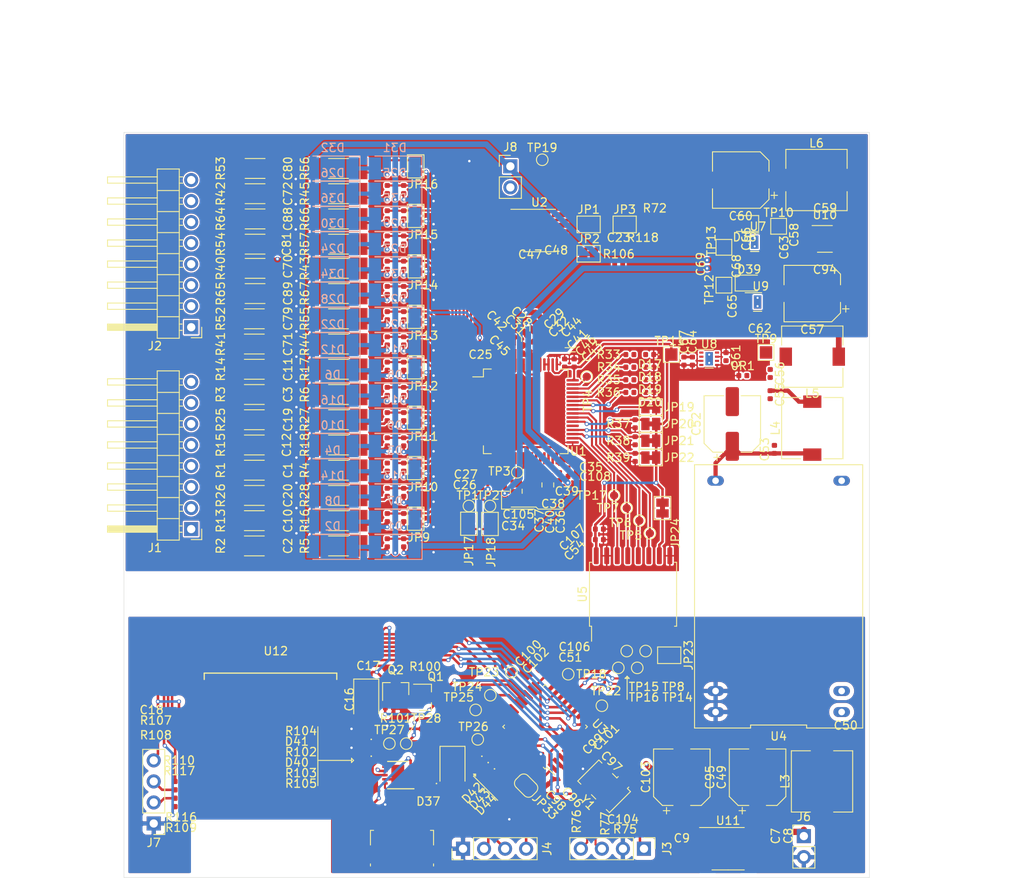
<source format=kicad_pcb>
(kicad_pcb (version 20171130) (host pcbnew "(5.1.6)-1")
  (layers (0 F.Cu signal) (31 B.Cu signal hide) (34 B.Paste user hide) (35 F.Paste user hide) (36 B.SilkS user) (37 F.SilkS user) (38 B.Mask user) (39 F.Mask user) (44 Edge.Cuts user))
  (net 0 "")
  (net 1 "Net-(C5-Pad1)")
  (net 2 "Net-(C10-Pad1)")
  (net 3 "Net-(C11-Pad1)")
  (net 4 "Net-(C12-Pad1)")
  (net 5 "Net-(C13-Pad1)")
  (net 6 "Net-(C14-Pad1)")
  (net 7 "Net-(C15-Pad1)")
  (net 8 "Net-(C19-Pad1)")
  (net 9 "Net-(C20-Pad1)")
  (net 10 "Net-(C25-Pad1)")
  (net 11 "Net-(D17-Pad2)")
  (net 12 "Net-(D18-Pad2)")
  (net 13 "Net-(D19-Pad2)")
  (net 14 "Net-(D20-Pad2)")
  (net 15 "Net-(R33-Pad2)")
  (net 16 "Net-(R34-Pad2)")
  (net 17 "Net-(R35-Pad2)")
  (net 18 "Net-(R36-Pad2)")
  (net 19 ECC_POWER_SUPPLY)
  (net 20 "Net-(C70-Pad1)")
  (net 21 "Net-(C71-Pad1)")
  (net 22 ECC_1P)
  (net 23 ECC_2P)
  (net 24 ECC_4P)
  (net 25 ECC_3P)
  (net 26 ECC_6P)
  (net 27 ECC_5P)
  (net 28 ECC_8P)
  (net 29 ECC_7P)
  (net 30 ECC_1N)
  (net 31 ECC_2N)
  (net 32 ECC_3N)
  (net 33 "Net-(C75-Pad1)")
  (net 34 "Net-(C79-Pad1)")
  (net 35 ECC_6N)
  (net 36 ECC_4N)
  (net 37 ECC_5N)
  (net 38 "Net-(C84-Pad1)")
  (net 39 "Net-(C88-Pad1)")
  (net 40 ECC_8N)
  (net 41 ECC_7N)
  (net 42 /EEGFrontendElectrode1To4/ELECTRODE_8)
  (net 43 /EEGFrontendElectrode1To4/ELECTRODE_7)
  (net 44 /EEGFrontendElectrode1To4/ELECTRODE_6)
  (net 45 /EEGFrontendElectrode1To4/ELECTRODE_5)
  (net 46 /EEGFrontendElectrode1To4/ELECTRODE_4)
  (net 47 /EEGFrontendElectrode1To4/ELECTRODE_3)
  (net 48 /EEGFrontendElectrode1To4/ELECTRODE_2)
  (net 49 /EEGFrontendElectrode1To4/ELECTRODE_1)
  (net 50 /EEGFrontendElectrode5To8/ELECTRODE_8)
  (net 51 /EEGFrontendElectrode5To8/ELECTRODE_7)
  (net 52 /EEGFrontendElectrode5To8/ELECTRODE_6)
  (net 53 /EEGFrontendElectrode5To8/ELECTRODE_5)
  (net 54 /EEGFrontendElectrode5To8/ELECTRODE_4)
  (net 55 /EEGFrontendElectrode5To8/ELECTRODE_3)
  (net 56 /EEGFrontendElectrode5To8/ELECTRODE_2)
  (net 57 /EEGFrontendElectrode5To8/ELECTRODE_1)
  (net 58 EEG_MISO)
  (net 59 EEG_SCK)
  (net 60 EEG_CS)
  (net 61 EEG_MOSI)
  (net 62 "Net-(C1-Pad1)")
  (net 63 "Net-(C2-Pad1)")
  (net 64 "Net-(C3-Pad1)")
  (net 65 "Net-(C4-Pad1)")
  (net 66 "Net-(C6-Pad1)")
  (net 67 "Net-(C21-Pad1)")
  (net 68 "Net-(C22-Pad1)")
  (net 69 "Net-(C28-Pad1)")
  (net 70 "Net-(C36-Pad1)")
  (net 71 "Net-(C37-Pad1)")
  (net 72 "Net-(C38-Pad1)")
  (net 73 "Net-(C39-Pad1)")
  (net 74 "Net-(C50-Pad1)")
  (net 75 "Net-(C52-Pad1)")
  (net 76 "Net-(C57-Pad1)")
  (net 77 "Net-(C58-Pad2)")
  (net 78 "Net-(C59-Pad1)")
  (net 79 "Net-(C60-Pad1)")
  (net 80 "Net-(C72-Pad1)")
  (net 81 "Net-(C73-Pad1)")
  (net 82 "Net-(C74-Pad1)")
  (net 83 "Net-(C80-Pad1)")
  (net 84 "Net-(C81-Pad1)")
  (net 85 "Net-(C82-Pad1)")
  (net 86 "Net-(C83-Pad1)")
  (net 87 "Net-(C89-Pad1)")
  (net 88 "Net-(C90-Pad1)")
  (net 89 "Net-(C91-Pad1)")
  (net 90 "Net-(JP17-Pad2)")
  (net 91 "Net-(JP18-Pad2)")
  (net 92 "Net-(JP19-Pad2)")
  (net 93 "Net-(JP20-Pad2)")
  (net 94 "Net-(JP21-Pad2)")
  (net 95 "Net-(JP22-Pad2)")
  (net 96 "Net-(JP23-Pad1)")
  (net 97 "Net-(JP24-Pad1)")
  (net 98 "Net-(C58-Pad1)")
  (net 99 A_GND)
  (net 100 A_VSS)
  (net 101 A_VDD)
  (net 102 D_VDD)
  (net 103 DP_GND)
  (net 104 DP_VDD)
  (net 105 D_GND)
  (net 106 "Net-(C96-Pad2)")
  (net 107 "Net-(C97-Pad2)")
  (net 108 "Net-(J3-Pad4)")
  (net 109 "Net-(J3-Pad3)")
  (net 110 "Net-(JP33-Pad2)")
  (net 111 SDA)
  (net 112 SCL)
  (net 113 "Net-(C109-Pad2)")
  (net 114 "Net-(D37-Pad1)")
  (net 115 "Net-(J5-Pad1)")
  (net 116 "Net-(R78-Pad2)")
  (net 117 MISO)
  (net 118 CS)
  (net 119 MOSI)
  (net 120 SCK)
  (net 121 +9V)
  (net 122 "Net-(R103-Pad2)")
  (net 123 "Net-(C16-Pad1)")
  (net 124 "Net-(R105-Pad2)")
  (net 125 ESP_RX)
  (net 126 ESP_TX)
  (net 127 ESP_ENABLE)
  (net 128 ESP_FLASH_MODE)
  (net 129 "Net-(D40-Pad2)")
  (net 130 "Net-(D40-Pad1)")
  (net 131 "Net-(D41-Pad2)")
  (net 132 "Net-(D41-Pad1)")
  (net 133 /USBInterface/D+)
  (net 134 /USBInterface/D-)
  (net 135 /DataProcessing/NRST)
  (net 136 /DataProcessing/USART_RX)
  (net 137 /DataProcessing/USART_TX)
  (net 138 "Net-(Q1-Pad3)")
  (net 139 /DataProcessing/SWDIO)
  (net 140 /DataProcessing/SWCLK)
  (net 141 /USBInterface/DU+)
  (net 142 /USBInterface/DU-)
  (net 143 "Net-(R107-Pad2)")
  (net 144 "Net-(TP4-Pad1)")
  (net 145 "Net-(J7-Pad3)")
  (net 146 "Net-(J7-Pad2)")
  (net 147 "Net-(J4-Pad3)")
  (net 148 "Net-(J4-Pad2)")
  (net 149 CS_ESP)
  (net 150 "Net-(D42-Pad2)")
  (net 151 "Net-(D42-Pad1)")
  (net 152 "Net-(D43-Pad2)")
  (net 153 "Net-(D43-Pad1)")
  (net 154 "Net-(D44-Pad2)")
  (net 155 "Net-(D44-Pad1)")
  (net 156 "Net-(TP22-Pad1)")
  (net 157 "Net-(TP23-Pad1)")
  (net 158 "Net-(TP24-Pad1)")
  (net 159 "Net-(TP25-Pad1)")
  (net 160 "Net-(TP26-Pad1)")
  (net 161 "Net-(R109-Pad2)")
  (net 162 "Net-(R110-Pad2)")
  (net 163 "Net-(C23-Pad2)")
  (net 164 "Net-(C23-Pad1)")
  (net 165 "Net-(JP1-Pad1)")
  (net 166 "Net-(JP3-Pad1)")
  (net 167 "Net-(R72-Pad2)")
  (net 168 "Net-(R118-Pad2)")
  (net 169 "Net-(J8-Pad1)")
  (net 170 "Net-(TP19-Pad1)")
  (module TestPoint:TestPoint_Pad_D1.0mm (layer F.Cu) (at 100.497 13.297)
    (fp_text reference TP19 (at 0 -1.448) (layer F.SilkS))
    (fp_text value TestPoint)
    (pad 1 smd circle (at 0 0) (size 1 1) (layers F.Cu F.Mask) (net 170 "Net-(TP19-Pad1)"))
  )
  (module Connector_PinHeader_2.54mm:PinHeader_1x02_P2.54mm_Vertical (layer F.Cu) (at 96.647 14.097)
    (fp_text reference J8 (at 0 -2.33) (layer F.SilkS))
    (fp_text value Conn_01x02_Male)
    (pad 2 thru_hole oval (at 0 2.54) (size 1.7 1.7) (drill 1) (layers *.Cu *.Mask) (net 164 "Net-(C23-Pad1)"))
    (pad 1 thru_hole rect (at 0 0) (size 1.7 1.7) (drill 1) (layers *.Cu *.Mask) (net 169 "Net-(J8-Pad1)"))
  )
  (module Resistor_SMD:R_0402_1005Metric (layer F.Cu) (at 112.638 23.876)
    (fp_text reference R118 (at 0 -1.17) (layer F.SilkS))
    (fp_text value 0R)
    (pad 2 smd roundrect (at 0.485 0) (size 0.59 0.64) (layers F.Cu F.Paste F.Mask) (net 168 "Net-(R118-Pad2)"))
    (pad 1 smd roundrect (at -0.485 0) (size 0.59 0.64) (layers F.Cu F.Paste F.Mask) (net 164 "Net-(C23-Pad1)"))
  )
  (module Resistor_SMD:R_0402_1005Metric (layer F.Cu) (at 109.728 25.866)
    (fp_text reference R106 (at 0 -1.17) (layer F.SilkS))
    (fp_text value 510k)
    (pad 2 smd roundrect (at 0.485 0) (size 0.59 0.64) (layers F.Cu F.Paste F.Mask) (net 164 "Net-(C23-Pad1)"))
    (pad 1 smd roundrect (at -0.485 0) (size 0.59 0.64) (layers F.Cu F.Paste F.Mask) (net 163 "Net-(C23-Pad2)"))
  )
  (module Resistor_SMD:R_0402_1005Metric (layer F.Cu) (at 114.078 20.326)
    (fp_text reference R72 (at 0 -1.17) (layer F.SilkS))
    (fp_text value 0R)
    (pad 2 smd roundrect (at 0.485 0) (size 0.59 0.64) (layers F.Cu F.Paste F.Mask) (net 167 "Net-(R72-Pad2)"))
    (pad 1 smd roundrect (at -0.485 0) (size 0.59 0.64) (layers F.Cu F.Paste F.Mask) (net 165 "Net-(JP1-Pad1)"))
  )
  (module Jumper:SolderJumper-2_P1.3mm_Bridged_Pad1.0x1.5mm (layer F.Cu) (at 110.448 21.106)
    (fp_text reference JP3 (at 0 -1.8) (layer F.SilkS))
    (fp_text value NC)
    (fp_poly (pts (xy -0.25 -0.3) (xy 0.25 -0.3) (xy 0.25 0.3) (xy -0.25 0.3)) (layer F.Cu) (width 0))
    (pad 2 smd rect (at 0.65 0) (size 1 1.5) (layers F.Cu F.Mask) (net 164 "Net-(C23-Pad1)"))
    (pad 1 smd rect (at -0.65 0) (size 1 1.5) (layers F.Cu F.Mask) (net 166 "Net-(JP3-Pad1)"))
  )
  (module Jumper:SolderJumper-2_P1.3mm_Bridged_Pad1.0x1.5mm (layer F.Cu) (at 106.098 24.656)
    (fp_text reference JP2 (at 0 -1.8) (layer F.SilkS))
    (fp_text value NC)
    (fp_poly (pts (xy -0.25 -0.3) (xy 0.25 -0.3) (xy 0.25 0.3) (xy -0.25 0.3)) (layer F.Cu) (width 0))
    (pad 2 smd rect (at 0.65 0) (size 1 1.5) (layers F.Cu F.Mask) (net 165 "Net-(JP1-Pad1)"))
    (pad 1 smd rect (at -0.65 0) (size 1 1.5) (layers F.Cu F.Mask) (net 164 "Net-(C23-Pad1)"))
  )
  (module Jumper:SolderJumper-2_P1.3mm_Bridged_Pad1.0x1.5mm (layer F.Cu) (at 106.098 21.106)
    (fp_text reference JP1 (at 0 -1.8) (layer F.SilkS))
    (fp_text value NC)
    (fp_poly (pts (xy -0.25 -0.3) (xy 0.25 -0.3) (xy 0.25 0.3) (xy -0.25 0.3)) (layer F.Cu) (width 0))
    (pad 2 smd rect (at 0.65 0) (size 1 1.5) (layers F.Cu F.Mask) (net 163 "Net-(C23-Pad2)"))
    (pad 1 smd rect (at -0.65 0) (size 1 1.5) (layers F.Cu F.Mask) (net 165 "Net-(JP1-Pad1)"))
  )
  (module Capacitor_SMD:C_0402_1005Metric (layer F.Cu) (at 109.728 23.876)
    (fp_text reference C23 (at 0 -1.17) (layer F.SilkS))
    (fp_text value 10n)
    (pad 2 smd roundrect (at 0.485 0) (size 0.59 0.64) (layers F.Cu F.Paste F.Mask) (net 163 "Net-(C23-Pad2)"))
    (pad 1 smd roundrect (at -0.485 0) (size 0.59 0.64) (layers F.Cu F.Paste F.Mask) (net 164 "Net-(C23-Pad1)"))
  )
  (module Capacitor_SMD:C_0402_1005Metric (layer F.Cu) (at 57.127 79.756)
    (fp_text reference C18 (at -3.787 0) (layer F.SilkS))
    (fp_text value 100n)
    (pad 2 smd roundrect (at 0.485 0) (size 0.59 0.64) (layers F.Cu F.Paste F.Mask) (net 103 DP_GND))
    (pad 1 smd roundrect (at -0.485 0) (size 0.59 0.64) (layers F.Cu F.Paste F.Mask) (net 123 "Net-(C16-Pad1)"))
  )
  (module LED_SMD:LED_0402_1005Metric (layer F.Cu) (at 113.49 41.402 180)
    (fp_text reference D20 (at 0 -1.17) (layer F.SilkS))
    (fp_text value LED)
    (pad 2 smd roundrect (at 0.485 0 180) (size 0.59 0.64) (layers F.Cu F.Paste F.Mask) (net 14 "Net-(D20-Pad2)"))
    (pad 1 smd roundrect (at -0.485 0 180) (size 0.59 0.64) (layers F.Cu F.Paste F.Mask) (net 105 D_GND))
  )
  (module LED_SMD:LED_0402_1005Metric (layer F.Cu) (at 113.49 39.878 180)
    (fp_text reference D19 (at 0 -1.17) (layer F.SilkS))
    (fp_text value LED)
    (pad 2 smd roundrect (at 0.485 0 180) (size 0.59 0.64) (layers F.Cu F.Paste F.Mask) (net 13 "Net-(D19-Pad2)"))
    (pad 1 smd roundrect (at -0.485 0 180) (size 0.59 0.64) (layers F.Cu F.Paste F.Mask) (net 105 D_GND))
  )
  (module LED_SMD:LED_0402_1005Metric (layer F.Cu) (at 113.49 38.354 180)
    (fp_text reference D18 (at 0 -1.17) (layer F.SilkS))
    (fp_text value LED)
    (pad 2 smd roundrect (at 0.485 0 180) (size 0.59 0.64) (layers F.Cu F.Paste F.Mask) (net 12 "Net-(D18-Pad2)"))
    (pad 1 smd roundrect (at -0.485 0 180) (size 0.59 0.64) (layers F.Cu F.Paste F.Mask) (net 105 D_GND))
  )
  (module LED_SMD:LED_0402_1005Metric (layer F.Cu) (at 113.4645 36.83 180)
    (fp_text reference D17 (at 0 -1.17) (layer F.SilkS))
    (fp_text value LED)
    (pad 2 smd roundrect (at 0.485 0 180) (size 0.59 0.64) (layers F.Cu F.Paste F.Mask) (net 11 "Net-(D17-Pad2)"))
    (pad 1 smd roundrect (at -0.485 0 180) (size 0.59 0.64) (layers F.Cu F.Paste F.Mask) (net 105 D_GND))
  )
  (module Resistor_SMD:R_0402_1005Metric (layer F.Cu) (at 56.665 89.408)
    (fp_text reference R117 (at 0 -2.286) (layer F.SilkS))
    (fp_text value 0R)
    (pad 2 smd roundrect (at 0.485 0) (size 0.59 0.64) (layers F.Cu F.Paste F.Mask) (net 162 "Net-(R110-Pad2)"))
    (pad 1 smd roundrect (at -0.485 0) (size 0.59 0.64) (layers F.Cu F.Paste F.Mask) (net 145 "Net-(J7-Pad3)"))
  )
  (module Resistor_SMD:R_0402_1005Metric (layer F.Cu) (at 56.665 90.424)
    (fp_text reference R116 (at 0.231 2.286) (layer F.SilkS))
    (fp_text value 0R)
    (pad 2 smd roundrect (at 0.485 0) (size 0.59 0.64) (layers F.Cu F.Paste F.Mask) (net 161 "Net-(R109-Pad2)"))
    (pad 1 smd roundrect (at -0.485 0) (size 0.59 0.64) (layers F.Cu F.Paste F.Mask) (net 146 "Net-(J7-Pad2)"))
  )
  (module TestPoint:TestPoint_Pad_D1.0mm (layer F.Cu) (at 84.074 83.82)
    (fp_text reference TP28 (at 2.413 -3.048) (layer F.SilkS))
    (fp_text value TestPoint)
    (pad 1 smd circle (at 0 0) (size 1 1) (layers F.Cu F.Mask) (net 112 SCL))
  )
  (module TestPoint:TestPoint_Pad_D1.0mm (layer F.Cu) (at 82.042 83.82)
    (fp_text reference TP27 (at 0 -1.651) (layer F.SilkS))
    (fp_text value TestPoint)
    (pad 1 smd circle (at 0 0) (size 1 1) (layers F.Cu F.Mask) (net 111 SDA))
  )
  (module TestPoint:TestPoint_Pad_D1.0mm (layer F.Cu) (at 92.71 83.312)
    (fp_text reference TP26 (at -0.508 -1.524) (layer F.SilkS))
    (fp_text value TestPoint)
    (pad 1 smd circle (at 0 0) (size 1 1) (layers F.Cu F.Mask) (net 160 "Net-(TP26-Pad1)"))
  )
  (module TestPoint:TestPoint_Pad_D1.0mm (layer F.Cu) (at 92.456 79.756)
    (fp_text reference TP25 (at -2.032 -1.524) (layer F.SilkS))
    (fp_text value TestPoint)
    (pad 1 smd circle (at 0 0) (size 1 1) (layers F.Cu F.Mask) (net 159 "Net-(TP25-Pad1)"))
  )
  (module TestPoint:TestPoint_Pad_D1.0mm (layer F.Cu) (at 94.234 77.978)
    (fp_text reference TP24 (at -2.794 -1.016) (layer F.SilkS))
    (fp_text value TestPoint)
    (pad 1 smd circle (at 0 0) (size 1 1) (layers F.Cu F.Mask) (net 158 "Net-(TP24-Pad1)"))
  )
  (module TestPoint:TestPoint_Pad_D1.0mm (layer F.Cu) (at 96.774 75.184)
    (fp_text reference TP23 (at -3.302 0) (layer F.SilkS))
    (fp_text value TestPoint)
    (pad 1 smd circle (at 0 0) (size 1 1) (layers F.Cu F.Mask) (net 157 "Net-(TP23-Pad1)"))
  )
  (module TestPoint:TestPoint_Pad_D1.0mm (layer F.Cu) (at 107.696 79.248)
    (fp_text reference TP22 (at 0.508 -1.778) (layer F.SilkS))
    (fp_text value TestPoint)
    (pad 1 smd circle (at 0 0) (size 1 1) (layers F.Cu F.Mask) (net 156 "Net-(TP22-Pad1)"))
  )
  (module TestPoint:TestPoint_Pad_D1.0mm (layer F.Cu) (at 103.632 75.438)
    (fp_text reference TP18 (at 2.794 0) (layer F.SilkS))
    (fp_text value TestPoint)
    (pad 1 smd circle (at 0 0) (size 1 1) (layers F.Cu F.Mask) (net 149 CS_ESP))
  )
  (module Resistor_SMD:R_0402_1005Metric (layer F.Cu) (at 93.98 87.63 225)
    (fp_text reference R115 hide)
    (fp_text value 120R)
    (pad 2 smd roundrect (at 0.485 0 225) (size 0.59 0.64) (layers F.Cu F.Paste F.Mask) (net 103 DP_GND))
    (pad 1 smd roundrect (at -0.485 0 225) (size 0.59 0.64) (layers F.Cu F.Paste F.Mask) (net 155 "Net-(D44-Pad1)"))
  )
  (module Resistor_SMD:R_0402_1005Metric (layer F.Cu) (at 93.218 86.868 225)
    (fp_text reference R114 hide)
    (fp_text value 120R)
    (pad 2 smd roundrect (at 0.485 0 225) (size 0.59 0.64) (layers F.Cu F.Paste F.Mask) (net 103 DP_GND))
    (pad 1 smd roundrect (at -0.485 0 225) (size 0.59 0.64) (layers F.Cu F.Paste F.Mask) (net 153 "Net-(D43-Pad1)"))
  )
  (module Resistor_SMD:R_0402_1005Metric (layer F.Cu) (at 92.456 86.106 225)
    (fp_text reference R113 hide)
    (fp_text value 120R)
    (pad 2 smd roundrect (at 0.485 0 225) (size 0.59 0.64) (layers F.Cu F.Paste F.Mask) (net 103 DP_GND))
    (pad 1 smd roundrect (at -0.485 0 225) (size 0.59 0.64) (layers F.Cu F.Paste F.Mask) (net 151 "Net-(D42-Pad1)"))
  )
  (module LED_SMD:LED_0402_1005Metric (layer F.Cu) (at 95.504 86.106 45)
    (fp_text reference D44 (at -4.849338 2.334867 45) (layer F.SilkS))
    (fp_text value LED)
    (pad 2 smd roundrect (at 0.485 0 45) (size 0.59 0.64) (layers F.Cu F.Paste F.Mask) (net 154 "Net-(D44-Pad2)"))
    (pad 1 smd roundrect (at -0.485 0 45) (size 0.59 0.64) (layers F.Cu F.Paste F.Mask) (net 155 "Net-(D44-Pad1)"))
  )
  (module LED_SMD:LED_0402_1005Metric (layer F.Cu) (at 94.742 85.344 45)
    (fp_text reference D43 (at -4.939141 2.424669 45) (layer F.SilkS))
    (fp_text value LED)
    (pad 2 smd roundrect (at 0.485 0 45) (size 0.59 0.64) (layers F.Cu F.Paste F.Mask) (net 152 "Net-(D43-Pad2)"))
    (pad 1 smd roundrect (at -0.485 0 45) (size 0.59 0.64) (layers F.Cu F.Paste F.Mask) (net 153 "Net-(D43-Pad1)"))
  )
  (module LED_SMD:LED_0402_1005Metric (layer F.Cu) (at 93.98 84.582 45)
    (fp_text reference D42 (at -5.028943 2.334867 45) (layer F.SilkS))
    (fp_text value LED)
    (pad 2 smd roundrect (at 0.485 0 45) (size 0.59 0.64) (layers F.Cu F.Paste F.Mask) (net 150 "Net-(D42-Pad2)"))
    (pad 1 smd roundrect (at -0.485 0 45) (size 0.59 0.64) (layers F.Cu F.Paste F.Mask) (net 151 "Net-(D42-Pad1)"))
  )
  (module Resistor_SMD:R_0402_1005Metric (layer F.Cu) (at 94.742 88.392 225)
    (fp_text reference R112 hide)
    (fp_text value 10R)
    (pad 2 smd roundrect (at 0.485 0 225) (size 0.59 0.64) (layers F.Cu F.Paste F.Mask) (net 148 "Net-(J4-Pad2)"))
    (pad 1 smd roundrect (at -0.485 0 225) (size 0.59 0.64) (layers F.Cu F.Paste F.Mask) (net 137 /DataProcessing/USART_TX))
  )
  (module Resistor_SMD:R_0402_1005Metric (layer F.Cu) (at 95.504 89.154 225)
    (fp_text reference R111 hide)
    (fp_text value 10R)
    (pad 2 smd roundrect (at 0.485 0 225) (size 0.59 0.64) (layers F.Cu F.Paste F.Mask) (net 147 "Net-(J4-Pad3)"))
    (pad 1 smd roundrect (at -0.485 0 225) (size 0.59 0.64) (layers F.Cu F.Paste F.Mask) (net 136 /DataProcessing/USART_RX))
  )
  (module Resistor_SMD:R_0402_1005Metric (layer F.Cu) (at 56.665 88.392)
    (fp_text reference R110 (at -0.023 -2.54) (layer F.SilkS))
    (fp_text value 0R)
    (pad 2 smd roundrect (at 0.485 0) (size 0.59 0.64) (layers F.Cu F.Paste F.Mask) (net 162 "Net-(R110-Pad2)"))
    (pad 1 smd roundrect (at -0.485 0) (size 0.59 0.64) (layers F.Cu F.Paste F.Mask) (net 125 ESP_RX))
  )
  (module Resistor_SMD:R_0402_1005Metric (layer F.Cu) (at 56.665 91.44)
    (fp_text reference R109 (at 0.231 2.54) (layer F.SilkS))
    (fp_text value 0R)
    (pad 2 smd roundrect (at 0.485 0) (size 0.59 0.64) (layers F.Cu F.Paste F.Mask) (net 161 "Net-(R109-Pad2)"))
    (pad 1 smd roundrect (at -0.485 0) (size 0.59 0.64) (layers F.Cu F.Paste F.Mask) (net 126 ESP_TX))
  )
  (module ESP8266:ESP-12E (layer F.Cu) (at 74.676 90.932 180)
    (fp_text reference U12 (at 6.35 18.288) (layer F.SilkS))
    (fp_text value ESP-12E hide)
    (pad 22 smd rect (at 11.99 15 270) (size 2.5 1.1) (drill (offset -0.7 0)) (layers F.Cu F.Paste F.Mask) (net 120 SCK))
    (pad 21 smd rect (at 9.99 15 270) (size 2.5 1.1) (drill (offset -0.7 0)) (layers F.Cu F.Paste F.Mask) (net 119 MOSI))
    (pad 20 smd rect (at 7.99 15 270) (size 2.5 1.1) (drill (offset -0.7 0)) (layers F.Cu F.Paste F.Mask))
    (pad 19 smd rect (at 5.99 15 270) (size 2.5 1.1) (drill (offset -0.7 0)) (layers F.Cu F.Paste F.Mask))
    (pad 18 smd rect (at 3.99 15 270) (size 2.5 1.1) (drill (offset -0.7 0)) (layers F.Cu F.Paste F.Mask) (net 117 MISO))
    (pad 17 smd rect (at 1.99 15 270) (size 2.5 1.1) (drill (offset -0.7 0)) (layers F.Cu F.Paste F.Mask) (net 149 CS_ESP))
    (pad 16 smd rect (at 14 0 180) (size 2.5 1.1) (drill (offset 0.7 0)) (layers F.Cu F.Paste F.Mask) (net 161 "Net-(R109-Pad2)"))
    (pad 15 smd rect (at 14 2 180) (size 2.5 1.1) (drill (offset 0.7 0)) (layers F.Cu F.Paste F.Mask) (net 162 "Net-(R110-Pad2)"))
    (pad 14 smd rect (at 14 4 180) (size 2.5 1.1) (drill (offset 0.7 0)) (layers F.Cu F.Paste F.Mask))
    (pad 13 smd rect (at 14 6 180) (size 2.5 1.1) (drill (offset 0.7 0)) (layers F.Cu F.Paste F.Mask))
    (pad 12 smd rect (at 14 8 180) (size 2.5 1.1) (drill (offset 0.7 0)) (layers F.Cu F.Paste F.Mask) (net 128 ESP_FLASH_MODE))
    (pad 11 smd rect (at 14 10 180) (size 2.5 1.1) (drill (offset 0.7 0)) (layers F.Cu F.Paste F.Mask) (net 143 "Net-(R107-Pad2)"))
    (pad 10 smd rect (at 14 12 180) (size 2.5 1.1) (drill (offset 0.6 0)) (layers F.Cu F.Paste F.Mask))
    (pad 9 smd rect (at 14 14 180) (size 2.5 1.1) (drill (offset 0.7 0)) (layers F.Cu F.Paste F.Mask) (net 103 DP_GND))
    (pad 8 smd rect (at 0 14 180) (size 2.5 1.1) (drill (offset -0.7 0)) (layers F.Cu F.Paste F.Mask) (net 123 "Net-(C16-Pad1)"))
    (pad 7 smd rect (at 0 12 180) (size 2.5 1.1) (drill (offset -0.7 0)) (layers F.Cu F.Paste F.Mask))
    (pad 6 smd rect (at 0 10 180) (size 2.5 1.1) (drill (offset -0.7 0)) (layers F.Cu F.Paste F.Mask))
    (pad 5 smd rect (at 0 8 180) (size 2.5 1.1) (drill (offset -0.7 0)) (layers F.Cu F.Paste F.Mask) (net 131 "Net-(D41-Pad2)"))
    (pad 4 smd rect (at 0 6 180) (size 2.5 1.1) (drill (offset -0.7 0)) (layers F.Cu F.Paste F.Mask) (net 129 "Net-(D40-Pad2)"))
    (pad 3 smd rect (at 0 4 180) (size 2.5 1.1) (drill (offset -0.7 0)) (layers F.Cu F.Paste F.Mask) (net 122 "Net-(R103-Pad2)"))
    (pad 2 smd rect (at 0 2 180) (size 2.5 1.1) (drill (offset -0.7 0)) (layers F.Cu F.Paste F.Mask))
    (pad 1 smd rect (at 0 0 180) (size 2.5 1.1) (drill (offset -0.7 0)) (layers F.Cu F.Paste F.Mask) (net 124 "Net-(R105-Pad2)"))
  )
  (module Resistor_SMD:R_0402_1005Metric (layer F.Cu) (at 57.173 82.804)
    (fp_text reference R108 (at -3.325 0) (layer F.SilkS))
    (fp_text value 10k)
    (pad 2 smd roundrect (at 0.485 0) (size 0.59 0.64) (layers F.Cu F.Paste F.Mask) (net 128 ESP_FLASH_MODE))
    (pad 1 smd roundrect (at -0.485 0) (size 0.59 0.64) (layers F.Cu F.Paste F.Mask) (net 123 "Net-(C16-Pad1)"))
  )
  (module Resistor_SMD:R_0402_1005Metric (layer F.Cu) (at 57.15 81.026)
    (fp_text reference R107 (at -3.302 0) (layer F.SilkS))
    (fp_text value 10k)
    (pad 2 smd roundrect (at 0.485 0) (size 0.59 0.64) (layers F.Cu F.Paste F.Mask) (net 143 "Net-(R107-Pad2)"))
    (pad 1 smd roundrect (at -0.485 0) (size 0.59 0.64) (layers F.Cu F.Paste F.Mask) (net 123 "Net-(C16-Pad1)"))
  )
  (module Resistor_SMD:R_0402_1005Metric (layer F.Cu) (at 78.763 87.376 180)
    (fp_text reference R105 (at 7.389 -1.27) (layer F.SilkS))
    (fp_text value 10k)
    (pad 2 smd roundrect (at 0.485 0 180) (size 0.59 0.64) (layers F.Cu F.Paste F.Mask) (net 124 "Net-(R105-Pad2)"))
    (pad 1 smd roundrect (at -0.485 0 180) (size 0.59 0.64) (layers F.Cu F.Paste F.Mask) (net 123 "Net-(C16-Pad1)"))
  )
  (module Resistor_SMD:R_0402_1005Metric (layer F.Cu) (at 78.763 82.296 180)
    (fp_text reference R104 (at 7.389 0) (layer F.SilkS))
    (fp_text value 120R)
    (pad 2 smd roundrect (at 0.485 0 180) (size 0.59 0.64) (layers F.Cu F.Paste F.Mask) (net 103 DP_GND))
    (pad 1 smd roundrect (at -0.485 0 180) (size 0.59 0.64) (layers F.Cu F.Paste F.Mask) (net 132 "Net-(D41-Pad1)"))
  )
  (module Resistor_SMD:R_0402_1005Metric (layer F.Cu) (at 78.763 86.36 180)
    (fp_text reference R103 (at 7.389 -1.016) (layer F.SilkS))
    (fp_text value 10k)
    (pad 2 smd roundrect (at 0.485 0 180) (size 0.59 0.64) (layers F.Cu F.Paste F.Mask) (net 122 "Net-(R103-Pad2)"))
    (pad 1 smd roundrect (at -0.485 0 180) (size 0.59 0.64) (layers F.Cu F.Paste F.Mask) (net 123 "Net-(C16-Pad1)"))
  )
  (module Resistor_SMD:R_0402_1005Metric (layer F.Cu) (at 78.763 84.328 180)
    (fp_text reference R102 (at 7.389 -0.508) (layer F.SilkS))
    (fp_text value 120R)
    (pad 2 smd roundrect (at 0.485 0 180) (size 0.59 0.64) (layers F.Cu F.Paste F.Mask) (net 103 DP_GND))
    (pad 1 smd roundrect (at -0.485 0 180) (size 0.59 0.64) (layers F.Cu F.Paste F.Mask) (net 130 "Net-(D40-Pad1)"))
  )
  (module Resistor_SMD:R_0402_1005Metric (layer F.Cu) (at 82.042 79.502)
    (fp_text reference R101 (at 0.762 1.27) (layer F.SilkS))
    (fp_text value 1k)
    (pad 2 smd roundrect (at 0.485 0) (size 0.59 0.64) (layers F.Cu F.Paste F.Mask) (net 103 DP_GND))
    (pad 1 smd roundrect (at -0.485 0) (size 0.59 0.64) (layers F.Cu F.Paste F.Mask) (net 138 "Net-(Q1-Pad3)"))
  )
  (module Resistor_SMD:R_0402_1005Metric (layer F.Cu) (at 85.621 75.692)
    (fp_text reference R100 (at 0.739 -1.17) (layer F.SilkS))
    (fp_text value 1k)
    (pad 2 smd roundrect (at 0.485 0) (size 0.59 0.64) (layers F.Cu F.Paste F.Mask) (net 103 DP_GND))
    (pad 1 smd roundrect (at -0.485 0) (size 0.59 0.64) (layers F.Cu F.Paste F.Mask) (net 127 ESP_ENABLE))
  )
  (module Package_TO_SOT_SMD:SOT-23 (layer F.Cu) (at 82.804 77.216 90)
    (fp_text reference Q2 (at 2.286 0 180) (layer F.SilkS))
    (fp_text value FDV304P)
    (pad 3 smd rect (at 1 0 90) (size 0.9 0.8) (layers F.Cu F.Paste F.Mask) (net 123 "Net-(C16-Pad1)"))
    (pad 2 smd rect (at -1 0.95 90) (size 0.9 0.8) (layers F.Cu F.Paste F.Mask) (net 104 DP_VDD))
    (pad 1 smd rect (at -1 -0.95 90) (size 0.9 0.8) (layers F.Cu F.Paste F.Mask) (net 138 "Net-(Q1-Pad3)"))
  )
  (module Package_TO_SOT_SMD:SOT-23 (layer F.Cu) (at 86.36 78.232)
    (fp_text reference Q1 (at 1.27 -2.5) (layer F.SilkS))
    (fp_text value FDV304P)
    (pad 3 smd rect (at 1 0) (size 0.9 0.8) (layers F.Cu F.Paste F.Mask) (net 138 "Net-(Q1-Pad3)"))
    (pad 2 smd rect (at -1 0.95) (size 0.9 0.8) (layers F.Cu F.Paste F.Mask) (net 104 DP_VDD))
    (pad 1 smd rect (at -1 -0.95) (size 0.9 0.8) (layers F.Cu F.Paste F.Mask) (net 127 ESP_ENABLE))
  )
  (module Connector_PinHeader_2.54mm:PinHeader_1x04_P2.54mm_Vertical (layer F.Cu) (at 53.594 93.472 180)
    (fp_text reference J7 (at 0 -2.33) (layer F.SilkS))
    (fp_text value Conn_01x04_Female)
    (pad 4 thru_hole oval (at 0 7.62 180) (size 1.7 1.7) (drill 1) (layers *.Cu *.Mask) (net 123 "Net-(C16-Pad1)"))
    (pad 3 thru_hole oval (at 0 5.08 180) (size 1.7 1.7) (drill 1) (layers *.Cu *.Mask) (net 145 "Net-(J7-Pad3)"))
    (pad 2 thru_hole oval (at 0 2.54 180) (size 1.7 1.7) (drill 1) (layers *.Cu *.Mask) (net 146 "Net-(J7-Pad2)"))
    (pad 1 thru_hole rect (at 0 0 180) (size 1.7 1.7) (drill 1) (layers *.Cu *.Mask) (net 103 DP_GND))
  )
  (module LED_SMD:LED_0402_1005Metric (layer F.Cu) (at 78.763 83.312 180)
    (fp_text reference D41 (at 7.897 -0.254) (layer F.SilkS))
    (fp_text value LED)
    (pad 2 smd roundrect (at 0.485 0 180) (size 0.59 0.64) (layers F.Cu F.Paste F.Mask) (net 131 "Net-(D41-Pad2)"))
    (pad 1 smd roundrect (at -0.485 0 180) (size 0.59 0.64) (layers F.Cu F.Paste F.Mask) (net 132 "Net-(D41-Pad1)"))
  )
  (module LED_SMD:LED_0402_1005Metric (layer F.Cu) (at 78.763 85.344 180)
    (fp_text reference D40 (at 7.897 -0.762) (layer F.SilkS))
    (fp_text value LED)
    (pad 2 smd roundrect (at 0.485 0 180) (size 0.59 0.64) (layers F.Cu F.Paste F.Mask) (net 129 "Net-(D40-Pad2)"))
    (pad 1 smd roundrect (at -0.485 0 180) (size 0.59 0.64) (layers F.Cu F.Paste F.Mask) (net 130 "Net-(D40-Pad1)"))
  )
  (module Capacitor_SMD:C_0402_1005Metric (layer F.Cu) (at 79.248 75.438 180)
    (fp_text reference C17 (at -0.254 1.016) (layer F.SilkS))
    (fp_text value 100n)
    (pad 2 smd roundrect (at 0.485 0 180) (size 0.59 0.64) (layers F.Cu F.Paste F.Mask) (net 103 DP_GND))
    (pad 1 smd roundrect (at -0.485 0 180) (size 0.59 0.64) (layers F.Cu F.Paste F.Mask) (net 123 "Net-(C16-Pad1)"))
  )
  (module Capacitor_Tantalum_SMD:CP_EIA-3528-21_Kemet-B (layer F.Cu) (at 79.248 78.486 270)
    (fp_text reference C16 (at 0 2.032 90) (layer F.SilkS))
    (fp_text value 47u/6V3)
    (pad 2 smd roundrect (at 1.5375 0 270) (size 1.325 2.35) (layers F.Cu F.Paste F.Mask) (roundrect_rratio 0.188679) (net 103 DP_GND))
    (pad 1 smd roundrect (at -1.5375 0 270) (size 1.325 2.35) (layers F.Cu F.Paste F.Mask) (roundrect_rratio 0.188679) (net 123 "Net-(C16-Pad1)"))
  )
  (module Resistor_SMD:R_0402_1005Metric (layer F.Cu) (at 96.266 89.916 225)
    (fp_text reference R99 hide)
    (fp_text value 10k)
    (pad 2 smd roundrect (at 0.485 0 225) (size 0.59 0.64) (layers F.Cu F.Paste F.Mask) (net 103 DP_GND))
    (pad 1 smd roundrect (at -0.485 0 225) (size 0.59 0.64) (layers F.Cu F.Paste F.Mask) (net 110 "Net-(JP33-Pad2)"))
  )
  (module Resistor_SMD:R_0402_1005Metric (layer F.Cu) (at 86.614 82.55 180)
    (fp_text reference R73 hide)
    (fp_text value 2k2)
    (pad 2 smd roundrect (at 0.485 0 180) (size 0.59 0.64) (layers F.Cu F.Paste F.Mask) (net 111 SDA))
    (pad 1 smd roundrect (at -0.485 0 180) (size 0.59 0.64) (layers F.Cu F.Paste F.Mask) (net 104 DP_VDD))
  )
  (module Connector_PinHeader_2.54mm:PinHeader_1x02_P2.54mm_Vertical (layer F.Cu) (at 132.08 94.996)
    (fp_text reference J6 (at 0 -2.33) (layer F.SilkS))
    (fp_text value Conn_01x02_Female)
    (pad 2 thru_hole oval (at 0 2.54) (size 1.7 1.7) (drill 1) (layers *.Cu *.Mask) (net 103 DP_GND))
    (pad 1 thru_hole rect (at 0 0) (size 1.7 1.7) (drill 1) (layers *.Cu *.Mask) (net 121 +9V))
  )
  (module Resistor_SMD:R_0402_1005Metric (layer F.Cu) (at 124.714 39.37)
    (fp_text reference 0R1 (at 0 -1.17) (layer F.SilkS))
    (fp_text value 10k)
    (pad 2 smd roundrect (at 0.485 0) (size 0.59 0.64) (layers F.Cu F.Paste F.Mask) (net 99 A_GND))
    (pad 1 smd roundrect (at -0.485 0) (size 0.59 0.64) (layers F.Cu F.Paste F.Mask) (net 105 D_GND))
  )
  (module Package_SO:SOIC-8_3.9x4.9mm_P1.27mm (layer F.Cu) (at 122.936 96.52)
    (fp_text reference U11 (at 0 -3.4) (layer F.SilkS))
    (fp_text value L78L33_SO8)
    (pad 8 smd roundrect (at 2.475 -1.905) (size 1.95 0.6) (layers F.Cu F.Paste F.Mask) (net 121 +9V))
    (pad 7 smd roundrect (at 2.475 -0.635) (size 1.95 0.6) (layers F.Cu F.Paste F.Mask) (net 103 DP_GND))
    (pad 6 smd roundrect (at 2.475 0.635) (size 1.95 0.6) (layers F.Cu F.Paste F.Mask) (net 103 DP_GND))
    (pad 5 smd roundrect (at 2.475 1.905) (size 1.95 0.6) (layers F.Cu F.Paste F.Mask))
    (pad 4 smd roundrect (at -2.475 1.905) (size 1.95 0.6) (layers F.Cu F.Paste F.Mask))
    (pad 3 smd roundrect (at -2.475 0.635) (size 1.95 0.6) (layers F.Cu F.Paste F.Mask) (net 103 DP_GND))
    (pad 2 smd roundrect (at -2.475 -0.635) (size 1.95 0.6) (layers F.Cu F.Paste F.Mask) (net 103 DP_GND))
    (pad 1 smd roundrect (at -2.475 -1.905) (size 1.95 0.6) (layers F.Cu F.Paste F.Mask) (net 104 DP_VDD))
  )
  (module Capacitor_SMD:C_0402_1005Metric (layer F.Cu) (at 117.371 93.98)
    (fp_text reference C9 (at -0.023 1.27) (layer F.SilkS))
    (fp_text value 100n)
    (pad 2 smd roundrect (at 0.485 0) (size 0.59 0.64) (layers F.Cu F.Paste F.Mask) (net 103 DP_GND))
    (pad 1 smd roundrect (at -0.485 0) (size 0.59 0.64) (layers F.Cu F.Paste F.Mask) (net 104 DP_VDD))
  )
  (module Capacitor_SMD:C_0402_1005Metric (layer F.Cu) (at 129.032 94.973 270)
    (fp_text reference C8 (at 0 -1.17 90) (layer F.SilkS))
    (fp_text value 100n)
    (pad 2 smd roundrect (at 0.485 0 270) (size 0.59 0.64) (layers F.Cu F.Paste F.Mask) (net 103 DP_GND))
    (pad 1 smd roundrect (at -0.485 0 270) (size 0.59 0.64) (layers F.Cu F.Paste F.Mask) (net 121 +9V))
  )
  (module Capacitor_SMD:C_0402_1005Metric (layer F.Cu) (at 127.508 94.996 270)
    (fp_text reference C7 (at 0 -1.17 90) (layer F.SilkS))
    (fp_text value 330n)
    (pad 2 smd roundrect (at 0.485 0 270) (size 0.59 0.64) (layers F.Cu F.Paste F.Mask) (net 103 DP_GND))
    (pad 1 smd roundrect (at -0.485 0 270) (size 0.59 0.64) (layers F.Cu F.Paste F.Mask) (net 121 +9V))
  )
  (module Resistor_SMD:R_0402_1005Metric (layer F.Cu) (at 81.788 19.939 270)
    (fp_text reference R98 hide)
    (fp_text value 0R)
    (pad 2 smd roundrect (at 0.485 0 270) (size 0.59 0.64) (layers F.Cu F.Paste F.Mask) (net 88 "Net-(C90-Pad1)"))
    (pad 1 smd roundrect (at -0.485 0 270) (size 0.59 0.64) (layers F.Cu F.Paste F.Mask) (net 41 ECC_7N))
  )
  (module Resistor_SMD:R_0402_1005Metric (layer F.Cu) (at 81.788 29.083 270)
    (fp_text reference R97 hide)
    (fp_text value 0R)
    (pad 2 smd roundrect (at 0.485 0 270) (size 0.59 0.64) (layers F.Cu F.Paste F.Mask) (net 89 "Net-(C91-Pad1)"))
    (pad 1 smd roundrect (at -0.485 0 270) (size 0.59 0.64) (layers F.Cu F.Paste F.Mask) (net 26 ECC_6P))
  )
  (module Resistor_SMD:R_0402_1005Metric (layer F.Cu) (at 81.788 13.843 270)
    (fp_text reference R96 hide)
    (fp_text value 0R)
    (pad 2 smd roundrect (at 0.485 0 270) (size 0.59 0.64) (layers F.Cu F.Paste F.Mask) (net 86 "Net-(C83-Pad1)"))
    (pad 1 smd roundrect (at -0.485 0 270) (size 0.59 0.64) (layers F.Cu F.Paste F.Mask) (net 40 ECC_8N))
  )
  (module Resistor_SMD:R_0402_1005Metric (layer F.Cu) (at 81.788 22.987 270)
    (fp_text reference R95 hide)
    (fp_text value 0R)
    (pad 2 smd roundrect (at 0.485 0 270) (size 0.59 0.64) (layers F.Cu F.Paste F.Mask) (net 38 "Net-(C84-Pad1)"))
    (pad 1 smd roundrect (at -0.485 0 270) (size 0.59 0.64) (layers F.Cu F.Paste F.Mask) (net 29 ECC_7P))
  )
  (module Resistor_SMD:R_0402_1005Metric (layer F.Cu) (at 81.788 32.131 270)
    (fp_text reference R94 hide)
    (fp_text value 0R)
    (pad 2 smd roundrect (at 0.485 0 270) (size 0.59 0.64) (layers F.Cu F.Paste F.Mask) (net 85 "Net-(C82-Pad1)"))
    (pad 1 smd roundrect (at -0.485 0 270) (size 0.59 0.64) (layers F.Cu F.Paste F.Mask) (net 37 ECC_5N))
  )
  (module Resistor_SMD:R_0402_1005Metric (layer F.Cu) (at 81.788 26.035 270)
    (fp_text reference R93 hide)
    (fp_text value 0R)
    (pad 2 smd roundrect (at 0.485 0 270) (size 0.59 0.64) (layers F.Cu F.Paste F.Mask) (net 81 "Net-(C73-Pad1)"))
    (pad 1 smd roundrect (at -0.485 0 270) (size 0.59 0.64) (layers F.Cu F.Paste F.Mask) (net 35 ECC_6N))
  )
  (module Resistor_SMD:R_0402_1005Metric (layer F.Cu) (at 81.788 35.179 270)
    (fp_text reference R92 hide)
    (fp_text value 0R)
    (pad 2 smd roundrect (at 0.485 0 270) (size 0.59 0.64) (layers F.Cu F.Paste F.Mask) (net 82 "Net-(C74-Pad1)"))
    (pad 1 smd roundrect (at -0.485 0 270) (size 0.59 0.64) (layers F.Cu F.Paste F.Mask) (net 27 ECC_5P))
  )
  (module Resistor_SMD:R_0402_1005Metric (layer F.Cu) (at 81.788 16.891 270)
    (fp_text reference R91 hide)
    (fp_text value 0R)
    (pad 2 smd roundrect (at 0.485 0 270) (size 0.59 0.64) (layers F.Cu F.Paste F.Mask) (net 33 "Net-(C75-Pad1)"))
    (pad 1 smd roundrect (at -0.485 0 270) (size 0.59 0.64) (layers F.Cu F.Paste F.Mask) (net 28 ECC_8P))
  )
  (module Resistor_SMD:R_0402_1005Metric (layer F.Cu) (at 81.788 44.323 270)
    (fp_text reference R90 hide)
    (fp_text value 0R)
    (pad 2 smd roundrect (at 0.485 0 270) (size 0.59 0.64) (layers F.Cu F.Paste F.Mask) (net 67 "Net-(C21-Pad1)"))
    (pad 1 smd roundrect (at -0.485 0 270) (size 0.59 0.64) (layers F.Cu F.Paste F.Mask) (net 32 ECC_3N))
  )
  (module Resistor_SMD:R_0402_1005Metric (layer F.Cu) (at 81.788 53.467 270)
    (fp_text reference R89 hide)
    (fp_text value 0R)
    (pad 2 smd roundrect (at 0.485 0 270) (size 0.59 0.64) (layers F.Cu F.Paste F.Mask) (net 68 "Net-(C22-Pad1)"))
    (pad 1 smd roundrect (at -0.485 0 270) (size 0.59 0.64) (layers F.Cu F.Paste F.Mask) (net 23 ECC_2P))
  )
  (module Resistor_SMD:R_0402_1005Metric (layer F.Cu) (at 81.788 38.227 270)
    (fp_text reference R88 hide)
    (fp_text value 0R)
    (pad 2 smd roundrect (at 0.485 0 270) (size 0.59 0.64) (layers F.Cu F.Paste F.Mask) (net 6 "Net-(C14-Pad1)"))
    (pad 1 smd roundrect (at -0.485 0 270) (size 0.59 0.64) (layers F.Cu F.Paste F.Mask) (net 36 ECC_4N))
  )
  (module Resistor_SMD:R_0402_1005Metric (layer F.Cu) (at 81.788 47.371 270)
    (fp_text reference R87 hide)
    (fp_text value 0R)
    (pad 2 smd roundrect (at 0.485 0 270) (size 0.59 0.64) (layers F.Cu F.Paste F.Mask) (net 7 "Net-(C15-Pad1)"))
    (pad 1 smd roundrect (at -0.485 0 270) (size 0.59 0.64) (layers F.Cu F.Paste F.Mask) (net 25 ECC_3P))
  )
  (module Resistor_SMD:R_0402_1005Metric (layer F.Cu) (at 81.788 56.515 270)
    (fp_text reference R86 hide)
    (fp_text value 0R)
    (pad 2 smd roundrect (at 0.485 0 270) (size 0.59 0.64) (layers F.Cu F.Paste F.Mask) (net 5 "Net-(C13-Pad1)"))
    (pad 1 smd roundrect (at -0.485 0 270) (size 0.59 0.64) (layers F.Cu F.Paste F.Mask) (net 30 ECC_1N))
  )
  (module Resistor_SMD:R_0402_1005Metric (layer F.Cu) (at 81.788 41.275 270)
    (fp_text reference R85 hide)
    (fp_text value 0R)
    (pad 2 smd roundrect (at 0.485 0 270) (size 0.59 0.64) (layers F.Cu F.Paste F.Mask) (net 66 "Net-(C6-Pad1)"))
    (pad 1 smd roundrect (at -0.485 0 270) (size 0.59 0.64) (layers F.Cu F.Paste F.Mask) (net 24 ECC_4P))
  )
  (module Resistor_SMD:R_0402_1005Metric (layer F.Cu) (at 81.788 50.419 270)
    (fp_text reference R84 hide)
    (fp_text value 0R)
    (pad 2 smd roundrect (at 0.485 0 270) (size 0.59 0.64) (layers F.Cu F.Paste F.Mask) (net 65 "Net-(C4-Pad1)"))
    (pad 1 smd roundrect (at -0.485 0 270) (size 0.59 0.64) (layers F.Cu F.Paste F.Mask) (net 31 ECC_2N))
  )
  (module Resistor_SMD:R_0402_1005Metric (layer F.Cu) (at 81.788 59.563 270)
    (fp_text reference R83 hide)
    (fp_text value 0R)
    (pad 2 smd roundrect (at 0.485 0 270) (size 0.59 0.64) (layers F.Cu F.Paste F.Mask) (net 1 "Net-(C5-Pad1)"))
    (pad 1 smd roundrect (at -0.485 0 270) (size 0.59 0.64) (layers F.Cu F.Paste F.Mask) (net 22 ECC_1P))
  )
  (module TestPoint:TestPoint_Pad_D1.0mm (layer F.Cu) (at 109.68 74.676)
    (fp_text reference TP16 (at 3.096 3.556) (layer F.SilkS))
    (fp_text value TestPoint)
    (pad 1 smd circle (at 0 0) (size 1 1) (layers F.Cu F.Mask) (net 120 SCK))
  )
  (module TestPoint:TestPoint_Pad_D1.0mm (layer F.Cu) (at 110.696 72.644)
    (fp_text reference TP15 (at 2.08 4.318) (layer F.SilkS))
    (fp_text value TestPoint)
    (pad 1 smd circle (at 0 0) (size 1 1) (layers F.Cu F.Mask) (net 119 MOSI))
  )
  (module TestPoint:TestPoint_Pad_D1.0mm (layer F.Cu) (at 111.966 74.676)
    (fp_text reference TP14 (at 4.874 3.556) (layer F.SilkS))
    (fp_text value TestPoint)
    (pad 1 smd circle (at 0 0) (size 1 1) (layers F.Cu F.Mask) (net 118 CS))
  )
  (module TestPoint:TestPoint_Pad_D1.0mm (layer F.Cu) (at 112.982 72.644)
    (fp_text reference TP8 (at 3.35 4.318) (layer F.SilkS))
    (fp_text value TestPoint)
    (pad 1 smd circle (at 0 0) (size 1 1) (layers F.Cu F.Mask) (net 117 MISO))
  )
  (module Diode_SMD:D_0805_2012Metric (layer F.Cu) (at 125.476 28.194)
    (fp_text reference D39 (at 0 -1.65) (layer F.SilkS))
    (fp_text value D_Schottky)
    (pad 2 smd roundrect (at 0.9375 0) (size 0.975 1.4) (layers F.Cu F.Paste F.Mask) (net 99 A_GND))
    (pad 1 smd roundrect (at -0.9375 0) (size 0.975 1.4) (layers F.Cu F.Paste F.Mask) (net 101 A_VDD))
  )
  (module Diode_SMD:D_0805_2012Metric (layer F.Cu) (at 124.9375 21 180)
    (fp_text reference D38 (at 0 -1.65) (layer F.SilkS))
    (fp_text value D_Schottky)
    (pad 2 smd roundrect (at 0.9375 0 180) (size 0.975 1.4) (layers F.Cu F.Paste F.Mask) (net 100 A_VSS))
    (pad 1 smd roundrect (at -0.9375 0 180) (size 0.975 1.4) (layers F.Cu F.Paste F.Mask) (net 99 A_GND))
  )
  (module Package_DFN_QFN:DFN-10-1EP_3x3mm_P0.5mm_EP1.55x2.48mm (layer F.Cu) (at 83.058 87.63 180)
    (fp_text reference U6 hide)
    (fp_text value FT200XD)
    (pad 11 smd rect (at 0 0 180) (size 1.55 2.48) (layers F.Cu F.Mask) (net 103 DP_GND))
    (pad 10 smd rect (at 1.55 -1 180) (size 0.65 0.3) (layers F.Cu F.Paste F.Mask) (net 142 /USBInterface/DU-))
    (pad 9 smd rect (at 1.55 -0.5 180) (size 0.65 0.3) (layers F.Cu F.Paste F.Mask) (net 103 DP_GND))
    (pad 8 smd rect (at 1.55 0 180) (size 0.65 0.3) (layers F.Cu F.Paste F.Mask) (net 111 SDA))
    (pad 7 smd rect (at 1.55 0.5 180) (size 0.65 0.3) (layers F.Cu F.Paste F.Mask) (net 113 "Net-(C109-Pad2)"))
    (pad 6 smd rect (at 1.55 1 180) (size 0.65 0.3) (layers F.Cu F.Paste F.Mask) (net 112 SCL))
    (pad 5 smd rect (at -1.55 1 180) (size 0.65 0.3) (layers F.Cu F.Paste F.Mask) (net 116 "Net-(R78-Pad2)"))
    (pad 4 smd rect (at -1.55 0.5 180) (size 0.65 0.3) (layers F.Cu F.Paste F.Mask) (net 104 DP_VDD))
    (pad 3 smd rect (at -1.55 0 180) (size 0.65 0.3) (layers F.Cu F.Paste F.Mask) (net 113 "Net-(C109-Pad2)"))
    (pad 2 smd rect (at -1.55 -0.5 180) (size 0.65 0.3) (layers F.Cu F.Paste F.Mask) (net 113 "Net-(C109-Pad2)"))
    (pad 1 smd rect (at -1.55 -1 180) (size 0.65 0.3) (layers F.Cu F.Paste F.Mask) (net 141 /USBInterface/DU+))
  )
  (module Resistor_SMD:R_0402_1005Metric (layer F.Cu) (at 86.637 89.662 180)
    (fp_text reference R82 hide)
    (fp_text value 120R)
    (pad 2 smd roundrect (at 0.485 0 180) (size 0.59 0.64) (layers F.Cu F.Paste F.Mask) (net 103 DP_GND))
    (pad 1 smd roundrect (at -0.485 0 180) (size 0.59 0.64) (layers F.Cu F.Paste F.Mask) (net 114 "Net-(D37-Pad1)"))
  )
  (module Resistor_SMD:R_0402_1005Metric (layer F.Cu) (at 82.55 90.701 270)
    (fp_text reference R81 hide)
    (fp_text value 27R)
    (pad 2 smd roundrect (at 0.485 0 270) (size 0.59 0.64) (layers F.Cu F.Paste F.Mask) (net 134 /USBInterface/D-))
    (pad 1 smd roundrect (at -0.485 0 270) (size 0.59 0.64) (layers F.Cu F.Paste F.Mask) (net 142 /USBInterface/DU-))
  )
  (module Resistor_SMD:R_0402_1005Metric (layer F.Cu) (at 83.566 90.701 270)
    (fp_text reference R80 hide)
    (fp_text value 27R)
    (pad 2 smd roundrect (at 0.485 0 270) (size 0.59 0.64) (layers F.Cu F.Paste F.Mask) (net 133 /USBInterface/D+))
    (pad 1 smd roundrect (at -0.485 0 270) (size 0.59 0.64) (layers F.Cu F.Paste F.Mask) (net 141 /USBInterface/DU+))
  )
  (module Resistor_SMD:R_0402_1005Metric (layer F.Cu) (at 78.994 91.925 270)
    (fp_text reference R79 hide)
    (fp_text value 10k)
    (pad 2 smd roundrect (at 0.485 0 270) (size 0.59 0.64) (layers F.Cu F.Paste F.Mask) (net 103 DP_GND))
    (pad 1 smd roundrect (at -0.485 0 270) (size 0.59 0.64) (layers F.Cu F.Paste F.Mask) (net 116 "Net-(R78-Pad2)"))
  )
  (module Resistor_SMD:R_0402_1005Metric (layer F.Cu) (at 80.01 91.925 90)
    (fp_text reference R78 hide)
    (fp_text value 4k7)
    (pad 2 smd roundrect (at 0.485 0 90) (size 0.59 0.64) (layers F.Cu F.Paste F.Mask) (net 116 "Net-(R78-Pad2)"))
    (pad 1 smd roundrect (at -0.485 0 90) (size 0.59 0.64) (layers F.Cu F.Paste F.Mask) (net 115 "Net-(J5-Pad1)"))
  )
  (module Connector_USB:USB_Micro-B_Molex_47346-0001 (layer F.Cu) (at 83.566 96.012)
    (fp_text reference J5 hide)
    (fp_text value USB_B_Micro)
    (pad 6 smd rect (at 0.84 1.2) (size 1.175 1.9) (layers F.Cu F.Paste F.Mask) (net 103 DP_GND))
    (pad 6 smd rect (at -0.84 1.2) (size 1.175 1.9) (layers F.Cu F.Paste F.Mask) (net 103 DP_GND))
    (pad 6 smd rect (at 2.91 1.2) (size 2.375 1.9) (layers F.Cu F.Paste F.Mask) (net 103 DP_GND))
    (pad 6 smd rect (at -2.91 1.2) (size 2.375 1.9) (layers F.Cu F.Paste F.Mask) (net 103 DP_GND))
    (pad 6 smd rect (at 2.4625 -1.1) (size 1.475 2.1) (layers F.Cu F.Paste F.Mask) (net 103 DP_GND))
    (pad 6 smd rect (at -2.4625 -1.1) (size 1.475 2.1) (layers F.Cu F.Paste F.Mask) (net 103 DP_GND))
    (pad 5 smd rect (at 1.3 -1.46) (size 0.45 1.38) (layers F.Cu F.Paste F.Mask) (net 103 DP_GND))
    (pad 4 smd rect (at 0.65 -1.46) (size 0.45 1.38) (layers F.Cu F.Paste F.Mask) (net 103 DP_GND))
    (pad 3 smd rect (at 0 -1.46) (size 0.45 1.38) (layers F.Cu F.Paste F.Mask) (net 133 /USBInterface/D+))
    (pad 2 smd rect (at -0.65 -1.46) (size 0.45 1.38) (layers F.Cu F.Paste F.Mask) (net 134 /USBInterface/D-))
    (pad 1 smd rect (at -1.3 -1.46) (size 0.45 1.38) (layers F.Cu F.Paste F.Mask) (net 115 "Net-(J5-Pad1)"))
  )
  (module LED_SMD:LED_0402_1005Metric (layer F.Cu) (at 86.637 88.646 180)
    (fp_text reference D37 (at -0.104 -2.159) (layer F.SilkS))
    (fp_text value LED)
    (pad 2 smd roundrect (at 0.485 0 180) (size 0.59 0.64) (layers F.Cu F.Paste F.Mask) (net 113 "Net-(C109-Pad2)"))
    (pad 1 smd roundrect (at -0.485 0 180) (size 0.59 0.64) (layers F.Cu F.Paste F.Mask) (net 114 "Net-(D37-Pad1)"))
  )
  (module Capacitor_Tantalum_SMD:CP_EIA-3528-21_Kemet-B (layer F.Cu) (at 89.662 86.614 270)
    (fp_text reference C112 hide)
    (fp_text value 47u/6V3)
    (pad 2 smd roundrect (at 1.5375 0 270) (size 1.325 2.35) (layers F.Cu F.Paste F.Mask) (roundrect_rratio 0.188679) (net 103 DP_GND))
    (pad 1 smd roundrect (at -1.5375 0 270) (size 1.325 2.35) (layers F.Cu F.Paste F.Mask) (roundrect_rratio 0.188679) (net 104 DP_VDD))
  )
  (module Capacitor_SMD:C_0402_1005Metric (layer F.Cu) (at 86.637 86.614)
    (fp_text reference C111 hide)
    (fp_text value 100n)
    (pad 2 smd roundrect (at 0.485 0) (size 0.59 0.64) (layers F.Cu F.Paste F.Mask) (net 103 DP_GND))
    (pad 1 smd roundrect (at -0.485 0) (size 0.59 0.64) (layers F.Cu F.Paste F.Mask) (net 104 DP_VDD))
  )
  (module Capacitor_SMD:C_0402_1005Metric (layer F.Cu) (at 86.106 85.09 90)
    (fp_text reference C110 hide)
    (fp_text value 100n)
    (pad 2 smd roundrect (at 0.485 0 90) (size 0.59 0.64) (layers F.Cu F.Paste F.Mask) (net 103 DP_GND))
    (pad 1 smd roundrect (at -0.485 0 90) (size 0.59 0.64) (layers F.Cu F.Paste F.Mask) (net 104 DP_VDD))
  )
  (module Capacitor_SMD:C_0402_1005Metric (layer F.Cu) (at 86.637 87.63 180)
    (fp_text reference C109 hide)
    (fp_text value 100n)
    (pad 2 smd roundrect (at 0.485 0 180) (size 0.59 0.64) (layers F.Cu F.Paste F.Mask) (net 113 "Net-(C109-Pad2)"))
    (pad 1 smd roundrect (at -0.485 0 180) (size 0.59 0.64) (layers F.Cu F.Paste F.Mask) (net 103 DP_GND))
  )
  (module Capacitor_SMD:C_0402_1005Metric (layer F.Cu) (at 82.065 92.202)
    (fp_text reference C33 hide)
    (fp_text value 47p)
    (pad 2 smd roundrect (at 0.485 0) (size 0.59 0.64) (layers F.Cu F.Paste F.Mask) (net 134 /USBInterface/D-))
    (pad 1 smd roundrect (at -0.485 0) (size 0.59 0.64) (layers F.Cu F.Paste F.Mask) (net 103 DP_GND))
  )
  (module Capacitor_SMD:C_0402_1005Metric (layer F.Cu) (at 84.051 92.202 180)
    (fp_text reference C30 hide)
    (fp_text value 47p)
    (pad 2 smd roundrect (at 0.485 0 180) (size 0.59 0.64) (layers F.Cu F.Paste F.Mask) (net 133 /USBInterface/D+))
    (pad 1 smd roundrect (at -0.485 0 180) (size 0.59 0.64) (layers F.Cu F.Paste F.Mask) (net 103 DP_GND))
  )
  (module Capacitor_SMD:C_0402_1005Metric (layer F.Cu) (at 100.282 34.163 225)
    (fp_text reference C29 (at -2.334867 0 45) (layer F.SilkS))
    (fp_text value 2u2)
    (pad 2 smd roundrect (at 0.485 0 225) (size 0.59 0.64) (layers F.Cu F.Paste F.Mask) (net 101 A_VDD))
    (pad 1 smd roundrect (at -0.485 0 225) (size 0.59 0.64) (layers F.Cu F.Paste F.Mask) (net 99 A_GND))
  )
  (module TestPoint:TestPoint_Pad_D1.0mm (layer F.Cu) (at 105.87 39.497)
    (fp_text reference TP4 (at 0.127 2.921 90) (layer F.SilkS))
    (fp_text value TestPoint)
    (pad 1 smd circle (at 0 0) (size 1 1) (layers F.Cu F.Mask) (net 144 "Net-(TP4-Pad1)"))
  )
  (module Capacitor_SMD:C_0402_1005Metric (layer F.Cu) (at 104.092 51.562)
    (fp_text reference C108 (at 2.794 0) (layer F.SilkS))
    (fp_text value 2u2)
    (pad 2 smd roundrect (at 0.485 0) (size 0.59 0.64) (layers F.Cu F.Paste F.Mask) (net 99 A_GND))
    (pad 1 smd roundrect (at -0.485 0) (size 0.59 0.64) (layers F.Cu F.Paste F.Mask) (net 100 A_VSS))
  )
  (module Capacitor_SMD:C_0402_1005Metric (layer F.Cu) (at 107.394 57.912)
    (fp_text reference C107 (at -3.254 1.016 45) (layer F.SilkS))
    (fp_text value 100n)
    (pad 2 smd roundrect (at 0.485 0) (size 0.59 0.64) (layers F.Cu F.Paste F.Mask) (net 105 D_GND))
    (pad 1 smd roundrect (at -0.485 0) (size 0.59 0.64) (layers F.Cu F.Paste F.Mask) (net 102 D_VDD))
  )
  (module Capacitor_SMD:C_0402_1005Metric (layer F.Cu) (at 107.442 72.39)
    (fp_text reference C106 (at -3.048 -0.254) (layer F.SilkS))
    (fp_text value 100n)
    (pad 2 smd roundrect (at 0.485 0) (size 0.59 0.64) (layers F.Cu F.Paste F.Mask) (net 103 DP_GND))
    (pad 1 smd roundrect (at -0.485 0) (size 0.59 0.64) (layers F.Cu F.Paste F.Mask) (net 104 DP_VDD))
  )
  (module Capacitor_SMD:C_0402_1005Metric (layer F.Cu) (at 95.456 51.816 180)
    (fp_text reference C105 (at -2.159 -4.318) (layer F.SilkS))
    (fp_text value 2u2)
    (pad 2 smd roundrect (at 0.485 0 180) (size 0.59 0.64) (layers F.Cu F.Paste F.Mask) (net 99 A_GND))
    (pad 1 smd roundrect (at -0.485 0 180) (size 0.59 0.64) (layers F.Cu F.Paste F.Mask) (net 100 A_VSS))
  )
  (module Capacitor_SMD:C_0402_1005Metric (layer F.Cu) (at 104.092 50.546)
    (fp_text reference C35 (at 2.286 -0.127) (layer F.SilkS))
    (fp_text value 100n)
    (pad 2 smd roundrect (at 0.485 0) (size 0.59 0.64) (layers F.Cu F.Paste F.Mask) (net 99 A_GND))
    (pad 1 smd roundrect (at -0.485 0) (size 0.59 0.64) (layers F.Cu F.Paste F.Mask) (net 100 A_VSS))
  )
  (module Capacitor_SMD:C_0402_1005Metric (layer F.Cu) (at 95.456 52.832 180)
    (fp_text reference C34 (at -1.524 -4.699) (layer F.SilkS))
    (fp_text value 100n)
    (pad 2 smd roundrect (at 0.485 0 180) (size 0.59 0.64) (layers F.Cu F.Paste F.Mask) (net 99 A_GND))
    (pad 1 smd roundrect (at -0.485 0 180) (size 0.59 0.64) (layers F.Cu F.Paste F.Mask) (net 100 A_VSS))
  )
  (module TestPoint:TestPoint_Pad_D1.0mm (layer F.Cu) (at 109.172 53.848)
    (fp_text reference TP17 (at -2.672 0) (layer F.SilkS))
    (fp_text value TestPoint)
    (pad 1 smd circle (at 0 0) (size 1 1) (layers F.Cu F.Mask) (net 61 EEG_MOSI))
  )
  (module TestPoint:TestPoint_Pad_D1.0mm (layer F.Cu) (at 110.696 55.372)
    (fp_text reference TP7 (at -2.286 0) (layer F.SilkS))
    (fp_text value TestPoint)
    (pad 1 smd circle (at 0 0) (size 1 1) (layers F.Cu F.Mask) (net 60 EEG_CS))
  )
  (module TestPoint:TestPoint_Pad_D1.0mm (layer F.Cu) (at 112.22 56.896)
    (fp_text reference TP6 (at -2.286 0.254) (layer F.SilkS))
    (fp_text value TestPoint)
    (pad 1 smd circle (at 0 0) (size 1 1) (layers F.Cu F.Mask) (net 59 EEG_SCK))
  )
  (module TestPoint:TestPoint_Pad_D1.0mm (layer F.Cu) (at 113.49 58.42)
    (fp_text reference TP5 (at -2.286 0.254) (layer F.SilkS))
    (fp_text value TestPoint)
    (pad 1 smd circle (at 0 0) (size 1 1) (layers F.Cu F.Mask) (net 58 EEG_MISO))
  )
  (module TestPoint:TestPoint_Pad_D1.0mm (layer F.Cu) (at 94.186 55.118 270)
    (fp_text reference TP2 (at -1.27 0.186) (layer F.SilkS))
    (fp_text value TestPoint)
    (pad 1 smd circle (at 0 0 270) (size 1 1) (layers F.Cu F.Mask) (net 91 "Net-(JP18-Pad2)"))
  )
  (module TestPoint:TestPoint_Pad_D1.0mm (layer F.Cu) (at 91.646 55.118 270)
    (fp_text reference TP1 (at -1.27 0.146) (layer F.SilkS))
    (fp_text value TestPoint)
    (pad 1 smd circle (at 0 0 270) (size 1 1) (layers F.Cu F.Mask) (net 90 "Net-(JP17-Pad2)"))
  )
  (module TestPoint:TestPoint_Pad_D1.0mm (layer F.Cu) (at 97.488 51.054)
    (fp_text reference TP3 (at -2.159 -0.127) (layer F.SilkS))
    (fp_text value TestPoint)
    (pad 1 smd circle (at 0 0) (size 1 1) (layers F.Cu F.Mask) (net 71 "Net-(C37-Pad1)"))
  )
  (module Capacitor_SMD:C_0805_2012Metric (layer F.Cu) (at 101.171 52.578 270)
    (fp_text reference C38 (at 2.286 -0.635 180) (layer F.SilkS))
    (fp_text value 22u)
    (pad 2 smd roundrect (at 0.9375 0 270) (size 0.975 1.4) (layers F.Cu F.Paste F.Mask) (net 99 A_GND))
    (pad 1 smd roundrect (at -0.9375 0 270) (size 0.975 1.4) (layers F.Cu F.Paste F.Mask) (net 72 "Net-(C38-Pad1)"))
  )
  (module Capacitor_SMD:C_0805_2012Metric (layer F.Cu) (at 97.361 53.34 270)
    (fp_text reference C37 (at 3.556 -2.794 90) (layer F.SilkS))
    (fp_text value 10u)
    (pad 2 smd roundrect (at 0.9375 0 270) (size 0.975 1.4) (layers F.Cu F.Paste F.Mask) (net 99 A_GND))
    (pad 1 smd roundrect (at -0.9375 0 270) (size 0.975 1.4) (layers F.Cu F.Paste F.Mask) (net 71 "Net-(C37-Pad1)"))
  )
  (module Oscillator:Oscillator_SMD_EuroQuartz_XO53-4Pin_5.0x3.2mm (layer F.Cu) (at 107.968 88.984 135)
    (fp_text reference Y1 (at 0 -2.8 135) (layer F.SilkS))
    (fp_text value 20MHz)
    (pad 4 smd rect (at -1.27 -1.1 135) (size 1.4 1.2) (layers F.Cu F.Paste F.Mask) (net 103 DP_GND))
    (pad 3 smd rect (at 1.27 -1.1 135) (size 1.4 1.2) (layers F.Cu F.Paste F.Mask) (net 106 "Net-(C96-Pad2)"))
    (pad 2 smd rect (at 1.27 1.1 135) (size 1.4 1.2) (layers F.Cu F.Paste F.Mask) (net 103 DP_GND))
    (pad 1 smd rect (at -1.27 1.1 135) (size 1.4 1.2) (layers F.Cu F.Paste F.Mask) (net 107 "Net-(C97-Pad2)"))
  )
  (module Package_QFP:LQFP-32_7x7mm_P0.8mm (layer F.Cu) (at 100.838 81.788 135)
    (fp_text reference U3 (at -4.669733 4.669733 135) (layer F.SilkS))
    (fp_text value STM32F030K6Tx)
    (pad 32 smd roundrect (at -2.8 -4.175 135) (size 0.5 1.5) (layers F.Cu F.Paste F.Mask) (net 103 DP_GND))
    (pad 31 smd roundrect (at -2 -4.175 135) (size 0.5 1.5) (layers F.Cu F.Paste F.Mask) (net 110 "Net-(JP33-Pad2)"))
    (pad 30 smd roundrect (at -1.2 -4.175 135) (size 0.5 1.5) (layers F.Cu F.Paste F.Mask) (net 136 /DataProcessing/USART_RX))
    (pad 29 smd roundrect (at -0.4 -4.175 135) (size 0.5 1.5) (layers F.Cu F.Paste F.Mask) (net 137 /DataProcessing/USART_TX))
    (pad 28 smd roundrect (at 0.4 -4.175 135) (size 0.5 1.5) (layers F.Cu F.Paste F.Mask) (net 154 "Net-(D44-Pad2)"))
    (pad 27 smd roundrect (at 1.2 -4.175 135) (size 0.5 1.5) (layers F.Cu F.Paste F.Mask) (net 152 "Net-(D43-Pad2)"))
    (pad 26 smd roundrect (at 2 -4.175 135) (size 0.5 1.5) (layers F.Cu F.Paste F.Mask) (net 150 "Net-(D42-Pad2)"))
    (pad 25 smd roundrect (at 2.8 -4.175 135) (size 0.5 1.5) (layers F.Cu F.Paste F.Mask) (net 160 "Net-(TP26-Pad1)"))
    (pad 24 smd roundrect (at 4.175 -2.8 135) (size 1.5 0.5) (layers F.Cu F.Paste F.Mask) (net 140 /DataProcessing/SWCLK))
    (pad 23 smd roundrect (at 4.175 -2 135) (size 1.5 0.5) (layers F.Cu F.Paste F.Mask) (net 139 /DataProcessing/SWDIO))
    (pad 22 smd roundrect (at 4.175 -1.2 135) (size 1.5 0.5) (layers F.Cu F.Paste F.Mask) (net 159 "Net-(TP25-Pad1)"))
    (pad 21 smd roundrect (at 4.175 -0.4 135) (size 1.5 0.5) (layers F.Cu F.Paste F.Mask) (net 158 "Net-(TP24-Pad1)"))
    (pad 20 smd roundrect (at 4.175 0.4 135) (size 1.5 0.5) (layers F.Cu F.Paste F.Mask) (net 111 SDA))
    (pad 19 smd roundrect (at 4.175 1.2 135) (size 1.5 0.5) (layers F.Cu F.Paste F.Mask) (net 112 SCL))
    (pad 18 smd roundrect (at 4.175 2 135) (size 1.5 0.5) (layers F.Cu F.Paste F.Mask) (net 157 "Net-(TP23-Pad1)"))
    (pad 17 smd roundrect (at 4.175 2.8 135) (size 1.5 0.5) (layers F.Cu F.Paste F.Mask) (net 104 DP_VDD))
    (pad 16 smd roundrect (at 2.8 4.175 135) (size 0.5 1.5) (layers F.Cu F.Paste F.Mask) (net 103 DP_GND))
    (pad 15 smd roundrect (at 2 4.175 135) (size 0.5 1.5) (layers F.Cu F.Paste F.Mask) (net 149 CS_ESP))
    (pad 14 smd roundrect (at 1.2 4.175 135) (size 0.5 1.5) (layers F.Cu F.Paste F.Mask) (net 118 CS))
    (pad 13 smd roundrect (at 0.4 4.175 135) (size 0.5 1.5) (layers F.Cu F.Paste F.Mask) (net 119 MOSI))
    (pad 12 smd roundrect (at -0.4 4.175 135) (size 0.5 1.5) (layers F.Cu F.Paste F.Mask) (net 117 MISO))
    (pad 11 smd roundrect (at -1.2 4.175 135) (size 0.5 1.5) (layers F.Cu F.Paste F.Mask) (net 120 SCK))
    (pad 10 smd roundrect (at -2 4.175 135) (size 0.5 1.5) (layers F.Cu F.Paste F.Mask) (net 156 "Net-(TP22-Pad1)"))
    (pad 9 smd roundrect (at -2.8 4.175 135) (size 0.5 1.5) (layers F.Cu F.Paste F.Mask) (net 125 ESP_RX))
    (pad 8 smd roundrect (at -4.175 2.8 135) (size 1.5 0.5) (layers F.Cu F.Paste F.Mask) (net 126 ESP_TX))
    (pad 7 smd roundrect (at -4.175 2 135) (size 1.5 0.5) (layers F.Cu F.Paste F.Mask) (net 127 ESP_ENABLE))
    (pad 6 smd roundrect (at -4.175 1.2 135) (size 1.5 0.5) (layers F.Cu F.Paste F.Mask) (net 128 ESP_FLASH_MODE))
    (pad 5 smd roundrect (at -4.175 0.4 135) (size 1.5 0.5) (layers F.Cu F.Paste F.Mask) (net 104 DP_VDD))
    (pad 4 smd roundrect (at -4.175 -0.4 135) (size 1.5 0.5) (layers F.Cu F.Paste F.Mask) (net 135 /DataProcessing/NRST))
    (pad 3 smd roundrect (at -4.175 -1.2 135) (size 1.5 0.5) (layers F.Cu F.Paste F.Mask) (net 107 "Net-(C97-Pad2)"))
    (pad 2 smd roundrect (at -4.175 -2 135) (size 1.5 0.5) (layers F.Cu F.Paste F.Mask) (net 106 "Net-(C96-Pad2)"))
    (pad 1 smd roundrect (at -4.175 -2.8 135) (size 1.5 0.5) (layers F.Cu F.Paste F.Mask) (net 104 DP_VDD))
  )
  (module Resistor_SMD:R_0402_1005Metric (layer F.Cu) (at 106.934 93.495 270)
    (fp_text reference R77 (at 0 -1.17 90) (layer F.SilkS))
    (fp_text value 220R)
    (pad 2 smd roundrect (at 0.485 0 270) (size 0.59 0.64) (layers F.Cu F.Paste F.Mask) (net 109 "Net-(J3-Pad3)"))
    (pad 1 smd roundrect (at -0.485 0 270) (size 0.59 0.64) (layers F.Cu F.Paste F.Mask) (net 140 /DataProcessing/SWCLK))
  )
  (module Resistor_SMD:R_0402_1005Metric (layer F.Cu) (at 105.918 93.472 270)
    (fp_text reference R76 (at -0.254 1.27 90) (layer F.SilkS))
    (fp_text value 220R)
    (pad 2 smd roundrect (at 0.485 0 270) (size 0.59 0.64) (layers F.Cu F.Paste F.Mask) (net 108 "Net-(J3-Pad4)"))
    (pad 1 smd roundrect (at -0.485 0 270) (size 0.59 0.64) (layers F.Cu F.Paste F.Mask) (net 139 /DataProcessing/SWDIO))
  )
  (module Resistor_SMD:R_0402_1005Metric (layer F.Cu) (at 112.776 93 180)
    (fp_text reference R75 (at 2.286 -1.17) (layer F.SilkS))
    (fp_text value 10k)
    (pad 2 smd roundrect (at 0.485 0 180) (size 0.59 0.64) (layers F.Cu F.Paste F.Mask) (net 135 /DataProcessing/NRST))
    (pad 1 smd roundrect (at -0.485 0 180) (size 0.59 0.64) (layers F.Cu F.Paste F.Mask) (net 104 DP_VDD))
  )
  (module Resistor_SMD:R_0402_1005Metric (layer F.Cu) (at 86.614 83.566 180)
    (fp_text reference R74 hide)
    (fp_text value 2k2)
    (pad 2 smd roundrect (at 0.485 0 180) (size 0.59 0.64) (layers F.Cu F.Paste F.Mask) (net 112 SCL))
    (pad 1 smd roundrect (at -0.485 0 180) (size 0.59 0.64) (layers F.Cu F.Paste F.Mask) (net 104 DP_VDD))
  )
  (module Jumper:SolderJumper-2_P1.3mm_Bridged2Bar_RoundedPad1.0x1.5mm (layer F.Cu) (at 98.552 88.9 135)
    (fp_text reference JP33 (at -3.412497 -0.179605 135) (layer F.SilkS))
    (fp_text value Jumper_NC_Small)
    (fp_poly (pts (xy -0.25 0.2) (xy 0.25 0.2) (xy 0.25 0.6) (xy -0.25 0.6)) (layer F.Cu) (width 0))
    (fp_poly (pts (xy -0.25 -0.6) (xy 0.25 -0.6) (xy 0.25 -0.2) (xy -0.25 -0.2)) (layer F.Cu) (width 0))
    (pad 1 smd custom (at -0.65 0 135) (size 1 0.5) (layers F.Cu F.Mask) (net 104 DP_VDD) (options (clearance outline) (anchor rect)) (primitives (gr_circle (center 0 0.25) (end 0.5 0.25) (width 0)) (gr_circle (center 0 -0.25) (end 0.5 -0.25) (width 0)) (gr_poly (pts (xy 0.5 0.75) (xy 0.5 -0.75) (xy 0 -0.75) (xy 0 0.75)) (width 0))))
    (pad 2 smd custom (at 0.65 0 135) (size 1 0.5) (layers F.Cu F.Mask) (net 110 "Net-(JP33-Pad2)") (options (clearance outline) (anchor rect)) (primitives (gr_circle (center 0 0.25) (end 0.5 0.25) (width 0)) (gr_circle (center 0 -0.25) (end 0.5 -0.25) (width 0)) (gr_poly (pts (xy -0.5 0.75) (xy -0.5 -0.75) (xy 0 -0.75) (xy 0 0.75)) (width 0))))
  )
  (module Connector_PinHeader_2.54mm:PinHeader_1x04_P2.54mm_Vertical (layer F.Cu) (at 90.932 96.52 90)
    (fp_text reference J4 (at 0 10.16 90) (layer F.SilkS))
    (fp_text value Conn_01x04_Female)
    (pad 4 thru_hole oval (at 0 7.62 90) (size 1.7 1.7) (drill 1) (layers *.Cu *.Mask) (net 104 DP_VDD))
    (pad 3 thru_hole oval (at 0 5.08 90) (size 1.7 1.7) (drill 1) (layers *.Cu *.Mask) (net 147 "Net-(J4-Pad3)"))
    (pad 2 thru_hole oval (at 0 2.54 90) (size 1.7 1.7) (drill 1) (layers *.Cu *.Mask) (net 148 "Net-(J4-Pad2)"))
    (pad 1 thru_hole rect (at 0 0 90) (size 1.7 1.7) (drill 1) (layers *.Cu *.Mask) (net 103 DP_GND))
  )
  (module Connector_PinHeader_2.54mm:PinHeader_1x04_P2.54mm_Vertical (layer F.Cu) (at 112.776 96.52 270)
    (fp_text reference J3 (at 0 -2.794 90) (layer F.SilkS))
    (fp_text value Conn_01x04_Female)
    (pad 4 thru_hole oval (at 0 7.62 270) (size 1.7 1.7) (drill 1) (layers *.Cu *.Mask) (net 108 "Net-(J3-Pad4)"))
    (pad 3 thru_hole oval (at 0 5.08 270) (size 1.7 1.7) (drill 1) (layers *.Cu *.Mask) (net 109 "Net-(J3-Pad3)"))
    (pad 2 thru_hole oval (at 0 2.54 270) (size 1.7 1.7) (drill 1) (layers *.Cu *.Mask) (net 103 DP_GND))
    (pad 1 thru_hole rect (at 0 0 270) (size 1.7 1.7) (drill 1) (layers *.Cu *.Mask) (net 135 /DataProcessing/NRST))
  )
  (module Capacitor_SMD:C_0402_1005Metric (layer F.Cu) (at 112.776 93.98)
    (fp_text reference C104 (at -2.54 -1.016) (layer F.SilkS))
    (fp_text value 100n)
    (pad 2 smd roundrect (at 0.485 0) (size 0.59 0.64) (layers F.Cu F.Paste F.Mask) (net 103 DP_GND))
    (pad 1 smd roundrect (at -0.485 0) (size 0.59 0.64) (layers F.Cu F.Paste F.Mask) (net 135 /DataProcessing/NRST))
  )
  (module Capacitor_SMD:CP_Elec_6.3x5.8 (layer F.Cu) (at 117.348 87.884 90)
    (fp_text reference C103 (at 0 -4.35 90) (layer F.SilkS))
    (fp_text value 220u)
    (pad 2 smd roundrect (at 2.7 0 90) (size 3.5 1.6) (layers F.Cu F.Paste F.Mask) (roundrect_rratio 0.15625) (net 103 DP_GND))
    (pad 1 smd roundrect (at -2.7 0 90) (size 3.5 1.6) (layers F.Cu F.Paste F.Mask) (roundrect_rratio 0.15625) (net 104 DP_VDD))
  )
  (module Capacitor_SMD:C_0402_1005Metric (layer F.Cu) (at 101.219 75.311 45)
    (fp_text reference C102 (at 0 -2.155261 45) (layer F.SilkS))
    (fp_text value 100n)
    (pad 2 smd roundrect (at 0.485 0 45) (size 0.59 0.64) (layers F.Cu F.Paste F.Mask) (net 103 DP_GND))
    (pad 1 smd roundrect (at -0.485 0 45) (size 0.59 0.64) (layers F.Cu F.Paste F.Mask) (net 104 DP_VDD))
  )
  (module Capacitor_SMD:C_0402_1005Metric (layer F.Cu) (at 105.829053 84.924947 45)
    (fp_text reference C101 (at 2.999472 0.35921 45) (layer F.SilkS))
    (fp_text value 100n)
    (pad 2 smd roundrect (at 0.485 0 45) (size 0.59 0.64) (layers F.Cu F.Paste F.Mask) (net 103 DP_GND))
    (pad 1 smd roundrect (at -0.485 0 45) (size 0.59 0.64) (layers F.Cu F.Paste F.Mask) (net 104 DP_VDD))
  )
  (module Capacitor_SMD:C_0402_1005Metric (layer F.Cu) (at 100.418947 74.587053 45)
    (fp_text reference C100 (at 0.053815 -2.334867 45) (layer F.SilkS))
    (fp_text value 100n)
    (pad 2 smd roundrect (at 0.485 0 45) (size 0.59 0.64) (layers F.Cu F.Paste F.Mask) (net 103 DP_GND))
    (pad 1 smd roundrect (at -0.485 0 45) (size 0.59 0.64) (layers F.Cu F.Paste F.Mask) (net 104 DP_VDD))
  )
  (module Capacitor_SMD:C_0402_1005Metric (layer F.Cu) (at 107.442 84.709 45)
    (fp_text reference C99 (at 0 -1.17 45) (layer F.SilkS))
    (fp_text value 100n)
    (pad 2 smd roundrect (at 0.485 0 45) (size 0.59 0.64) (layers F.Cu F.Paste F.Mask) (net 103 DP_GND))
    (pad 1 smd roundrect (at -0.485 0 45) (size 0.59 0.64) (layers F.Cu F.Paste F.Mask) (net 104 DP_VDD))
  )
  (module Capacitor_SMD:C_0402_1005Metric (layer F.Cu) (at 100.838 88.392 315)
    (fp_text reference C98 (at 2.514472 0.71842 135) (layer F.SilkS))
    (fp_text value 100n)
    (pad 2 smd roundrect (at 0.485 0 315) (size 0.59 0.64) (layers F.Cu F.Paste F.Mask) (net 103 DP_GND))
    (pad 1 smd roundrect (at -0.485 0 315) (size 0.59 0.64) (layers F.Cu F.Paste F.Mask) (net 104 DP_VDD))
  )
  (module Capacitor_SMD:C_0402_1005Metric (layer F.Cu) (at 110.468 87.999 315)
    (fp_text reference C97 (at -2.580233 -0.276479 135) (layer F.SilkS))
    (fp_text value 8p)
    (pad 2 smd roundrect (at 0.485 0 315) (size 0.59 0.64) (layers F.Cu F.Paste F.Mask) (net 107 "Net-(C97-Pad2)"))
    (pad 1 smd roundrect (at -0.485 0 315) (size 0.59 0.64) (layers F.Cu F.Paste F.Mask) (net 103 DP_GND))
  )
  (module Capacitor_SMD:C_0402_1005Metric (layer F.Cu) (at 104.953 89.484 135)
    (fp_text reference C96 (at 0 -1.17 135) (layer F.SilkS))
    (fp_text value 8p)
    (pad 2 smd roundrect (at 0.485 0 135) (size 0.59 0.64) (layers F.Cu F.Paste F.Mask) (net 106 "Net-(C96-Pad2)"))
    (pad 1 smd roundrect (at -0.485 0 135) (size 0.59 0.64) (layers F.Cu F.Paste F.Mask) (net 103 DP_GND))
  )
  (module Capacitor_SMD:C_0402_1005Metric (layer F.Cu) (at 121.92 87.884 90)
    (fp_text reference C95 (at 0 -1.17 90) (layer F.SilkS))
    (fp_text value 100n)
    (pad 2 smd roundrect (at 0.485 0 90) (size 0.59 0.64) (layers F.Cu F.Paste F.Mask) (net 103 DP_GND))
    (pad 1 smd roundrect (at -0.485 0 90) (size 0.59 0.64) (layers F.Cu F.Paste F.Mask) (net 104 DP_VDD))
  )
  (module Package_TO_SOT_SMD:SOT-23-5 (layer F.Cu) (at 134.62 22.86)
    (fp_text reference U10 (at 0 -2.9) (layer F.SilkS))
    (fp_text value TPS60403)
    (pad 5 smd rect (at 1.1 -0.95) (size 1.06 0.65) (layers F.Cu F.Paste F.Mask) (net 77 "Net-(C58-Pad2)"))
    (pad 4 smd rect (at 1.1 0.95) (size 1.06 0.65) (layers F.Cu F.Paste F.Mask) (net 99 A_GND))
    (pad 3 smd rect (at -1.1 0.95) (size 1.06 0.65) (layers F.Cu F.Paste F.Mask) (net 98 "Net-(C58-Pad1)"))
    (pad 2 smd rect (at -1.1 0) (size 1.06 0.65) (layers F.Cu F.Paste F.Mask) (net 76 "Net-(C57-Pad1)"))
    (pad 1 smd rect (at -1.1 -0.95) (size 1.06 0.65) (layers F.Cu F.Paste F.Mask) (net 78 "Net-(C59-Pad1)"))
  )
  (module Capacitor_SMD:C_0402_1005Metric (layer F.Cu) (at 134.62 25.4 180)
    (fp_text reference C94 (at 0 -1.17) (layer F.SilkS))
    (fp_text value 1u)
    (pad 2 smd roundrect (at 0.485 0 180) (size 0.59 0.64) (layers F.Cu F.Paste F.Mask) (net 99 A_GND))
    (pad 1 smd roundrect (at -0.485 0 180) (size 0.59 0.64) (layers F.Cu F.Paste F.Mask) (net 76 "Net-(C57-Pad1)"))
  )
  (module Capacitor_SMD:CP_Elec_6.3x5.8 (layer F.Cu) (at 124.46 15.748 180)
    (fp_text reference C60 (at 0 -4.35) (layer F.SilkS))
    (fp_text value 100u)
    (pad 2 smd roundrect (at 2.7 0 180) (size 3.5 1.6) (layers F.Cu F.Paste F.Mask) (roundrect_rratio 0.15625) (net 99 A_GND))
    (pad 1 smd roundrect (at -2.7 0 180) (size 3.5 1.6) (layers F.Cu F.Paste F.Mask) (roundrect_rratio 0.15625) (net 79 "Net-(C60-Pad1)"))
  )
  (module Electroencephalograph:THI3-0511 (layer F.Cu) (at 129.032 66.04 90)
    (fp_text reference U4 (at -16.9 0) (layer F.SilkS))
    (fp_text value THI3-0511)
    (pad 12 thru_hole oval (at 13.97 7.61 90) (size 1.2 2) (drill 0.8) (layers *.Cu *.Mask) (net 99 A_GND))
    (pad 13 thru_hole oval (at 13.97 -7.61 90) (size 1.2 2) (drill 0.8) (layers *.Cu *.Mask) (net 75 "Net-(C52-Pad1)"))
    (pad 2 thru_hole oval (at -11.43 7.61 90) (size 1.2 2) (drill 0.8) (layers *.Cu *.Mask) (net 74 "Net-(C50-Pad1)"))
    (pad 23 thru_hole oval (at -11.43 -7.61 90) (size 1.2 2) (drill 0.8) (layers *.Cu *.Mask) (net 103 DP_GND))
    (pad 1 thru_hole oval (at -13.97 7.61 90) (size 1.2 2) (drill 0.8) (layers *.Cu *.Mask) (net 74 "Net-(C50-Pad1)"))
    (pad 24 thru_hole oval (at -13.97 -7.61 90) (size 1.2 2) (drill 0.8) (layers *.Cu *.Mask) (net 103 DP_GND))
  )
  (module Electroencephalograph:L_7.3x7.3_H3.5 (layer F.Cu) (at 133.604 15.748)
    (fp_text reference L6 (at 0 -4.45) (layer F.SilkS))
    (fp_text value 22u)
    (pad 1 smd rect (at -3.2 0) (size 1.5 2.2) (layers F.Cu F.Paste F.Mask) (net 79 "Net-(C60-Pad1)"))
    (pad 2 smd rect (at 3.2 0) (size 1.5 2.2) (layers F.Cu F.Paste F.Mask) (net 78 "Net-(C59-Pad1)"))
  )
  (module Electroencephalograph:L_7.3x7.3_H3.5 (layer F.Cu) (at 133.096 37.084 180)
    (fp_text reference L5 (at 0 -4.45) (layer F.SilkS))
    (fp_text value 22u)
    (pad 1 smd rect (at -3.2 0 180) (size 1.5 2.2) (layers F.Cu F.Paste F.Mask) (net 76 "Net-(C57-Pad1)"))
    (pad 2 smd rect (at 3.2 0 180) (size 1.5 2.2) (layers F.Cu F.Paste F.Mask) (net 19 ECC_POWER_SUPPLY))
  )
  (module Electroencephalograph:L_7.3x7.3_H3.5 (layer F.Cu) (at 133.096 45.72 90)
    (fp_text reference L4 (at 0 -4.45 90) (layer F.SilkS))
    (fp_text value 22u)
    (pad 1 smd rect (at -3.2 0 90) (size 1.5 2.2) (layers F.Cu F.Paste F.Mask) (net 75 "Net-(C52-Pad1)"))
    (pad 2 smd rect (at 3.2 0 90) (size 1.5 2.2) (layers F.Cu F.Paste F.Mask) (net 19 ECC_POWER_SUPPLY))
  )
  (module Electroencephalograph:L_7.3x7.3_H3.5 (layer F.Cu) (at 134.272 88.392 90)
    (fp_text reference L3 (at 0 -4.45 90) (layer F.SilkS))
    (fp_text value 22u)
    (pad 1 smd rect (at -3.2 0 90) (size 1.5 2.2) (layers F.Cu F.Paste F.Mask) (net 104 DP_VDD))
    (pad 2 smd rect (at 3.2 0 90) (size 1.5 2.2) (layers F.Cu F.Paste F.Mask) (net 74 "Net-(C50-Pad1)"))
  )
  (module Package_SON:WSON-8-1EP_2x2mm_P0.5mm_EP0.9x1.6mm_ThermalVias (layer F.Cu) (at 126.492 30.48)
    (fp_text reference U9 (at 0.38 -1.9) (layer F.SilkS))
    (fp_text value LP5912-1.8DRVT)
    (pad 9 smd rect (at 0 0) (size 0.9 1.6) (layers B.Cu))
    (pad 6 smd rect (at 0.95 0.25) (size 0.5 0.25) (layers F.Cu F.Paste F.Mask) (net 19 ECC_POWER_SUPPLY))
    (pad 5 smd rect (at 0.95 0.75) (size 0.5 0.25) (layers F.Cu F.Paste F.Mask) (net 99 A_GND))
    (pad 4 smd rect (at -0.95 0.75) (size 0.5 0.25) (layers F.Cu F.Paste F.Mask) (net 19 ECC_POWER_SUPPLY))
    (pad 2 smd rect (at -0.95 -0.25) (size 0.5 0.25) (layers F.Cu F.Paste F.Mask))
    (pad 1 smd rect (at -0.95 -0.75) (size 0.5 0.25) (layers F.Cu F.Paste F.Mask) (net 101 A_VDD))
    (pad 9 smd rect (at 0 0) (size 0.9 1.6) (layers F.Cu F.Mask))
    (pad 9 thru_hole circle (at 0 0.5) (size 0.6 0.6) (drill 0.25) (layers *.Cu))
    (pad 9 thru_hole circle (at 0 -0.5) (size 0.6 0.6) (drill 0.25) (layers *.Cu))
    (pad 8 smd rect (at 0.95 -0.75) (size 0.5 0.25) (layers F.Cu F.Paste F.Mask))
    (pad 7 smd rect (at 0.95 -0.25) (size 0.5 0.25) (layers F.Cu F.Paste F.Mask) (net 99 A_GND))
    (pad 3 smd rect (at -0.95 0.25) (size 0.5 0.25) (layers F.Cu F.Paste F.Mask) (net 99 A_GND))
  )
  (module Package_SON:WSON-8-1EP_2x2mm_P0.5mm_EP0.9x1.6mm_ThermalVias (layer F.Cu) (at 120.65 37.338)
    (fp_text reference U8 (at 0 -1.778 180) (layer F.SilkS))
    (fp_text value LP5912-1.8DRVT)
    (pad 3 smd rect (at -0.95 0.25) (size 0.5 0.25) (layers F.Cu F.Paste F.Mask) (net 105 D_GND))
    (pad 7 smd rect (at 0.95 -0.25) (size 0.5 0.25) (layers F.Cu F.Paste F.Mask) (net 105 D_GND))
    (pad 8 smd rect (at 0.95 -0.75) (size 0.5 0.25) (layers F.Cu F.Paste F.Mask))
    (pad 9 thru_hole circle (at 0 -0.5) (size 0.6 0.6) (drill 0.25) (layers *.Cu))
    (pad 9 thru_hole circle (at 0 0.5) (size 0.6 0.6) (drill 0.25) (layers *.Cu))
    (pad 9 smd rect (at 0 0) (size 0.9 1.6) (layers F.Cu F.Mask))
    (pad 1 smd rect (at -0.95 -0.75) (size 0.5 0.25) (layers F.Cu F.Paste F.Mask) (net 102 D_VDD))
    (pad 2 smd rect (at -0.95 -0.25) (size 0.5 0.25) (layers F.Cu F.Paste F.Mask))
    (pad 4 smd rect (at -0.95 0.75) (size 0.5 0.25) (layers F.Cu F.Paste F.Mask) (net 19 ECC_POWER_SUPPLY))
    (pad 5 smd rect (at 0.95 0.75) (size 0.5 0.25) (layers F.Cu F.Paste F.Mask) (net 105 D_GND))
    (pad 6 smd rect (at 0.95 0.25) (size 0.5 0.25) (layers F.Cu F.Paste F.Mask) (net 19 ECC_POWER_SUPPLY))
    (pad 9 smd rect (at 0 0) (size 0.9 1.6) (layers B.Cu))
  )
  (module Package_SON:WSON-8-1EP_2x2mm_P0.5mm_EP0.9x1.6mm_ThermalVias (layer F.Cu) (at 126.144 23.26)
    (fp_text reference U7 (at 0.38 -1.9) (layer F.SilkS))
    (fp_text value LP5912-1.8DRVT)
    (pad 9 smd rect (at 0 0) (size 0.9 1.6) (layers B.Cu))
    (pad 6 smd rect (at 0.95 0.25) (size 0.5 0.25) (layers F.Cu F.Paste F.Mask) (net 79 "Net-(C60-Pad1)"))
    (pad 5 smd rect (at 0.95 0.75) (size 0.5 0.25) (layers F.Cu F.Paste F.Mask) (net 99 A_GND))
    (pad 4 smd rect (at -0.95 0.75) (size 0.5 0.25) (layers F.Cu F.Paste F.Mask) (net 79 "Net-(C60-Pad1)"))
    (pad 2 smd rect (at -0.95 -0.25) (size 0.5 0.25) (layers F.Cu F.Paste F.Mask))
    (pad 1 smd rect (at -0.95 -0.75) (size 0.5 0.25) (layers F.Cu F.Paste F.Mask) (net 100 A_VSS))
    (pad 9 smd rect (at 0 0) (size 0.9 1.6) (layers F.Cu F.Mask))
    (pad 9 thru_hole circle (at 0 0.5) (size 0.6 0.6) (drill 0.25) (layers *.Cu))
    (pad 9 thru_hole circle (at 0 -0.5) (size 0.6 0.6) (drill 0.25) (layers *.Cu))
    (pad 8 smd rect (at 0.95 -0.75) (size 0.5 0.25) (layers F.Cu F.Paste F.Mask))
    (pad 7 smd rect (at 0.95 -0.25) (size 0.5 0.25) (layers F.Cu F.Paste F.Mask) (net 99 A_GND))
    (pad 3 smd rect (at -0.95 0.25) (size 0.5 0.25) (layers F.Cu F.Paste F.Mask) (net 99 A_GND))
  )
  (module Package_SO:SOIC-16W_7.5x10.3mm_P1.27mm (layer F.Cu) (at 111.458 65.786 90)
    (fp_text reference U5 (at 0 -6.1 90) (layer F.SilkS))
    (fp_text value ADUM2401BRWZ)
    (pad 16 smd roundrect (at 4.65 -4.445 90) (size 2.05 0.6) (layers F.Cu F.Paste F.Mask) (net 102 D_VDD))
    (pad 15 smd roundrect (at 4.65 -3.175 90) (size 2.05 0.6) (layers F.Cu F.Paste F.Mask) (net 105 D_GND))
    (pad 14 smd roundrect (at 4.65 -1.905 90) (size 2.05 0.6) (layers F.Cu F.Paste F.Mask) (net 61 EEG_MOSI))
    (pad 13 smd roundrect (at 4.65 -0.635 90) (size 2.05 0.6) (layers F.Cu F.Paste F.Mask) (net 60 EEG_CS))
    (pad 12 smd roundrect (at 4.65 0.635 90) (size 2.05 0.6) (layers F.Cu F.Paste F.Mask) (net 59 EEG_SCK))
    (pad 11 smd roundrect (at 4.65 1.905 90) (size 2.05 0.6) (layers F.Cu F.Paste F.Mask) (net 58 EEG_MISO))
    (pad 10 smd roundrect (at 4.65 3.175 90) (size 2.05 0.6) (layers F.Cu F.Paste F.Mask) (net 97 "Net-(JP24-Pad1)"))
    (pad 9 smd roundrect (at 4.65 4.445 90) (size 2.05 0.6) (layers F.Cu F.Paste F.Mask) (net 105 D_GND))
    (pad 8 smd roundrect (at -4.65 4.445 90) (size 2.05 0.6) (layers F.Cu F.Paste F.Mask) (net 103 DP_GND))
    (pad 7 smd roundrect (at -4.65 3.175 90) (size 2.05 0.6) (layers F.Cu F.Paste F.Mask) (net 96 "Net-(JP23-Pad1)"))
    (pad 6 smd roundrect (at -4.65 1.905 90) (size 2.05 0.6) (layers F.Cu F.Paste F.Mask) (net 117 MISO))
    (pad 5 smd roundrect (at -4.65 0.635 90) (size 2.05 0.6) (layers F.Cu F.Paste F.Mask) (net 118 CS))
    (pad 4 smd roundrect (at -4.65 -0.635 90) (size 2.05 0.6) (layers F.Cu F.Paste F.Mask) (net 119 MOSI))
    (pad 3 smd roundrect (at -4.65 -1.905 90) (size 2.05 0.6) (layers F.Cu F.Paste F.Mask) (net 120 SCK))
    (pad 2 smd roundrect (at -4.65 -3.175 90) (size 2.05 0.6) (layers F.Cu F.Paste F.Mask) (net 103 DP_GND))
    (pad 1 smd roundrect (at -4.65 -4.445 90) (size 2.05 0.6) (layers F.Cu F.Paste F.Mask) (net 104 DP_VDD))
  )
  (module Package_SO:SOIC-8_3.9x4.9mm_P1.27mm (layer F.Cu) (at 100.155 21.844)
    (fp_text reference U2 (at 0 -3.4) (layer F.SilkS))
    (fp_text value OPA330xxD)
    (pad 8 smd roundrect (at 2.475 -1.905) (size 1.95 0.6) (layers F.Cu F.Paste F.Mask))
    (pad 7 smd roundrect (at 2.475 -0.635) (size 1.95 0.6) (layers F.Cu F.Paste F.Mask) (net 101 A_VDD))
    (pad 6 smd roundrect (at 2.475 0.635) (size 1.95 0.6) (layers F.Cu F.Paste F.Mask) (net 169 "Net-(J8-Pad1)"))
    (pad 5 smd roundrect (at 2.475 1.905) (size 1.95 0.6) (layers F.Cu F.Paste F.Mask))
    (pad 4 smd roundrect (at -2.475 1.905) (size 1.95 0.6) (layers F.Cu F.Paste F.Mask) (net 100 A_VSS))
    (pad 3 smd roundrect (at -2.475 0.635) (size 1.95 0.6) (layers F.Cu F.Paste F.Mask) (net 167 "Net-(R72-Pad2)"))
    (pad 2 smd roundrect (at -2.475 -0.635) (size 1.95 0.6) (layers F.Cu F.Paste F.Mask) (net 169 "Net-(J8-Pad1)"))
    (pad 1 smd roundrect (at -2.475 -1.905) (size 1.95 0.6) (layers F.Cu F.Paste F.Mask))
  )
  (module Package_QFP:TQFP-64_10x10mm_P0.5mm (layer F.Cu) (at 98.504 43.688)
    (fp_text reference U1 (at 6.35 4.826) (layer F.SilkS))
    (fp_text value ADS1298IPAG)
    (pad 64 smd roundrect (at -3.75 -5.6625) (size 0.3 1.475) (layers F.Cu F.Paste F.Mask) (net 10 "Net-(C25-Pad1)"))
    (pad 63 smd roundrect (at -3.25 -5.6625) (size 0.3 1.475) (layers F.Cu F.Paste F.Mask) (net 168 "Net-(R118-Pad2)"))
    (pad 62 smd roundrect (at -2.75 -5.6625) (size 0.3 1.475) (layers F.Cu F.Paste F.Mask) (net 166 "Net-(JP3-Pad1)"))
    (pad 61 smd roundrect (at -2.25 -5.6625) (size 0.3 1.475) (layers F.Cu F.Paste F.Mask) (net 163 "Net-(C23-Pad2)"))
    (pad 60 smd roundrect (at -1.75 -5.6625) (size 0.3 1.475) (layers F.Cu F.Paste F.Mask) (net 170 "Net-(TP19-Pad1)"))
    (pad 59 smd roundrect (at -1.25 -5.6625) (size 0.3 1.475) (layers F.Cu F.Paste F.Mask) (net 101 A_VDD))
    (pad 58 smd roundrect (at -0.75 -5.6625) (size 0.3 1.475) (layers F.Cu F.Paste F.Mask) (net 100 A_VSS))
    (pad 57 smd roundrect (at -0.25 -5.6625) (size 0.3 1.475) (layers F.Cu F.Paste F.Mask) (net 100 A_VSS))
    (pad 56 smd roundrect (at 0.25 -5.6625) (size 0.3 1.475) (layers F.Cu F.Paste F.Mask) (net 101 A_VDD))
    (pad 55 smd roundrect (at 0.75 -5.6625) (size 0.3 1.475) (layers F.Cu F.Paste F.Mask) (net 69 "Net-(C28-Pad1)"))
    (pad 54 smd roundrect (at 1.25 -5.6625) (size 0.3 1.475) (layers F.Cu F.Paste F.Mask) (net 101 A_VDD))
    (pad 53 smd roundrect (at 1.75 -5.6625) (size 0.3 1.475) (layers F.Cu F.Paste F.Mask) (net 100 A_VSS))
    (pad 52 smd roundrect (at 2.25 -5.6625) (size 0.3 1.475) (layers F.Cu F.Paste F.Mask) (net 105 D_GND))
    (pad 51 smd roundrect (at 2.75 -5.6625) (size 0.3 1.475) (layers F.Cu F.Paste F.Mask) (net 105 D_GND))
    (pad 50 smd roundrect (at 3.25 -5.6625) (size 0.3 1.475) (layers F.Cu F.Paste F.Mask) (net 102 D_VDD))
    (pad 49 smd roundrect (at 3.75 -5.6625) (size 0.3 1.475) (layers F.Cu F.Paste F.Mask) (net 105 D_GND))
    (pad 48 smd roundrect (at 5.6625 -3.75) (size 1.475 0.3) (layers F.Cu F.Paste F.Mask) (net 102 D_VDD))
    (pad 47 smd roundrect (at 5.6625 -3.25) (size 1.475 0.3) (layers F.Cu F.Paste F.Mask) (net 144 "Net-(TP4-Pad1)"))
    (pad 46 smd roundrect (at 5.6625 -2.75) (size 1.475 0.3) (layers F.Cu F.Paste F.Mask) (net 15 "Net-(R33-Pad2)"))
    (pad 45 smd roundrect (at 5.6625 -2.25) (size 1.475 0.3) (layers F.Cu F.Paste F.Mask) (net 16 "Net-(R34-Pad2)"))
    (pad 44 smd roundrect (at 5.6625 -1.75) (size 1.475 0.3) (layers F.Cu F.Paste F.Mask) (net 17 "Net-(R35-Pad2)"))
    (pad 43 smd roundrect (at 5.6625 -1.25) (size 1.475 0.3) (layers F.Cu F.Paste F.Mask) (net 58 EEG_MISO))
    (pad 42 smd roundrect (at 5.6625 -0.75) (size 1.475 0.3) (layers F.Cu F.Paste F.Mask) (net 18 "Net-(R36-Pad2)"))
    (pad 41 smd roundrect (at 5.6625 -0.25) (size 1.475 0.3) (layers F.Cu F.Paste F.Mask) (net 92 "Net-(JP19-Pad2)"))
    (pad 40 smd roundrect (at 5.6625 0.25) (size 1.475 0.3) (layers F.Cu F.Paste F.Mask) (net 59 EEG_SCK))
    (pad 39 smd roundrect (at 5.6625 0.75) (size 1.475 0.3) (layers F.Cu F.Paste F.Mask) (net 60 EEG_CS))
    (pad 38 smd roundrect (at 5.6625 1.25) (size 1.475 0.3) (layers F.Cu F.Paste F.Mask) (net 93 "Net-(JP20-Pad2)"))
    (pad 37 smd roundrect (at 5.6625 1.75) (size 1.475 0.3) (layers F.Cu F.Paste F.Mask))
    (pad 36 smd roundrect (at 5.6625 2.25) (size 1.475 0.3) (layers F.Cu F.Paste F.Mask) (net 94 "Net-(JP21-Pad2)"))
    (pad 35 smd roundrect (at 5.6625 2.75) (size 1.475 0.3) (layers F.Cu F.Paste F.Mask) (net 95 "Net-(JP22-Pad2)"))
    (pad 34 smd roundrect (at 5.6625 3.25) (size 1.475 0.3) (layers F.Cu F.Paste F.Mask) (net 61 EEG_MOSI))
    (pad 33 smd roundrect (at 5.6625 3.75) (size 1.475 0.3) (layers F.Cu F.Paste F.Mask) (net 105 D_GND))
    (pad 32 smd roundrect (at 3.75 5.6625) (size 0.3 1.475) (layers F.Cu F.Paste F.Mask) (net 100 A_VSS))
    (pad 31 smd roundrect (at 3.25 5.6625) (size 0.3 1.475) (layers F.Cu F.Paste F.Mask))
    (pad 30 smd roundrect (at 2.75 5.6625) (size 0.3 1.475) (layers F.Cu F.Paste F.Mask) (net 73 "Net-(C39-Pad1)"))
    (pad 29 smd roundrect (at 2.25 5.6625) (size 0.3 1.475) (layers F.Cu F.Paste F.Mask))
    (pad 28 smd roundrect (at 1.75 5.6625) (size 0.3 1.475) (layers F.Cu F.Paste F.Mask) (net 72 "Net-(C38-Pad1)"))
    (pad 27 smd roundrect (at 1.25 5.6625) (size 0.3 1.475) (layers F.Cu F.Paste F.Mask))
    (pad 26 smd roundrect (at 0.75 5.6625) (size 0.3 1.475) (layers F.Cu F.Paste F.Mask) (net 70 "Net-(C36-Pad1)"))
    (pad 25 smd roundrect (at 0.25 5.6625) (size 0.3 1.475) (layers F.Cu F.Paste F.Mask) (net 100 A_VSS))
    (pad 24 smd roundrect (at -0.25 5.6625) (size 0.3 1.475) (layers F.Cu F.Paste F.Mask) (net 71 "Net-(C37-Pad1)"))
    (pad 23 smd roundrect (at -0.75 5.6625) (size 0.3 1.475) (layers F.Cu F.Paste F.Mask) (net 100 A_VSS))
    (pad 22 smd roundrect (at -1.25 5.6625) (size 0.3 1.475) (layers F.Cu F.Paste F.Mask) (net 101 A_VDD))
    (pad 21 smd roundrect (at -1.75 5.6625) (size 0.3 1.475) (layers F.Cu F.Paste F.Mask) (net 101 A_VDD))
    (pad 20 smd roundrect (at -2.25 5.6625) (size 0.3 1.475) (layers F.Cu F.Paste F.Mask) (net 100 A_VSS))
    (pad 19 smd roundrect (at -2.75 5.6625) (size 0.3 1.475) (layers F.Cu F.Paste F.Mask) (net 101 A_VDD))
    (pad 18 smd roundrect (at -3.25 5.6625) (size 0.3 1.475) (layers F.Cu F.Paste F.Mask) (net 91 "Net-(JP18-Pad2)"))
    (pad 17 smd roundrect (at -3.75 5.6625) (size 0.3 1.475) (layers F.Cu F.Paste F.Mask) (net 90 "Net-(JP17-Pad2)"))
    (pad 16 smd roundrect (at -5.6625 3.75) (size 1.475 0.3) (layers F.Cu F.Paste F.Mask) (net 22 ECC_1P))
    (pad 15 smd roundrect (at -5.6625 3.25) (size 1.475 0.3) (layers F.Cu F.Paste F.Mask) (net 30 ECC_1N))
    (pad 14 smd roundrect (at -5.6625 2.75) (size 1.475 0.3) (layers F.Cu F.Paste F.Mask) (net 23 ECC_2P))
    (pad 13 smd roundrect (at -5.6625 2.25) (size 1.475 0.3) (layers F.Cu F.Paste F.Mask) (net 31 ECC_2N))
    (pad 12 smd roundrect (at -5.6625 1.75) (size 1.475 0.3) (layers F.Cu F.Paste F.Mask) (net 25 ECC_3P))
    (pad 11 smd roundrect (at -5.6625 1.25) (size 1.475 0.3) (layers F.Cu F.Paste F.Mask) (net 32 ECC_3N))
    (pad 10 smd roundrect (at -5.6625 0.75) (size 1.475 0.3) (layers F.Cu F.Paste F.Mask) (net 24 ECC_4P))
    (pad 9 smd roundrect (at -5.6625 0.25) (size 1.475 0.3) (layers F.Cu F.Paste F.Mask) (net 36 ECC_4N))
    (pad 8 smd roundrect (at -5.6625 -0.25) (size 1.475 0.3) (layers F.Cu F.Paste F.Mask) (net 27 ECC_5P))
    (pad 7 smd roundrect (at -5.6625 -0.75) (size 1.475 0.3) (layers F.Cu F.Paste F.Mask) (net 37 ECC_5N))
    (pad 6 smd roundrect (at -5.6625 -1.25) (size 1.475 0.3) (layers F.Cu F.Paste F.Mask) (net 26 ECC_6P))
    (pad 5 smd roundrect (at -5.6625 -1.75) (size 1.475 0.3) (layers F.Cu F.Paste F.Mask) (net 35 ECC_6N))
    (pad 4 smd roundrect (at -5.6625 -2.25) (size 1.475 0.3) (layers F.Cu F.Paste F.Mask) (net 29 ECC_7P))
    (pad 3 smd roundrect (at -5.6625 -2.75) (size 1.475 0.3) (layers F.Cu F.Paste F.Mask) (net 41 ECC_7N))
    (pad 2 smd roundrect (at -5.6625 -3.25) (size 1.475 0.3) (layers F.Cu F.Paste F.Mask) (net 28 ECC_8P))
    (pad 1 smd roundrect (at -5.6625 -3.75) (size 1.475 0.3) (layers F.Cu F.Paste F.Mask) (net 40 ECC_8N))
  )
  (module TestPoint:TestPoint_Pad_1.5x1.5mm (layer F.Cu) (at 122.428 23.876)
    (fp_text reference TP13 (at -1.524 -0.762 90) (layer F.SilkS))
    (fp_text value TestPoint)
    (pad 1 smd rect (at 0 0) (size 1.5 1.5) (layers F.Cu F.Mask) (net 100 A_VSS))
  )
  (module TestPoint:TestPoint_Pad_1.5x1.5mm (layer F.Cu) (at 122.428 28.448)
    (fp_text reference TP12 (at -1.778 0.508 90) (layer F.SilkS))
    (fp_text value TestPoint)
    (pad 1 smd rect (at 0 0) (size 1.5 1.5) (layers F.Cu F.Mask) (net 101 A_VDD))
  )
  (module TestPoint:TestPoint_Pad_1.5x1.5mm (layer F.Cu) (at 116.078 36.83)
    (fp_text reference TP11 (at -0.2 -1.648) (layer F.SilkS))
    (fp_text value TestPoint)
    (pad 1 smd rect (at 0 0) (size 1.5 1.5) (layers F.Cu F.Mask) (net 102 D_VDD))
  )
  (module TestPoint:TestPoint_Pad_1.5x1.5mm (layer F.Cu) (at 129.032 21.336)
    (fp_text reference TP10 (at 0 -1.648) (layer F.SilkS))
    (fp_text value TestPoint)
    (pad 1 smd rect (at 0 0) (size 1.5 1.5) (layers F.Cu F.Mask) (net 79 "Net-(C60-Pad1)"))
  )
  (module TestPoint:TestPoint_Pad_1.5x1.5mm (layer F.Cu) (at 127.508 36.576)
    (fp_text reference TP9 (at 0 -1.648) (layer F.SilkS))
    (fp_text value TestPoint)
    (pad 1 smd rect (at 0 0) (size 1.5 1.5) (layers F.Cu F.Mask) (net 19 ECC_POWER_SUPPLY))
  )
  (module Resistor_SMD:R_0402_1005Metric (layer F.Cu) (at 82.756 19.939 90)
    (fp_text reference R71 hide)
    (fp_text value NC)
    (pad 2 smd roundrect (at 0.485 0 90) (size 0.59 0.64) (layers F.Cu F.Paste F.Mask) (net 41 ECC_7N))
    (pad 1 smd roundrect (at -0.485 0 90) (size 0.59 0.64) (layers F.Cu F.Paste F.Mask) (net 100 A_VSS))
  )
  (module Resistor_SMD:R_0402_1005Metric (layer F.Cu) (at 83.772 19.939 270)
    (fp_text reference R70 hide)
    (fp_text value NC)
    (pad 2 smd roundrect (at 0.485 0 270) (size 0.59 0.64) (layers F.Cu F.Paste F.Mask) (net 101 A_VDD))
    (pad 1 smd roundrect (at -0.485 0 270) (size 0.59 0.64) (layers F.Cu F.Paste F.Mask) (net 41 ECC_7N))
  )
  (module Resistor_SMD:R_0402_1005Metric (layer F.Cu) (at 82.756 29.083 90)
    (fp_text reference R69 hide)
    (fp_text value NC)
    (pad 2 smd roundrect (at 0.485 0 90) (size 0.59 0.64) (layers F.Cu F.Paste F.Mask) (net 26 ECC_6P))
    (pad 1 smd roundrect (at -0.485 0 90) (size 0.59 0.64) (layers F.Cu F.Paste F.Mask) (net 100 A_VSS))
  )
  (module Resistor_SMD:R_0402_1005Metric (layer F.Cu) (at 83.772 29.083 270)
    (fp_text reference R68 hide)
    (fp_text value NC)
    (pad 2 smd roundrect (at 0.485 0 270) (size 0.59 0.64) (layers F.Cu F.Paste F.Mask) (net 101 A_VDD))
    (pad 1 smd roundrect (at -0.485 0 270) (size 0.59 0.64) (layers F.Cu F.Paste F.Mask) (net 26 ECC_6P))
  )
  (module Resistor_SMD:R_MELF_MMB-0207 (layer F.Cu) (at 75.898 29.464 180)
    (fp_text reference R67 (at 4.064 0 90) (layer F.SilkS))
    (fp_text value 10k)
    (pad 2 smd rect (at 2.45 0 180) (size 2.1 2.6) (layers F.Cu F.Paste F.Mask) (net 87 "Net-(C89-Pad1)"))
    (pad 1 smd rect (at -2.45 0 180) (size 2.1 2.6) (layers F.Cu F.Paste F.Mask) (net 89 "Net-(C91-Pad1)"))
  )
  (module Resistor_SMD:R_MELF_MMB-0207 (layer F.Cu) (at 75.898 20.447 180)
    (fp_text reference R66 (at 4.064 0 90) (layer F.SilkS))
    (fp_text value 10k)
    (pad 2 smd rect (at 2.45 0 180) (size 2.1 2.6) (layers F.Cu F.Paste F.Mask) (net 39 "Net-(C88-Pad1)"))
    (pad 1 smd rect (at -2.45 0 180) (size 2.1 2.6) (layers F.Cu F.Paste F.Mask) (net 88 "Net-(C90-Pad1)"))
  )
  (module Resistor_SMD:R_MELF_MMB-0207 (layer F.Cu) (at 65.828 29.464 180)
    (fp_text reference R65 (at 4.154 0 90) (layer F.SilkS))
    (fp_text value 22k)
    (pad 2 smd rect (at 2.45 0 180) (size 2.1 2.6) (layers F.Cu F.Paste F.Mask) (net 55 /EEGFrontendElectrode5To8/ELECTRODE_3))
    (pad 1 smd rect (at -2.45 0 180) (size 2.1 2.6) (layers F.Cu F.Paste F.Mask) (net 87 "Net-(C89-Pad1)"))
  )
  (module Resistor_SMD:R_MELF_MMB-0207 (layer F.Cu) (at 65.828 20.447 180)
    (fp_text reference R64 (at 4.154 0 90) (layer F.SilkS))
    (fp_text value 22k)
    (pad 2 smd rect (at 2.45 0 180) (size 2.1 2.6) (layers F.Cu F.Paste F.Mask) (net 52 /EEGFrontendElectrode5To8/ELECTRODE_6))
    (pad 1 smd rect (at -2.45 0 180) (size 2.1 2.6) (layers F.Cu F.Paste F.Mask) (net 39 "Net-(C88-Pad1)"))
  )
  (module Resistor_SMD:R_0402_1005Metric (layer F.Cu) (at 82.756 13.843 90)
    (fp_text reference R63 hide)
    (fp_text value NC)
    (pad 2 smd roundrect (at 0.485 0 90) (size 0.59 0.64) (layers F.Cu F.Paste F.Mask) (net 40 ECC_8N))
    (pad 1 smd roundrect (at -0.485 0 90) (size 0.59 0.64) (layers F.Cu F.Paste F.Mask) (net 100 A_VSS))
  )
  (module Resistor_SMD:R_0402_1005Metric (layer F.Cu) (at 83.772 13.843 270)
    (fp_text reference R62 hide)
    (fp_text value NC)
    (pad 2 smd roundrect (at 0.485 0 270) (size 0.59 0.64) (layers F.Cu F.Paste F.Mask) (net 101 A_VDD))
    (pad 1 smd roundrect (at -0.485 0 270) (size 0.59 0.64) (layers F.Cu F.Paste F.Mask) (net 40 ECC_8N))
  )
  (module Resistor_SMD:R_0402_1005Metric (layer F.Cu) (at 82.756 22.987 90)
    (fp_text reference R61 hide)
    (fp_text value NC)
    (pad 2 smd roundrect (at 0.485 0 90) (size 0.59 0.64) (layers F.Cu F.Paste F.Mask) (net 29 ECC_7P))
    (pad 1 smd roundrect (at -0.485 0 90) (size 0.59 0.64) (layers F.Cu F.Paste F.Mask) (net 100 A_VSS))
  )
  (module Resistor_SMD:R_0402_1005Metric (layer F.Cu) (at 83.772 22.987 270)
    (fp_text reference R60 hide)
    (fp_text value NC)
    (pad 2 smd roundrect (at 0.485 0 270) (size 0.59 0.64) (layers F.Cu F.Paste F.Mask) (net 101 A_VDD))
    (pad 1 smd roundrect (at -0.485 0 270) (size 0.59 0.64) (layers F.Cu F.Paste F.Mask) (net 29 ECC_7P))
  )
  (module Resistor_SMD:R_0402_1005Metric (layer F.Cu) (at 82.756 32.131 90)
    (fp_text reference R59 hide)
    (fp_text value NC)
    (pad 2 smd roundrect (at 0.485 0 90) (size 0.59 0.64) (layers F.Cu F.Paste F.Mask) (net 37 ECC_5N))
    (pad 1 smd roundrect (at -0.485 0 90) (size 0.59 0.64) (layers F.Cu F.Paste F.Mask) (net 100 A_VSS))
  )
  (module Resistor_SMD:R_0402_1005Metric (layer F.Cu) (at 83.772 32.131 270)
    (fp_text reference R58 hide)
    (fp_text value NC)
    (pad 2 smd roundrect (at 0.485 0 270) (size 0.59 0.64) (layers F.Cu F.Paste F.Mask) (net 101 A_VDD))
    (pad 1 smd roundrect (at -0.485 0 270) (size 0.59 0.64) (layers F.Cu F.Paste F.Mask) (net 37 ECC_5N))
  )
  (module Resistor_SMD:R_MELF_MMB-0207 (layer F.Cu) (at 75.898 23.495 180)
    (fp_text reference R57 (at 4.064 0 90) (layer F.SilkS))
    (fp_text value 10k)
    (pad 2 smd rect (at 2.45 0 180) (size 2.1 2.6) (layers F.Cu F.Paste F.Mask) (net 84 "Net-(C81-Pad1)"))
    (pad 1 smd rect (at -2.45 0 180) (size 2.1 2.6) (layers F.Cu F.Paste F.Mask) (net 38 "Net-(C84-Pad1)"))
  )
  (module Resistor_SMD:R_MELF_MMB-0207 (layer F.Cu) (at 75.898 14.351 180)
    (fp_text reference R56 (at 4.064 0 90) (layer F.SilkS))
    (fp_text value 10k)
    (pad 2 smd rect (at 2.45 0 180) (size 2.1 2.6) (layers F.Cu F.Paste F.Mask) (net 83 "Net-(C80-Pad1)"))
    (pad 1 smd rect (at -2.45 0 180) (size 2.1 2.6) (layers F.Cu F.Paste F.Mask) (net 86 "Net-(C83-Pad1)"))
  )
  (module Resistor_SMD:R_MELF_MMB-0207 (layer F.Cu) (at 75.898 32.512 180)
    (fp_text reference R55 (at 4.064 0 90) (layer F.SilkS))
    (fp_text value 10k)
    (pad 2 smd rect (at 2.45 0 180) (size 2.1 2.6) (layers F.Cu F.Paste F.Mask) (net 34 "Net-(C79-Pad1)"))
    (pad 1 smd rect (at -2.45 0 180) (size 2.1 2.6) (layers F.Cu F.Paste F.Mask) (net 85 "Net-(C82-Pad1)"))
  )
  (module Resistor_SMD:R_MELF_MMB-0207 (layer F.Cu) (at 65.828 23.495 180)
    (fp_text reference R54 (at 4.154 0 90) (layer F.SilkS))
    (fp_text value 22k)
    (pad 2 smd rect (at 2.45 0 180) (size 2.1 2.6) (layers F.Cu F.Paste F.Mask) (net 53 /EEGFrontendElectrode5To8/ELECTRODE_5))
    (pad 1 smd rect (at -2.45 0 180) (size 2.1 2.6) (layers F.Cu F.Paste F.Mask) (net 84 "Net-(C81-Pad1)"))
  )
  (module Resistor_SMD:R_MELF_MMB-0207 (layer F.Cu) (at 65.828 14.351 180)
    (fp_text reference R53 (at 4.154 0 90) (layer F.SilkS))
    (fp_text value 22k)
    (pad 2 smd rect (at 2.45 0 180) (size 2.1 2.6) (layers F.Cu F.Paste F.Mask) (net 50 /EEGFrontendElectrode5To8/ELECTRODE_8))
    (pad 1 smd rect (at -2.45 0 180) (size 2.1 2.6) (layers F.Cu F.Paste F.Mask) (net 83 "Net-(C80-Pad1)"))
  )
  (module Resistor_SMD:R_MELF_MMB-0207 (layer F.Cu) (at 65.738 32.512 180)
    (fp_text reference R52 (at 4.064 0 90) (layer F.SilkS))
    (fp_text value 22k)
    (pad 2 smd rect (at 2.45 0 180) (size 2.1 2.6) (layers F.Cu F.Paste F.Mask) (net 56 /EEGFrontendElectrode5To8/ELECTRODE_2))
    (pad 1 smd rect (at -2.45 0 180) (size 2.1 2.6) (layers F.Cu F.Paste F.Mask) (net 34 "Net-(C79-Pad1)"))
  )
  (module Resistor_SMD:R_0402_1005Metric (layer F.Cu) (at 82.756 16.891 90)
    (fp_text reference R51 hide)
    (fp_text value NC)
    (pad 2 smd roundrect (at 0.485 0 90) (size 0.59 0.64) (layers F.Cu F.Paste F.Mask) (net 28 ECC_8P))
    (pad 1 smd roundrect (at -0.485 0 90) (size 0.59 0.64) (layers F.Cu F.Paste F.Mask) (net 100 A_VSS))
  )
  (module Resistor_SMD:R_0402_1005Metric (layer F.Cu) (at 83.772 16.891 270)
    (fp_text reference R50 hide)
    (fp_text value NC)
    (pad 2 smd roundrect (at 0.485 0 270) (size 0.59 0.64) (layers F.Cu F.Paste F.Mask) (net 101 A_VDD))
    (pad 1 smd roundrect (at -0.485 0 270) (size 0.59 0.64) (layers F.Cu F.Paste F.Mask) (net 28 ECC_8P))
  )
  (module Resistor_SMD:R_0402_1005Metric (layer F.Cu) (at 82.756 26.035 90)
    (fp_text reference R49 hide)
    (fp_text value NC)
    (pad 2 smd roundrect (at 0.485 0 90) (size 0.59 0.64) (layers F.Cu F.Paste F.Mask) (net 35 ECC_6N))
    (pad 1 smd roundrect (at -0.485 0 90) (size 0.59 0.64) (layers F.Cu F.Paste F.Mask) (net 100 A_VSS))
  )
  (module Resistor_SMD:R_0402_1005Metric (layer F.Cu) (at 83.772 26.035 270)
    (fp_text reference R48 hide)
    (fp_text value NC)
    (pad 2 smd roundrect (at 0.485 0 270) (size 0.59 0.64) (layers F.Cu F.Paste F.Mask) (net 101 A_VDD))
    (pad 1 smd roundrect (at -0.485 0 270) (size 0.59 0.64) (layers F.Cu F.Paste F.Mask) (net 35 ECC_6N))
  )
  (module Resistor_SMD:R_0402_1005Metric (layer F.Cu) (at 82.756 35.179 90)
    (fp_text reference R47 hide)
    (fp_text value NC)
    (pad 2 smd roundrect (at 0.485 0 90) (size 0.59 0.64) (layers F.Cu F.Paste F.Mask) (net 27 ECC_5P))
    (pad 1 smd roundrect (at -0.485 0 90) (size 0.59 0.64) (layers F.Cu F.Paste F.Mask) (net 100 A_VSS))
  )
  (module Resistor_SMD:R_0402_1005Metric (layer F.Cu) (at 83.772 35.179 270)
    (fp_text reference R46 hide)
    (fp_text value NC)
    (pad 2 smd roundrect (at 0.485 0 270) (size 0.59 0.64) (layers F.Cu F.Paste F.Mask) (net 101 A_VDD))
    (pad 1 smd roundrect (at -0.485 0 270) (size 0.59 0.64) (layers F.Cu F.Paste F.Mask) (net 27 ECC_5P))
  )
  (module Resistor_SMD:R_MELF_MMB-0207 (layer F.Cu) (at 75.898 17.399 180)
    (fp_text reference R45 (at 4.064 0 90) (layer F.SilkS))
    (fp_text value 10k)
    (pad 2 smd rect (at 2.45 0 180) (size 2.1 2.6) (layers F.Cu F.Paste F.Mask) (net 80 "Net-(C72-Pad1)"))
    (pad 1 smd rect (at -2.45 0 180) (size 2.1 2.6) (layers F.Cu F.Paste F.Mask) (net 33 "Net-(C75-Pad1)"))
  )
  (module Resistor_SMD:R_MELF_MMB-0207 (layer F.Cu) (at 75.898 35.56 180)
    (fp_text reference R44 (at 4.064 0 90) (layer F.SilkS))
    (fp_text value 10k)
    (pad 2 smd rect (at 2.45 0 180) (size 2.1 2.6) (layers F.Cu F.Paste F.Mask) (net 21 "Net-(C71-Pad1)"))
    (pad 1 smd rect (at -2.45 0 180) (size 2.1 2.6) (layers F.Cu F.Paste F.Mask) (net 82 "Net-(C74-Pad1)"))
  )
  (module Resistor_SMD:R_MELF_MMB-0207 (layer F.Cu) (at 75.898 26.416 180)
    (fp_text reference R43 (at 4.064 0 90) (layer F.SilkS))
    (fp_text value 10k)
    (pad 2 smd rect (at 2.45 0 180) (size 2.1 2.6) (layers F.Cu F.Paste F.Mask) (net 20 "Net-(C70-Pad1)"))
    (pad 1 smd rect (at -2.45 0 180) (size 2.1 2.6) (layers F.Cu F.Paste F.Mask) (net 81 "Net-(C73-Pad1)"))
  )
  (module Resistor_SMD:R_MELF_MMB-0207 (layer F.Cu) (at 65.828 17.399 180)
    (fp_text reference R42 (at 4.154 0 90) (layer F.SilkS))
    (fp_text value 22k)
    (pad 2 smd rect (at 2.45 0 180) (size 2.1 2.6) (layers F.Cu F.Paste F.Mask) (net 51 /EEGFrontendElectrode5To8/ELECTRODE_7))
    (pad 1 smd rect (at -2.45 0 180) (size 2.1 2.6) (layers F.Cu F.Paste F.Mask) (net 80 "Net-(C72-Pad1)"))
  )
  (module Resistor_SMD:R_MELF_MMB-0207 (layer F.Cu) (at 65.738 35.56 180)
    (fp_text reference R41 (at 4.064 0 90) (layer F.SilkS))
    (fp_text value 22k)
    (pad 2 smd rect (at 2.45 0 180) (size 2.1 2.6) (layers F.Cu F.Paste F.Mask) (net 57 /EEGFrontendElectrode5To8/ELECTRODE_1))
    (pad 1 smd rect (at -2.45 0 180) (size 2.1 2.6) (layers F.Cu F.Paste F.Mask) (net 21 "Net-(C71-Pad1)"))
  )
  (module Resistor_SMD:R_MELF_MMB-0207 (layer F.Cu) (at 65.828 26.416 180)
    (fp_text reference R40 (at 4.154 0 90) (layer F.SilkS))
    (fp_text value 22k)
    (pad 2 smd rect (at 2.45 0 180) (size 2.1 2.6) (layers F.Cu F.Paste F.Mask) (net 54 /EEGFrontendElectrode5To8/ELECTRODE_4))
    (pad 1 smd rect (at -2.45 0 180) (size 2.1 2.6) (layers F.Cu F.Paste F.Mask) (net 20 "Net-(C70-Pad1)"))
  )
  (module Resistor_SMD:R_0402_1005Metric (layer F.Cu) (at 111.712 49.253 90)
    (fp_text reference R39 (at -0.023 -2.032 180) (layer F.SilkS))
    (fp_text value NC)
    (pad 2 smd roundrect (at 0.485 0 90) (size 0.59 0.64) (layers F.Cu F.Paste F.Mask) (net 95 "Net-(JP22-Pad2)"))
    (pad 1 smd roundrect (at -0.485 0 90) (size 0.59 0.64) (layers F.Cu F.Paste F.Mask) (net 105 D_GND))
  )
  (module Resistor_SMD:R_0402_1005Metric (layer F.Cu) (at 111.712 47.244 90)
    (fp_text reference R38 (at 0 -2.032 180) (layer F.SilkS))
    (fp_text value NC)
    (pad 2 smd roundrect (at 0.485 0 90) (size 0.59 0.64) (layers F.Cu F.Paste F.Mask) (net 94 "Net-(JP21-Pad2)"))
    (pad 1 smd roundrect (at -0.485 0 90) (size 0.59 0.64) (layers F.Cu F.Paste F.Mask) (net 105 D_GND))
  )
  (module Resistor_SMD:R_0402_1005Metric (layer F.Cu) (at 111.712 45.189 90)
    (fp_text reference R37 (at -0.023 -2.032 180) (layer F.SilkS))
    (fp_text value NC)
    (pad 2 smd roundrect (at 0.485 0 90) (size 0.59 0.64) (layers F.Cu F.Paste F.Mask) (net 93 "Net-(JP20-Pad2)"))
    (pad 1 smd roundrect (at -0.485 0 90) (size 0.59 0.64) (layers F.Cu F.Paste F.Mask) (net 105 D_GND))
  )
  (module Resistor_SMD:R_0402_1005Metric (layer F.Cu) (at 111.077 41.402 180)
    (fp_text reference R36 (at 2.563 0) (layer F.SilkS))
    (fp_text value 220R)
    (pad 2 smd roundrect (at 0.485 0 180) (size 0.59 0.64) (layers F.Cu F.Paste F.Mask) (net 18 "Net-(R36-Pad2)"))
    (pad 1 smd roundrect (at -0.485 0 180) (size 0.59 0.64) (layers F.Cu F.Paste F.Mask) (net 14 "Net-(D20-Pad2)"))
  )
  (module Resistor_SMD:R_0402_1005Metric (layer F.Cu) (at 111.077 39.878 180)
    (fp_text reference R35 (at 2.563 0) (layer F.SilkS))
    (fp_text value 220R)
    (pad 2 smd roundrect (at 0.485 0 180) (size 0.59 0.64) (layers F.Cu F.Paste F.Mask) (net 17 "Net-(R35-Pad2)"))
    (pad 1 smd roundrect (at -0.485 0 180) (size 0.59 0.64) (layers F.Cu F.Paste F.Mask) (net 13 "Net-(D19-Pad2)"))
  )
  (module Resistor_SMD:R_0402_1005Metric (layer F.Cu) (at 111.077 38.354 180)
    (fp_text reference R34 (at 2.54 0) (layer F.SilkS))
    (fp_text value 220R)
    (pad 2 smd roundrect (at 0.485 0 180) (size 0.59 0.64) (layers F.Cu F.Paste F.Mask) (net 16 "Net-(R34-Pad2)"))
    (pad 1 smd roundrect (at -0.485 0 180) (size 0.59 0.64) (layers F.Cu F.Paste F.Mask) (net 12 "Net-(D18-Pad2)"))
  )
  (module Resistor_SMD:R_0402_1005Metric (layer F.Cu) (at 111.077 36.83 180)
    (fp_text reference R33 (at 2.563 0) (layer F.SilkS))
    (fp_text value 220R)
    (pad 2 smd roundrect (at 0.485 0 180) (size 0.59 0.64) (layers F.Cu F.Paste F.Mask) (net 15 "Net-(R33-Pad2)"))
    (pad 1 smd roundrect (at -0.485 0 180) (size 0.59 0.64) (layers F.Cu F.Paste F.Mask) (net 11 "Net-(D17-Pad2)"))
  )
  (module Resistor_SMD:R_0402_1005Metric (layer F.Cu) (at 82.756 44.323 90)
    (fp_text reference R32 hide)
    (fp_text value NC)
    (pad 2 smd roundrect (at 0.485 0 90) (size 0.59 0.64) (layers F.Cu F.Paste F.Mask) (net 32 ECC_3N))
    (pad 1 smd roundrect (at -0.485 0 90) (size 0.59 0.64) (layers F.Cu F.Paste F.Mask) (net 100 A_VSS))
  )
  (module Resistor_SMD:R_0402_1005Metric (layer F.Cu) (at 83.772 44.323 270)
    (fp_text reference R31 hide)
    (fp_text value NC)
    (pad 2 smd roundrect (at 0.485 0 270) (size 0.59 0.64) (layers F.Cu F.Paste F.Mask) (net 101 A_VDD))
    (pad 1 smd roundrect (at -0.485 0 270) (size 0.59 0.64) (layers F.Cu F.Paste F.Mask) (net 32 ECC_3N))
  )
  (module Resistor_SMD:R_0402_1005Metric (layer F.Cu) (at 82.756 53.467 90)
    (fp_text reference R30 hide)
    (fp_text value NC)
    (pad 2 smd roundrect (at 0.485 0 90) (size 0.59 0.64) (layers F.Cu F.Paste F.Mask) (net 23 ECC_2P))
    (pad 1 smd roundrect (at -0.485 0 90) (size 0.59 0.64) (layers F.Cu F.Paste F.Mask) (net 100 A_VSS))
  )
  (module Resistor_SMD:R_0402_1005Metric (layer F.Cu) (at 83.772 53.467 270)
    (fp_text reference R29 hide)
    (fp_text value NC)
    (pad 2 smd roundrect (at 0.485 0 270) (size 0.59 0.64) (layers F.Cu F.Paste F.Mask) (net 101 A_VDD))
    (pad 1 smd roundrect (at -0.485 0 270) (size 0.59 0.64) (layers F.Cu F.Paste F.Mask) (net 23 ECC_2P))
  )
  (module Resistor_SMD:R_MELF_MMB-0207 (layer F.Cu) (at 75.898 53.848 180)
    (fp_text reference R28 (at 4.064 0 90) (layer F.SilkS))
    (fp_text value 10k)
    (pad 2 smd rect (at 2.45 0 180) (size 2.1 2.6) (layers F.Cu F.Paste F.Mask) (net 9 "Net-(C20-Pad1)"))
    (pad 1 smd rect (at -2.45 0 180) (size 2.1 2.6) (layers F.Cu F.Paste F.Mask) (net 68 "Net-(C22-Pad1)"))
  )
  (module Resistor_SMD:R_MELF_MMB-0207 (layer F.Cu) (at 75.898 44.704 180)
    (fp_text reference R27 (at 4.064 0 90) (layer F.SilkS))
    (fp_text value 10k)
    (pad 2 smd rect (at 2.45 0 180) (size 2.1 2.6) (layers F.Cu F.Paste F.Mask) (net 8 "Net-(C19-Pad1)"))
    (pad 1 smd rect (at -2.45 0 180) (size 2.1 2.6) (layers F.Cu F.Paste F.Mask) (net 67 "Net-(C21-Pad1)"))
  )
  (module Resistor_SMD:R_MELF_MMB-0207 (layer F.Cu) (at 65.738 53.848 180)
    (fp_text reference R26 (at 4.064 0 90) (layer F.SilkS))
    (fp_text value 22k)
    (pad 2 smd rect (at 2.45 0 180) (size 2.1 2.6) (layers F.Cu F.Paste F.Mask) (net 47 /EEGFrontendElectrode1To4/ELECTRODE_3))
    (pad 1 smd rect (at -2.45 0 180) (size 2.1 2.6) (layers F.Cu F.Paste F.Mask) (net 9 "Net-(C20-Pad1)"))
  )
  (module Resistor_SMD:R_MELF_MMB-0207 (layer F.Cu) (at 65.738 44.704 180)
    (fp_text reference R25 (at 4.064 0 90) (layer F.SilkS))
    (fp_text value 22k)
    (pad 2 smd rect (at 2.45 0 180) (size 2.1 2.6) (layers F.Cu F.Paste F.Mask) (net 44 /EEGFrontendElectrode1To4/ELECTRODE_6))
    (pad 1 smd rect (at -2.45 0 180) (size 2.1 2.6) (layers F.Cu F.Paste F.Mask) (net 8 "Net-(C19-Pad1)"))
  )
  (module Resistor_SMD:R_0402_1005Metric (layer F.Cu) (at 82.756 38.227 90)
    (fp_text reference R24 hide)
    (fp_text value NC)
    (pad 2 smd roundrect (at 0.485 0 90) (size 0.59 0.64) (layers F.Cu F.Paste F.Mask) (net 36 ECC_4N))
    (pad 1 smd roundrect (at -0.485 0 90) (size 0.59 0.64) (layers F.Cu F.Paste F.Mask) (net 100 A_VSS))
  )
  (module Resistor_SMD:R_0402_1005Metric (layer F.Cu) (at 83.772 38.227 270)
    (fp_text reference R23 hide)
    (fp_text value NC)
    (pad 2 smd roundrect (at 0.485 0 270) (size 0.59 0.64) (layers F.Cu F.Paste F.Mask) (net 101 A_VDD))
    (pad 1 smd roundrect (at -0.485 0 270) (size 0.59 0.64) (layers F.Cu F.Paste F.Mask) (net 36 ECC_4N))
  )
  (module Resistor_SMD:R_0402_1005Metric (layer F.Cu) (at 82.756 47.371 90)
    (fp_text reference R22 hide)
    (fp_text value NC)
    (pad 2 smd roundrect (at 0.485 0 90) (size 0.59 0.64) (layers F.Cu F.Paste F.Mask) (net 25 ECC_3P))
    (pad 1 smd roundrect (at -0.485 0 90) (size 0.59 0.64) (layers F.Cu F.Paste F.Mask) (net 100 A_VSS))
  )
  (module Resistor_SMD:R_0402_1005Metric (layer F.Cu) (at 83.772 47.371 270)
    (fp_text reference R21 hide)
    (fp_text value NC)
    (pad 2 smd roundrect (at 0.485 0 270) (size 0.59 0.64) (layers F.Cu F.Paste F.Mask) (net 101 A_VDD))
    (pad 1 smd roundrect (at -0.485 0 270) (size 0.59 0.64) (layers F.Cu F.Paste F.Mask) (net 25 ECC_3P))
  )
  (module Resistor_SMD:R_0402_1005Metric (layer F.Cu) (at 82.756 56.515 90)
    (fp_text reference R20 hide)
    (fp_text value NC)
    (pad 2 smd roundrect (at 0.485 0 90) (size 0.59 0.64) (layers F.Cu F.Paste F.Mask) (net 30 ECC_1N))
    (pad 1 smd roundrect (at -0.485 0 90) (size 0.59 0.64) (layers F.Cu F.Paste F.Mask) (net 100 A_VSS))
  )
  (module Resistor_SMD:R_0402_1005Metric (layer F.Cu) (at 83.772 56.515 270)
    (fp_text reference R19 hide)
    (fp_text value NC)
    (pad 2 smd roundrect (at 0.485 0 270) (size 0.59 0.64) (layers F.Cu F.Paste F.Mask) (net 101 A_VDD))
    (pad 1 smd roundrect (at -0.485 0 270) (size 0.59 0.64) (layers F.Cu F.Paste F.Mask) (net 30 ECC_1N))
  )
  (module Resistor_SMD:R_MELF_MMB-0207 (layer F.Cu) (at 75.898 47.752 180)
    (fp_text reference R18 (at 4.064 0 90) (layer F.SilkS))
    (fp_text value 10k)
    (pad 2 smd rect (at 2.45 0 180) (size 2.1 2.6) (layers F.Cu F.Paste F.Mask) (net 4 "Net-(C12-Pad1)"))
    (pad 1 smd rect (at -2.45 0 180) (size 2.1 2.6) (layers F.Cu F.Paste F.Mask) (net 7 "Net-(C15-Pad1)"))
  )
  (module Resistor_SMD:R_MELF_MMB-0207 (layer F.Cu) (at 75.898 38.608 180)
    (fp_text reference R17 (at 4.064 0 90) (layer F.SilkS))
    (fp_text value 10k)
    (pad 2 smd rect (at 2.45 0 180) (size 2.1 2.6) (layers F.Cu F.Paste F.Mask) (net 3 "Net-(C11-Pad1)"))
    (pad 1 smd rect (at -2.45 0 180) (size 2.1 2.6) (layers F.Cu F.Paste F.Mask) (net 6 "Net-(C14-Pad1)"))
  )
  (module Resistor_SMD:R_MELF_MMB-0207 (layer F.Cu) (at 75.898 56.896 180)
    (fp_text reference R16 (at 4.064 0 90) (layer F.SilkS))
    (fp_text value 10k)
    (pad 2 smd rect (at 2.45 0 180) (size 2.1 2.6) (layers F.Cu F.Paste F.Mask) (net 2 "Net-(C10-Pad1)"))
    (pad 1 smd rect (at -2.45 0 180) (size 2.1 2.6) (layers F.Cu F.Paste F.Mask) (net 5 "Net-(C13-Pad1)"))
  )
  (module Resistor_SMD:R_MELF_MMB-0207 (layer F.Cu) (at 65.738 47.752 180)
    (fp_text reference R15 (at 4.064 0 90) (layer F.SilkS))
    (fp_text value 22k)
    (pad 2 smd rect (at 2.45 0 180) (size 2.1 2.6) (layers F.Cu F.Paste F.Mask) (net 45 /EEGFrontendElectrode1To4/ELECTRODE_5))
    (pad 1 smd rect (at -2.45 0 180) (size 2.1 2.6) (layers F.Cu F.Paste F.Mask) (net 4 "Net-(C12-Pad1)"))
  )
  (module Resistor_SMD:R_MELF_MMB-0207 (layer F.Cu) (at 65.738 38.608 180)
    (fp_text reference R14 (at 4.064 0 90) (layer F.SilkS))
    (fp_text value 22k)
    (pad 2 smd rect (at 2.45 0 180) (size 2.1 2.6) (layers F.Cu F.Paste F.Mask) (net 42 /EEGFrontendElectrode1To4/ELECTRODE_8))
    (pad 1 smd rect (at -2.45 0 180) (size 2.1 2.6) (layers F.Cu F.Paste F.Mask) (net 3 "Net-(C11-Pad1)"))
  )
  (module Resistor_SMD:R_MELF_MMB-0207 (layer F.Cu) (at 65.738 56.896 180)
    (fp_text reference R13 (at 4.064 0 90) (layer F.SilkS))
    (fp_text value 22k)
    (pad 2 smd rect (at 2.45 0 180) (size 2.1 2.6) (layers F.Cu F.Paste F.Mask) (net 48 /EEGFrontendElectrode1To4/ELECTRODE_2))
    (pad 1 smd rect (at -2.45 0 180) (size 2.1 2.6) (layers F.Cu F.Paste F.Mask) (net 2 "Net-(C10-Pad1)"))
  )
  (module Resistor_SMD:R_0402_1005Metric (layer F.Cu) (at 82.756 41.275 90)
    (fp_text reference R12 hide)
    (fp_text value NC)
    (pad 2 smd roundrect (at 0.485 0 90) (size 0.59 0.64) (layers F.Cu F.Paste F.Mask) (net 24 ECC_4P))
    (pad 1 smd roundrect (at -0.485 0 90) (size 0.59 0.64) (layers F.Cu F.Paste F.Mask) (net 100 A_VSS))
  )
  (module Resistor_SMD:R_0402_1005Metric (layer F.Cu) (at 83.772 41.275 270)
    (fp_text reference R11 hide)
    (fp_text value NC)
    (pad 2 smd roundrect (at 0.485 0 270) (size 0.59 0.64) (layers F.Cu F.Paste F.Mask) (net 101 A_VDD))
    (pad 1 smd roundrect (at -0.485 0 270) (size 0.59 0.64) (layers F.Cu F.Paste F.Mask) (net 24 ECC_4P))
  )
  (module Resistor_SMD:R_0402_1005Metric (layer F.Cu) (at 82.756 50.419 90)
    (fp_text reference R10 hide)
    (fp_text value NC)
    (pad 2 smd roundrect (at 0.485 0 90) (size 0.59 0.64) (layers F.Cu F.Paste F.Mask) (net 31 ECC_2N))
    (pad 1 smd roundrect (at -0.485 0 90) (size 0.59 0.64) (layers F.Cu F.Paste F.Mask) (net 100 A_VSS))
  )
  (module Resistor_SMD:R_0402_1005Metric (layer F.Cu) (at 83.772 50.419 270)
    (fp_text reference R9 hide)
    (fp_text value NC)
    (pad 2 smd roundrect (at 0.485 0 270) (size 0.59 0.64) (layers F.Cu F.Paste F.Mask) (net 101 A_VDD))
    (pad 1 smd roundrect (at -0.485 0 270) (size 0.59 0.64) (layers F.Cu F.Paste F.Mask) (net 31 ECC_2N))
  )
  (module Resistor_SMD:R_0402_1005Metric (layer F.Cu) (at 82.756 59.563 90)
    (fp_text reference R8 hide)
    (fp_text value NC)
    (pad 2 smd roundrect (at 0.485 0 90) (size 0.59 0.64) (layers F.Cu F.Paste F.Mask) (net 22 ECC_1P))
    (pad 1 smd roundrect (at -0.485 0 90) (size 0.59 0.64) (layers F.Cu F.Paste F.Mask) (net 100 A_VSS))
  )
  (module Resistor_SMD:R_0402_1005Metric (layer F.Cu) (at 83.772 59.563 270)
    (fp_text reference R7 hide)
    (fp_text value NC)
    (pad 2 smd roundrect (at 0.485 0 270) (size 0.59 0.64) (layers F.Cu F.Paste F.Mask) (net 101 A_VDD))
    (pad 1 smd roundrect (at -0.485 0 270) (size 0.59 0.64) (layers F.Cu F.Paste F.Mask) (net 22 ECC_1P))
  )
  (module Resistor_SMD:R_MELF_MMB-0207 (layer F.Cu) (at 75.898 41.656 180)
    (fp_text reference R6 (at 4.064 0 90) (layer F.SilkS))
    (fp_text value 10k)
    (pad 2 smd rect (at 2.45 0 180) (size 2.1 2.6) (layers F.Cu F.Paste F.Mask) (net 64 "Net-(C3-Pad1)"))
    (pad 1 smd rect (at -2.45 0 180) (size 2.1 2.6) (layers F.Cu F.Paste F.Mask) (net 66 "Net-(C6-Pad1)"))
  )
  (module Resistor_SMD:R_MELF_MMB-0207 (layer F.Cu) (at 75.898 59.944 180)
    (fp_text reference R5 (at 4.064 0 90) (layer F.SilkS))
    (fp_text value 10k)
    (pad 2 smd rect (at 2.45 0 180) (size 2.1 2.6) (layers F.Cu F.Paste F.Mask) (net 63 "Net-(C2-Pad1)"))
    (pad 1 smd rect (at -2.45 0 180) (size 2.1 2.6) (layers F.Cu F.Paste F.Mask) (net 1 "Net-(C5-Pad1)"))
  )
  (module Resistor_SMD:R_MELF_MMB-0207 (layer F.Cu) (at 75.898 50.8 180)
    (fp_text reference R4 (at 4.064 0 90) (layer F.SilkS))
    (fp_text value 10k)
    (pad 2 smd rect (at 2.45 0 180) (size 2.1 2.6) (layers F.Cu F.Paste F.Mask) (net 62 "Net-(C1-Pad1)"))
    (pad 1 smd rect (at -2.45 0 180) (size 2.1 2.6) (layers F.Cu F.Paste F.Mask) (net 65 "Net-(C4-Pad1)"))
  )
  (module Resistor_SMD:R_MELF_MMB-0207 (layer F.Cu) (at 65.738 41.656 180)
    (fp_text reference R3 (at 4.064 0 90) (layer F.SilkS))
    (fp_text value 22k)
    (pad 2 smd rect (at 2.45 0 180) (size 2.1 2.6) (layers F.Cu F.Paste F.Mask) (net 43 /EEGFrontendElectrode1To4/ELECTRODE_7))
    (pad 1 smd rect (at -2.45 0 180) (size 2.1 2.6) (layers F.Cu F.Paste F.Mask) (net 64 "Net-(C3-Pad1)"))
  )
  (module Resistor_SMD:R_MELF_MMB-0207 (layer F.Cu) (at 65.738 59.944 180)
    (fp_text reference R2 (at 4.064 0 90) (layer F.SilkS))
    (fp_text value 22k)
    (pad 2 smd rect (at 2.45 0 180) (size 2.1 2.6) (layers F.Cu F.Paste F.Mask) (net 49 /EEGFrontendElectrode1To4/ELECTRODE_1))
    (pad 1 smd rect (at -2.45 0 180) (size 2.1 2.6) (layers F.Cu F.Paste F.Mask) (net 63 "Net-(C2-Pad1)"))
  )
  (module Resistor_SMD:R_MELF_MMB-0207 (layer F.Cu) (at 65.738 50.8 180)
    (fp_text reference R1 (at 4.064 0 90) (layer F.SilkS))
    (fp_text value 22k)
    (pad 2 smd rect (at 2.45 0 180) (size 2.1 2.6) (layers F.Cu F.Paste F.Mask) (net 46 /EEGFrontendElectrode1To4/ELECTRODE_4))
    (pad 1 smd rect (at -2.45 0 180) (size 2.1 2.6) (layers F.Cu F.Paste F.Mask) (net 62 "Net-(C1-Pad1)"))
  )
  (module Jumper:SolderJumper-2_P1.3mm_Bridged_Pad1.0x1.5mm (layer F.Cu) (at 115.014 55.372 90)
    (fp_text reference JP24 (at -3.048 1.572 90) (layer F.SilkS))
    (fp_text value Jumper_NC_Small)
    (fp_poly (pts (xy -0.25 -0.3) (xy 0.25 -0.3) (xy 0.25 0.3) (xy -0.25 0.3)) (layer F.Cu) (width 0))
    (pad 2 smd rect (at 0.65 0 90) (size 1 1.5) (layers F.Cu F.Mask) (net 102 D_VDD))
    (pad 1 smd rect (at -0.65 0 90) (size 1 1.5) (layers F.Cu F.Mask) (net 97 "Net-(JP24-Pad1)"))
  )
  (module Jumper:SolderJumper-2_P1.3mm_Bridged_Pad1.0x1.5mm (layer F.Cu) (at 115.824 73.152)
    (fp_text reference JP23 (at 2.334 0 90) (layer F.SilkS))
    (fp_text value Jumper_NC_Small)
    (fp_poly (pts (xy -0.25 -0.3) (xy 0.25 -0.3) (xy 0.25 0.3) (xy -0.25 0.3)) (layer F.Cu) (width 0))
    (pad 2 smd rect (at 0.65 0) (size 1 1.5) (layers F.Cu F.Mask) (net 104 DP_VDD))
    (pad 1 smd rect (at -0.65 0) (size 1 1.5) (layers F.Cu F.Mask) (net 96 "Net-(JP23-Pad1)"))
  )
  (module Jumper:SolderJumper-2_P1.3mm_Bridged_Pad1.0x1.5mm (layer F.Cu) (at 113.602 49.276 180)
    (fp_text reference JP22 (at -3.444 0) (layer F.SilkS))
    (fp_text value NC)
    (fp_poly (pts (xy -0.25 -0.3) (xy 0.25 -0.3) (xy 0.25 0.3) (xy -0.25 0.3)) (layer F.Cu) (width 0))
    (pad 2 smd rect (at 0.65 0 180) (size 1 1.5) (layers F.Cu F.Mask) (net 95 "Net-(JP22-Pad2)"))
    (pad 1 smd rect (at -0.65 0 180) (size 1 1.5) (layers F.Cu F.Mask) (net 102 D_VDD))
  )
  (module Jumper:SolderJumper-2_P1.3mm_Bridged_Pad1.0x1.5mm (layer F.Cu) (at 113.602 47.244 180)
    (fp_text reference JP21 (at -3.444 0) (layer F.SilkS))
    (fp_text value NC)
    (fp_poly (pts (xy -0.25 -0.3) (xy 0.25 -0.3) (xy 0.25 0.3) (xy -0.25 0.3)) (layer F.Cu) (width 0))
    (pad 2 smd rect (at 0.65 0 180) (size 1 1.5) (layers F.Cu F.Mask) (net 94 "Net-(JP21-Pad2)"))
    (pad 1 smd rect (at -0.65 0 180) (size 1 1.5) (layers F.Cu F.Mask) (net 102 D_VDD))
  )
  (module Jumper:SolderJumper-2_P1.3mm_Bridged_Pad1.0x1.5mm (layer F.Cu) (at 113.602 45.212 180)
    (fp_text reference JP20 (at -3.444 0) (layer F.SilkS))
    (fp_text value NC)
    (fp_poly (pts (xy -0.25 -0.3) (xy 0.25 -0.3) (xy 0.25 0.3) (xy -0.25 0.3)) (layer F.Cu) (width 0))
    (pad 2 smd rect (at 0.65 0 180) (size 1 1.5) (layers F.Cu F.Mask) (net 93 "Net-(JP20-Pad2)"))
    (pad 1 smd rect (at -0.65 0 180) (size 1 1.5) (layers F.Cu F.Mask) (net 102 D_VDD))
  )
  (module Jumper:SolderJumper-2_P1.3mm_Bridged_Pad1.0x1.5mm (layer F.Cu) (at 113.602 43.18 180)
    (fp_text reference JP19 (at -3.444 0) (layer F.SilkS))
    (fp_text value NC)
    (fp_poly (pts (xy -0.25 -0.3) (xy 0.25 -0.3) (xy 0.25 0.3) (xy -0.25 0.3)) (layer F.Cu) (width 0))
    (pad 2 smd rect (at 0.65 0 180) (size 1 1.5) (layers F.Cu F.Mask) (net 92 "Net-(JP19-Pad2)"))
    (pad 1 smd rect (at -0.65 0 180) (size 1 1.5) (layers F.Cu F.Mask) (net 105 D_GND))
  )
  (module Jumper:SolderJumper-2_P1.3mm_Bridged_Pad1.0x1.5mm (layer F.Cu) (at 94.186 57.292 90)
    (fp_text reference JP18 (at -3.414 0.127 90) (layer F.SilkS))
    (fp_text value NC)
    (fp_poly (pts (xy -0.25 -0.3) (xy 0.25 -0.3) (xy 0.25 0.3) (xy -0.25 0.3)) (layer F.Cu) (width 0))
    (pad 2 smd rect (at 0.65 0 90) (size 1 1.5) (layers F.Cu F.Mask) (net 91 "Net-(JP18-Pad2)"))
    (pad 1 smd rect (at -0.65 0 90) (size 1 1.5) (layers F.Cu F.Mask) (net 101 A_VDD))
  )
  (module Jumper:SolderJumper-2_P1.3mm_Bridged_Pad1.0x1.5mm (layer F.Cu) (at 91.646 57.262 90)
    (fp_text reference JP17 (at -3.317 0 90) (layer F.SilkS))
    (fp_text value NC)
    (fp_poly (pts (xy -0.25 -0.3) (xy 0.25 -0.3) (xy 0.25 0.3) (xy -0.25 0.3)) (layer F.Cu) (width 0))
    (pad 2 smd rect (at 0.65 0 90) (size 1 1.5) (layers F.Cu F.Mask) (net 90 "Net-(JP17-Pad2)"))
    (pad 1 smd rect (at -0.65 0 90) (size 1 1.5) (layers F.Cu F.Mask) (net 101 A_VDD))
  )
  (module Jumper:SolderJumper-2_P1.3mm_Bridged_Pad1.0x1.5mm (layer F.Cu) (at 85.217 14.097 90)
    (fp_text reference JP16 (at -2.159 0.889) (layer F.SilkS))
    (fp_text value NC)
    (fp_poly (pts (xy -0.25 -0.3) (xy 0.25 -0.3) (xy 0.25 0.3) (xy -0.25 0.3)) (layer F.Cu) (width 0))
    (pad 2 smd rect (at 0.65 0 90) (size 1 1.5) (layers F.Cu F.Mask) (net 40 ECC_8N))
    (pad 1 smd rect (at -0.65 0 90) (size 1 1.5) (layers F.Cu F.Mask) (net 10 "Net-(C25-Pad1)"))
  )
  (module Jumper:SolderJumper-2_P1.3mm_Bridged_Pad1.0x1.5mm (layer F.Cu) (at 85.217 20.081 90)
    (fp_text reference JP15 (at -2.271 0.889) (layer F.SilkS))
    (fp_text value NC)
    (fp_poly (pts (xy -0.25 -0.3) (xy 0.25 -0.3) (xy 0.25 0.3) (xy -0.25 0.3)) (layer F.Cu) (width 0))
    (pad 2 smd rect (at 0.65 0 90) (size 1 1.5) (layers F.Cu F.Mask) (net 41 ECC_7N))
    (pad 1 smd rect (at -0.65 0 90) (size 1 1.5) (layers F.Cu F.Mask) (net 10 "Net-(C25-Pad1)"))
  )
  (module Jumper:SolderJumper-2_P1.3mm_Bridged_Pad1.0x1.5mm (layer F.Cu) (at 85.296 26.177 90)
    (fp_text reference JP14 (at -2.271 0.81) (layer F.SilkS))
    (fp_text value NC)
    (fp_poly (pts (xy -0.25 -0.3) (xy 0.25 -0.3) (xy 0.25 0.3) (xy -0.25 0.3)) (layer F.Cu) (width 0))
    (pad 2 smd rect (at 0.65 0 90) (size 1 1.5) (layers F.Cu F.Mask) (net 35 ECC_6N))
    (pad 1 smd rect (at -0.65 0 90) (size 1 1.5) (layers F.Cu F.Mask) (net 10 "Net-(C25-Pad1)"))
  )
  (module Jumper:SolderJumper-2_P1.3mm_Bridged_Pad1.0x1.5mm (layer F.Cu) (at 85.217 32.273 90)
    (fp_text reference JP13 (at -2.271 0.889) (layer F.SilkS))
    (fp_text value NC)
    (fp_poly (pts (xy -0.25 -0.3) (xy 0.25 -0.3) (xy 0.25 0.3) (xy -0.25 0.3)) (layer F.Cu) (width 0))
    (pad 2 smd rect (at 0.65 0 90) (size 1 1.5) (layers F.Cu F.Mask) (net 37 ECC_5N))
    (pad 1 smd rect (at -0.65 0 90) (size 1 1.5) (layers F.Cu F.Mask) (net 10 "Net-(C25-Pad1)"))
  )
  (module Jumper:SolderJumper-2_P1.3mm_Bridged_Pad1.0x1.5mm (layer F.Cu) (at 85.217 38.369 90)
    (fp_text reference JP12 (at -2.271 0.889) (layer F.SilkS))
    (fp_text value NC)
    (fp_poly (pts (xy -0.25 -0.3) (xy 0.25 -0.3) (xy 0.25 0.3) (xy -0.25 0.3)) (layer F.Cu) (width 0))
    (pad 2 smd rect (at 0.65 0 90) (size 1 1.5) (layers F.Cu F.Mask) (net 36 ECC_4N))
    (pad 1 smd rect (at -0.65 0 90) (size 1 1.5) (layers F.Cu F.Mask) (net 10 "Net-(C25-Pad1)"))
  )
  (module Jumper:SolderJumper-2_P1.3mm_Bridged_Pad1.0x1.5mm (layer F.Cu) (at 85.217 44.465 90)
    (fp_text reference JP11 (at -2.271 0.889) (layer F.SilkS))
    (fp_text value NC)
    (fp_poly (pts (xy -0.25 -0.3) (xy 0.25 -0.3) (xy 0.25 0.3) (xy -0.25 0.3)) (layer F.Cu) (width 0))
    (pad 2 smd rect (at 0.65 0 90) (size 1 1.5) (layers F.Cu F.Mask) (net 32 ECC_3N))
    (pad 1 smd rect (at -0.65 0 90) (size 1 1.5) (layers F.Cu F.Mask) (net 10 "Net-(C25-Pad1)"))
  )
  (module Jumper:SolderJumper-2_P1.3mm_Bridged_Pad1.0x1.5mm (layer F.Cu) (at 85.217 50.546 90)
    (fp_text reference JP10 (at -2.286 0.889) (layer F.SilkS))
    (fp_text value NC)
    (fp_poly (pts (xy -0.25 -0.3) (xy 0.25 -0.3) (xy 0.25 0.3) (xy -0.25 0.3)) (layer F.Cu) (width 0))
    (pad 2 smd rect (at 0.65 0 90) (size 1 1.5) (layers F.Cu F.Mask) (net 31 ECC_2N))
    (pad 1 smd rect (at -0.65 0 90) (size 1 1.5) (layers F.Cu F.Mask) (net 10 "Net-(C25-Pad1)"))
  )
  (module Jumper:SolderJumper-2_P1.3mm_Bridged_Pad1.0x1.5mm (layer F.Cu) (at 85.217 56.657 90)
    (fp_text reference JP9 (at -2.271 0.381) (layer F.SilkS))
    (fp_text value NC)
    (fp_poly (pts (xy -0.25 -0.3) (xy 0.25 -0.3) (xy 0.25 0.3) (xy -0.25 0.3)) (layer F.Cu) (width 0))
    (pad 2 smd rect (at 0.65 0 90) (size 1 1.5) (layers F.Cu F.Mask) (net 30 ECC_1N))
    (pad 1 smd rect (at -0.65 0 90) (size 1 1.5) (layers F.Cu F.Mask) (net 10 "Net-(C25-Pad1)"))
  )
  (module Connector_PinHeader_2.54mm:PinHeader_1x08_P2.54mm_Horizontal (layer F.Cu) (at 58.118 33.528 180)
    (fp_text reference J2 (at 4.385 -2.27) (layer F.SilkS))
    (fp_text value Conn_01x08_Male)
    (pad 8 thru_hole oval (at 0 17.78 180) (size 1.7 1.7) (drill 1) (layers *.Cu *.Mask) (net 50 /EEGFrontendElectrode5To8/ELECTRODE_8))
    (pad 7 thru_hole oval (at 0 15.24 180) (size 1.7 1.7) (drill 1) (layers *.Cu *.Mask) (net 51 /EEGFrontendElectrode5To8/ELECTRODE_7))
    (pad 6 thru_hole oval (at 0 12.7 180) (size 1.7 1.7) (drill 1) (layers *.Cu *.Mask) (net 52 /EEGFrontendElectrode5To8/ELECTRODE_6))
    (pad 5 thru_hole oval (at 0 10.16 180) (size 1.7 1.7) (drill 1) (layers *.Cu *.Mask) (net 53 /EEGFrontendElectrode5To8/ELECTRODE_5))
    (pad 4 thru_hole oval (at 0 7.62 180) (size 1.7 1.7) (drill 1) (layers *.Cu *.Mask) (net 54 /EEGFrontendElectrode5To8/ELECTRODE_4))
    (pad 3 thru_hole oval (at 0 5.08 180) (size 1.7 1.7) (drill 1) (layers *.Cu *.Mask) (net 55 /EEGFrontendElectrode5To8/ELECTRODE_3))
    (pad 2 thru_hole oval (at 0 2.54 180) (size 1.7 1.7) (drill 1) (layers *.Cu *.Mask) (net 56 /EEGFrontendElectrode5To8/ELECTRODE_2))
    (pad 1 thru_hole rect (at 0 0 180) (size 1.7 1.7) (drill 1) (layers *.Cu *.Mask) (net 57 /EEGFrontendElectrode5To8/ELECTRODE_1))
  )
  (module Connector_PinHeader_2.54mm:PinHeader_1x08_P2.54mm_Horizontal (layer F.Cu) (at 58.118 57.912 180)
    (fp_text reference J1 (at 4.385 -2.27) (layer F.SilkS))
    (fp_text value Conn_01x08_Male)
    (pad 8 thru_hole oval (at 0 17.78 180) (size 1.7 1.7) (drill 1) (layers *.Cu *.Mask) (net 42 /EEGFrontendElectrode1To4/ELECTRODE_8))
    (pad 7 thru_hole oval (at 0 15.24 180) (size 1.7 1.7) (drill 1) (layers *.Cu *.Mask) (net 43 /EEGFrontendElectrode1To4/ELECTRODE_7))
    (pad 6 thru_hole oval (at 0 12.7 180) (size 1.7 1.7) (drill 1) (layers *.Cu *.Mask) (net 44 /EEGFrontendElectrode1To4/ELECTRODE_6))
    (pad 5 thru_hole oval (at 0 10.16 180) (size 1.7 1.7) (drill 1) (layers *.Cu *.Mask) (net 45 /EEGFrontendElectrode1To4/ELECTRODE_5))
    (pad 4 thru_hole oval (at 0 7.62 180) (size 1.7 1.7) (drill 1) (layers *.Cu *.Mask) (net 46 /EEGFrontendElectrode1To4/ELECTRODE_4))
    (pad 3 thru_hole oval (at 0 5.08 180) (size 1.7 1.7) (drill 1) (layers *.Cu *.Mask) (net 47 /EEGFrontendElectrode1To4/ELECTRODE_3))
    (pad 2 thru_hole oval (at 0 2.54 180) (size 1.7 1.7) (drill 1) (layers *.Cu *.Mask) (net 48 /EEGFrontendElectrode1To4/ELECTRODE_2))
    (pad 1 thru_hole rect (at 0 0 180) (size 1.7 1.7) (drill 1) (layers *.Cu *.Mask) (net 49 /EEGFrontendElectrode1To4/ELECTRODE_1))
  )
  (module Diode_SMD:D_MELF (layer B.Cu) (at 75.197 20.447 180)
    (fp_text reference D36 (at 0 2.5) (layer B.SilkS) (effects (justify mirror)))
    (fp_text value D)
    (pad 2 smd rect (at 2.4 0 180) (size 1.5 2.7) (layers B.Cu B.Paste B.Mask) (net 100 A_VSS))
    (pad 1 smd rect (at -2.4 0 180) (size 1.5 2.7) (layers B.Cu B.Paste B.Mask) (net 88 "Net-(C90-Pad1)"))
  )
  (module Diode_SMD:D_MELF (layer B.Cu) (at 82.69 20.447 180)
    (fp_text reference D35 (at 0 2.5) (layer B.SilkS) (effects (justify mirror)))
    (fp_text value D)
    (pad 2 smd rect (at 2.4 0 180) (size 1.5 2.7) (layers B.Cu B.Paste B.Mask) (net 88 "Net-(C90-Pad1)"))
    (pad 1 smd rect (at -2.4 0 180) (size 1.5 2.7) (layers B.Cu B.Paste B.Mask) (net 101 A_VDD))
  )
  (module Diode_SMD:D_MELF (layer B.Cu) (at 75.197 29.591 180)
    (fp_text reference D34 (at 0 2.5) (layer B.SilkS) (effects (justify mirror)))
    (fp_text value D)
    (pad 2 smd rect (at 2.4 0 180) (size 1.5 2.7) (layers B.Cu B.Paste B.Mask) (net 100 A_VSS))
    (pad 1 smd rect (at -2.4 0 180) (size 1.5 2.7) (layers B.Cu B.Paste B.Mask) (net 89 "Net-(C91-Pad1)"))
  )
  (module Diode_SMD:D_MELF (layer B.Cu) (at 82.69 29.591 180)
    (fp_text reference D33 (at 0 2.5) (layer B.SilkS) (effects (justify mirror)))
    (fp_text value D)
    (pad 2 smd rect (at 2.4 0 180) (size 1.5 2.7) (layers B.Cu B.Paste B.Mask) (net 89 "Net-(C91-Pad1)"))
    (pad 1 smd rect (at -2.4 0 180) (size 1.5 2.7) (layers B.Cu B.Paste B.Mask) (net 101 A_VDD))
  )
  (module Diode_SMD:D_MELF (layer B.Cu) (at 75.197 14.351 180)
    (fp_text reference D32 (at 0 2.5) (layer B.SilkS) (effects (justify mirror)))
    (fp_text value D)
    (pad 2 smd rect (at 2.4 0 180) (size 1.5 2.7) (layers B.Cu B.Paste B.Mask) (net 100 A_VSS))
    (pad 1 smd rect (at -2.4 0 180) (size 1.5 2.7) (layers B.Cu B.Paste B.Mask) (net 86 "Net-(C83-Pad1)"))
  )
  (module Diode_SMD:D_MELF (layer B.Cu) (at 82.69 14.351 180)
    (fp_text reference D31 (at 0 2.5) (layer B.SilkS) (effects (justify mirror)))
    (fp_text value D)
    (pad 2 smd rect (at 2.4 0 180) (size 1.5 2.7) (layers B.Cu B.Paste B.Mask) (net 86 "Net-(C83-Pad1)"))
    (pad 1 smd rect (at -2.4 0 180) (size 1.5 2.7) (layers B.Cu B.Paste B.Mask) (net 101 A_VDD))
  )
  (module Diode_SMD:D_MELF (layer B.Cu) (at 75.197 23.495 180)
    (fp_text reference D30 (at 0 2.5) (layer B.SilkS) (effects (justify mirror)))
    (fp_text value D)
    (pad 2 smd rect (at 2.4 0 180) (size 1.5 2.7) (layers B.Cu B.Paste B.Mask) (net 100 A_VSS))
    (pad 1 smd rect (at -2.4 0 180) (size 1.5 2.7) (layers B.Cu B.Paste B.Mask) (net 38 "Net-(C84-Pad1)"))
  )
  (module Diode_SMD:D_MELF (layer B.Cu) (at 82.69 23.495 180)
    (fp_text reference D29 (at 0 2.5) (layer B.SilkS) (effects (justify mirror)))
    (fp_text value D)
    (pad 2 smd rect (at 2.4 0 180) (size 1.5 2.7) (layers B.Cu B.Paste B.Mask) (net 38 "Net-(C84-Pad1)"))
    (pad 1 smd rect (at -2.4 0 180) (size 1.5 2.7) (layers B.Cu B.Paste B.Mask) (net 101 A_VDD))
  )
  (module Diode_SMD:D_MELF (layer B.Cu) (at 75.197 32.639 180)
    (fp_text reference D28 (at 0 2.5) (layer B.SilkS) (effects (justify mirror)))
    (fp_text value D)
    (pad 2 smd rect (at 2.4 0 180) (size 1.5 2.7) (layers B.Cu B.Paste B.Mask) (net 100 A_VSS))
    (pad 1 smd rect (at -2.4 0 180) (size 1.5 2.7) (layers B.Cu B.Paste B.Mask) (net 85 "Net-(C82-Pad1)"))
  )
  (module Diode_SMD:D_MELF (layer B.Cu) (at 82.69 32.639 180)
    (fp_text reference D27 (at 0 2.5) (layer B.SilkS) (effects (justify mirror)))
    (fp_text value D)
    (pad 2 smd rect (at 2.4 0 180) (size 1.5 2.7) (layers B.Cu B.Paste B.Mask) (net 85 "Net-(C82-Pad1)"))
    (pad 1 smd rect (at -2.4 0 180) (size 1.5 2.7) (layers B.Cu B.Paste B.Mask) (net 101 A_VDD))
  )
  (module Diode_SMD:D_MELF (layer B.Cu) (at 75.197 17.399 180)
    (fp_text reference D26 (at 0 2.5) (layer B.SilkS) (effects (justify mirror)))
    (fp_text value D)
    (pad 2 smd rect (at 2.4 0 180) (size 1.5 2.7) (layers B.Cu B.Paste B.Mask) (net 100 A_VSS))
    (pad 1 smd rect (at -2.4 0 180) (size 1.5 2.7) (layers B.Cu B.Paste B.Mask) (net 33 "Net-(C75-Pad1)"))
  )
  (module Diode_SMD:D_MELF (layer B.Cu) (at 82.664 17.399 180)
    (fp_text reference D25 (at 0 2.5) (layer B.SilkS) (effects (justify mirror)))
    (fp_text value D)
    (pad 2 smd rect (at 2.4 0 180) (size 1.5 2.7) (layers B.Cu B.Paste B.Mask) (net 33 "Net-(C75-Pad1)"))
    (pad 1 smd rect (at -2.4 0 180) (size 1.5 2.7) (layers B.Cu B.Paste B.Mask) (net 101 A_VDD))
  )
  (module Diode_SMD:D_MELF (layer B.Cu) (at 75.197 26.543 180)
    (fp_text reference D24 (at 0 2.5) (layer B.SilkS) (effects (justify mirror)))
    (fp_text value D)
    (pad 2 smd rect (at 2.4 0 180) (size 1.5 2.7) (layers B.Cu B.Paste B.Mask) (net 100 A_VSS))
    (pad 1 smd rect (at -2.4 0 180) (size 1.5 2.7) (layers B.Cu B.Paste B.Mask) (net 81 "Net-(C73-Pad1)"))
  )
  (module Diode_SMD:D_MELF (layer B.Cu) (at 82.69 26.543 180)
    (fp_text reference D23 (at 0 2.5) (layer B.SilkS) (effects (justify mirror)))
    (fp_text value D)
    (pad 2 smd rect (at 2.4 0 180) (size 1.5 2.7) (layers B.Cu B.Paste B.Mask) (net 81 "Net-(C73-Pad1)"))
    (pad 1 smd rect (at -2.4 0 180) (size 1.5 2.7) (layers B.Cu B.Paste B.Mask) (net 101 A_VDD))
  )
  (module Diode_SMD:D_MELF (layer B.Cu) (at 75.197 35.687 180)
    (fp_text reference D22 (at 0 2.5) (layer B.SilkS) (effects (justify mirror)))
    (fp_text value D)
    (pad 2 smd rect (at 2.4 0 180) (size 1.5 2.7) (layers B.Cu B.Paste B.Mask) (net 100 A_VSS))
    (pad 1 smd rect (at -2.4 0 180) (size 1.5 2.7) (layers B.Cu B.Paste B.Mask) (net 82 "Net-(C74-Pad1)"))
  )
  (module Diode_SMD:D_MELF (layer B.Cu) (at 82.69 35.687 180)
    (fp_text reference D21 (at 0 2.5) (layer B.SilkS) (effects (justify mirror)))
    (fp_text value D)
    (pad 2 smd rect (at 2.4 0 180) (size 1.5 2.7) (layers B.Cu B.Paste B.Mask) (net 82 "Net-(C74-Pad1)"))
    (pad 1 smd rect (at -2.4 0 180) (size 1.5 2.7) (layers B.Cu B.Paste B.Mask) (net 101 A_VDD))
  )
  (module Diode_SMD:D_MELF (layer B.Cu) (at 75.197 44.831 180)
    (fp_text reference D16 (at 0 2.5) (layer B.SilkS) (effects (justify mirror)))
    (fp_text value D)
    (pad 2 smd rect (at 2.4 0 180) (size 1.5 2.7) (layers B.Cu B.Paste B.Mask) (net 100 A_VSS))
    (pad 1 smd rect (at -2.4 0 180) (size 1.5 2.7) (layers B.Cu B.Paste B.Mask) (net 67 "Net-(C21-Pad1)"))
  )
  (module Diode_SMD:D_MELF (layer B.Cu) (at 82.69 44.831 180)
    (fp_text reference D15 (at 0 2.5) (layer B.SilkS) (effects (justify mirror)))
    (fp_text value D)
    (pad 2 smd rect (at 2.4 0 180) (size 1.5 2.7) (layers B.Cu B.Paste B.Mask) (net 67 "Net-(C21-Pad1)"))
    (pad 1 smd rect (at -2.4 0 180) (size 1.5 2.7) (layers B.Cu B.Paste B.Mask) (net 101 A_VDD))
  )
  (module Diode_SMD:D_MELF (layer B.Cu) (at 75.197 53.975 180)
    (fp_text reference D14 (at 0 2.5) (layer B.SilkS) (effects (justify mirror)))
    (fp_text value D)
    (pad 2 smd rect (at 2.4 0 180) (size 1.5 2.7) (layers B.Cu B.Paste B.Mask) (net 100 A_VSS))
    (pad 1 smd rect (at -2.4 0 180) (size 1.5 2.7) (layers B.Cu B.Paste B.Mask) (net 68 "Net-(C22-Pad1)"))
  )
  (module Diode_SMD:D_MELF (layer B.Cu) (at 82.69 53.975 180)
    (fp_text reference D13 (at 0 2.5) (layer B.SilkS) (effects (justify mirror)))
    (fp_text value D)
    (pad 2 smd rect (at 2.4 0 180) (size 1.5 2.7) (layers B.Cu B.Paste B.Mask) (net 68 "Net-(C22-Pad1)"))
    (pad 1 smd rect (at -2.4 0 180) (size 1.5 2.7) (layers B.Cu B.Paste B.Mask) (net 101 A_VDD))
  )
  (module Diode_SMD:D_MELF (layer B.Cu) (at 75.197 38.735 180)
    (fp_text reference D12 (at 0 2.5) (layer B.SilkS) (effects (justify mirror)))
    (fp_text value D)
    (pad 2 smd rect (at 2.4 0 180) (size 1.5 2.7) (layers B.Cu B.Paste B.Mask) (net 100 A_VSS))
    (pad 1 smd rect (at -2.4 0 180) (size 1.5 2.7) (layers B.Cu B.Paste B.Mask) (net 6 "Net-(C14-Pad1)"))
  )
  (module Diode_SMD:D_MELF (layer B.Cu) (at 82.69 38.735 180)
    (fp_text reference D11 (at 0 2.5) (layer B.SilkS) (effects (justify mirror)))
    (fp_text value D)
    (pad 2 smd rect (at 2.4 0 180) (size 1.5 2.7) (layers B.Cu B.Paste B.Mask) (net 6 "Net-(C14-Pad1)"))
    (pad 1 smd rect (at -2.4 0 180) (size 1.5 2.7) (layers B.Cu B.Paste B.Mask) (net 101 A_VDD))
  )
  (module Diode_SMD:D_MELF (layer B.Cu) (at 75.197 47.879 180)
    (fp_text reference D10 (at 0 2.5) (layer B.SilkS) (effects (justify mirror)))
    (fp_text value D)
    (pad 2 smd rect (at 2.4 0 180) (size 1.5 2.7) (layers B.Cu B.Paste B.Mask) (net 100 A_VSS))
    (pad 1 smd rect (at -2.4 0 180) (size 1.5 2.7) (layers B.Cu B.Paste B.Mask) (net 7 "Net-(C15-Pad1)"))
  )
  (module Diode_SMD:D_MELF (layer B.Cu) (at 82.69 47.879 180)
    (fp_text reference D9 (at 0 2.5) (layer B.SilkS) (effects (justify mirror)))
    (fp_text value D)
    (pad 2 smd rect (at 2.4 0 180) (size 1.5 2.7) (layers B.Cu B.Paste B.Mask) (net 7 "Net-(C15-Pad1)"))
    (pad 1 smd rect (at -2.4 0 180) (size 1.5 2.7) (layers B.Cu B.Paste B.Mask) (net 101 A_VDD))
  )
  (module Diode_SMD:D_MELF (layer B.Cu) (at 75.197 57.023 180)
    (fp_text reference D8 (at 0 2.5) (layer B.SilkS) (effects (justify mirror)))
    (fp_text value D)
    (pad 2 smd rect (at 2.4 0 180) (size 1.5 2.7) (layers B.Cu B.Paste B.Mask) (net 100 A_VSS))
    (pad 1 smd rect (at -2.4 0 180) (size 1.5 2.7) (layers B.Cu B.Paste B.Mask) (net 5 "Net-(C13-Pad1)"))
  )
  (module Diode_SMD:D_MELF (layer B.Cu) (at 82.69 57.023 180)
    (fp_text reference D7 (at 0 2.5) (layer B.SilkS) (effects (justify mirror)))
    (fp_text value D)
    (pad 2 smd rect (at 2.4 0 180) (size 1.5 2.7) (layers B.Cu B.Paste B.Mask) (net 5 "Net-(C13-Pad1)"))
    (pad 1 smd rect (at -2.4 0 180) (size 1.5 2.7) (layers B.Cu B.Paste B.Mask) (net 101 A_VDD))
  )
  (module Diode_SMD:D_MELF (layer B.Cu) (at 75.197 41.783 180)
    (fp_text reference D6 (at 0 2.5) (layer B.SilkS) (effects (justify mirror)))
    (fp_text value D)
    (pad 2 smd rect (at 2.4 0 180) (size 1.5 2.7) (layers B.Cu B.Paste B.Mask) (net 100 A_VSS))
    (pad 1 smd rect (at -2.4 0 180) (size 1.5 2.7) (layers B.Cu B.Paste B.Mask) (net 66 "Net-(C6-Pad1)"))
  )
  (module Diode_SMD:D_MELF (layer B.Cu) (at 82.69 41.783 180)
    (fp_text reference D5 (at 0 2.5) (layer B.SilkS) (effects (justify mirror)))
    (fp_text value D)
    (pad 2 smd rect (at 2.4 0 180) (size 1.5 2.7) (layers B.Cu B.Paste B.Mask) (net 66 "Net-(C6-Pad1)"))
    (pad 1 smd rect (at -2.4 0 180) (size 1.5 2.7) (layers B.Cu B.Paste B.Mask) (net 101 A_VDD))
  )
  (module Diode_SMD:D_MELF (layer B.Cu) (at 75.197 50.927 180)
    (fp_text reference D4 (at 0 2.5) (layer B.SilkS) (effects (justify mirror)))
    (fp_text value D)
    (pad 2 smd rect (at 2.4 0 180) (size 1.5 2.7) (layers B.Cu B.Paste B.Mask) (net 100 A_VSS))
    (pad 1 smd rect (at -2.4 0 180) (size 1.5 2.7) (layers B.Cu B.Paste B.Mask) (net 65 "Net-(C4-Pad1)"))
  )
  (module Diode_SMD:D_MELF (layer B.Cu) (at 82.69 50.927 180)
    (fp_text reference D3 (at 0 2.5) (layer B.SilkS) (effects (justify mirror)))
    (fp_text value D)
    (pad 2 smd rect (at 2.4 0 180) (size 1.5 2.7) (layers B.Cu B.Paste B.Mask) (net 65 "Net-(C4-Pad1)"))
    (pad 1 smd rect (at -2.4 0 180) (size 1.5 2.7) (layers B.Cu B.Paste B.Mask) (net 101 A_VDD))
  )
  (module Diode_SMD:D_MELF (layer B.Cu) (at 75.197 60.071 180)
    (fp_text reference D2 (at 0 2.5) (layer B.SilkS) (effects (justify mirror)))
    (fp_text value D)
    (pad 2 smd rect (at 2.4 0 180) (size 1.5 2.7) (layers B.Cu B.Paste B.Mask) (net 100 A_VSS))
    (pad 1 smd rect (at -2.4 0 180) (size 1.5 2.7) (layers B.Cu B.Paste B.Mask) (net 1 "Net-(C5-Pad1)"))
  )
  (module Diode_SMD:D_MELF (layer B.Cu) (at 82.69 60.071 180)
    (fp_text reference D1 (at 0 2.5) (layer B.SilkS) (effects (justify mirror)))
    (fp_text value D)
    (pad 2 smd rect (at 2.4 0 180) (size 1.5 2.7) (layers B.Cu B.Paste B.Mask) (net 1 "Net-(C5-Pad1)"))
    (pad 1 smd rect (at -2.4 0 180) (size 1.5 2.7) (layers B.Cu B.Paste B.Mask) (net 101 A_VDD))
  )
  (module Capacitor_SMD:C_0402_1005Metric (layer F.Cu) (at 80.216 29.464 90)
    (fp_text reference C91 hide)
    (fp_text value 47p)
    (pad 2 smd roundrect (at 0.485 0 90) (size 0.59 0.64) (layers F.Cu F.Paste F.Mask) (net 99 A_GND))
    (pad 1 smd roundrect (at -0.485 0 90) (size 0.59 0.64) (layers F.Cu F.Paste F.Mask) (net 89 "Net-(C91-Pad1)"))
  )
  (module Capacitor_SMD:C_0402_1005Metric (layer F.Cu) (at 80.216 20.447 90)
    (fp_text reference C90 hide)
    (fp_text value 47p)
    (pad 2 smd roundrect (at 0.485 0 90) (size 0.59 0.64) (layers F.Cu F.Paste F.Mask) (net 99 A_GND))
    (pad 1 smd roundrect (at -0.485 0 90) (size 0.59 0.64) (layers F.Cu F.Paste F.Mask) (net 88 "Net-(C90-Pad1)"))
  )
  (module Capacitor_SMD:C_0402_1005Metric (layer F.Cu) (at 70.818 29.441 90)
    (fp_text reference C89 (at 0 -1.016 90) (layer F.SilkS))
    (fp_text value 47p)
    (pad 2 smd roundrect (at 0.485 0 90) (size 0.59 0.64) (layers F.Cu F.Paste F.Mask) (net 99 A_GND))
    (pad 1 smd roundrect (at -0.485 0 90) (size 0.59 0.64) (layers F.Cu F.Paste F.Mask) (net 87 "Net-(C89-Pad1)"))
  )
  (module Capacitor_SMD:C_0402_1005Metric (layer F.Cu) (at 70.795 20.447 90)
    (fp_text reference C88 (at 0 -0.993 270) (layer F.SilkS))
    (fp_text value 47p)
    (pad 2 smd roundrect (at 0.485 0 90) (size 0.59 0.64) (layers F.Cu F.Paste F.Mask) (net 99 A_GND))
    (pad 1 smd roundrect (at -0.485 0 90) (size 0.59 0.64) (layers F.Cu F.Paste F.Mask) (net 39 "Net-(C88-Pad1)"))
  )
  (module Capacitor_SMD:C_0402_1005Metric (layer F.Cu) (at 80.216 23.495 90)
    (fp_text reference C84 hide)
    (fp_text value 47p)
    (pad 2 smd roundrect (at 0.485 0 90) (size 0.59 0.64) (layers F.Cu F.Paste F.Mask) (net 99 A_GND))
    (pad 1 smd roundrect (at -0.485 0 90) (size 0.59 0.64) (layers F.Cu F.Paste F.Mask) (net 38 "Net-(C84-Pad1)"))
  )
  (module Capacitor_SMD:C_0402_1005Metric (layer F.Cu) (at 80.216 14.351 90)
    (fp_text reference C83 hide)
    (fp_text value 47p)
    (pad 2 smd roundrect (at 0.485 0 90) (size 0.59 0.64) (layers F.Cu F.Paste F.Mask) (net 99 A_GND))
    (pad 1 smd roundrect (at -0.485 0 90) (size 0.59 0.64) (layers F.Cu F.Paste F.Mask) (net 86 "Net-(C83-Pad1)"))
  )
  (module Capacitor_SMD:C_0402_1005Metric (layer F.Cu) (at 80.216 32.512 90)
    (fp_text reference C82 hide)
    (fp_text value 47p)
    (pad 2 smd roundrect (at 0.485 0 90) (size 0.59 0.64) (layers F.Cu F.Paste F.Mask) (net 99 A_GND))
    (pad 1 smd roundrect (at -0.485 0 90) (size 0.59 0.64) (layers F.Cu F.Paste F.Mask) (net 85 "Net-(C82-Pad1)"))
  )
  (module Capacitor_SMD:C_0402_1005Metric (layer F.Cu) (at 70.818 23.472 90)
    (fp_text reference C81 (at 0 -1.17 90) (layer F.SilkS))
    (fp_text value 47p)
    (pad 2 smd roundrect (at 0.485 0 90) (size 0.59 0.64) (layers F.Cu F.Paste F.Mask) (net 99 A_GND))
    (pad 1 smd roundrect (at -0.485 0 90) (size 0.59 0.64) (layers F.Cu F.Paste F.Mask) (net 84 "Net-(C81-Pad1)"))
  )
  (module Capacitor_SMD:C_0402_1005Metric (layer F.Cu) (at 70.818 14.328 90)
    (fp_text reference C80 (at -0.023 -1.016 270) (layer F.SilkS))
    (fp_text value 47p)
    (pad 2 smd roundrect (at 0.485 0 90) (size 0.59 0.64) (layers F.Cu F.Paste F.Mask) (net 99 A_GND))
    (pad 1 smd roundrect (at -0.485 0 90) (size 0.59 0.64) (layers F.Cu F.Paste F.Mask) (net 83 "Net-(C80-Pad1)"))
  )
  (module Capacitor_SMD:C_0402_1005Metric (layer F.Cu) (at 70.818 32.489 90)
    (fp_text reference C79 (at 0 -1.016 90) (layer F.SilkS))
    (fp_text value 47p)
    (pad 2 smd roundrect (at 0.485 0 90) (size 0.59 0.64) (layers F.Cu F.Paste F.Mask) (net 99 A_GND))
    (pad 1 smd roundrect (at -0.485 0 90) (size 0.59 0.64) (layers F.Cu F.Paste F.Mask) (net 34 "Net-(C79-Pad1)"))
  )
  (module Capacitor_SMD:C_0402_1005Metric (layer F.Cu) (at 80.216 17.399 90)
    (fp_text reference C75 hide)
    (fp_text value 47p)
    (pad 2 smd roundrect (at 0.485 0 90) (size 0.59 0.64) (layers F.Cu F.Paste F.Mask) (net 99 A_GND))
    (pad 1 smd roundrect (at -0.485 0 90) (size 0.59 0.64) (layers F.Cu F.Paste F.Mask) (net 33 "Net-(C75-Pad1)"))
  )
  (module Capacitor_SMD:C_0402_1005Metric (layer F.Cu) (at 80.216 35.56 90)
    (fp_text reference C74 hide)
    (fp_text value 47p)
    (pad 2 smd roundrect (at 0.485 0 90) (size 0.59 0.64) (layers F.Cu F.Paste F.Mask) (net 99 A_GND))
    (pad 1 smd roundrect (at -0.485 0 90) (size 0.59 0.64) (layers F.Cu F.Paste F.Mask) (net 82 "Net-(C74-Pad1)"))
  )
  (module Capacitor_SMD:C_0402_1005Metric (layer F.Cu) (at 80.216 26.416 90)
    (fp_text reference C73 hide)
    (fp_text value 47p)
    (pad 2 smd roundrect (at 0.485 0 90) (size 0.59 0.64) (layers F.Cu F.Paste F.Mask) (net 99 A_GND))
    (pad 1 smd roundrect (at -0.485 0 90) (size 0.59 0.64) (layers F.Cu F.Paste F.Mask) (net 81 "Net-(C73-Pad1)"))
  )
  (module Capacitor_SMD:C_0402_1005Metric (layer F.Cu) (at 70.818 17.376 90)
    (fp_text reference C72 (at -0.023 -1.016 270) (layer F.SilkS))
    (fp_text value 47p)
    (pad 2 smd roundrect (at 0.485 0 90) (size 0.59 0.64) (layers F.Cu F.Paste F.Mask) (net 99 A_GND))
    (pad 1 smd roundrect (at -0.485 0 90) (size 0.59 0.64) (layers F.Cu F.Paste F.Mask) (net 80 "Net-(C72-Pad1)"))
  )
  (module Capacitor_SMD:C_0402_1005Metric (layer F.Cu) (at 70.818 35.56 90)
    (fp_text reference C71 (at 0 -1.016 90) (layer F.SilkS))
    (fp_text value 47p)
    (pad 2 smd roundrect (at 0.485 0 90) (size 0.59 0.64) (layers F.Cu F.Paste F.Mask) (net 99 A_GND))
    (pad 1 smd roundrect (at -0.485 0 90) (size 0.59 0.64) (layers F.Cu F.Paste F.Mask) (net 21 "Net-(C71-Pad1)"))
  )
  (module Capacitor_SMD:C_0402_1005Metric (layer F.Cu) (at 70.818 26.67 90)
    (fp_text reference C70 (at 0.485 -1.016 90) (layer F.SilkS))
    (fp_text value 47p)
    (pad 2 smd roundrect (at 0.485 0 90) (size 0.59 0.64) (layers F.Cu F.Paste F.Mask) (net 99 A_GND))
    (pad 1 smd roundrect (at -0.485 0 90) (size 0.59 0.64) (layers F.Cu F.Paste F.Mask) (net 20 "Net-(C70-Pad1)"))
  )
  (module Capacitor_SMD:C_0402_1005Metric (layer F.Cu) (at 121.412 25.908 90)
    (fp_text reference C69 (at 0 -1.778 90) (layer F.SilkS))
    (fp_text value 100n)
    (pad 2 smd roundrect (at 0.485 0 90) (size 0.59 0.64) (layers F.Cu F.Paste F.Mask) (net 100 A_VSS))
    (pad 1 smd roundrect (at -0.485 0 90) (size 0.59 0.64) (layers F.Cu F.Paste F.Mask) (net 101 A_VDD))
  )
  (module Capacitor_SMD:C_0402_1005Metric (layer F.Cu) (at 122.428 25.908 90)
    (fp_text reference C68 (at -0.254 1.524 90) (layer F.SilkS))
    (fp_text value 1u)
    (pad 2 smd roundrect (at 0.485 0 90) (size 0.59 0.64) (layers F.Cu F.Paste F.Mask) (net 100 A_VSS))
    (pad 1 smd roundrect (at -0.485 0 90) (size 0.59 0.64) (layers F.Cu F.Paste F.Mask) (net 101 A_VDD))
  )
  (module Capacitor_SMD:C_0402_1005Metric (layer F.Cu) (at 117.602 37.615 270)
    (fp_text reference C67 (at -2.309 0 90) (layer F.SilkS))
    (fp_text value 100n)
    (pad 1 smd roundrect (at -0.485 0 270) (size 0.59 0.64) (layers F.Cu F.Paste F.Mask) (net 102 D_VDD))
    (pad 2 smd roundrect (at 0.485 0 270) (size 0.59 0.64) (layers F.Cu F.Paste F.Mask) (net 105 D_GND))
  )
  (module Capacitor_SMD:C_0402_1005Metric (layer F.Cu) (at 123.952 22.86 270)
    (fp_text reference C66 (at 0 -1.17 90) (layer F.SilkS))
    (fp_text value 2u2)
    (pad 2 smd roundrect (at 0.485 0 270) (size 0.59 0.64) (layers F.Cu F.Paste F.Mask) (net 99 A_GND))
    (pad 1 smd roundrect (at -0.485 0 270) (size 0.59 0.64) (layers F.Cu F.Paste F.Mask) (net 100 A_VSS))
  )
  (module Capacitor_SMD:C_0402_1005Metric (layer F.Cu) (at 124.46 30.226 270)
    (fp_text reference C65 (at 0.762 1.016 90) (layer F.SilkS))
    (fp_text value 2u2)
    (pad 2 smd roundrect (at 0.485 0 270) (size 0.59 0.64) (layers F.Cu F.Paste F.Mask) (net 99 A_GND))
    (pad 1 smd roundrect (at -0.485 0 270) (size 0.59 0.64) (layers F.Cu F.Paste F.Mask) (net 101 A_VDD))
  )
  (module Capacitor_SMD:C_0402_1005Metric (layer F.Cu) (at 118.618 37.615 270)
    (fp_text reference C64 (at -2.309 0 90) (layer F.SilkS))
    (fp_text value 2u2)
    (pad 2 smd roundrect (at 0.485 0 270) (size 0.59 0.64) (layers F.Cu F.Paste F.Mask) (net 105 D_GND))
    (pad 1 smd roundrect (at -0.485 0 270) (size 0.59 0.64) (layers F.Cu F.Paste F.Mask) (net 102 D_VDD))
  )
  (module Capacitor_SMD:C_0402_1005Metric (layer F.Cu) (at 128.524 23.899 270)
    (fp_text reference C63 (at 0 -1.17 90) (layer F.SilkS))
    (fp_text value 2u2)
    (pad 2 smd roundrect (at 0.485 0 270) (size 0.59 0.64) (layers F.Cu F.Paste F.Mask) (net 99 A_GND))
    (pad 1 smd roundrect (at -0.485 0 270) (size 0.59 0.64) (layers F.Cu F.Paste F.Mask) (net 79 "Net-(C60-Pad1)"))
  )
  (module Capacitor_SMD:C_0402_1005Metric (layer F.Cu) (at 126.746 32.512 180)
    (fp_text reference C62 (at 0 -1.17) (layer F.SilkS))
    (fp_text value 2u2)
    (pad 2 smd roundrect (at 0.485 0 180) (size 0.59 0.64) (layers F.Cu F.Paste F.Mask) (net 99 A_GND))
    (pad 1 smd roundrect (at -0.485 0 180) (size 0.59 0.64) (layers F.Cu F.Paste F.Mask) (net 19 ECC_POWER_SUPPLY))
  )
  (module Capacitor_SMD:C_0402_1005Metric (layer F.Cu) (at 122.682 37.084 90)
    (fp_text reference C61 (at 0.023 1.206 270) (layer F.SilkS))
    (fp_text value 2u2)
    (pad 1 smd roundrect (at -0.485 0 90) (size 0.59 0.64) (layers F.Cu F.Paste F.Mask) (net 19 ECC_POWER_SUPPLY))
    (pad 2 smd roundrect (at 0.485 0 90) (size 0.59 0.64) (layers F.Cu F.Paste F.Mask) (net 105 D_GND))
  )
  (module Capacitor_SMD:C_0402_1005Metric (layer F.Cu) (at 134.643 20.32)
    (fp_text reference C59 (at 0 -1.17) (layer F.SilkS))
    (fp_text value 1u)
    (pad 2 smd roundrect (at 0.485 0) (size 0.59 0.64) (layers F.Cu F.Paste F.Mask) (net 99 A_GND))
    (pad 1 smd roundrect (at -0.485 0) (size 0.59 0.64) (layers F.Cu F.Paste F.Mask) (net 78 "Net-(C59-Pad1)"))
  )
  (module Capacitor_SMD:C_0402_1005Metric (layer F.Cu) (at 132.08 22.375 90)
    (fp_text reference C58 (at 0 -1.17 90) (layer F.SilkS))
    (fp_text value 1u)
    (pad 2 smd roundrect (at 0.485 0 90) (size 0.59 0.64) (layers F.Cu F.Paste F.Mask) (net 77 "Net-(C58-Pad2)"))
    (pad 1 smd roundrect (at -0.485 0 90) (size 0.59 0.64) (layers F.Cu F.Paste F.Mask) (net 98 "Net-(C58-Pad1)"))
  )
  (module Capacitor_SMD:CP_Elec_6.3x5.8 (layer F.Cu) (at 133.096 29.464 180)
    (fp_text reference C57 (at 0 -4.35) (layer F.SilkS))
    (fp_text value 100u)
    (pad 2 smd roundrect (at 2.7 0 180) (size 3.5 1.6) (layers F.Cu F.Paste F.Mask) (roundrect_rratio 0.15625) (net 99 A_GND))
    (pad 1 smd roundrect (at -2.7 0 180) (size 3.5 1.6) (layers F.Cu F.Paste F.Mask) (roundrect_rratio 0.15625) (net 76 "Net-(C57-Pad1)"))
  )
  (module Capacitor_SMD:C_0402_1005Metric (layer F.Cu) (at 128.016 39.116 270)
    (fp_text reference C56 (at 0 -1.17 90) (layer F.SilkS))
    (fp_text value 1u)
    (pad 2 smd roundrect (at 0.485 0 270) (size 0.59 0.64) (layers F.Cu F.Paste F.Mask) (net 99 A_GND))
    (pad 1 smd roundrect (at -0.485 0 270) (size 0.59 0.64) (layers F.Cu F.Paste F.Mask) (net 19 ECC_POWER_SUPPLY))
  )
  (module Capacitor_SMD:C_0402_1005Metric (layer F.Cu) (at 128.016 41.679 270)
    (fp_text reference C55 (at 0 -1.17 90) (layer F.SilkS))
    (fp_text value 100n)
    (pad 2 smd roundrect (at 0.485 0 270) (size 0.59 0.64) (layers F.Cu F.Paste F.Mask) (net 99 A_GND))
    (pad 1 smd roundrect (at -0.485 0 270) (size 0.59 0.64) (layers F.Cu F.Paste F.Mask) (net 19 ECC_POWER_SUPPLY))
  )
  (module Capacitor_SMD:C_0402_1005Metric (layer F.Cu) (at 107.394 59.182)
    (fp_text reference C54 (at -3 1.27 45) (layer F.SilkS))
    (fp_text value 100n)
    (pad 2 smd roundrect (at 0.485 0) (size 0.59 0.64) (layers F.Cu F.Paste F.Mask) (net 105 D_GND))
    (pad 1 smd roundrect (at -0.485 0) (size 0.59 0.64) (layers F.Cu F.Paste F.Mask) (net 102 D_VDD))
  )
  (module Capacitor_SMD:C_0402_1005Metric (layer F.Cu) (at 128.524 48.283 90)
    (fp_text reference C53 (at 0 -1.17 90) (layer F.SilkS))
    (fp_text value 100n)
    (pad 2 smd roundrect (at 0.485 0 90) (size 0.59 0.64) (layers F.Cu F.Paste F.Mask) (net 99 A_GND))
    (pad 1 smd roundrect (at -0.485 0 90) (size 0.59 0.64) (layers F.Cu F.Paste F.Mask) (net 75 "Net-(C52-Pad1)"))
  )
  (module Capacitor_SMD:CP_Elec_6.3x5.8 (layer F.Cu) (at 123.444 45.212 90)
    (fp_text reference C52 (at 0 -4.35 90) (layer F.SilkS))
    (fp_text value 220u)
    (pad 2 smd roundrect (at 2.7 0 90) (size 3.5 1.6) (layers F.Cu F.Paste F.Mask) (roundrect_rratio 0.15625) (net 99 A_GND))
    (pad 1 smd roundrect (at -2.7 0 90) (size 3.5 1.6) (layers F.Cu F.Paste F.Mask) (roundrect_rratio 0.15625) (net 75 "Net-(C52-Pad1)"))
  )
  (module Capacitor_SMD:C_0402_1005Metric (layer F.Cu) (at 107.442 73.406)
    (fp_text reference C51 (at -3.556 0) (layer F.SilkS))
    (fp_text value 100n)
    (pad 2 smd roundrect (at 0.485 0) (size 0.59 0.64) (layers F.Cu F.Paste F.Mask) (net 103 DP_GND))
    (pad 1 smd roundrect (at -0.485 0) (size 0.59 0.64) (layers F.Cu F.Paste F.Mask) (net 104 DP_VDD))
  )
  (module Capacitor_SMD:C_0402_1005Metric (layer F.Cu) (at 137.137 82.804)
    (fp_text reference C50 (at 0 -1.17) (layer F.SilkS))
    (fp_text value 100n)
    (pad 2 smd roundrect (at 0.485 0) (size 0.59 0.64) (layers F.Cu F.Paste F.Mask) (net 103 DP_GND))
    (pad 1 smd roundrect (at -0.485 0) (size 0.59 0.64) (layers F.Cu F.Paste F.Mask) (net 74 "Net-(C50-Pad1)"))
  )
  (module Capacitor_SMD:CP_Elec_6.3x5.8 (layer F.Cu) (at 126.492 87.884 90)
    (fp_text reference C49 (at 0 -4.35 90) (layer F.SilkS))
    (fp_text value 220u)
    (pad 2 smd roundrect (at 2.7 0 90) (size 3.5 1.6) (layers F.Cu F.Paste F.Mask) (roundrect_rratio 0.15625) (net 103 DP_GND))
    (pad 1 smd roundrect (at -2.7 0 90) (size 3.5 1.6) (layers F.Cu F.Paste F.Mask) (roundrect_rratio 0.15625) (net 104 DP_VDD))
  )
  (module Capacitor_SMD:C_0402_1005Metric (layer F.Cu) (at 102.164 25.4)
    (fp_text reference C48 (at 0 -1.17) (layer F.SilkS))
    (fp_text value 100n)
    (pad 2 smd roundrect (at 0.485 0) (size 0.59 0.64) (layers F.Cu F.Paste F.Mask) (net 99 A_GND))
    (pad 1 smd roundrect (at -0.485 0) (size 0.59 0.64) (layers F.Cu F.Paste F.Mask) (net 100 A_VSS))
  )
  (module Capacitor_SMD:C_0402_1005Metric (layer F.Cu) (at 99.035 25.908)
    (fp_text reference C47 (at 0 -1.17) (layer F.SilkS))
    (fp_text value 100n)
    (pad 2 smd roundrect (at 0.485 0) (size 0.59 0.64) (layers F.Cu F.Paste F.Mask) (net 99 A_GND))
    (pad 1 smd roundrect (at -0.485 0) (size 0.59 0.64) (layers F.Cu F.Paste F.Mask) (net 101 A_VDD))
  )
  (module Capacitor_SMD:C_0402_1005Metric (layer F.Cu) (at 103.203 37.846 90)
    (fp_text reference C46 (at 2.096 2.547 225) (layer F.SilkS))
    (fp_text value 1u)
    (pad 2 smd roundrect (at 0.485 0 90) (size 0.59 0.64) (layers F.Cu F.Paste F.Mask) (net 105 D_GND))
    (pad 1 smd roundrect (at -0.485 0 90) (size 0.59 0.64) (layers F.Cu F.Paste F.Mask) (net 102 D_VDD))
  )
  (module Capacitor_SMD:C_0402_1005Metric (layer F.Cu) (at 96.599 35.598053 135)
    (fp_text reference C45 (at 0.808223 -0.987828 135) (layer F.SilkS))
    (fp_text value 1u)
    (pad 2 smd roundrect (at 0.485 0 135) (size 0.59 0.64) (layers F.Cu F.Paste F.Mask) (net 99 A_GND))
    (pad 1 smd roundrect (at -0.485 0 135) (size 0.59 0.64) (layers F.Cu F.Paste F.Mask) (net 101 A_VDD))
  )
  (module Capacitor_SMD:C_0402_1005Metric (layer F.Cu) (at 102.441 35.052 180)
    (fp_text reference C44 (at -1.559 1.552 225) (layer F.SilkS))
    (fp_text value 1u)
    (pad 2 smd roundrect (at 0.485 0 180) (size 0.59 0.64) (layers F.Cu F.Paste F.Mask) (net 100 A_VSS))
    (pad 1 smd roundrect (at -0.485 0 180) (size 0.59 0.64) (layers F.Cu F.Paste F.Mask) (net 99 A_GND))
  )
  (module Capacitor_SMD:C_0402_1005Metric (layer F.Cu) (at 104.346 37.846 90)
    (fp_text reference C43 (at 1.346 2.154 45) (layer F.SilkS))
    (fp_text value 100n)
    (pad 2 smd roundrect (at 0.485 0 90) (size 0.59 0.64) (layers F.Cu F.Paste F.Mask) (net 105 D_GND))
    (pad 1 smd roundrect (at -0.485 0 90) (size 0.59 0.64) (layers F.Cu F.Paste F.Mask) (net 102 D_VDD))
  )
  (module Capacitor_SMD:C_0402_1005Metric (layer F.Cu) (at 96.853 34.417 135)
    (fp_text reference C42 (at 2.489016 -0.131522 135) (layer F.SilkS))
    (fp_text value 100n)
    (pad 2 smd roundrect (at 0.485 0 135) (size 0.59 0.64) (layers F.Cu F.Paste F.Mask) (net 99 A_GND))
    (pad 1 smd roundrect (at -0.485 0 135) (size 0.59 0.64) (layers F.Cu F.Paste F.Mask) (net 101 A_VDD))
  )
  (module Capacitor_SMD:C_0402_1005Metric (layer F.Cu) (at 102.187 36.068 180)
    (fp_text reference C41 (at -2.563 1.068 225) (layer F.SilkS))
    (fp_text value 100n)
    (pad 2 smd roundrect (at 0.485 0 180) (size 0.59 0.64) (layers F.Cu F.Paste F.Mask) (net 100 A_VSS))
    (pad 1 smd roundrect (at -0.485 0 180) (size 0.59 0.64) (layers F.Cu F.Paste F.Mask) (net 99 A_GND))
  )
  (module Capacitor_SMD:C_0402_1005Metric (layer F.Cu) (at 98.758 51.562 270)
    (fp_text reference C40 (at 5.461 -2.667 90) (layer F.SilkS))
    (fp_text value 100n)
    (pad 2 smd roundrect (at 0.485 0 270) (size 0.59 0.64) (layers F.Cu F.Paste F.Mask) (net 99 A_GND))
    (pad 1 smd roundrect (at -0.485 0 270) (size 0.59 0.64) (layers F.Cu F.Paste F.Mask) (net 71 "Net-(C37-Pad1)"))
  )
  (module Capacitor_SMD:C_0402_1005Metric (layer F.Cu) (at 102.568 51.562 270)
    (fp_text reference C39 (at 1.778 -0.889 180) (layer F.SilkS))
    (fp_text value 1u)
    (pad 2 smd roundrect (at 0.485 0 270) (size 0.59 0.64) (layers F.Cu F.Paste F.Mask) (net 99 A_GND))
    (pad 1 smd roundrect (at -0.485 0 270) (size 0.59 0.64) (layers F.Cu F.Paste F.Mask) (net 73 "Net-(C39-Pad1)"))
  )
  (module Capacitor_SMD:C_0402_1005Metric (layer F.Cu) (at 99.774 51.562 270)
    (fp_text reference C36 (at 5.461 -2.921 90) (layer F.SilkS))
    (fp_text value 1u)
    (pad 2 smd roundrect (at 0.485 0 270) (size 0.59 0.64) (layers F.Cu F.Paste F.Mask) (net 99 A_GND))
    (pad 1 smd roundrect (at -0.485 0 270) (size 0.59 0.64) (layers F.Cu F.Paste F.Mask) (net 70 "Net-(C36-Pad1)"))
  )
  (module Capacitor_SMD:C_0402_1005Metric (layer F.Cu) (at 100.409 35.687 225)
    (fp_text reference C32 (at -3.025003 0.067882 45) (layer F.SilkS))
    (fp_text value 100n)
    (pad 2 smd roundrect (at 0.485 0 225) (size 0.59 0.64) (layers F.Cu F.Paste F.Mask) (net 101 A_VDD))
    (pad 1 smd roundrect (at -0.485 0 225) (size 0.59 0.64) (layers F.Cu F.Paste F.Mask) (net 99 A_GND))
  )
  (module Capacitor_SMD:C_0402_1005Metric (layer F.Cu) (at 98.631 36.068 135)
    (fp_text reference C31 (at 2.969141 1.016112 135) (layer F.SilkS))
    (fp_text value 100n)
    (pad 2 smd roundrect (at 0.485 0 135) (size 0.59 0.64) (layers F.Cu F.Paste F.Mask) (net 99 A_GND))
    (pad 1 smd roundrect (at -0.485 0 135) (size 0.59 0.64) (layers F.Cu F.Paste F.Mask) (net 69 "Net-(C28-Pad1)"))
  )
  (module Capacitor_SMD:C_0402_1005Metric (layer F.Cu) (at 99.012 34.925 135)
    (fp_text reference C28 (at 2.607103 1.175919 135) (layer F.SilkS))
    (fp_text value 1u)
    (pad 2 smd roundrect (at 0.485 0 135) (size 0.59 0.64) (layers F.Cu F.Paste F.Mask) (net 99 A_GND))
    (pad 1 smd roundrect (at -0.485 0 135) (size 0.59 0.64) (layers F.Cu F.Paste F.Mask) (net 69 "Net-(C28-Pad1)"))
  )
  (module Capacitor_SMD:C_0402_1005Metric (layer F.Cu) (at 93.424 51.308 180)
    (fp_text reference C27 (at 2.159 0) (layer F.SilkS))
    (fp_text value 2u2)
    (pad 2 smd roundrect (at 0.485 0 180) (size 0.59 0.64) (layers F.Cu F.Paste F.Mask) (net 99 A_GND))
    (pad 1 smd roundrect (at -0.485 0 180) (size 0.59 0.64) (layers F.Cu F.Paste F.Mask) (net 101 A_VDD))
  )
  (module Capacitor_SMD:C_0402_1005Metric (layer F.Cu) (at 93.424 52.347)
    (fp_text reference C26 (at -2.286 0.231) (layer F.SilkS))
    (fp_text value 100n)
    (pad 2 smd roundrect (at 0.485 0) (size 0.59 0.64) (layers F.Cu F.Paste F.Mask) (net 101 A_VDD))
    (pad 1 smd roundrect (at -0.485 0) (size 0.59 0.64) (layers F.Cu F.Paste F.Mask) (net 99 A_GND))
  )
  (module Capacitor_SMD:C_0402_1005Metric (layer F.Cu) (at 93.447 35.814)
    (fp_text reference C25 (at -0.404 1.016) (layer F.SilkS))
    (fp_text value 1n)
    (pad 2 smd roundrect (at 0.485 0) (size 0.59 0.64) (layers F.Cu F.Paste F.Mask) (net 100 A_VSS))
    (pad 1 smd roundrect (at -0.485 0) (size 0.59 0.64) (layers F.Cu F.Paste F.Mask) (net 10 "Net-(C25-Pad1)"))
  )
  (module Capacitor_SMD:C_0402_1005Metric (layer F.Cu) (at 80.216 53.848 90)
    (fp_text reference C22 hide)
    (fp_text value 47p)
    (pad 2 smd roundrect (at 0.485 0 90) (size 0.59 0.64) (layers F.Cu F.Paste F.Mask) (net 99 A_GND))
    (pad 1 smd roundrect (at -0.485 0 90) (size 0.59 0.64) (layers F.Cu F.Paste F.Mask) (net 68 "Net-(C22-Pad1)"))
  )
  (module Capacitor_SMD:C_0402_1005Metric (layer F.Cu) (at 80.216 44.704 90)
    (fp_text reference C21 hide)
    (fp_text value 47p)
    (pad 2 smd roundrect (at 0.485 0 90) (size 0.59 0.64) (layers F.Cu F.Paste F.Mask) (net 99 A_GND))
    (pad 1 smd roundrect (at -0.485 0 90) (size 0.59 0.64) (layers F.Cu F.Paste F.Mask) (net 67 "Net-(C21-Pad1)"))
  )
  (module Capacitor_SMD:C_0402_1005Metric (layer F.Cu) (at 70.818 53.848 90)
    (fp_text reference C20 (at 0 -1.016 90) (layer F.SilkS))
    (fp_text value 47p)
    (pad 2 smd roundrect (at 0.485 0 90) (size 0.59 0.64) (layers F.Cu F.Paste F.Mask) (net 99 A_GND))
    (pad 1 smd roundrect (at -0.485 0 90) (size 0.59 0.64) (layers F.Cu F.Paste F.Mask) (net 9 "Net-(C20-Pad1)"))
  )
  (module Capacitor_SMD:C_0402_1005Metric (layer F.Cu) (at 70.818 44.704 90)
    (fp_text reference C19 (at 0 -1.016 90) (layer F.SilkS))
    (fp_text value 47p)
    (pad 2 smd roundrect (at 0.485 0 90) (size 0.59 0.64) (layers F.Cu F.Paste F.Mask) (net 99 A_GND))
    (pad 1 smd roundrect (at -0.485 0 90) (size 0.59 0.64) (layers F.Cu F.Paste F.Mask) (net 8 "Net-(C19-Pad1)"))
  )
  (module Capacitor_SMD:C_0402_1005Metric (layer F.Cu) (at 80.216 47.752 90)
    (fp_text reference C15 hide)
    (fp_text value 47p)
    (pad 2 smd roundrect (at 0.485 0 90) (size 0.59 0.64) (layers F.Cu F.Paste F.Mask) (net 99 A_GND))
    (pad 1 smd roundrect (at -0.485 0 90) (size 0.59 0.64) (layers F.Cu F.Paste F.Mask) (net 7 "Net-(C15-Pad1)"))
  )
  (module Capacitor_SMD:C_0402_1005Metric (layer F.Cu) (at 80.216 38.608 90)
    (fp_text reference C14 hide)
    (fp_text value 47p)
    (pad 2 smd roundrect (at 0.485 0 90) (size 0.59 0.64) (layers F.Cu F.Paste F.Mask) (net 99 A_GND))
    (pad 1 smd roundrect (at -0.485 0 90) (size 0.59 0.64) (layers F.Cu F.Paste F.Mask) (net 6 "Net-(C14-Pad1)"))
  )
  (module Capacitor_SMD:C_0402_1005Metric (layer F.Cu) (at 80.216 56.896 90)
    (fp_text reference C13 hide)
    (fp_text value 47p)
    (pad 2 smd roundrect (at 0.485 0 90) (size 0.59 0.64) (layers F.Cu F.Paste F.Mask) (net 99 A_GND))
    (pad 1 smd roundrect (at -0.485 0 90) (size 0.59 0.64) (layers F.Cu F.Paste F.Mask) (net 5 "Net-(C13-Pad1)"))
  )
  (module Capacitor_SMD:C_0402_1005Metric (layer F.Cu) (at 70.818 47.752 90)
    (fp_text reference C12 (at 0 -1.17 90) (layer F.SilkS))
    (fp_text value 47p)
    (pad 2 smd roundrect (at 0.485 0 90) (size 0.59 0.64) (layers F.Cu F.Paste F.Mask) (net 99 A_GND))
    (pad 1 smd roundrect (at -0.485 0 90) (size 0.59 0.64) (layers F.Cu F.Paste F.Mask) (net 4 "Net-(C12-Pad1)"))
  )
  (module Capacitor_SMD:C_0402_1005Metric (layer F.Cu) (at 70.818 38.608 90)
    (fp_text reference C11 (at 0 -1.016 90) (layer F.SilkS))
    (fp_text value 47p)
    (pad 2 smd roundrect (at 0.485 0 90) (size 0.59 0.64) (layers F.Cu F.Paste F.Mask) (net 99 A_GND))
    (pad 1 smd roundrect (at -0.485 0 90) (size 0.59 0.64) (layers F.Cu F.Paste F.Mask) (net 3 "Net-(C11-Pad1)"))
  )
  (module Capacitor_SMD:C_0402_1005Metric (layer F.Cu) (at 70.818 56.896 90)
    (fp_text reference C10 (at 0 -1.016 90) (layer F.SilkS))
    (fp_text value 47p)
    (pad 2 smd roundrect (at 0.485 0 90) (size 0.59 0.64) (layers F.Cu F.Paste F.Mask) (net 99 A_GND))
    (pad 1 smd roundrect (at -0.485 0 90) (size 0.59 0.64) (layers F.Cu F.Paste F.Mask) (net 2 "Net-(C10-Pad1)"))
  )
  (module Capacitor_SMD:C_0402_1005Metric (layer F.Cu) (at 80.216 41.656 90)
    (fp_text reference C6 hide)
    (fp_text value 47p)
    (pad 2 smd roundrect (at 0.485 0 90) (size 0.59 0.64) (layers F.Cu F.Paste F.Mask) (net 99 A_GND))
    (pad 1 smd roundrect (at -0.485 0 90) (size 0.59 0.64) (layers F.Cu F.Paste F.Mask) (net 66 "Net-(C6-Pad1)"))
  )
  (module Capacitor_SMD:C_0402_1005Metric (layer F.Cu) (at 80.216 59.944 90)
    (fp_text reference C5 hide)
    (fp_text value 47p)
    (pad 2 smd roundrect (at 0.485 0 90) (size 0.59 0.64) (layers F.Cu F.Paste F.Mask) (net 99 A_GND))
    (pad 1 smd roundrect (at -0.485 0 90) (size 0.59 0.64) (layers F.Cu F.Paste F.Mask) (net 1 "Net-(C5-Pad1)"))
  )
  (module Capacitor_SMD:C_0402_1005Metric (layer F.Cu) (at 80.216 50.8 90)
    (fp_text reference C4 hide)
    (fp_text value 47p)
    (pad 2 smd roundrect (at 0.485 0 90) (size 0.59 0.64) (layers F.Cu F.Paste F.Mask) (net 99 A_GND))
    (pad 1 smd roundrect (at -0.485 0 90) (size 0.59 0.64) (layers F.Cu F.Paste F.Mask) (net 65 "Net-(C4-Pad1)"))
  )
  (module Capacitor_SMD:C_0402_1005Metric (layer F.Cu) (at 70.818 41.656 90)
    (fp_text reference C3 (at 0 -1.016 90) (layer F.SilkS))
    (fp_text value 47p)
    (pad 2 smd roundrect (at 0.485 0 90) (size 0.59 0.64) (layers F.Cu F.Paste F.Mask) (net 99 A_GND))
    (pad 1 smd roundrect (at -0.485 0 90) (size 0.59 0.64) (layers F.Cu F.Paste F.Mask) (net 64 "Net-(C3-Pad1)"))
  )
  (module Capacitor_SMD:C_0402_1005Metric (layer F.Cu) (at 70.818 59.944 90)
    (fp_text reference C2 (at 0 -1.016 90) (layer F.SilkS))
    (fp_text value 47p)
    (pad 2 smd roundrect (at 0.485 0 90) (size 0.59 0.64) (layers F.Cu F.Paste F.Mask) (net 99 A_GND))
    (pad 1 smd roundrect (at -0.485 0 90) (size 0.59 0.64) (layers F.Cu F.Paste F.Mask) (net 63 "Net-(C2-Pad1)"))
  )
  (module Capacitor_SMD:C_0402_1005Metric (layer F.Cu) (at 70.818 50.8 90)
    (fp_text reference C1 (at 0 -1.016 90) (layer F.SilkS))
    (fp_text value 47p)
    (pad 2 smd roundrect (at 0.485 0 90) (size 0.59 0.64) (layers F.Cu F.Paste F.Mask) (net 99 A_GND))
    (pad 1 smd roundrect (at -0.485 0 90) (size 0.59 0.64) (layers F.Cu F.Paste F.Mask) (net 62 "Net-(C1-Pad1)"))
  )
  (gr_line (start 85.09 81.534) (end 84.328 82.677) (layer F.SilkS) (width 0.12))
  (gr_line (start 92.456 87.757) (end 92.329 87.63) (layer F.SilkS) (width 0.12))
  (gr_line (start 92.456 87.503) (end 92.456 87.757) (layer F.SilkS) (width 0.12))
  (gr_line (start 92.202 87.503) (end 92.456 87.503) (layer F.SilkS) (width 0.12))
  (gr_line (start 92.329 87.63) (end 92.202 87.503) (layer F.SilkS) (width 0.12))
  (gr_line (start 92.202 87.757) (end 92.329 87.63) (layer F.SilkS) (width 0.12))
  (gr_line (start 95.123 90.678) (end 92.202 87.757) (layer F.SilkS) (width 0.12))
  (gr_line (start 77.724 85.852) (end 77.47 85.598) (layer F.SilkS) (width 0.12))
  (gr_line (start 77.47 86.106) (end 77.724 85.852) (layer F.SilkS) (width 0.12))
  (gr_line (start 77.47 85.598) (end 77.47 86.106) (layer F.SilkS) (width 0.12))
  (gr_line (start 77.47 85.852) (end 77.47 85.598) (layer F.SilkS) (width 0.12))
  (gr_line (start 73.406 85.852) (end 77.47 85.852) (layer F.SilkS) (width 0.12))
  (gr_line (start 73.406 81.788) (end 73.406 88.9) (layer F.SilkS) (width 0.12))
  (gr_line (start 110.998 75.946) (end 110.744 75.692) (layer F.SilkS) (width 0.12))
  (gr_line (start 110.49 75.946) (end 110.998 75.946) (layer F.SilkS) (width 0.12))
  (gr_line (start 110.744 75.692) (end 110.49 75.946) (layer F.SilkS) (width 0.12))
  (gr_line (start 110.744 78.486) (end 110.744 75.692) (layer F.SilkS) (width 0.12))
  (gr_line (start 100 55.5) (end 103 55.5) (layer F.SilkS) (width 0.12))
  (gr_line (start 99.75 55.25) (end 100 55.5) (layer F.SilkS) (width 0.12))
  (gr_line (start 99 33.25) (end 99 34) (layer F.SilkS) (width 0.12))
  (gr_line (start 98 34.75) (end 97.75 34.5) (layer F.SilkS) (width 0.12))
  (gr_line (start 98 34.75) (end 98 35.25) (layer F.SilkS) (width 0.12))
  (gr_line (start 105.5 37.5) (end 105 38) (layer F.SilkS) (width 0.12))
  (gr_line (start 104 36.5) (end 104.5 36.5) (layer F.SilkS) (width 0.12))
  (gr_line (start 103.75 36.75) (end 104 36.5) (layer F.SilkS) (width 0.12))
  (gr_line (start 103.25 36) (end 103.75 36) (layer F.SilkS) (width 0.12))
  (gr_line (start 96.5 53.34) (end 94.44 53.34) (layer F.SilkS) (width 0.12))
  (gr_line (start 99.75 55.25) (end 96.75 55.25) (layer F.SilkS) (width 0.12))
  (gr_line (start 95.583 55.499) (end 95.583 53.34) (layer F.SilkS) (width 0.12))
  (gr_line (start 99.5 55.499) (end 95.583 55.499) (layer F.SilkS) (width 0.12))
  (gr_line (start 50 100) (end 50 10) (layer Edge.Cuts) (width 0.05))
  (gr_line (start 140 100) (end 50 100) (layer Edge.Cuts) (width 0.05))
  (gr_line (start 140 10) (end 140 100) (layer Edge.Cuts) (width 0.05))
  (gr_line (start 50 10) (end 140 10) (layer Edge.Cuts) (width 0.05))
  (segment (start 78.833 60.429) (end 78.348 59.944) (width 0.25) (layer F.Cu) (net 1))
  (segment (start 80.216 60.429) (end 78.833 60.429) (width 0.25) (layer F.Cu) (net 1))
  (segment (start 81.788 60.048) (end 81.788 60.706) (width 0.3048) (layer F.Cu) (net 1))
  (via (at 81.788 60.706) (size 0.5) (drill 0.3) (layers F.Cu B.Cu) (net 1))
  (segment (start 81.407 60.429) (end 81.788 60.048) (width 0.3048) (layer F.Cu) (net 1))
  (segment (start 80.216 60.429) (end 81.407 60.429) (width 0.3048) (layer F.Cu) (net 1))
  (segment (start 80.925 60.706) (end 80.29 60.071) (width 0.508) (layer B.Cu) (net 1))
  (segment (start 81.788 60.706) (end 80.925 60.706) (width 0.508) (layer B.Cu) (net 1))
  (segment (start 77.597 60.071) (end 80.29 60.071) (width 0.508) (layer B.Cu) (net 1))
  (segment (start 68.673 57.381) (end 68.188 56.896) (width 0.25) (layer F.Cu) (net 2))
  (segment (start 70.818 57.381) (end 68.673 57.381) (width 0.25) (layer F.Cu) (net 2))
  (segment (start 72.963 57.381) (end 73.448 56.896) (width 0.25) (layer F.Cu) (net 2))
  (segment (start 70.818 57.381) (end 72.963 57.381) (width 0.25) (layer F.Cu) (net 2))
  (segment (start 68.673 39.093) (end 68.188 38.608) (width 0.25) (layer F.Cu) (net 3))
  (segment (start 70.818 39.093) (end 68.673 39.093) (width 0.25) (layer F.Cu) (net 3))
  (segment (start 72.963 39.093) (end 73.448 38.608) (width 0.25) (layer F.Cu) (net 3))
  (segment (start 70.818 39.093) (end 72.963 39.093) (width 0.25) (layer F.Cu) (net 3))
  (segment (start 68.673 48.237) (end 68.188 47.752) (width 0.25) (layer F.Cu) (net 4))
  (segment (start 70.818 48.237) (end 68.673 48.237) (width 0.25) (layer F.Cu) (net 4))
  (segment (start 72.963 48.237) (end 73.448 47.752) (width 0.25) (layer F.Cu) (net 4))
  (segment (start 70.818 48.237) (end 72.963 48.237) (width 0.25) (layer F.Cu) (net 4))
  (segment (start 78.833 57.381) (end 78.348 56.896) (width 0.25) (layer F.Cu) (net 5))
  (segment (start 80.216 57.381) (end 78.833 57.381) (width 0.25) (layer F.Cu) (net 5))
  (segment (start 81.788 57) (end 81.788 57.658) (width 0.3048) (layer F.Cu) (net 5))
  (via (at 81.788 57.658) (size 0.5) (drill 0.3) (layers F.Cu B.Cu) (net 5))
  (segment (start 81.407 57.381) (end 81.788 57) (width 0.3048) (layer F.Cu) (net 5))
  (segment (start 80.216 57.381) (end 81.407 57.381) (width 0.3048) (layer F.Cu) (net 5))
  (segment (start 80.925 57.658) (end 80.29 57.023) (width 0.508) (layer B.Cu) (net 5))
  (segment (start 81.788 57.658) (end 80.925 57.658) (width 0.508) (layer B.Cu) (net 5))
  (segment (start 77.597 57.023) (end 80.29 57.023) (width 0.508) (layer B.Cu) (net 5))
  (segment (start 78.833 39.093) (end 78.348 38.608) (width 0.25) (layer F.Cu) (net 6))
  (segment (start 80.216 39.093) (end 78.833 39.093) (width 0.25) (layer F.Cu) (net 6))
  (segment (start 81.788 38.712) (end 81.788 39.37) (width 0.3048) (layer F.Cu) (net 6))
  (via (at 81.788 39.37) (size 0.5) (drill 0.3) (layers F.Cu B.Cu) (net 6))
  (segment (start 81.407 39.093) (end 81.788 38.712) (width 0.3048) (layer F.Cu) (net 6))
  (segment (start 80.216 39.093) (end 81.407 39.093) (width 0.3048) (layer F.Cu) (net 6))
  (segment (start 80.925 39.37) (end 80.29 38.735) (width 0.508) (layer B.Cu) (net 6))
  (segment (start 81.788 39.37) (end 80.925 39.37) (width 0.508) (layer B.Cu) (net 6))
  (segment (start 77.597 38.735) (end 80.29 38.735) (width 0.508) (layer B.Cu) (net 6))
  (segment (start 78.833 48.237) (end 78.348 47.752) (width 0.25) (layer F.Cu) (net 7))
  (segment (start 80.216 48.237) (end 78.833 48.237) (width 0.25) (layer F.Cu) (net 7))
  (segment (start 81.788 47.856) (end 81.788 48.514) (width 0.3048) (layer F.Cu) (net 7))
  (via (at 81.788 48.514) (size 0.5) (drill 0.3) (layers F.Cu B.Cu) (net 7))
  (segment (start 81.407 48.237) (end 81.788 47.856) (width 0.3048) (layer F.Cu) (net 7))
  (segment (start 80.216 48.237) (end 81.407 48.237) (width 0.3048) (layer F.Cu) (net 7))
  (segment (start 80.925 48.514) (end 80.29 47.879) (width 0.508) (layer B.Cu) (net 7))
  (segment (start 81.788 48.514) (end 80.925 48.514) (width 0.508) (layer B.Cu) (net 7))
  (segment (start 77.597 47.879) (end 80.29 47.879) (width 0.508) (layer B.Cu) (net 7))
  (segment (start 68.673 45.189) (end 68.188 44.704) (width 0.25) (layer F.Cu) (net 8))
  (segment (start 70.818 45.189) (end 68.673 45.189) (width 0.25) (layer F.Cu) (net 8))
  (segment (start 72.963 45.189) (end 73.448 44.704) (width 0.25) (layer F.Cu) (net 8))
  (segment (start 70.818 45.189) (end 72.963 45.189) (width 0.25) (layer F.Cu) (net 8))
  (segment (start 68.673 54.333) (end 68.188 53.848) (width 0.25) (layer F.Cu) (net 9))
  (segment (start 70.818 54.333) (end 68.673 54.333) (width 0.25) (layer F.Cu) (net 9))
  (segment (start 72.963 54.333) (end 73.448 53.848) (width 0.25) (layer F.Cu) (net 9))
  (segment (start 70.818 54.333) (end 72.963 54.333) (width 0.25) (layer F.Cu) (net 9))
  (via (at 86.487 38.989) (size 0.5) (drill 0.3) (layers F.Cu B.Cu) (net 10))
  (via (at 86.4478 32.893) (size 0.5) (drill 0.3) (layers F.Cu B.Cu) (net 10))
  (via (at 86.487 51.196) (size 0.5) (drill 0.3) (layers F.Cu B.Cu) (net 10))
  (via (at 86.487 57.307) (size 0.5) (drill 0.3) (layers F.Cu B.Cu) (net 10))
  (via (at 86.487 45.085) (size 0.5) (drill 0.3) (layers F.Cu B.Cu) (net 10))
  (via (at 86.487 14.747) (size 0.5) (drill 0.3) (layers F.Cu B.Cu) (net 10))
  (via (at 86.487 20.731) (size 0.5) (drill 0.3) (layers F.Cu B.Cu) (net 10))
  (via (at 86.487 26.797) (size 0.5) (drill 0.3) (layers F.Cu B.Cu) (net 10))
  (segment (start 85.217 14.747) (end 86.487 14.747) (width 0.3048) (layer F.Cu) (net 10))
  (segment (start 85.217 20.731) (end 86.487 20.731) (width 0.3048) (layer F.Cu) (net 10))
  (segment (start 86.457 26.827) (end 86.487 26.797) (width 0.3048) (layer F.Cu) (net 10))
  (segment (start 85.296 26.827) (end 86.457 26.827) (width 0.3048) (layer F.Cu) (net 10))
  (segment (start 86.4178 32.923) (end 86.4478 32.893) (width 0.3048) (layer F.Cu) (net 10))
  (segment (start 85.217 32.923) (end 86.4178 32.923) (width 0.3048) (layer F.Cu) (net 10))
  (segment (start 86.457 39.019) (end 86.487 38.989) (width 0.3048) (layer F.Cu) (net 10))
  (segment (start 85.217 39.019) (end 86.457 39.019) (width 0.3048) (layer F.Cu) (net 10))
  (segment (start 86.457 45.115) (end 86.487 45.085) (width 0.3048) (layer F.Cu) (net 10))
  (segment (start 85.217 45.115) (end 86.457 45.115) (width 0.3048) (layer F.Cu) (net 10))
  (segment (start 85.217 51.196) (end 86.487 51.196) (width 0.3048) (layer F.Cu) (net 10))
  (segment (start 85.217 57.307) (end 86.487 57.307) (width 0.3048) (layer F.Cu) (net 10))
  (segment (start 86.736999 14.996999) (end 86.487 14.747) (width 0.3048) (layer B.Cu) (net 10))
  (segment (start 86.487 57.307) (end 86.736999 57.057001) (width 0.3048) (layer B.Cu) (net 10))
  (segment (start 86.711 20.731) (end 86.736999 20.705001) (width 0.3048) (layer B.Cu) (net 10))
  (segment (start 86.487 20.731) (end 86.711 20.731) (width 0.3048) (layer B.Cu) (net 10))
  (segment (start 86.736999 20.705001) (end 86.736999 14.996999) (width 0.3048) (layer B.Cu) (net 10))
  (segment (start 86.732998 26.797) (end 86.736999 26.801001) (width 0.3048) (layer B.Cu) (net 10))
  (segment (start 86.487 26.797) (end 86.732998 26.797) (width 0.3048) (layer B.Cu) (net 10))
  (segment (start 86.736999 26.801001) (end 86.736999 20.705001) (width 0.3048) (layer B.Cu) (net 10))
  (segment (start 86.732998 32.893) (end 86.736999 32.888999) (width 0.3048) (layer B.Cu) (net 10))
  (segment (start 86.4478 32.893) (end 86.732998 32.893) (width 0.3048) (layer B.Cu) (net 10))
  (segment (start 86.736999 32.888999) (end 86.736999 26.801001) (width 0.3048) (layer B.Cu) (net 10))
  (segment (start 86.732998 38.989) (end 86.736999 38.993001) (width 0.3048) (layer B.Cu) (net 10))
  (segment (start 86.487 38.989) (end 86.732998 38.989) (width 0.3048) (layer B.Cu) (net 10))
  (segment (start 86.736999 38.993001) (end 86.736999 32.888999) (width 0.3048) (layer B.Cu) (net 10))
  (segment (start 86.732998 45.085) (end 86.736999 45.089001) (width 0.3048) (layer B.Cu) (net 10))
  (segment (start 86.487 45.085) (end 86.732998 45.085) (width 0.3048) (layer B.Cu) (net 10))
  (segment (start 86.736999 45.089001) (end 86.736999 38.993001) (width 0.3048) (layer B.Cu) (net 10))
  (segment (start 86.726 51.196) (end 86.736999 51.185001) (width 0.3048) (layer B.Cu) (net 10))
  (segment (start 86.487 51.196) (end 86.726 51.196) (width 0.3048) (layer B.Cu) (net 10))
  (segment (start 86.736999 57.057001) (end 86.736999 51.185001) (width 0.3048) (layer B.Cu) (net 10))
  (segment (start 86.736999 51.185001) (end 86.736999 45.089001) (width 0.3048) (layer B.Cu) (net 10))
  (via (at 92.964 34.798) (size 0.5) (drill 0.3) (layers F.Cu B.Cu) (net 10))
  (segment (start 92.964 35.812) (end 92.962 35.814) (width 0.3048) (layer F.Cu) (net 10))
  (segment (start 92.964 34.798) (end 92.964 35.812) (width 0.3048) (layer F.Cu) (net 10))
  (segment (start 92.964 33.401) (end 92.964 34.798) (width 0.3048) (layer B.Cu) (net 10))
  (segment (start 91.313 31.75) (end 92.964 33.401) (width 0.3048) (layer B.Cu) (net 10))
  (segment (start 86.736999 32.888999) (end 86.736999 31.881001) (width 0.3048) (layer B.Cu) (net 10))
  (segment (start 86.868 31.75) (end 91.313 31.75) (width 0.3048) (layer B.Cu) (net 10))
  (segment (start 86.736999 31.881001) (end 86.868 31.75) (width 0.3048) (layer B.Cu) (net 10))
  (segment (start 106.08 40.938) (end 104.1665 40.938) (width 0.25) (layer F.Cu) (net 15))
  (segment (start 110.592 36.83) (end 110.188 36.83) (width 0.25) (layer F.Cu) (net 15))
  (segment (start 110.188 36.83) (end 106.08 40.938) (width 0.25) (layer F.Cu) (net 15))
  (segment (start 106.342 41.438) (end 104.1665 41.438) (width 0.25) (layer F.Cu) (net 16))
  (segment (start 110.592 38.354) (end 109.426 38.354) (width 0.25) (layer F.Cu) (net 16))
  (segment (start 109.426 38.354) (end 106.342 41.438) (width 0.25) (layer F.Cu) (net 16))
  (segment (start 106.477 41.938) (end 104.1665 41.938) (width 0.25) (layer F.Cu) (net 17))
  (segment (start 110.361 39.878) (end 108.537 39.878) (width 0.25) (layer F.Cu) (net 17))
  (segment (start 108.537 39.878) (end 106.477 41.938) (width 0.25) (layer F.Cu) (net 17))
  (segment (start 106.62 42.938) (end 106.632 42.926) (width 0.25) (layer F.Cu) (net 18))
  (segment (start 104.1665 42.938) (end 106.62 42.938) (width 0.25) (layer F.Cu) (net 18))
  (via (at 106.632 42.926) (size 0.5) (drill 0.3) (layers F.Cu B.Cu) (net 18))
  (via (at 108.5 42.842523) (size 0.5) (drill 0.3) (layers F.Cu B.Cu) (net 18))
  (segment (start 108.416523 42.926) (end 108.5 42.842523) (width 0.25) (layer B.Cu) (net 18))
  (segment (start 106.632 42.926) (end 108.416523 42.926) (width 0.25) (layer B.Cu) (net 18))
  (segment (start 109.940523 41.402) (end 108.5 42.842523) (width 0.25) (layer F.Cu) (net 18))
  (segment (start 110.592 41.402) (end 109.940523 41.402) (width 0.25) (layer F.Cu) (net 18))
  (segment (start 130.162 41.194) (end 128.016 41.194) (width 0.508) (layer F.Cu) (net 19))
  (segment (start 131.488 42.52) (end 130.162 41.194) (width 0.508) (layer F.Cu) (net 19))
  (segment (start 133.096 42.52) (end 131.488 42.52) (width 0.508) (layer F.Cu) (net 19))
  (segment (start 69.017 27.155) (end 68.278 26.416) (width 0.25) (layer F.Cu) (net 20))
  (segment (start 70.818 27.155) (end 69.017 27.155) (width 0.25) (layer F.Cu) (net 20))
  (segment (start 72.709 27.155) (end 73.448 26.416) (width 0.25) (layer F.Cu) (net 20))
  (segment (start 70.818 27.155) (end 72.709 27.155) (width 0.25) (layer F.Cu) (net 20))
  (via (at 68.532 25.273) (size 0.5) (drill 0.3) (layers F.Cu B.Cu) (net 20))
  (segment (start 72.963 36.045) (end 73.448 35.56) (width 0.25) (layer F.Cu) (net 21))
  (segment (start 70.818 36.045) (end 72.963 36.045) (width 0.25) (layer F.Cu) (net 21))
  (segment (start 68.673 36.045) (end 68.188 35.56) (width 0.25) (layer F.Cu) (net 21))
  (segment (start 70.818 36.045) (end 68.673 36.045) (width 0.25) (layer F.Cu) (net 21))
  (segment (start 83.772 59.078) (end 82.756 59.078) (width 0.25) (layer F.Cu) (net 22))
  (segment (start 82.756 59.078) (end 82.001 59.078) (width 0.25) (layer F.Cu) (net 22))
  (segment (start 92.7815 47.498) (end 92.8415 47.438) (width 0.25) (layer F.Cu) (net 22))
  (segment (start 91.313 47.498) (end 92.7815 47.498) (width 0.25) (layer F.Cu) (net 22))
  (segment (start 89.279811 49.531189) (end 91.313 47.498) (width 0.25) (layer F.Cu) (net 22))
  (segment (start 89.279811 56.770189) (end 89.279811 49.531189) (width 0.25) (layer F.Cu) (net 22))
  (segment (start 83.772 59.078) (end 86.972 59.078) (width 0.25) (layer F.Cu) (net 22))
  (segment (start 86.972 59.078) (end 89.279811 56.770189) (width 0.25) (layer F.Cu) (net 22))
  (segment (start 82.756 52.982) (end 82.001 52.982) (width 0.25) (layer F.Cu) (net 23))
  (segment (start 82.756 52.982) (end 83.772 52.982) (width 0.25) (layer F.Cu) (net 23))
  (segment (start 90.42 46.438) (end 92.8415 46.438) (width 0.25) (layer F.Cu) (net 23))
  (segment (start 86.774146 52.982) (end 88.42419 51.331956) (width 0.25) (layer F.Cu) (net 23))
  (segment (start 83.772 52.982) (end 86.774146 52.982) (width 0.25) (layer F.Cu) (net 23))
  (segment (start 88.42419 51.331956) (end 88.42419 49.05419) (width 0.25) (layer F.Cu) (net 23))
  (segment (start 88.43881 48.41919) (end 90.42 46.438) (width 0.25) (layer F.Cu) (net 23))
  (segment (start 88.43881 49.03957) (end 88.43881 48.41919) (width 0.25) (layer F.Cu) (net 23))
  (segment (start 88.42419 49.05419) (end 88.43881 49.03957) (width 0.25) (layer F.Cu) (net 23))
  (segment (start 83.772 40.79) (end 82.756 40.79) (width 0.25) (layer F.Cu) (net 24))
  (segment (start 86.764 40.79) (end 83.772 40.79) (width 0.25) (layer F.Cu) (net 24))
  (segment (start 92.8415 44.438) (end 90.412 44.438) (width 0.25) (layer F.Cu) (net 24))
  (segment (start 90.412 44.438) (end 86.764 40.79) (width 0.25) (layer F.Cu) (net 24))
  (segment (start 81.788 40.79) (end 82.756 40.79) (width 0.3048) (layer F.Cu) (net 24))
  (segment (start 83.772 46.886) (end 82.756 46.886) (width 0.25) (layer F.Cu) (net 25))
  (segment (start 82.756 46.886) (end 82.001 46.886) (width 0.25) (layer F.Cu) (net 25))
  (segment (start 84.192 46.886) (end 83.772 46.886) (width 0.25) (layer F.Cu) (net 25))
  (segment (start 89.896 45.438) (end 90.071 45.438) (width 0.25) (layer F.Cu) (net 25))
  (segment (start 90.071 45.438) (end 92.8415 45.438) (width 0.25) (layer F.Cu) (net 25))
  (segment (start 90.071 45.438) (end 89.134 45.438) (width 0.25) (layer F.Cu) (net 25))
  (segment (start 89.134 45.438) (end 87.709 46.863) (width 0.25) (layer F.Cu) (net 25))
  (segment (start 87.709 46.863) (end 84.215 46.863) (width 0.25) (layer F.Cu) (net 25))
  (segment (start 84.215 46.863) (end 84.192 46.886) (width 0.25) (layer F.Cu) (net 25))
  (segment (start 83.772 28.598) (end 82.756 28.598) (width 0.25) (layer F.Cu) (net 26))
  (segment (start 82.756 28.598) (end 82.001 28.598) (width 0.25) (layer F.Cu) (net 26))
  (segment (start 86.792073 28.598) (end 83.772 28.598) (width 0.25) (layer F.Cu) (net 26))
  (segment (start 89.660811 31.466738) (end 86.792073 28.598) (width 0.25) (layer F.Cu) (net 26))
  (segment (start 89.660811 40.619779) (end 89.660811 31.466738) (width 0.25) (layer F.Cu) (net 26))
  (segment (start 92.8415 42.438) (end 91.479032 42.438) (width 0.25) (layer F.Cu) (net 26))
  (segment (start 91.479032 42.438) (end 89.660811 40.619779) (width 0.25) (layer F.Cu) (net 26))
  (segment (start 83.772 34.694) (end 82.756 34.694) (width 0.25) (layer F.Cu) (net 27))
  (segment (start 82.756 34.694) (end 82.001 34.694) (width 0.25) (layer F.Cu) (net 27))
  (segment (start 86.566146 34.694) (end 83.772 34.694) (width 0.25) (layer F.Cu) (net 27))
  (segment (start 88.725 36.852854) (end 86.566146 34.694) (width 0.25) (layer F.Cu) (net 27))
  (segment (start 88.725 40.894) (end 88.725 36.852854) (width 0.25) (layer F.Cu) (net 27))
  (segment (start 91.269 43.438) (end 88.725 40.894) (width 0.25) (layer F.Cu) (net 27))
  (segment (start 92.8415 43.438) (end 91.269 43.438) (width 0.25) (layer F.Cu) (net 27))
  (segment (start 83.772 16.406) (end 82.756 16.406) (width 0.25) (layer F.Cu) (net 28))
  (segment (start 82.756 16.406) (end 82.001 16.406) (width 0.25) (layer F.Cu) (net 28))
  (segment (start 86.312146 16.406) (end 83.772 16.406) (width 0.25) (layer F.Cu) (net 28))
  (segment (start 91.438811 21.532665) (end 86.312146 16.406) (width 0.25) (layer F.Cu) (net 28))
  (segment (start 91.438811 39.872811) (end 91.438811 21.532665) (width 0.25) (layer F.Cu) (net 28))
  (segment (start 92.004 40.438) (end 91.438811 39.872811) (width 0.25) (layer F.Cu) (net 28))
  (segment (start 92.8415 40.438) (end 92.004 40.438) (width 0.25) (layer F.Cu) (net 28))
  (segment (start 83.772 22.502) (end 82.756 22.502) (width 0.25) (layer F.Cu) (net 29))
  (segment (start 82.756 22.502) (end 82.001 22.502) (width 0.25) (layer F.Cu) (net 29))
  (segment (start 86.567862 22.502) (end 83.772 22.502) (width 0.25) (layer F.Cu) (net 29))
  (segment (start 90.516431 26.450569) (end 86.567862 22.502) (width 0.25) (layer F.Cu) (net 29))
  (segment (start 90.516431 40.175415) (end 90.516431 26.450569) (width 0.25) (layer F.Cu) (net 29))
  (segment (start 91.779016 41.438) (end 90.516431 40.175415) (width 0.25) (layer F.Cu) (net 29))
  (segment (start 92.8415 41.438) (end 91.779016 41.438) (width 0.25) (layer F.Cu) (net 29))
  (segment (start 82.756 56.03) (end 82.001 56.03) (width 0.25) (layer F.Cu) (net 30))
  (segment (start 82.756 56.03) (end 83.772 56.03) (width 0.25) (layer F.Cu) (net 30))
  (segment (start 83.772 56.03) (end 84.257 56.03) (width 0.25) (layer F.Cu) (net 30))
  (segment (start 84.28 56.007) (end 85.423 56.007) (width 0.25) (layer F.Cu) (net 30))
  (segment (start 84.257 56.03) (end 84.28 56.007) (width 0.25) (layer F.Cu) (net 30))
  (segment (start 88.852 53.952146) (end 88.852 53.134) (width 0.25) (layer F.Cu) (net 30))
  (segment (start 86.797146 56.007) (end 88.852 53.952146) (width 0.25) (layer F.Cu) (net 30))
  (segment (start 85.217 56.007) (end 86.797146 56.007) (width 0.25) (layer F.Cu) (net 30))
  (segment (start 88.852 53.225) (end 88.852 53.134) (width 0.25) (layer F.Cu) (net 30))
  (segment (start 91.111 46.938) (end 92.8415 46.938) (width 0.25) (layer F.Cu) (net 30))
  (segment (start 88.852 53.134) (end 88.852 49.197) (width 0.25) (layer F.Cu) (net 30))
  (segment (start 88.852 49.197) (end 91.111 46.938) (width 0.25) (layer F.Cu) (net 30))
  (segment (start 83.772 49.934) (end 82.756 49.934) (width 0.25) (layer F.Cu) (net 31))
  (segment (start 84.257 49.934) (end 83.772 49.934) (width 0.25) (layer F.Cu) (net 31))
  (segment (start 84.295 49.896) (end 85.423 49.896) (width 0.25) (layer F.Cu) (net 31))
  (segment (start 84.257 49.934) (end 84.295 49.896) (width 0.25) (layer F.Cu) (net 31))
  (segment (start 85.423 49.896) (end 85.423 49.403) (width 0.25) (layer F.Cu) (net 31))
  (segment (start 85.217 49.896) (end 86.812146 49.896) (width 0.25) (layer F.Cu) (net 31))
  (segment (start 89.952 45.938) (end 92.8415 45.938) (width 0.25) (layer F.Cu) (net 31))
  (segment (start 88.011 47.879) (end 89.952 45.938) (width 0.25) (layer F.Cu) (net 31))
  (segment (start 88.011 48.697146) (end 88.011 47.879) (width 0.25) (layer F.Cu) (net 31))
  (segment (start 86.812146 49.896) (end 88.011 48.697146) (width 0.25) (layer F.Cu) (net 31))
  (segment (start 83.772 43.838) (end 82.756 43.838) (width 0.25) (layer F.Cu) (net 32))
  (segment (start 82.756 43.838) (end 82.001 43.838) (width 0.25) (layer F.Cu) (net 32))
  (segment (start 85.273 43.838) (end 85.296 43.815) (width 0.25) (layer F.Cu) (net 32))
  (segment (start 83.772 43.838) (end 85.273 43.838) (width 0.25) (layer F.Cu) (net 32))
  (segment (start 88.118 44.938) (end 92.8415 44.938) (width 0.25) (layer F.Cu) (net 32))
  (segment (start 87.019 43.839) (end 88.118 44.938) (width 0.25) (layer F.Cu) (net 32))
  (segment (start 86.241 43.839) (end 87.019 43.839) (width 0.25) (layer F.Cu) (net 32))
  (segment (start 85.217 43.815) (end 86.217 43.815) (width 0.25) (layer F.Cu) (net 32))
  (segment (start 86.217 43.815) (end 86.241 43.839) (width 0.25) (layer F.Cu) (net 32))
  (segment (start 78.833 17.884) (end 78.348 17.399) (width 0.25) (layer F.Cu) (net 33))
  (segment (start 80.216 17.884) (end 78.833 17.884) (width 0.25) (layer F.Cu) (net 33))
  (via (at 81.788 18.161) (size 0.5) (drill 0.3) (layers F.Cu B.Cu) (net 33))
  (segment (start 79.779 17.884) (end 80.264 17.399) (width 0.508) (layer B.Cu) (net 33))
  (segment (start 81.788 17.376) (end 81.788 18.161) (width 0.3048) (layer F.Cu) (net 33))
  (segment (start 81.28 17.884) (end 81.788 17.376) (width 0.3048) (layer F.Cu) (net 33))
  (segment (start 80.216 17.884) (end 81.28 17.884) (width 0.3048) (layer F.Cu) (net 33))
  (segment (start 81.026 18.161) (end 80.264 17.399) (width 0.508) (layer B.Cu) (net 33))
  (segment (start 81.788 18.161) (end 81.026 18.161) (width 0.508) (layer B.Cu) (net 33))
  (segment (start 77.597 17.399) (end 80.264 17.399) (width 0.508) (layer B.Cu) (net 33))
  (segment (start 68.65 32.974) (end 68.188 32.512) (width 0.25) (layer F.Cu) (net 34))
  (segment (start 70.818 32.974) (end 68.65 32.974) (width 0.25) (layer F.Cu) (net 34))
  (segment (start 72.986 32.974) (end 73.448 32.512) (width 0.25) (layer F.Cu) (net 34))
  (segment (start 70.818 32.974) (end 72.986 32.974) (width 0.25) (layer F.Cu) (net 34))
  (segment (start 83.772 25.55) (end 82.756 25.55) (width 0.25) (layer F.Cu) (net 35))
  (segment (start 82.756 25.55) (end 82.001 25.55) (width 0.25) (layer F.Cu) (net 35))
  (segment (start 85.273 25.55) (end 85.296 25.527) (width 0.25) (layer F.Cu) (net 35))
  (segment (start 83.772 25.55) (end 85.273 25.55) (width 0.25) (layer F.Cu) (net 35))
  (segment (start 86.741 25.527) (end 85.296 25.527) (width 0.25) (layer F.Cu) (net 35))
  (segment (start 90.088622 28.874622) (end 86.741 25.527) (width 0.25) (layer F.Cu) (net 35))
  (segment (start 90.088622 40.352622) (end 90.088622 28.874622) (width 0.25) (layer F.Cu) (net 35))
  (segment (start 92.8415 41.938) (end 91.674 41.938) (width 0.25) (layer F.Cu) (net 35))
  (segment (start 91.674 41.938) (end 90.088622 40.352622) (width 0.25) (layer F.Cu) (net 35))
  (segment (start 83.772 37.742) (end 82.756 37.742) (width 0.25) (layer F.Cu) (net 36))
  (segment (start 82.756 37.742) (end 82.001 37.742) (width 0.25) (layer F.Cu) (net 36))
  (segment (start 85.273 37.742) (end 85.296 37.719) (width 0.25) (layer F.Cu) (net 36))
  (segment (start 83.772 37.742) (end 85.273 37.742) (width 0.25) (layer F.Cu) (net 36))
  (segment (start 86.543146 37.719) (end 85.217 37.719) (width 0.25) (layer F.Cu) (net 36))
  (segment (start 87.928801 39.104655) (end 86.543146 37.719) (width 0.25) (layer F.Cu) (net 36))
  (segment (start 87.928801 40.811801) (end 87.928801 39.104655) (width 0.25) (layer F.Cu) (net 36))
  (segment (start 91.055 43.938) (end 87.928801 40.811801) (width 0.25) (layer F.Cu) (net 36))
  (segment (start 92.8415 43.938) (end 91.055 43.938) (width 0.25) (layer F.Cu) (net 36))
  (segment (start 83.772 31.646) (end 82.756 31.646) (width 0.25) (layer F.Cu) (net 37))
  (segment (start 82.756 31.646) (end 82.001 31.646) (width 0.25) (layer F.Cu) (net 37))
  (segment (start 85.273 31.646) (end 85.296 31.623) (width 0.25) (layer F.Cu) (net 37))
  (segment (start 83.772 31.646) (end 85.273 31.646) (width 0.25) (layer F.Cu) (net 37))
  (segment (start 86.741 31.623) (end 85.217 31.623) (width 0.25) (layer F.Cu) (net 37))
  (segment (start 89.233 34.115) (end 86.741 31.623) (width 0.25) (layer F.Cu) (net 37))
  (segment (start 89.233 40.796984) (end 89.233 34.115) (width 0.25) (layer F.Cu) (net 37))
  (segment (start 92.8415 42.938) (end 91.374016 42.938) (width 0.25) (layer F.Cu) (net 37))
  (segment (start 91.374016 42.938) (end 89.233 40.796984) (width 0.25) (layer F.Cu) (net 37))
  (segment (start 78.833 23.98) (end 78.348 23.495) (width 0.25) (layer F.Cu) (net 38))
  (segment (start 80.216 23.98) (end 78.833 23.98) (width 0.25) (layer F.Cu) (net 38))
  (segment (start 81.788 23.472) (end 81.788 24.13) (width 0.3048) (layer F.Cu) (net 38))
  (via (at 81.788 24.13) (size 0.5) (drill 0.3) (layers F.Cu B.Cu) (net 38))
  (segment (start 81.28 23.98) (end 81.788 23.472) (width 0.3048) (layer F.Cu) (net 38))
  (segment (start 80.216 23.98) (end 81.28 23.98) (width 0.3048) (layer F.Cu) (net 38))
  (segment (start 80.925 24.13) (end 80.29 23.495) (width 0.508) (layer B.Cu) (net 38))
  (segment (start 81.788 24.13) (end 80.925 24.13) (width 0.508) (layer B.Cu) (net 38))
  (segment (start 77.597 23.495) (end 80.29 23.495) (width 0.508) (layer B.Cu) (net 38))
  (segment (start 68.763 20.932) (end 68.278 20.447) (width 0.25) (layer F.Cu) (net 39))
  (segment (start 70.795 20.932) (end 68.763 20.932) (width 0.25) (layer F.Cu) (net 39))
  (segment (start 72.963 20.932) (end 73.448 20.447) (width 0.25) (layer F.Cu) (net 39))
  (segment (start 70.795 20.932) (end 72.963 20.932) (width 0.25) (layer F.Cu) (net 39))
  (segment (start 83.772 13.358) (end 82.756 13.358) (width 0.25) (layer F.Cu) (net 40))
  (segment (start 82.756 13.358) (end 82.001 13.358) (width 0.25) (layer F.Cu) (net 40))
  (segment (start 85.207 13.358) (end 85.296 13.447) (width 0.25) (layer F.Cu) (net 40))
  (segment (start 83.772 13.358) (end 85.207 13.358) (width 0.25) (layer F.Cu) (net 40))
  (segment (start 86.599 13.447) (end 85.217 13.447) (width 0.25) (layer F.Cu) (net 40))
  (segment (start 91.9 18.748) (end 86.599 13.447) (width 0.25) (layer F.Cu) (net 40))
  (segment (start 91.9 39.243) (end 91.9 18.748) (width 0.25) (layer F.Cu) (net 40))
  (segment (start 92.8415 39.938) (end 92.595 39.938) (width 0.25) (layer F.Cu) (net 40))
  (segment (start 92.595 39.938) (end 91.9 39.243) (width 0.25) (layer F.Cu) (net 40))
  (segment (start 83.795 19.431) (end 83.772 19.454) (width 0.25) (layer F.Cu) (net 41))
  (segment (start 85.296 19.431) (end 83.795 19.431) (width 0.25) (layer F.Cu) (net 41))
  (segment (start 83.772 19.454) (end 82.756 19.454) (width 0.25) (layer F.Cu) (net 41))
  (segment (start 82.756 19.454) (end 82.001 19.454) (width 0.25) (layer F.Cu) (net 41))
  (segment (start 91.884032 40.938) (end 92.8415 40.938) (width 0.25) (layer F.Cu) (net 41))
  (segment (start 91.011 40.064968) (end 91.884032 40.938) (width 0.25) (layer F.Cu) (net 41))
  (segment (start 91.011 22.495) (end 91.011 40.064968) (width 0.25) (layer F.Cu) (net 41))
  (segment (start 87.947 19.431) (end 85.217 19.431) (width 0.25) (layer F.Cu) (net 41))
  (segment (start 91.011 22.495) (end 87.947 19.431) (width 0.25) (layer F.Cu) (net 41))
  (segment (start 113.363 58.547) (end 113.49 58.42) (width 0.25) (layer F.Cu) (net 58))
  (segment (start 113.363 61.136) (end 113.363 58.547) (width 0.25) (layer F.Cu) (net 58))
  (segment (start 105.136 42.438) (end 105.208189 42.365811) (width 0.25) (layer F.Cu) (net 58))
  (segment (start 104.1665 42.438) (end 105.136 42.438) (width 0.25) (layer F.Cu) (net 58))
  (segment (start 105.208189 42.365811) (end 107.087811 42.365811) (width 0.25) (layer F.Cu) (net 58))
  (segment (start 107.087811 42.365811) (end 107.5 42.778) (width 0.25) (layer F.Cu) (net 58))
  (segment (start 113.49 53.608952) (end 113.49 58.42) (width 0.25) (layer F.Cu) (net 58))
  (segment (start 107.5 42.778) (end 107.5 47.618952) (width 0.25) (layer F.Cu) (net 58))
  (segment (start 107.5 47.618952) (end 113.49 53.608952) (width 0.25) (layer F.Cu) (net 58))
  (segment (start 112.093 57.023) (end 112.22 56.896) (width 0.25) (layer F.Cu) (net 59))
  (segment (start 112.093 61.136) (end 112.093 57.023) (width 0.25) (layer F.Cu) (net 59))
  (segment (start 106.12 43.938) (end 104.1665 43.938) (width 0.25) (layer F.Cu) (net 59))
  (segment (start 107 44.818) (end 106.12 43.938) (width 0.25) (layer F.Cu) (net 59))
  (segment (start 107 47.723968) (end 107 44.818) (width 0.25) (layer F.Cu) (net 59))
  (segment (start 112.22 52.943968) (end 107 47.723968) (width 0.25) (layer F.Cu) (net 59))
  (segment (start 112.22 56.896) (end 112.22 52.943968) (width 0.25) (layer F.Cu) (net 59))
  (segment (start 110.696 60.755) (end 110.823 60.882) (width 0.25) (layer F.Cu) (net 60))
  (segment (start 110.823 55.499) (end 110.696 55.372) (width 0.25) (layer F.Cu) (net 60))
  (segment (start 110.823 61.136) (end 110.823 55.499) (width 0.25) (layer F.Cu) (net 60))
  (segment (start 105.98359 44.438) (end 104.1665 44.438) (width 0.25) (layer F.Cu) (net 60))
  (segment (start 106.5 44.95441) (end 105.98359 44.438) (width 0.25) (layer F.Cu) (net 60))
  (segment (start 106.5 47.828984) (end 106.5 44.95441) (width 0.25) (layer F.Cu) (net 60))
  (segment (start 110.696 55.372) (end 110.696 52.024984) (width 0.25) (layer F.Cu) (net 60))
  (segment (start 110.696 52.024984) (end 106.5 47.828984) (width 0.25) (layer F.Cu) (net 60))
  (segment (start 109.172 51.106) (end 109.172 53.848) (width 0.25) (layer F.Cu) (net 61))
  (segment (start 104.1665 46.938) (end 105.004 46.938) (width 0.25) (layer F.Cu) (net 61))
  (segment (start 105.004 46.938) (end 109.172 51.106) (width 0.25) (layer F.Cu) (net 61))
  (segment (start 109.172 56.896) (end 109.172 53.848) (width 0.25) (layer F.Cu) (net 61))
  (segment (start 109.553 61.136) (end 109.553 57.277) (width 0.25) (layer F.Cu) (net 61))
  (segment (start 109.553 57.277) (end 109.172 56.896) (width 0.25) (layer F.Cu) (net 61))
  (segment (start 68.673 51.285) (end 68.188 50.8) (width 0.25) (layer F.Cu) (net 62))
  (segment (start 70.818 51.285) (end 68.673 51.285) (width 0.25) (layer F.Cu) (net 62))
  (segment (start 72.963 51.285) (end 73.448 50.8) (width 0.25) (layer F.Cu) (net 62))
  (segment (start 70.818 51.285) (end 72.963 51.285) (width 0.25) (layer F.Cu) (net 62))
  (segment (start 68.673 60.429) (end 68.188 59.944) (width 0.25) (layer F.Cu) (net 63))
  (segment (start 70.818 60.429) (end 68.673 60.429) (width 0.25) (layer F.Cu) (net 63))
  (segment (start 72.963 60.429) (end 73.448 59.944) (width 0.25) (layer F.Cu) (net 63))
  (segment (start 70.818 60.429) (end 72.963 60.429) (width 0.25) (layer F.Cu) (net 63))
  (segment (start 68.673 42.141) (end 68.188 41.656) (width 0.25) (layer F.Cu) (net 64))
  (segment (start 70.818 42.141) (end 68.673 42.141) (width 0.25) (layer F.Cu) (net 64))
  (segment (start 72.963 42.141) (end 73.448 41.656) (width 0.25) (layer F.Cu) (net 64))
  (segment (start 70.818 42.141) (end 72.963 42.141) (width 0.25) (layer F.Cu) (net 64))
  (segment (start 78.833 51.285) (end 78.348 50.8) (width 0.25) (layer F.Cu) (net 65))
  (segment (start 80.216 51.285) (end 78.833 51.285) (width 0.25) (layer F.Cu) (net 65))
  (segment (start 81.788 50.904) (end 81.788 51.562) (width 0.3048) (layer F.Cu) (net 65))
  (via (at 81.788 51.562) (size 0.5) (drill 0.3) (layers F.Cu B.Cu) (net 65))
  (segment (start 81.407 51.285) (end 81.788 50.904) (width 0.3048) (layer F.Cu) (net 65))
  (segment (start 80.216 51.285) (end 81.407 51.285) (width 0.3048) (layer F.Cu) (net 65))
  (segment (start 80.925 51.562) (end 80.29 50.927) (width 0.508) (layer B.Cu) (net 65))
  (segment (start 81.788 51.562) (end 80.925 51.562) (width 0.508) (layer B.Cu) (net 65))
  (segment (start 77.597 50.927) (end 80.29 50.927) (width 0.508) (layer B.Cu) (net 65))
  (segment (start 78.833 42.141) (end 78.348 41.656) (width 0.25) (layer F.Cu) (net 66))
  (segment (start 80.216 42.141) (end 78.833 42.141) (width 0.25) (layer F.Cu) (net 66))
  (segment (start 81.788 41.76) (end 81.788 42.418) (width 0.3048) (layer F.Cu) (net 66))
  (via (at 81.788 42.418) (size 0.5) (drill 0.3) (layers F.Cu B.Cu) (net 66))
  (segment (start 81.407 42.141) (end 81.788 41.76) (width 0.3048) (layer F.Cu) (net 66))
  (segment (start 80.216 42.141) (end 81.407 42.141) (width 0.3048) (layer F.Cu) (net 66))
  (segment (start 80.925 42.418) (end 80.29 41.783) (width 0.508) (layer B.Cu) (net 66))
  (segment (start 81.788 42.418) (end 80.925 42.418) (width 0.508) (layer B.Cu) (net 66))
  (segment (start 77.597 41.783) (end 80.29 41.783) (width 0.508) (layer B.Cu) (net 66))
  (segment (start 78.833 45.189) (end 78.348 44.704) (width 0.25) (layer F.Cu) (net 67))
  (segment (start 80.216 45.189) (end 78.833 45.189) (width 0.25) (layer F.Cu) (net 67))
  (segment (start 81.407 45.189) (end 81.788 44.808) (width 0.3048) (layer F.Cu) (net 67))
  (segment (start 80.216 45.189) (end 81.407 45.189) (width 0.3048) (layer F.Cu) (net 67))
  (segment (start 77.597 44.831) (end 80.29 44.831) (width 0.508) (layer B.Cu) (net 67))
  (segment (start 78.833 54.333) (end 78.348 53.848) (width 0.25) (layer F.Cu) (net 68))
  (segment (start 80.216 54.333) (end 78.833 54.333) (width 0.25) (layer F.Cu) (net 68))
  (segment (start 81.407 54.333) (end 81.788 53.952) (width 0.3048) (layer F.Cu) (net 68))
  (segment (start 80.216 54.333) (end 81.407 54.333) (width 0.3048) (layer F.Cu) (net 68))
  (segment (start 77.597 53.975) (end 80.29 53.975) (width 0.508) (layer B.Cu) (net 68))
  (segment (start 99.254 36.691) (end 98.973947 36.410947) (width 0.25) (layer F.Cu) (net 69))
  (segment (start 99.254 38.0255) (end 99.254 36.691) (width 0.25) (layer F.Cu) (net 69))
  (segment (start 98.973947 35.648947) (end 99.354947 35.267947) (width 0.25) (layer F.Cu) (net 69))
  (segment (start 98.973947 36.410947) (end 98.973947 35.648947) (width 0.25) (layer F.Cu) (net 69))
  (segment (start 99.254 49.3505) (end 99.254 49.772) (width 0.25) (layer F.Cu) (net 70))
  (segment (start 99.254 49.772) (end 99.27899 49.79699) (width 0.25) (layer F.Cu) (net 70))
  (segment (start 99.254 49.3505) (end 99.254 50.188) (width 0.25) (layer F.Cu) (net 70))
  (segment (start 99.254 50.188) (end 99.774 50.708) (width 0.25) (layer F.Cu) (net 70))
  (segment (start 99.774 50.708) (end 99.774 51.077) (width 0.25) (layer F.Cu) (net 70))
  (segment (start 98.254 50.415) (end 97.615 51.054) (width 0.25) (layer F.Cu) (net 71))
  (segment (start 98.254 49.3505) (end 98.254 50.415) (width 0.25) (layer F.Cu) (net 71))
  (segment (start 97.361 51.308) (end 97.615 51.054) (width 0.25) (layer F.Cu) (net 71))
  (segment (start 97.361 52.4025) (end 97.361 51.308) (width 0.25) (layer F.Cu) (net 71))
  (segment (start 98.758 50.919) (end 98.254 50.415) (width 0.25) (layer F.Cu) (net 71))
  (segment (start 98.758 51.077) (end 98.758 50.919) (width 0.25) (layer F.Cu) (net 71))
  (segment (start 100.254 50.188) (end 100.254 49.3505) (width 0.25) (layer F.Cu) (net 72))
  (segment (start 101.171 51.6405) (end 101.171 51.105) (width 0.25) (layer F.Cu) (net 72))
  (segment (start 101.171 51.105) (end 100.254 50.188) (width 0.25) (layer F.Cu) (net 72))
  (segment (start 101.254 50.188) (end 101.254 49.3505) (width 0.25) (layer F.Cu) (net 73))
  (segment (start 101.808832 50.742832) (end 101.254 50.188) (width 0.25) (layer F.Cu) (net 73))
  (segment (start 102.568 51.077) (end 102.233832 50.742832) (width 0.25) (layer F.Cu) (net 73))
  (segment (start 102.233832 50.742832) (end 101.808832 50.742832) (width 0.25) (layer F.Cu) (net 73))
  (segment (start 121.422 49.934) (end 123.444 47.912) (width 0.508) (layer F.Cu) (net 75))
  (segment (start 121.422 52.07) (end 121.422 49.934) (width 0.508) (layer F.Cu) (net 75))
  (segment (start 128.50929 48.78271) (end 128.524 48.768) (width 0.508) (layer F.Cu) (net 75))
  (segment (start 124.31471 48.78271) (end 128.50929 48.78271) (width 0.508) (layer F.Cu) (net 75))
  (segment (start 123.444 47.912) (end 124.31471 48.78271) (width 0.508) (layer F.Cu) (net 75))
  (segment (start 132.944 48.768) (end 133.096 48.92) (width 0.508) (layer F.Cu) (net 75))
  (segment (start 128.524 48.768) (end 132.944 48.768) (width 0.508) (layer F.Cu) (net 75))
  (segment (start 136.296 29.964) (end 135.796 29.464) (width 0.508) (layer F.Cu) (net 76))
  (segment (start 136.296 37.084) (end 136.296 29.964) (width 0.7) (layer F.Cu) (net 76))
  (segment (start 135.105 28.773) (end 135.796 29.464) (width 0.508) (layer F.Cu) (net 76))
  (segment (start 135.105 25.4) (end 135.105 28.773) (width 0.7) (layer F.Cu) (net 76))
  (segment (start 133.52 20.958) (end 134.158 20.32) (width 0.7) (layer F.Cu) (net 78))
  (segment (start 133.52 21.91) (end 133.52 20.958) (width 0.7) (layer F.Cu) (net 78))
  (segment (start 134.158 19.9) (end 136.278 17.78) (width 0.7) (layer F.Cu) (net 78))
  (segment (start 134.158 20.32) (end 134.158 19.9) (width 0.7) (layer F.Cu) (net 78))
  (segment (start 136.804 17.356) (end 136.804 15.748) (width 0.7) (layer F.Cu) (net 78))
  (segment (start 136.38 17.78) (end 136.804 17.356) (width 0.7) (layer F.Cu) (net 78))
  (segment (start 136.278 17.78) (end 136.38 17.78) (width 0.7) (layer F.Cu) (net 78))
  (segment (start 130.404 15.748) (end 127.16 15.748) (width 0.7) (layer F.Cu) (net 79))
  (segment (start 127.16 15.748) (end 127.16 17.94) (width 0.7) (layer F.Cu) (net 79))
  (segment (start 129.032 19.812) (end 129.032 21.336) (width 0.7) (layer F.Cu) (net 79))
  (segment (start 127.16 17.94) (end 129.032 19.812) (width 0.7) (layer F.Cu) (net 79))
  (segment (start 129.032 22.906) (end 128.524 23.414) (width 0.7) (layer F.Cu) (net 79))
  (segment (start 129.032 21.336) (end 129.032 22.906) (width 0.7) (layer F.Cu) (net 79))
  (segment (start 68.74 17.861) (end 68.278 17.399) (width 0.25) (layer F.Cu) (net 80))
  (segment (start 70.818 17.861) (end 68.74 17.861) (width 0.25) (layer F.Cu) (net 80))
  (segment (start 72.986 17.861) (end 73.448 17.399) (width 0.25) (layer F.Cu) (net 80))
  (segment (start 70.818 17.861) (end 72.986 17.861) (width 0.25) (layer F.Cu) (net 80))
  (segment (start 78.833 26.901) (end 78.348 26.416) (width 0.25) (layer F.Cu) (net 81))
  (segment (start 80.216 26.901) (end 78.833 26.901) (width 0.25) (layer F.Cu) (net 81))
  (segment (start 81.788 26.52) (end 81.788 27.178) (width 0.3048) (layer F.Cu) (net 81))
  (via (at 81.788 27.178) (size 0.5) (drill 0.3) (layers F.Cu B.Cu) (net 81))
  (segment (start 81.407 26.901) (end 81.788 26.52) (width 0.3048) (layer F.Cu) (net 81))
  (segment (start 80.216 26.901) (end 81.407 26.901) (width 0.3048) (layer F.Cu) (net 81))
  (segment (start 80.925 27.178) (end 80.29 26.543) (width 0.508) (layer B.Cu) (net 81))
  (segment (start 81.788 27.178) (end 80.925 27.178) (width 0.508) (layer B.Cu) (net 81))
  (segment (start 77.597 26.543) (end 80.29 26.543) (width 0.508) (layer B.Cu) (net 81))
  (segment (start 78.833 36.045) (end 78.348 35.56) (width 0.25) (layer F.Cu) (net 82))
  (segment (start 80.216 36.045) (end 78.833 36.045) (width 0.25) (layer F.Cu) (net 82))
  (segment (start 81.788 35.664) (end 81.788 36.322) (width 0.3048) (layer F.Cu) (net 82))
  (via (at 81.788 36.322) (size 0.5) (drill 0.3) (layers F.Cu B.Cu) (net 82))
  (segment (start 81.407 36.045) (end 81.788 35.664) (width 0.3048) (layer F.Cu) (net 82))
  (segment (start 80.216 36.045) (end 81.407 36.045) (width 0.3048) (layer F.Cu) (net 82))
  (segment (start 80.925 36.322) (end 80.29 35.687) (width 0.508) (layer B.Cu) (net 82))
  (segment (start 81.788 36.322) (end 80.925 36.322) (width 0.508) (layer B.Cu) (net 82))
  (segment (start 77.597 35.687) (end 80.29 35.687) (width 0.508) (layer B.Cu) (net 82))
  (segment (start 68.74 14.813) (end 68.278 14.351) (width 0.25) (layer F.Cu) (net 83))
  (segment (start 70.818 14.813) (end 68.74 14.813) (width 0.25) (layer F.Cu) (net 83))
  (segment (start 72.986 14.813) (end 73.448 14.351) (width 0.25) (layer F.Cu) (net 83))
  (segment (start 70.818 14.813) (end 72.986 14.813) (width 0.25) (layer F.Cu) (net 83))
  (segment (start 68.74 23.957) (end 68.278 23.495) (width 0.25) (layer F.Cu) (net 84))
  (segment (start 70.818 23.957) (end 68.74 23.957) (width 0.25) (layer F.Cu) (net 84))
  (segment (start 72.986 23.957) (end 73.448 23.495) (width 0.25) (layer F.Cu) (net 84))
  (segment (start 70.818 23.957) (end 72.986 23.957) (width 0.25) (layer F.Cu) (net 84))
  (segment (start 81.788 32.616) (end 81.788 33.274) (width 0.3048) (layer F.Cu) (net 85))
  (via (at 81.788 33.274) (size 0.5) (drill 0.3) (layers F.Cu B.Cu) (net 85))
  (segment (start 77.597 32.639) (end 80.29 32.639) (width 0.508) (layer B.Cu) (net 85))
  (segment (start 78.833 32.997) (end 80.216 32.997) (width 0.3048) (layer F.Cu) (net 85))
  (segment (start 78.348 32.512) (end 78.833 32.997) (width 0.3048) (layer F.Cu) (net 85))
  (segment (start 81.407 32.997) (end 81.788 32.616) (width 0.3048) (layer F.Cu) (net 85))
  (segment (start 80.216 32.997) (end 81.407 32.997) (width 0.3048) (layer F.Cu) (net 85))
  (segment (start 80.925 33.274) (end 80.29 32.639) (width 0.508) (layer B.Cu) (net 85))
  (segment (start 81.788 33.274) (end 80.925 33.274) (width 0.508) (layer B.Cu) (net 85))
  (segment (start 78.833 14.836) (end 78.348 14.351) (width 0.25) (layer F.Cu) (net 86))
  (segment (start 80.216 14.836) (end 78.833 14.836) (width 0.25) (layer F.Cu) (net 86))
  (via (at 81.788 15.113) (size 0.5) (drill 0.3) (layers F.Cu B.Cu) (net 86))
  (segment (start 79.805 14.836) (end 80.29 14.351) (width 0.508) (layer B.Cu) (net 86))
  (segment (start 81.788 14.328) (end 81.788 15.113) (width 0.3048) (layer F.Cu) (net 86))
  (segment (start 81.28 14.836) (end 81.788 14.328) (width 0.3048) (layer F.Cu) (net 86))
  (segment (start 80.216 14.836) (end 81.28 14.836) (width 0.3048) (layer F.Cu) (net 86))
  (segment (start 81.052 15.113) (end 80.29 14.351) (width 0.508) (layer B.Cu) (net 86))
  (segment (start 81.788 15.113) (end 81.052 15.113) (width 0.508) (layer B.Cu) (net 86))
  (segment (start 77.597 14.351) (end 80.29 14.351) (width 0.508) (layer B.Cu) (net 86))
  (segment (start 68.74 29.926) (end 68.278 29.464) (width 0.25) (layer F.Cu) (net 87))
  (segment (start 70.818 29.926) (end 68.74 29.926) (width 0.25) (layer F.Cu) (net 87))
  (segment (start 72.986 29.926) (end 73.448 29.464) (width 0.25) (layer F.Cu) (net 87))
  (segment (start 70.818 29.926) (end 72.986 29.926) (width 0.25) (layer F.Cu) (net 87))
  (segment (start 78.833 20.932) (end 78.348 20.447) (width 0.25) (layer F.Cu) (net 88))
  (segment (start 80.216 20.932) (end 78.833 20.932) (width 0.25) (layer F.Cu) (net 88))
  (segment (start 81.788 20.424) (end 81.788 21.082) (width 0.3048) (layer F.Cu) (net 88))
  (via (at 81.788 21.082) (size 0.5) (drill 0.3) (layers F.Cu B.Cu) (net 88))
  (segment (start 81.28 20.932) (end 81.788 20.424) (width 0.3048) (layer F.Cu) (net 88))
  (segment (start 80.216 20.932) (end 81.28 20.932) (width 0.3048) (layer F.Cu) (net 88))
  (segment (start 80.925 21.082) (end 80.29 20.447) (width 0.508) (layer B.Cu) (net 88))
  (segment (start 81.788 21.082) (end 80.925 21.082) (width 0.508) (layer B.Cu) (net 88))
  (segment (start 77.597 20.447) (end 80.29 20.447) (width 0.508) (layer B.Cu) (net 88))
  (segment (start 78.833 29.949) (end 78.348 29.464) (width 0.25) (layer F.Cu) (net 89))
  (segment (start 80.216 29.949) (end 78.833 29.949) (width 0.25) (layer F.Cu) (net 89))
  (segment (start 81.788 29.568) (end 81.788 30.226) (width 0.3048) (layer F.Cu) (net 89))
  (via (at 81.788 30.226) (size 0.5) (drill 0.3) (layers F.Cu B.Cu) (net 89))
  (segment (start 81.407 29.949) (end 81.788 29.568) (width 0.3048) (layer F.Cu) (net 89))
  (segment (start 80.216 29.949) (end 81.407 29.949) (width 0.3048) (layer F.Cu) (net 89))
  (segment (start 80.925 30.226) (end 80.29 29.591) (width 0.508) (layer B.Cu) (net 89))
  (segment (start 81.788 30.226) (end 80.925 30.226) (width 0.508) (layer B.Cu) (net 89))
  (segment (start 77.597 29.591) (end 80.29 29.591) (width 0.508) (layer B.Cu) (net 89))
  (segment (start 91.646 55.118) (end 91.646 56.612) (width 0.25) (layer F.Cu) (net 90))
  (segment (start 91.646 54.562) (end 91.646 55.118) (width 0.25) (layer F.Cu) (net 90))
  (segment (start 91.47219 54.38819) (end 91.646 54.562) (width 0.25) (layer F.Cu) (net 90))
  (segment (start 91.47219 50.71981) (end 91.47219 54.38819) (width 0.25) (layer F.Cu) (net 90))
  (segment (start 92.154 50.038) (end 91.47219 50.71981) (width 0.25) (layer F.Cu) (net 90))
  (segment (start 94.754 49.3505) (end 94.0665 50.038) (width 0.25) (layer F.Cu) (net 90))
  (segment (start 94.0665 50.038) (end 92.154 50.038) (width 0.25) (layer F.Cu) (net 90))
  (segment (start 94.186 55.118) (end 94.186 56.642) (width 0.25) (layer F.Cu) (net 91))
  (segment (start 93.424 54.356) (end 94.186 55.118) (width 0.25) (layer F.Cu) (net 91))
  (segment (start 92.71 54.356) (end 93.424 54.356) (width 0.25) (layer F.Cu) (net 91))
  (segment (start 95.254 49.3505) (end 95.254 50.188) (width 0.25) (layer F.Cu) (net 91))
  (segment (start 94.929736 50.512264) (end 92.441736 50.512264) (width 0.25) (layer F.Cu) (net 91))
  (segment (start 92.441736 50.512264) (end 91.9 51.054) (width 0.25) (layer F.Cu) (net 91))
  (segment (start 95.254 50.188) (end 94.929736 50.512264) (width 0.25) (layer F.Cu) (net 91))
  (segment (start 91.9 51.054) (end 91.9 53.546) (width 0.25) (layer F.Cu) (net 91))
  (segment (start 91.9 53.546) (end 92.71 54.356) (width 0.25) (layer F.Cu) (net 91))
  (via (at 106.657589 43.662401) (size 0.5) (drill 0.3) (layers F.Cu B.Cu) (net 92))
  (segment (start 104.1665 43.438) (end 106.292998 43.438) (width 0.25) (layer F.Cu) (net 92))
  (segment (start 106.292998 43.438) (end 106.517399 43.662401) (width 0.25) (layer F.Cu) (net 92))
  (segment (start 106.517399 43.662401) (end 106.657589 43.662401) (width 0.25) (layer F.Cu) (net 92))
  (via (at 109.500026 43.5) (size 0.5) (drill 0.3) (layers F.Cu B.Cu) (net 92))
  (segment (start 112.952 43.18) (end 109.820026 43.18) (width 0.25) (layer F.Cu) (net 92))
  (segment (start 106.657589 43.662401) (end 109.337625 43.662401) (width 0.25) (layer B.Cu) (net 92))
  (segment (start 109.337625 43.662401) (end 109.500026 43.5) (width 0.25) (layer B.Cu) (net 92))
  (segment (start 109.820026 43.18) (end 109.500026 43.5) (width 0.25) (layer F.Cu) (net 92))
  (segment (start 112.444 44.704) (end 112.952 45.212) (width 0.25) (layer F.Cu) (net 93))
  (segment (start 111.712 44.704) (end 112.444 44.704) (width 0.25) (layer F.Cu) (net 93))
  (segment (start 104.1665 44.938) (end 105.596 44.938) (width 0.25) (layer F.Cu) (net 93))
  (via (at 105.87001 45.21201) (size 0.5) (drill 0.3) (layers F.Cu B.Cu) (net 93))
  (segment (start 105.596 44.938) (end 105.87001 45.21201) (width 0.25) (layer F.Cu) (net 93))
  (via (at 108.664 44.704) (size 0.5) (drill 0.3) (layers F.Cu B.Cu) (net 93))
  (segment (start 111.712 44.704) (end 108.664 44.704) (width 0.25) (layer F.Cu) (net 93))
  (segment (start 105.87001 45.21201) (end 108.15599 45.21201) (width 0.25) (layer B.Cu) (net 93))
  (segment (start 108.15599 45.21201) (end 108.664 44.704) (width 0.25) (layer B.Cu) (net 93))
  (segment (start 112.467 46.759) (end 112.952 47.244) (width 0.25) (layer F.Cu) (net 94))
  (segment (start 111.712 46.759) (end 112.467 46.759) (width 0.25) (layer F.Cu) (net 94))
  (via (at 105.87 45.974) (size 0.5) (drill 0.3) (layers F.Cu B.Cu) (net 94))
  (segment (start 105.834 45.938) (end 105.87 45.974) (width 0.25) (layer F.Cu) (net 94))
  (segment (start 104.1665 45.938) (end 105.834 45.938) (width 0.25) (layer F.Cu) (net 94))
  (via (at 108.5 46) (size 0.5) (drill 0.3) (layers F.Cu B.Cu) (net 94))
  (segment (start 110 46) (end 108.5 46) (width 0.25) (layer F.Cu) (net 94))
  (segment (start 110.759 46.759) (end 110 46) (width 0.25) (layer F.Cu) (net 94))
  (segment (start 111.712 46.759) (end 110.759 46.759) (width 0.25) (layer F.Cu) (net 94))
  (segment (start 108.474 45.974) (end 108.5 46) (width 0.25) (layer B.Cu) (net 94))
  (segment (start 105.87 45.974) (end 108.474 45.974) (width 0.25) (layer B.Cu) (net 94))
  (segment (start 112.444 48.768) (end 112.952 49.276) (width 0.25) (layer F.Cu) (net 95))
  (segment (start 111.712 48.768) (end 112.444 48.768) (width 0.25) (layer F.Cu) (net 95))
  (via (at 105.87 46.736) (size 0.5) (drill 0.3) (layers F.Cu B.Cu) (net 95))
  (segment (start 105.318 46.438) (end 105.616 46.736) (width 0.25) (layer F.Cu) (net 95))
  (segment (start 104.1665 46.438) (end 105.318 46.438) (width 0.25) (layer F.Cu) (net 95))
  (segment (start 105.616 46.736) (end 105.87 46.736) (width 0.25) (layer F.Cu) (net 95))
  (segment (start 105.87 46.736) (end 108.236004 46.736) (width 0.25) (layer B.Cu) (net 95))
  (segment (start 108.236004 46.736) (end 108.500004 47) (width 0.25) (layer B.Cu) (net 95))
  (segment (start 111.712 48.768) (end 110.621557 48.768) (width 0.25) (layer F.Cu) (net 95))
  (segment (start 110.621557 48.768) (end 108.853557 47) (width 0.25) (layer F.Cu) (net 95))
  (segment (start 108.853557 47) (end 108.500004 47) (width 0.25) (layer F.Cu) (net 95))
  (via (at 108.500004 47) (size 0.5) (drill 0.3) (layers F.Cu B.Cu) (net 95))
  (segment (start 114.633 72.611) (end 115.174 73.152) (width 0.25) (layer F.Cu) (net 96))
  (segment (start 114.633 70.436) (end 114.633 72.611) (width 0.25) (layer F.Cu) (net 96))
  (segment (start 115.014 56.022) (end 115.014 59.436) (width 0.3048) (layer F.Cu) (net 97))
  (segment (start 114.633 59.817) (end 114.633 61.136) (width 0.3048) (layer F.Cu) (net 97))
  (segment (start 115.014 59.436) (end 114.633 59.817) (width 0.3048) (layer F.Cu) (net 97))
  (segment (start 94.948 52.855) (end 94.948 51.943) (width 0.25) (layer F.Cu) (net 99))
  (via (at 70.739 18.669) (size 0.5) (drill 0.3) (layers F.Cu B.Cu) (net 99))
  (via (at 70.739 15.621) (size 0.5) (drill 0.3) (layers F.Cu B.Cu) (net 99))
  (via (at 70.739 21.717) (size 0.5) (drill 0.3) (layers F.Cu B.Cu) (net 99))
  (via (at 70.739 24.765) (size 0.5) (drill 0.3) (layers F.Cu B.Cu) (net 99))
  (via (at 70.818 27.94) (size 0.5) (drill 0.3) (layers F.Cu B.Cu) (net 99))
  (via (at 70.818 30.988) (size 0.5) (drill 0.3) (layers F.Cu B.Cu) (net 99))
  (via (at 70.818 34.036) (size 0.5) (drill 0.3) (layers F.Cu B.Cu) (net 99))
  (via (at 70.818 40.132) (size 0.5) (drill 0.3) (layers F.Cu B.Cu) (net 99))
  (via (at 70.818 43.18) (size 0.5) (drill 0.3) (layers F.Cu B.Cu) (net 99))
  (via (at 70.818 46.228) (size 0.5) (drill 0.3) (layers F.Cu B.Cu) (net 99))
  (via (at 70.818 49.276) (size 0.5) (drill 0.3) (layers F.Cu B.Cu) (net 99))
  (via (at 70.818 52.324) (size 0.5) (drill 0.3) (layers F.Cu B.Cu) (net 99))
  (via (at 70.818 55.372) (size 0.5) (drill 0.3) (layers F.Cu B.Cu) (net 99))
  (via (at 70.818 58.42) (size 0.5) (drill 0.3) (layers F.Cu B.Cu) (net 99))
  (via (at 70.818 37.084) (size 0.5) (drill 0.3) (layers F.Cu B.Cu) (net 99))
  (via (at 91.694 13.462) (size 0.5) (drill 0.3) (layers F.Cu B.Cu) (net 99))
  (via (at 87.376 15.24) (size 0.5) (drill 0.3) (layers F.Cu B.Cu) (net 99))
  (via (at 87.376 18.288) (size 0.5) (drill 0.3) (layers F.Cu B.Cu) (net 99))
  (via (at 87.376 21.082) (size 0.5) (drill 0.3) (layers F.Cu B.Cu) (net 99))
  (via (at 87.376 24.13) (size 0.5) (drill 0.3) (layers F.Cu B.Cu) (net 99))
  (via (at 87.376 27.178) (size 0.5) (drill 0.3) (layers F.Cu B.Cu) (net 99))
  (via (at 87.376 30.226) (size 0.5) (drill 0.3) (layers F.Cu B.Cu) (net 99))
  (via (at 87.376 33.274) (size 0.5) (drill 0.3) (layers F.Cu B.Cu) (net 99))
  (via (at 87.376 36.322) (size 0.5) (drill 0.3) (layers F.Cu B.Cu) (net 99))
  (via (at 87.376 39.37) (size 0.5) (drill 0.3) (layers F.Cu B.Cu) (net 99))
  (via (at 87.376 45.466) (size 0.5) (drill 0.3) (layers F.Cu B.Cu) (net 99))
  (via (at 87.376 42.418) (size 0.5) (drill 0.3) (layers F.Cu B.Cu) (net 99))
  (via (at 87.376 48.514) (size 0.5) (drill 0.3) (layers F.Cu B.Cu) (net 99))
  (via (at 87.376 51.562) (size 0.5) (drill 0.3) (layers F.Cu B.Cu) (net 99))
  (via (at 87.376 54.61) (size 0.5) (drill 0.3) (layers F.Cu B.Cu) (net 99))
  (via (at 87.376 57.658) (size 0.5) (drill 0.3) (layers F.Cu B.Cu) (net 99))
  (via (at 87.376 60.706) (size 0.5) (drill 0.3) (layers F.Cu B.Cu) (net 99))
  (segment (start 122.913 22.375) (end 122.428 22.86) (width 0.7) (layer F.Cu) (net 100))
  (segment (start 123.952 22.375) (end 122.913 22.375) (width 0.7) (layer F.Cu) (net 100))
  (segment (start 122.428 22.86) (end 122.428 25.423) (width 0.7) (layer F.Cu) (net 100))
  (segment (start 122.428 25.423) (end 121.412 25.423) (width 0.7) (layer F.Cu) (net 100))
  (via (at 95.964 53.594) (size 0.5) (drill 0.3) (layers F.Cu B.Cu) (net 100))
  (via (at 103.584 52.324) (size 0.5) (drill 0.3) (layers F.Cu B.Cu) (net 100))
  (segment (start 98.754 48.01) (end 98.758 48.006) (width 0.25) (layer F.Cu) (net 100))
  (segment (start 98.754 49.3505) (end 98.754 48.01) (width 0.25) (layer F.Cu) (net 100))
  (segment (start 95.964 51.054) (end 95.964 51.839) (width 0.25) (layer F.Cu) (net 100))
  (segment (start 96.254 49.3505) (end 96.254 50.764) (width 0.25) (layer F.Cu) (net 100))
  (segment (start 96.254 50.764) (end 95.964 51.054) (width 0.25) (layer F.Cu) (net 100))
  (segment (start 95.941 51.816) (end 95.941 52.832) (width 0.25) (layer F.Cu) (net 100))
  (segment (start 95.941 53.571) (end 95.964 53.594) (width 0.25) (layer F.Cu) (net 100))
  (segment (start 95.941 52.832) (end 95.941 53.571) (width 0.25) (layer F.Cu) (net 100))
  (segment (start 97.754 48.248) (end 97.996 48.006) (width 0.25) (layer F.Cu) (net 100))
  (segment (start 97.754 49.3505) (end 97.754 48.248) (width 0.25) (layer F.Cu) (net 100))
  (segment (start 97.996 48.006) (end 98.758 48.006) (width 0.25) (layer F.Cu) (net 100))
  (segment (start 103.584 51.585) (end 103.607 51.562) (width 0.25) (layer F.Cu) (net 100))
  (segment (start 103.584 52.324) (end 103.584 51.585) (width 0.25) (layer F.Cu) (net 100))
  (segment (start 103.607 51.562) (end 103.607 50.546) (width 0.25) (layer F.Cu) (net 100))
  (segment (start 103.607 50.546) (end 103.711 50.442) (width 0.25) (layer F.Cu) (net 100))
  (segment (start 97.234 52.324) (end 95.964 53.594) (width 0.25) (layer B.Cu) (net 100))
  (segment (start 103.2145 50.1535) (end 103.607 50.546) (width 0.25) (layer F.Cu) (net 100))
  (segment (start 102.527 50.1535) (end 103.2145 50.1535) (width 0.25) (layer F.Cu) (net 100))
  (segment (start 102.254 49.3505) (end 102.254 49.8805) (width 0.25) (layer F.Cu) (net 100))
  (segment (start 102.254 49.8805) (end 102.527 50.1535) (width 0.25) (layer F.Cu) (net 100))
  (segment (start 102.254 48.754) (end 102.254 49.3505) (width 0.25) (layer F.Cu) (net 100))
  (segment (start 102.20681 48.70681) (end 102.254 48.754) (width 0.25) (layer F.Cu) (net 100))
  (segment (start 102.20681 48.531504) (end 102.20681 48.70681) (width 0.25) (layer F.Cu) (net 100))
  (segment (start 98.758 48.006) (end 101.681306 48.006) (width 0.25) (layer F.Cu) (net 100))
  (segment (start 101.681306 48.006) (end 102.20681 48.531504) (width 0.25) (layer F.Cu) (net 100))
  (segment (start 98.254 38.0255) (end 97.754 38.0255) (width 0.25) (layer F.Cu) (net 100))
  (segment (start 100.254 38.797306) (end 99.808306 39.243) (width 0.25) (layer F.Cu) (net 100))
  (segment (start 100.254 38.0255) (end 100.254 38.797306) (width 0.25) (layer F.Cu) (net 100))
  (segment (start 98.254 38.863) (end 98.254 38.0255) (width 0.25) (layer F.Cu) (net 100))
  (segment (start 98.634 39.243) (end 98.254 38.863) (width 0.25) (layer F.Cu) (net 100))
  (segment (start 99.808306 39.243) (end 98.634 39.243) (width 0.25) (layer F.Cu) (net 100))
  (segment (start 100.254 38.0255) (end 100.254 37.020968) (width 0.25) (layer F.Cu) (net 100))
  (segment (start 101.206968 36.068) (end 101.702 36.068) (width 0.25) (layer F.Cu) (net 100))
  (segment (start 100.254 37.020968) (end 101.206968 36.068) (width 0.25) (layer F.Cu) (net 100))
  (segment (start 101.702 35.306) (end 101.956 35.052) (width 0.25) (layer F.Cu) (net 100))
  (segment (start 101.702 36.068) (end 101.702 35.306) (width 0.25) (layer F.Cu) (net 100))
  (segment (start 121.412 25.423) (end 120.396 25.423) (width 0.7) (layer F.Cu) (net 100))
  (via (at 120.396 25.423) (size 0.5) (drill 0.3) (layers F.Cu B.Cu) (net 100))
  (segment (start 120.396 25.423) (end 107.123 25.423) (width 0.7) (layer B.Cu) (net 100))
  (segment (start 97.79 51.768) (end 95.964 53.594) (width 0.7) (layer B.Cu) (net 100))
  (segment (start 107.719 25.423) (end 104.879 25.423) (width 0.7) (layer B.Cu) (net 100))
  (segment (start 104.879 25.423) (end 98.552 31.75) (width 0.7) (layer B.Cu) (net 100))
  (segment (start 82.756 14.328) (end 82.756 15.065) (width 0.3048) (layer F.Cu) (net 100))
  (segment (start 82.756 17.376) (end 82.756 18.113) (width 0.3048) (layer F.Cu) (net 100))
  (segment (start 82.756 20.424) (end 82.756 21.161) (width 0.3048) (layer F.Cu) (net 100))
  (segment (start 82.756 23.472) (end 82.756 24.209) (width 0.3048) (layer F.Cu) (net 100))
  (segment (start 82.756 26.52) (end 82.756 27.257) (width 0.3048) (layer F.Cu) (net 100))
  (segment (start 82.756 29.568) (end 82.756 30.305) (width 0.3048) (layer F.Cu) (net 100))
  (segment (start 82.756 32.616) (end 82.756 33.353) (width 0.3048) (layer F.Cu) (net 100))
  (segment (start 82.756 35.664) (end 82.756 36.401) (width 0.3048) (layer F.Cu) (net 100))
  (segment (start 82.756 38.712) (end 82.756 39.449) (width 0.3048) (layer F.Cu) (net 100))
  (segment (start 82.756 41.76) (end 82.756 42.497) (width 0.3048) (layer F.Cu) (net 100))
  (segment (start 82.756 44.808) (end 82.756 45.545) (width 0.3048) (layer F.Cu) (net 100))
  (segment (start 82.756 47.856) (end 82.756 48.593) (width 0.3048) (layer F.Cu) (net 100))
  (segment (start 82.756 53.952) (end 82.756 54.689) (width 0.3048) (layer F.Cu) (net 100))
  (segment (start 82.756 57) (end 82.756 57.737) (width 0.3048) (layer F.Cu) (net 100))
  (segment (start 82.756 60.048) (end 82.756 60.785) (width 0.3048) (layer F.Cu) (net 100))
  (via (at 82.756 60.785) (size 0.5) (drill 0.3) (layers F.Cu B.Cu) (net 100))
  (via (at 82.756 57.737) (size 0.5) (drill 0.3) (layers F.Cu B.Cu) (net 100))
  (via (at 82.756 54.689) (size 0.5) (drill 0.3) (layers F.Cu B.Cu) (net 100))
  (via (at 82.756 48.593) (size 0.5) (drill 0.3) (layers F.Cu B.Cu) (net 100))
  (segment (start 82.756 50.904) (end 82.756 51.641) (width 0.3048) (layer F.Cu) (net 100))
  (via (at 82.756 51.641) (size 0.5) (drill 0.3) (layers F.Cu B.Cu) (net 100))
  (via (at 82.756 45.545) (size 0.5) (drill 0.3) (layers F.Cu B.Cu) (net 100))
  (via (at 82.756 42.497) (size 0.5) (drill 0.3) (layers F.Cu B.Cu) (net 100))
  (via (at 82.756 39.449) (size 0.5) (drill 0.3) (layers F.Cu B.Cu) (net 100))
  (via (at 82.756 36.401) (size 0.5) (drill 0.3) (layers F.Cu B.Cu) (net 100))
  (via (at 82.756 33.353) (size 0.5) (drill 0.3) (layers F.Cu B.Cu) (net 100))
  (via (at 82.756 30.305) (size 0.5) (drill 0.3) (layers F.Cu B.Cu) (net 100))
  (via (at 82.756 27.257) (size 0.5) (drill 0.3) (layers F.Cu B.Cu) (net 100))
  (via (at 82.756 24.209) (size 0.5) (drill 0.3) (layers F.Cu B.Cu) (net 100))
  (via (at 82.756 21.161) (size 0.5) (drill 0.3) (layers F.Cu B.Cu) (net 100))
  (via (at 82.756 18.113) (size 0.5) (drill 0.3) (layers F.Cu B.Cu) (net 100))
  (via (at 82.756 15.065) (size 0.5) (drill 0.3) (layers F.Cu B.Cu) (net 100))
  (segment (start 82.756 15.065) (end 82.756 18.113) (width 0.7) (layer B.Cu) (net 100))
  (segment (start 82.756 18.113) (end 82.756 21.161) (width 0.7) (layer B.Cu) (net 100))
  (segment (start 82.756 21.161) (end 82.756 24.209) (width 0.7) (layer B.Cu) (net 100))
  (segment (start 82.756 24.209) (end 82.756 27.257) (width 0.7) (layer B.Cu) (net 100))
  (segment (start 82.756 27.257) (end 82.756 30.305) (width 0.7) (layer B.Cu) (net 100))
  (segment (start 82.756 30.305) (end 82.756 33.353) (width 0.7) (layer B.Cu) (net 100))
  (segment (start 82.756 33.353) (end 82.756 36.401) (width 0.7) (layer B.Cu) (net 100))
  (segment (start 82.756 36.401) (end 82.756 60.785) (width 0.7) (layer B.Cu) (net 100))
  (segment (start 82.756 11.478) (end 82.804 11.43) (width 0.7) (layer B.Cu) (net 100))
  (segment (start 82.756 15.065) (end 82.756 11.478) (width 0.7) (layer B.Cu) (net 100))
  (segment (start 72.797 60.071) (end 72.797 57.023) (width 0.508) (layer B.Cu) (net 100))
  (segment (start 72.797 57.023) (end 72.797 53.975) (width 0.508) (layer B.Cu) (net 100))
  (segment (start 72.797 53.975) (end 72.797 50.927) (width 0.508) (layer B.Cu) (net 100))
  (segment (start 72.797 50.927) (end 72.797 47.879) (width 0.508) (layer B.Cu) (net 100))
  (segment (start 72.797 47.879) (end 72.797 44.831) (width 0.508) (layer B.Cu) (net 100))
  (segment (start 72.797 44.831) (end 72.797 41.783) (width 0.508) (layer B.Cu) (net 100))
  (segment (start 72.797 41.783) (end 72.797 38.735) (width 0.508) (layer B.Cu) (net 100))
  (segment (start 72.797 38.735) (end 72.797 35.687) (width 0.508) (layer B.Cu) (net 100))
  (segment (start 72.797 35.687) (end 72.797 32.639) (width 0.508) (layer B.Cu) (net 100))
  (segment (start 72.797 32.639) (end 72.797 29.591) (width 0.508) (layer B.Cu) (net 100))
  (segment (start 72.797 29.591) (end 72.797 26.543) (width 0.508) (layer B.Cu) (net 100))
  (segment (start 72.797 26.543) (end 72.797 23.495) (width 0.508) (layer B.Cu) (net 100))
  (segment (start 72.797 23.495) (end 72.797 20.447) (width 0.508) (layer B.Cu) (net 100))
  (segment (start 72.797 20.447) (end 72.797 17.399) (width 0.508) (layer B.Cu) (net 100))
  (segment (start 72.797 17.399) (end 72.797 14.351) (width 0.508) (layer B.Cu) (net 100))
  (segment (start 72.797 12.928) (end 72.797 14.351) (width 0.7) (layer B.Cu) (net 100))
  (segment (start 74.295 11.43) (end 72.797 12.928) (width 0.7) (layer B.Cu) (net 100))
  (segment (start 107.719 25.423) (end 93.726 11.43) (width 0.7) (layer B.Cu) (net 100))
  (segment (start 93.726 11.43) (end 74.295 11.43) (width 0.7) (layer B.Cu) (net 100))
  (segment (start 98.552 31.75) (end 97.79 32.512) (width 0.7) (layer B.Cu) (net 100))
  (via (at 98.552 31.75) (size 0.5) (drill 0.3) (layers F.Cu B.Cu) (net 100))
  (segment (start 99.718524 31.75) (end 98.552 31.75) (width 0.7) (layer F.Cu) (net 100))
  (segment (start 101.956 33.987476) (end 99.718524 31.75) (width 0.7) (layer F.Cu) (net 100))
  (segment (start 101.956 35.052) (end 101.956 33.987476) (width 0.7) (layer F.Cu) (net 100))
  (segment (start 97.996 46.736) (end 97.79 46.736) (width 0.7) (layer B.Cu) (net 100))
  (segment (start 103.584 52.324) (end 97.996 46.736) (width 0.7) (layer B.Cu) (net 100))
  (segment (start 97.79 32.512) (end 97.79 46.736) (width 0.7) (layer B.Cu) (net 100))
  (segment (start 97.79 46.736) (end 97.79 51.768) (width 0.7) (layer B.Cu) (net 100))
  (segment (start 95.202 51.054) (end 95.754 50.502) (width 0.25) (layer F.Cu) (net 101))
  (segment (start 94.313 51.054) (end 95.202 51.054) (width 0.25) (layer F.Cu) (net 101))
  (segment (start 95.754 50.502) (end 95.754 49.3505) (width 0.25) (layer F.Cu) (net 101))
  (segment (start 93.932 51.435) (end 94.313 51.054) (width 0.25) (layer F.Cu) (net 101))
  (via (at 93.932 53.086) (size 0.5) (drill 0.3) (layers F.Cu B.Cu) (net 101))
  (segment (start 97.254 49.3505) (end 96.754 49.3505) (width 0.25) (layer F.Cu) (net 101))
  (segment (start 93.909 53.063) (end 93.932 53.086) (width 0.25) (layer F.Cu) (net 101))
  (segment (start 93.909 52.347) (end 93.909 53.063) (width 0.25) (layer F.Cu) (net 101))
  (segment (start 93.909 51.308) (end 93.909 52.347) (width 0.25) (layer F.Cu) (net 101))
  (via (at 92.916 57.912) (size 0.5) (drill 0.3) (layers F.Cu B.Cu) (net 101))
  (segment (start 93.678 57.942) (end 93.648 57.942) (width 0.25) (layer F.Cu) (net 101))
  (segment (start 91.646 57.912) (end 92.916 57.912) (width 0.25) (layer F.Cu) (net 101))
  (segment (start 94.156 57.912) (end 94.186 57.942) (width 0.25) (layer F.Cu) (net 101))
  (segment (start 92.916 57.912) (end 94.156 57.912) (width 0.25) (layer F.Cu) (net 101))
  (segment (start 97.254 38.863) (end 97.234 38.883) (width 0.25) (layer F.Cu) (net 101))
  (segment (start 97.254 38.0255) (end 97.254 38.863) (width 0.25) (layer F.Cu) (net 101))
  (segment (start 97.254 36.253053) (end 96.941947 35.941) (width 0.25) (layer F.Cu) (net 101))
  (segment (start 97.254 38.0255) (end 97.254 36.253053) (width 0.25) (layer F.Cu) (net 101))
  (segment (start 97.195947 35.687) (end 96.941947 35.941) (width 0.25) (layer F.Cu) (net 101))
  (segment (start 97.195947 34.759947) (end 97.195947 35.687) (width 0.25) (layer F.Cu) (net 101))
  (segment (start 99.754 36.342) (end 100.066053 36.029947) (width 0.25) (layer F.Cu) (net 101))
  (segment (start 99.754 38.0255) (end 99.754 36.342) (width 0.25) (layer F.Cu) (net 101))
  (segment (start 100.066053 34.632947) (end 100.066053 36.029947) (width 0.25) (layer F.Cu) (net 101))
  (segment (start 99.939053 34.505947) (end 100.066053 34.632947) (width 0.25) (layer F.Cu) (net 101))
  (segment (start 122.428 28.448) (end 122.428 26.572) (width 0.7) (layer F.Cu) (net 101))
  (segment (start 123.721 29.741) (end 122.428 28.448) (width 0.7) (layer F.Cu) (net 101))
  (segment (start 124.46 29.741) (end 123.721 29.741) (width 0.7) (layer F.Cu) (net 101))
  (segment (start 122.428 26.393) (end 121.412 26.393) (width 0.7) (layer F.Cu) (net 101))
  (segment (start 122.428 26.572) (end 122.428 26.393) (width 0.7) (layer F.Cu) (net 101))
  (via (at 120.396 26.416) (size 0.5) (drill 0.3) (layers F.Cu B.Cu) (net 101))
  (segment (start 83.772 14.328) (end 83.772 15.065) (width 0.3048) (layer F.Cu) (net 101))
  (segment (start 83.772 17.376) (end 83.772 18.113) (width 0.3048) (layer F.Cu) (net 101))
  (segment (start 83.772 20.424) (end 83.772 21.161) (width 0.3048) (layer F.Cu) (net 101))
  (segment (start 83.772 26.52) (end 83.772 27.257) (width 0.3048) (layer F.Cu) (net 101))
  (segment (start 83.772 29.568) (end 83.772 30.305) (width 0.3048) (layer F.Cu) (net 101))
  (segment (start 83.772 32.616) (end 83.772 33.353) (width 0.3048) (layer F.Cu) (net 101))
  (segment (start 83.772 35.664) (end 83.772 36.401) (width 0.3048) (layer F.Cu) (net 101))
  (segment (start 83.772 38.712) (end 83.772 39.449) (width 0.3048) (layer F.Cu) (net 101))
  (segment (start 83.772 41.76) (end 83.772 42.497) (width 0.3048) (layer F.Cu) (net 101))
  (segment (start 83.772 44.808) (end 83.772 45.545) (width 0.3048) (layer F.Cu) (net 101))
  (segment (start 83.772 47.856) (end 83.772 48.593) (width 0.3048) (layer F.Cu) (net 101))
  (segment (start 83.772 53.952) (end 83.772 54.689) (width 0.3048) (layer F.Cu) (net 101))
  (segment (start 83.772 57) (end 83.772 57.737) (width 0.3048) (layer F.Cu) (net 101))
  (segment (start 83.772 60.048) (end 83.772 60.785) (width 0.3048) (layer F.Cu) (net 101))
  (via (at 83.772 60.785) (size 0.5) (drill 0.3) (layers F.Cu B.Cu) (net 101))
  (via (at 83.772 57.737) (size 0.5) (drill 0.3) (layers F.Cu B.Cu) (net 101))
  (via (at 83.772 54.689) (size 0.5) (drill 0.3) (layers F.Cu B.Cu) (net 101))
  (via (at 83.772 48.593) (size 0.5) (drill 0.3) (layers F.Cu B.Cu) (net 101))
  (segment (start 83.772 50.904) (end 83.772 51.641) (width 0.3048) (layer F.Cu) (net 101))
  (via (at 83.772 51.641) (size 0.5) (drill 0.3) (layers F.Cu B.Cu) (net 101))
  (via (at 83.772 45.545) (size 0.5) (drill 0.3) (layers F.Cu B.Cu) (net 101))
  (via (at 83.772 42.497) (size 0.5) (drill 0.3) (layers F.Cu B.Cu) (net 101))
  (via (at 83.772 39.449) (size 0.5) (drill 0.3) (layers F.Cu B.Cu) (net 101))
  (via (at 83.772 36.401) (size 0.5) (drill 0.3) (layers F.Cu B.Cu) (net 101))
  (via (at 83.772 33.353) (size 0.5) (drill 0.3) (layers F.Cu B.Cu) (net 101))
  (via (at 83.772 30.305) (size 0.5) (drill 0.3) (layers F.Cu B.Cu) (net 101))
  (via (at 83.772 27.257) (size 0.5) (drill 0.3) (layers F.Cu B.Cu) (net 101))
  (via (at 83.772 21.161) (size 0.5) (drill 0.3) (layers F.Cu B.Cu) (net 101))
  (via (at 83.772 18.113) (size 0.5) (drill 0.3) (layers F.Cu B.Cu) (net 101))
  (via (at 83.772 15.065) (size 0.5) (drill 0.3) (layers F.Cu B.Cu) (net 101))
  (segment (start 83.772 15.065) (end 84.376 15.065) (width 0.508) (layer B.Cu) (net 101))
  (segment (start 83.772 18.113) (end 84.35 18.113) (width 0.508) (layer B.Cu) (net 101))
  (segment (start 83.772 21.161) (end 84.376 21.161) (width 0.508) (layer B.Cu) (net 101))
  (segment (start 83.772 27.257) (end 84.376 27.257) (width 0.508) (layer B.Cu) (net 101))
  (segment (start 84.376 30.305) (end 85.09 29.591) (width 0.508) (layer B.Cu) (net 101))
  (segment (start 83.772 30.305) (end 84.376 30.305) (width 0.508) (layer B.Cu) (net 101))
  (segment (start 84.376 33.353) (end 85.09 32.639) (width 0.508) (layer B.Cu) (net 101))
  (segment (start 83.772 33.353) (end 84.376 33.353) (width 0.508) (layer B.Cu) (net 101))
  (segment (start 84.376 36.401) (end 85.09 35.687) (width 0.508) (layer B.Cu) (net 101))
  (segment (start 83.772 36.401) (end 84.376 36.401) (width 0.508) (layer B.Cu) (net 101))
  (segment (start 84.376 39.449) (end 85.09 38.735) (width 0.508) (layer B.Cu) (net 101))
  (segment (start 83.772 39.449) (end 84.376 39.449) (width 0.508) (layer B.Cu) (net 101))
  (segment (start 84.376 42.497) (end 85.09 41.783) (width 0.508) (layer B.Cu) (net 101))
  (segment (start 83.772 42.497) (end 84.376 42.497) (width 0.508) (layer B.Cu) (net 101))
  (segment (start 84.376 45.545) (end 85.09 44.831) (width 0.508) (layer B.Cu) (net 101))
  (segment (start 83.772 45.545) (end 84.376 45.545) (width 0.508) (layer B.Cu) (net 101))
  (segment (start 84.376 48.593) (end 85.09 47.879) (width 0.508) (layer B.Cu) (net 101))
  (segment (start 83.772 48.593) (end 84.376 48.593) (width 0.508) (layer B.Cu) (net 101))
  (segment (start 84.376 51.641) (end 85.09 50.927) (width 0.508) (layer B.Cu) (net 101))
  (segment (start 83.772 51.641) (end 84.376 51.641) (width 0.508) (layer B.Cu) (net 101))
  (segment (start 84.376 54.689) (end 85.09 53.975) (width 0.508) (layer B.Cu) (net 101))
  (segment (start 83.772 54.689) (end 84.376 54.689) (width 0.508) (layer B.Cu) (net 101))
  (segment (start 84.376 57.737) (end 85.09 57.023) (width 0.508) (layer B.Cu) (net 101))
  (segment (start 83.772 57.737) (end 84.376 57.737) (width 0.508) (layer B.Cu) (net 101))
  (segment (start 84.376 60.785) (end 85.09 60.071) (width 0.508) (layer B.Cu) (net 101))
  (segment (start 83.772 60.785) (end 84.376 60.785) (width 0.508) (layer B.Cu) (net 101))
  (segment (start 85.09 60.071) (end 85.09 57.023) (width 0.508) (layer B.Cu) (net 101))
  (segment (start 85.09 57.023) (end 85.09 53.975) (width 0.508) (layer B.Cu) (net 101))
  (segment (start 85.09 53.975) (end 85.09 50.927) (width 0.508) (layer B.Cu) (net 101))
  (segment (start 85.09 50.927) (end 85.09 47.879) (width 0.508) (layer B.Cu) (net 101))
  (segment (start 85.09 47.879) (end 85.09 44.831) (width 0.508) (layer B.Cu) (net 101))
  (segment (start 85.09 44.831) (end 85.09 41.783) (width 0.508) (layer B.Cu) (net 101))
  (segment (start 85.09 41.783) (end 85.09 38.735) (width 0.508) (layer B.Cu) (net 101))
  (segment (start 85.09 38.735) (end 85.09 35.687) (width 0.508) (layer B.Cu) (net 101))
  (segment (start 85.09 35.687) (end 85.09 32.639) (width 0.508) (layer B.Cu) (net 101))
  (segment (start 85.09 32.639) (end 85.09 29.591) (width 0.508) (layer B.Cu) (net 101))
  (segment (start 85.09 29.591) (end 85.09 26.543) (width 0.508) (layer B.Cu) (net 101))
  (segment (start 85.09 26.543) (end 85.09 23.495) (width 0.508) (layer B.Cu) (net 101))
  (segment (start 85.09 23.495) (end 85.09 20.447) (width 0.508) (layer B.Cu) (net 101))
  (segment (start 85.09 17.425) (end 85.064 17.399) (width 0.508) (layer B.Cu) (net 101))
  (segment (start 85.09 20.447) (end 85.09 17.425) (width 0.508) (layer B.Cu) (net 101))
  (segment (start 85.064 14.377) (end 85.09 14.351) (width 0.508) (layer B.Cu) (net 101))
  (segment (start 85.064 17.399) (end 85.064 14.377) (width 0.508) (layer B.Cu) (net 101))
  (segment (start 99.939053 34.505947) (end 98.806 33.372894) (width 0.7) (layer F.Cu) (net 101))
  (via (at 98.806 33.274) (size 0.5) (drill 0.3) (layers F.Cu B.Cu) (net 101))
  (segment (start 92.916 59.896) (end 92.916 57.912) (width 0.7) (layer B.Cu) (net 101))
  (segment (start 92.948199 59.928199) (end 92.916 59.896) (width 0.7) (layer B.Cu) (net 101))
  (segment (start 92.916 54.102) (end 93.932 53.086) (width 0.7) (layer B.Cu) (net 101))
  (segment (start 92.916 57.912) (end 92.916 54.102) (width 0.7) (layer B.Cu) (net 101))
  (segment (start 85.232801 59.928199) (end 85.09 60.071) (width 0.7) (layer B.Cu) (net 101))
  (segment (start 92.948199 59.928199) (end 85.232801 59.928199) (width 0.7) (layer B.Cu) (net 101))
  (segment (start 95.754 48.7875) (end 95.754 49.3505) (width 0.25) (layer F.Cu) (net 101))
  (segment (start 95.80119 48.74031) (end 95.754 48.7875) (width 0.25) (layer F.Cu) (net 101))
  (segment (start 95.80119 48.531504) (end 95.80119 48.74031) (width 0.25) (layer F.Cu) (net 101))
  (segment (start 96.754 48.7325) (end 96.70681 48.68531) (width 0.25) (layer F.Cu) (net 101))
  (segment (start 96.70681 48.68531) (end 96.70681 48.531504) (width 0.25) (layer F.Cu) (net 101))
  (segment (start 96.754 49.3505) (end 96.754 48.7325) (width 0.25) (layer F.Cu) (net 101))
  (segment (start 96.70681 48.531504) (end 96.485496 48.31019) (width 0.25) (layer F.Cu) (net 101))
  (segment (start 96.485496 48.31019) (end 96.022504 48.31019) (width 0.25) (layer F.Cu) (net 101))
  (segment (start 96.022504 48.31019) (end 95.80119 48.531504) (width 0.25) (layer F.Cu) (net 101))
  (segment (start 98.059801 59.928199) (end 92.948199 59.928199) (width 0.7) (layer B.Cu) (net 101))
  (segment (start 104.648 53.34) (end 98.059801 59.928199) (width 0.7) (layer B.Cu) (net 101))
  (segment (start 104.648 51.816) (end 104.648 53.34) (width 0.7) (layer B.Cu) (net 101))
  (segment (start 98.806 33.274) (end 98.806 45.974) (width 0.7) (layer B.Cu) (net 101))
  (segment (start 98.806 45.974) (end 104.648 51.816) (width 0.7) (layer B.Cu) (net 101))
  (segment (start 105.254 26.572) (end 98.806 33.02) (width 0.7) (layer B.Cu) (net 101))
  (segment (start 98.806 33.02) (end 98.806 33.274) (width 0.7) (layer B.Cu) (net 101))
  (segment (start 120.419 26.393) (end 120.396 26.416) (width 0.7) (layer F.Cu) (net 101))
  (segment (start 121.412 26.393) (end 120.419 26.393) (width 0.7) (layer F.Cu) (net 101))
  (segment (start 120.396 26.416) (end 105.41 26.416) (width 0.7) (layer B.Cu) (net 101))
  (segment (start 106.886 60.755) (end 107.013 60.882) (width 0.25) (layer F.Cu) (net 102))
  (segment (start 107.14 61.009) (end 107.013 61.136) (width 0.25) (layer F.Cu) (net 102))
  (segment (start 114.252 45.212) (end 114.252 47.244) (width 0.3048) (layer F.Cu) (net 102))
  (segment (start 114.252 47.244) (end 114.252 49.276) (width 0.3048) (layer F.Cu) (net 102))
  (via (at 108 52.324) (size 0.5) (drill 0.3) (layers F.Cu B.Cu) (net 102))
  (segment (start 114.252 49.276) (end 114.252 52.323976) (width 0.3048) (layer F.Cu) (net 102))
  (segment (start 115.014 53.085976) (end 114.252 52.323976) (width 0.3048) (layer F.Cu) (net 102))
  (segment (start 115.014 54.722) (end 115.014 53.085976) (width 0.3048) (layer F.Cu) (net 102))
  (segment (start 114.251976 52.324) (end 114.252 52.323976) (width 0.25) (layer B.Cu) (net 102))
  (segment (start 108 52.324) (end 114.251976 52.324) (width 0.3048) (layer B.Cu) (net 102))
  (via (at 114.252 52.323976) (size 0.5) (drill 0.3) (layers F.Cu B.Cu) (net 102))
  (segment (start 107.013 59.286) (end 106.909 59.182) (width 0.25) (layer F.Cu) (net 102))
  (segment (start 107.013 61.136) (end 107.013 59.286) (width 0.3048) (layer F.Cu) (net 102))
  (segment (start 106.909 59.182) (end 106.909 57.912) (width 0.3048) (layer F.Cu) (net 102))
  (segment (start 106.909 57.912) (end 106.909 57.381) (width 0.3048) (layer F.Cu) (net 102))
  (segment (start 108 56.29) (end 108 52.324) (width 0.3048) (layer F.Cu) (net 102))
  (segment (start 106.909 57.381) (end 108 56.29) (width 0.3048) (layer F.Cu) (net 102))
  (segment (start 104.346 39.7585) (end 104.1665 39.938) (width 0.25) (layer F.Cu) (net 102))
  (segment (start 104.346 38.481) (end 104.346 39.7585) (width 0.25) (layer F.Cu) (net 102))
  (segment (start 104.496 38.331) (end 104.346 38.481) (width 0.25) (layer F.Cu) (net 102))
  (segment (start 105.131 38.331) (end 104.496 38.331) (width 0.3048) (layer F.Cu) (net 102))
  (segment (start 107.902 35.56) (end 105.131 38.331) (width 0.3048) (layer F.Cu) (net 102))
  (segment (start 104.219 38.354) (end 103.203 38.354) (width 0.3048) (layer F.Cu) (net 102))
  (segment (start 104.346 38.481) (end 104.219 38.354) (width 0.25) (layer F.Cu) (net 102))
  (segment (start 118.618 37.13) (end 117.602 37.13) (width 0.3048) (layer F.Cu) (net 102))
  (segment (start 116.586 37.338) (end 116.078 36.83) (width 0.3048) (layer F.Cu) (net 102))
  (segment (start 115.062 45.212) (end 114.252 45.212) (width 0.3048) (layer F.Cu) (net 102))
  (segment (start 115.57 44.704) (end 115.062 45.212) (width 0.3048) (layer F.Cu) (net 102))
  (segment (start 115.57 37.592) (end 115.57 44.704) (width 0.3048) (layer F.Cu) (net 102))
  (segment (start 116.078 36.83) (end 116.078 37.084) (width 0.3048) (layer F.Cu) (net 102))
  (segment (start 116.078 37.084) (end 115.57 37.592) (width 0.3048) (layer F.Cu) (net 102))
  (segment (start 115.8628 35.56) (end 107.902 35.56) (width 0.3048) (layer F.Cu) (net 102))
  (segment (start 116.078 35.7752) (end 115.8628 35.56) (width 0.3048) (layer F.Cu) (net 102))
  (segment (start 116.078 36.83) (end 116.078 35.7752) (width 0.3048) (layer F.Cu) (net 102))
  (segment (start 101.754 38.762) (end 101.754 38.0255) (width 0.25) (layer F.Cu) (net 102))
  (segment (start 103.197306 38.354) (end 102.485496 39.06581) (width 0.25) (layer F.Cu) (net 102))
  (segment (start 103.203 38.354) (end 103.197306 38.354) (width 0.25) (layer F.Cu) (net 102))
  (segment (start 102.485496 39.06581) (end 102.022504 39.06581) (width 0.25) (layer F.Cu) (net 102))
  (segment (start 102.022504 39.06581) (end 101.80119 38.844496) (width 0.25) (layer F.Cu) (net 102))
  (segment (start 101.80119 38.844496) (end 101.80119 38.80919) (width 0.25) (layer F.Cu) (net 102))
  (segment (start 101.80119 38.80919) (end 101.754 38.762) (width 0.25) (layer F.Cu) (net 102))
  (via (at 100.33 85.09) (size 0.5) (drill 0.3) (layers F.Cu B.Cu) (net 103))
  (segment (start 84.216 94.552) (end 84.866 94.552) (width 0.3048) (layer F.Cu) (net 103))
  (segment (start 85.6685 94.552) (end 86.0285 94.912) (width 0.3048) (layer F.Cu) (net 103))
  (segment (start 84.866 94.552) (end 85.6685 94.552) (width 0.3048) (layer F.Cu) (net 103))
  (segment (start 56.388 93.472) (end 53.594 93.472) (width 0.3048) (layer F.Cu) (net 103))
  (segment (start 57.404 92.456) (end 56.388 93.472) (width 0.3048) (layer F.Cu) (net 103))
  (segment (start 61.438 76.932) (end 62.992 78.486) (width 0.3048) (layer F.Cu) (net 103))
  (segment (start 60.676 76.932) (end 61.438 76.932) (width 0.3048) (layer F.Cu) (net 103))
  (segment (start 62.992 78.486) (end 62.992 91.44) (width 0.3048) (layer F.Cu) (net 103))
  (segment (start 62.992 91.44) (end 61.976 92.456) (width 0.3048) (layer F.Cu) (net 103))
  (segment (start 61.976 92.456) (end 57.404 92.456) (width 0.3048) (layer F.Cu) (net 103))
  (segment (start 108.283 72.034) (end 107.927 72.39) (width 0.25) (layer F.Cu) (net 103))
  (segment (start 108.283 70.436) (end 108.283 72.034) (width 0.25) (layer F.Cu) (net 103))
  (segment (start 59.065819 76.932) (end 60.676 76.932) (width 0.3048) (layer F.Cu) (net 103))
  (segment (start 57.612 79.756) (end 57.612 78.385819) (width 0.3048) (layer F.Cu) (net 103))
  (segment (start 57.612 78.385819) (end 59.065819 76.932) (width 0.3048) (layer F.Cu) (net 103))
  (segment (start 78.278 82.296) (end 77.724 82.296) (width 0.3048) (layer F.Cu) (net 103))
  (segment (start 77.724 82.296) (end 77.47 82.042) (width 0.3048) (layer F.Cu) (net 103))
  (segment (start 78.278 84.328) (end 77.47 84.328) (width 0.3048) (layer F.Cu) (net 103))
  (segment (start 77.47 84.328) (end 77.47 84.328) (width 0.3048) (layer F.Cu) (net 103))
  (via (at 77.47 84.328) (size 0.5) (drill 0.3) (layers F.Cu B.Cu) (net 103))
  (segment (start 77.47 82.042) (end 77.47 82.042) (width 0.3048) (layer F.Cu) (net 103))
  (via (at 77.47 82.042) (size 0.5) (drill 0.3) (layers F.Cu B.Cu) (net 103))
  (segment (start 86.106 74.93) (end 86.106 75.692) (width 0.3048) (layer F.Cu) (net 103))
  (segment (start 85.602001 74.426001) (end 86.106 74.93) (width 0.3048) (layer F.Cu) (net 103))
  (segment (start 79.774999 74.426001) (end 85.602001 74.426001) (width 0.3048) (layer F.Cu) (net 103))
  (segment (start 78.763 74.953) (end 78.74 74.93) (width 0.3048) (layer F.Cu) (net 103))
  (segment (start 78.74 74.93) (end 79.248 74.422) (width 0.3048) (layer F.Cu) (net 103))
  (segment (start 78.763 75.438) (end 78.763 74.953) (width 0.3048) (layer F.Cu) (net 103))
  (segment (start 79.248 74.422) (end 79.770998 74.422) (width 0.3048) (layer F.Cu) (net 103))
  (segment (start 79.770998 74.422) (end 79.774999 74.426001) (width 0.3048) (layer F.Cu) (net 103))
  (via (at 82.804 74.93) (size 0.5) (drill 0.3) (layers F.Cu B.Cu) (net 103))
  (segment (start 82.527 80.541) (end 82.527 79.502) (width 0.3048) (layer F.Cu) (net 103))
  (segment (start 82.042 81.026) (end 82.527 80.541) (width 0.3048) (layer F.Cu) (net 103))
  (segment (start 79.248 80.0235) (end 80.2505 81.026) (width 0.3048) (layer F.Cu) (net 103))
  (segment (start 80.2505 81.026) (end 82.042 81.026) (width 0.3048) (layer F.Cu) (net 103))
  (via (at 81.534 91.186) (size 0.5) (drill 0.3) (layers F.Cu B.Cu) (net 103))
  (via (at 96.52 92.964) (size 0.5) (drill 0.3) (layers F.Cu B.Cu) (net 103))
  (segment (start 100.33 86.255798) (end 100.33 85.09) (width 0.3048) (layer F.Cu) (net 103))
  (segment (start 99.865728 86.72007) (end 100.33 86.255798) (width 0.3048) (layer F.Cu) (net 103))
  (via (at 105.41 86.868) (size 0.5) (drill 0.3) (layers F.Cu B.Cu) (net 103))
  (segment (start 107.407635 86.868) (end 107.847792 87.308157) (width 0.3048) (layer F.Cu) (net 103))
  (segment (start 105.41 86.868) (end 107.407635 86.868) (width 0.3048) (layer F.Cu) (net 103))
  (segment (start 108.195688 87.656053) (end 107.847792 87.308157) (width 0.3048) (layer F.Cu) (net 103))
  (segment (start 110.125053 87.656053) (end 108.195688 87.656053) (width 0.3048) (layer F.Cu) (net 103))
  (segment (start 82.558 88.13) (end 83.058 87.63) (width 0.3048) (layer F.Cu) (net 103))
  (segment (start 81.508 88.13) (end 82.558 88.13) (width 0.3048) (layer F.Cu) (net 103))
  (via (at 85.09 85.09) (size 0.5) (drill 0.3) (layers F.Cu B.Cu) (net 103))
  (via (at 81.788 81.661) (size 0.5) (drill 0.3) (layers F.Cu B.Cu) (net 103))
  (segment (start 107.013 72.334) (end 106.957 72.39) (width 0.25) (layer F.Cu) (net 104))
  (segment (start 107.013 70.436) (end 107.013 72.334) (width 0.25) (layer F.Cu) (net 104))
  (segment (start 106.957 72.39) (end 106.957 73.406) (width 0.25) (layer F.Cu) (net 104))
  (segment (start 117.348 90.584) (end 113.077 86.313) (width 0.7) (layer F.Cu) (net 104))
  (segment (start 113.077 86.313) (end 113.03 86.266) (width 0.7) (layer F.Cu) (net 104))
  (via (at 113.077 86.313) (size 0.5) (drill 0.3) (layers F.Cu B.Cu) (net 104))
  (segment (start 100.285583 81.586281) (end 100.285583 77.275785) (width 0.3048) (layer F.Cu) (net 104))
  (segment (start 102.493912 83.79461) (end 100.285583 81.586281) (width 0.3048) (layer F.Cu) (net 104))
  (segment (start 100.285583 77.275785) (end 99.865728 76.85593) (width 0.3048) (layer F.Cu) (net 104))
  (segment (start 103.762184 84.457328) (end 103.099466 83.79461) (width 0.3048) (layer F.Cu) (net 104))
  (segment (start 103.099466 83.79461) (end 102.493912 83.79461) (width 0.3048) (layer F.Cu) (net 104))
  (segment (start 104.073014 84.457328) (end 103.762184 84.457328) (width 0.3048) (layer F.Cu) (net 104))
  (segment (start 117.348 90.584) (end 115.222 90.584) (width 0.762) (layer F.Cu) (net 104))
  (segment (start 84.72 79.182) (end 83.754 78.216) (width 0.3048) (layer F.Cu) (net 104))
  (segment (start 85.36 79.182) (end 84.72 79.182) (width 0.3048) (layer F.Cu) (net 104))
  (segment (start 98.552 89.819238) (end 99.011619 89.359619) (width 0.3048) (layer F.Cu) (net 104))
  (segment (start 98.552 96.52) (end 98.552 89.819238) (width 0.3048) (layer F.Cu) (net 104))
  (segment (start 99.184487 89.359619) (end 100.495053 88.049053) (width 0.3048) (layer F.Cu) (net 104))
  (segment (start 99.011619 89.359619) (end 99.184487 89.359619) (width 0.3048) (layer F.Cu) (net 104))
  (segment (start 100.495053 88.035289) (end 101.810272 86.72007) (width 0.3048) (layer F.Cu) (net 104))
  (segment (start 100.495053 88.049053) (end 100.495053 88.035289) (width 0.3048) (layer F.Cu) (net 104))
  (segment (start 101.390417 84.898105) (end 102.493912 83.79461) (width 0.3048) (layer F.Cu) (net 104))
  (segment (start 101.390417 86.300215) (end 101.390417 84.898105) (width 0.3048) (layer F.Cu) (net 104))
  (segment (start 101.810272 86.72007) (end 101.390417 86.300215) (width 0.3048) (layer F.Cu) (net 104))
  (segment (start 104.073014 84.457328) (end 104.16754 84.457328) (width 0.3048) (layer F.Cu) (net 104))
  (segment (start 110.685984 85.539984) (end 110.744 85.598) (width 0.3048) (layer F.Cu) (net 104))
  (segment (start 105.232106 85.521894) (end 105.250196 85.539984) (width 0.3048) (layer F.Cu) (net 104))
  (segment (start 110.744 86.106) (end 110.744 85.598) (width 0.762) (layer F.Cu) (net 104))
  (segment (start 110.744 85.598) (end 110.744 82.804) (width 0.762) (layer F.Cu) (net 104))
  (segment (start 104.88358 85.267894) (end 105.486106 85.267894) (width 0.3048) (layer F.Cu) (net 104))
  (segment (start 104.073014 84.457328) (end 104.88358 85.267894) (width 0.3048) (layer F.Cu) (net 104))
  (segment (start 105.71238 85.494168) (end 110.640168 85.494168) (width 0.3048) (layer F.Cu) (net 104))
  (segment (start 110.640168 85.494168) (end 110.744 85.598) (width 0.3048) (layer F.Cu) (net 104))
  (segment (start 105.486106 85.267894) (end 105.71238 85.494168) (width 0.3048) (layer F.Cu) (net 104))
  (segment (start 115.222 90.584) (end 113.411 88.773) (width 0.762) (layer F.Cu) (net 104))
  (segment (start 113.261 88.923) (end 113.411 88.773) (width 0.3048) (layer F.Cu) (net 104))
  (segment (start 113.261 93) (end 113.261 88.923) (width 0.3048) (layer F.Cu) (net 104))
  (segment (start 113.411 88.773) (end 110.744 86.106) (width 0.762) (layer F.Cu) (net 104))
  (segment (start 85.636 87.13) (end 86.152 86.614) (width 0.3048) (layer F.Cu) (net 104))
  (segment (start 84.608 87.13) (end 85.636 87.13) (width 0.3048) (layer F.Cu) (net 104))
  (segment (start 86.152 85.621) (end 86.106 85.575) (width 0.3048) (layer F.Cu) (net 104))
  (segment (start 86.152 86.614) (end 86.152 85.621) (width 0.3048) (layer F.Cu) (net 104))
  (segment (start 87.099 83.566) (end 87.099 82.55) (width 0.3048) (layer F.Cu) (net 104))
  (segment (start 87.122 85.0765) (end 89.662 85.0765) (width 0.3048) (layer F.Cu) (net 104))
  (segment (start 87.122 83.589) (end 87.099 83.566) (width 0.3048) (layer F.Cu) (net 104))
  (segment (start 87.122 85.0765) (end 87.122 83.589) (width 0.3048) (layer F.Cu) (net 104))
  (segment (start 87.122 85.344) (end 87.122 85.0765) (width 0.3048) (layer F.Cu) (net 104))
  (segment (start 86.106 85.575) (end 86.891 85.575) (width 0.3048) (layer F.Cu) (net 104))
  (segment (start 86.891 85.575) (end 87.122 85.344) (width 0.3048) (layer F.Cu) (net 104))
  (segment (start 99.865728 76.664272) (end 100.876053 75.653947) (width 0.3048) (layer F.Cu) (net 104))
  (segment (start 99.865728 76.85593) (end 99.865728 76.664272) (width 0.3048) (layer F.Cu) (net 104))
  (segment (start 100.799947 75.653947) (end 100.076 74.93) (width 0.3048) (layer F.Cu) (net 104))
  (segment (start 100.876053 75.653947) (end 100.799947 75.653947) (width 0.3048) (layer F.Cu) (net 104))
  (segment (start 101.254 38.0255) (end 100.754 38.0255) (width 0.25) (layer F.Cu) (net 105))
  (segment (start 104.347792 88.863792) (end 106.292157 88.863792) (width 0.3048) (layer F.Cu) (net 106))
  (segment (start 103.206 87.722) (end 104.347792 88.863792) (width 0.3048) (layer F.Cu) (net 106))
  (segment (start 102.375957 86.154384) (end 103.206 86.984427) (width 0.3048) (layer F.Cu) (net 106))
  (segment (start 103.206 86.984427) (end 103.206 87.722) (width 0.3048) (layer F.Cu) (net 106))
  (segment (start 110.048686 89.104208) (end 110.810947 88.341947) (width 0.3048) (layer F.Cu) (net 107))
  (segment (start 109.643843 89.104208) (end 110.048686 89.104208) (width 0.3048) (layer F.Cu) (net 107))
  (segment (start 103.951287 86.598343) (end 102.941643 85.588699) (width 0.3048) (layer F.Cu) (net 107))
  (segment (start 103.951287 86.647973) (end 104.917657 87.614343) (width 0.3048) (layer F.Cu) (net 107))
  (segment (start 103.951287 86.598343) (end 103.951287 86.647973) (width 0.3048) (layer F.Cu) (net 107))
  (segment (start 104.917657 87.614343) (end 104.713287 87.614343) (width 0.3048) (layer F.Cu) (net 107))
  (segment (start 106.664343 87.614343) (end 104.917657 87.614343) (width 0.3048) (layer F.Cu) (net 107))
  (segment (start 109.643843 89.104208) (end 108.154208 89.104208) (width 0.3048) (layer F.Cu) (net 107))
  (segment (start 108.154208 89.104208) (end 106.664343 87.614343) (width 0.3048) (layer F.Cu) (net 107))
  (segment (start 105.918 95.758) (end 105.918 93.957) (width 0.25) (layer F.Cu) (net 108))
  (segment (start 105.156 96.52) (end 105.918 95.758) (width 0.25) (layer F.Cu) (net 108))
  (segment (start 106.934 96.012) (end 106.934 93.98) (width 0.25) (layer F.Cu) (net 109))
  (segment (start 107.696 96.52) (end 107.442 96.52) (width 0.25) (layer F.Cu) (net 109))
  (segment (start 107.442 96.52) (end 106.934 96.012) (width 0.25) (layer F.Cu) (net 109))
  (segment (start 99.300043 86.154384) (end 99.300043 86.196063) (width 0.3048) (layer F.Cu) (net 110))
  (segment (start 98.092381 87.362046) (end 98.092381 88.440381) (width 0.3048) (layer F.Cu) (net 110))
  (segment (start 99.300043 86.154384) (end 98.092381 87.362046) (width 0.3048) (layer F.Cu) (net 110))
  (segment (start 97.741619 88.440381) (end 96.608947 89.573053) (width 0.3048) (layer F.Cu) (net 110))
  (segment (start 98.092381 88.440381) (end 97.741619 88.440381) (width 0.3048) (layer F.Cu) (net 110))
  (segment (start 83.82 82.042) (end 85.09 82.042) (width 0.3048) (layer F.Cu) (net 111))
  (segment (start 82.042 83.82) (end 83.82 82.042) (width 0.3048) (layer F.Cu) (net 111))
  (segment (start 85.621 82.042) (end 86.129 82.55) (width 0.3048) (layer F.Cu) (net 111))
  (segment (start 85.09 82.042) (end 85.621 82.042) (width 0.3048) (layer F.Cu) (net 111))
  (segment (start 86.383 81.28) (end 85.621 82.042) (width 0.3048) (layer F.Cu) (net 111))
  (segment (start 88.646 81.28) (end 86.383 81.28) (width 0.3048) (layer F.Cu) (net 111))
  (segment (start 98.168672 78.552986) (end 96.323687 76.708001) (width 0.3048) (layer F.Cu) (net 111))
  (segment (start 93.217999 76.708001) (end 88.646 81.28) (width 0.3048) (layer F.Cu) (net 111))
  (segment (start 96.323687 76.708001) (end 93.217999 76.708001) (width 0.3048) (layer F.Cu) (net 111))
  (segment (start 82.042 84.527106) (end 82.042 83.82) (width 0.3048) (layer F.Cu) (net 111))
  (segment (start 80.01 86.559106) (end 82.042 84.527106) (width 0.3048) (layer F.Cu) (net 111))
  (segment (start 80.01 87.376) (end 80.01 86.559106) (width 0.3048) (layer F.Cu) (net 111))
  (segment (start 81.508 87.63) (end 80.264 87.63) (width 0.3048) (layer F.Cu) (net 111))
  (segment (start 80.264 87.63) (end 80.01 87.376) (width 0.3048) (layer F.Cu) (net 111))
  (segment (start 81.508 86.386) (end 84.074 83.82) (width 0.3048) (layer F.Cu) (net 112))
  (segment (start 81.508 86.63) (end 81.508 86.386) (width 0.3048) (layer F.Cu) (net 112))
  (via (at 85.09 81.28) (size 0.5) (drill 0.3) (layers F.Cu B.Cu) (net 112))
  (segment (start 84.993302 82.804) (end 84.993302 82.804) (width 0.3048) (layer B.Cu) (net 112))
  (via (at 84.993302 82.804) (size 0.5) (drill 0.3) (layers F.Cu B.Cu) (net 112))
  (segment (start 85.598 80.772) (end 85.09 81.28) (width 0.3048) (layer F.Cu) (net 112))
  (segment (start 98.423529 77.987301) (end 96.661618 76.22539) (width 0.3048) (layer F.Cu) (net 112))
  (segment (start 98.734357 77.987301) (end 98.423529 77.987301) (width 0.3048) (layer F.Cu) (net 112))
  (segment (start 96.661618 76.22539) (end 92.978354 76.22539) (width 0.3048) (layer F.Cu) (net 112))
  (segment (start 92.978354 76.22539) (end 88.431744 80.772) (width 0.3048) (layer F.Cu) (net 112))
  (segment (start 88.431744 80.772) (end 85.598 80.772) (width 0.3048) (layer F.Cu) (net 112))
  (segment (start 85.09 82.707302) (end 84.993302 82.804) (width 0.3048) (layer B.Cu) (net 112))
  (segment (start 85.09 81.28) (end 85.09 82.707302) (width 0.3048) (layer B.Cu) (net 112))
  (segment (start 84.993302 82.900698) (end 84.074 83.82) (width 0.3048) (layer F.Cu) (net 112))
  (segment (start 84.993302 82.804) (end 84.993302 82.900698) (width 0.3048) (layer F.Cu) (net 112))
  (segment (start 85.344 83.566) (end 86.129 83.566) (width 0.3048) (layer F.Cu) (net 112))
  (segment (start 84.074 83.82) (end 84.328 83.566) (width 0.3048) (layer F.Cu) (net 112))
  (segment (start 84.328 83.566) (end 85.344 83.566) (width 0.3048) (layer F.Cu) (net 112))
  (segment (start 86.152 88.646) (end 86.152 87.63) (width 0.3048) (layer F.Cu) (net 113))
  (segment (start 85.89 87.892) (end 86.152 87.63) (width 0.3048) (layer F.Cu) (net 113))
  (segment (start 84.608 87.892) (end 85.89 87.892) (width 0.3048) (layer F.Cu) (net 113))
  (segment (start 84.608 87.892) (end 84.608 87.63) (width 0.3048) (layer F.Cu) (net 113))
  (segment (start 84.608 88.13) (end 84.608 87.892) (width 0.3048) (layer F.Cu) (net 113))
  (segment (start 80.78 87.13) (end 80.645 86.995) (width 0.3048) (layer F.Cu) (net 113))
  (segment (start 81.508 87.13) (end 80.78 87.13) (width 0.3048) (layer F.Cu) (net 113))
  (segment (start 80.645 86.995) (end 80.518 86.868) (width 0.3048) (layer F.Cu) (net 113))
  (via (at 80.645 86.995) (size 0.5) (drill 0.3) (layers F.Cu B.Cu) (net 113))
  (segment (start 87.122 89.662) (end 87.122 88.646) (width 0.3048) (layer F.Cu) (net 114))
  (segment (start 82.266 93.612) (end 81.872 93.218) (width 0.25) (layer F.Cu) (net 115))
  (segment (start 82.266 94.552) (end 82.266 93.612) (width 0.25) (layer F.Cu) (net 115))
  (segment (start 80.818 93.218) (end 80.01 92.41) (width 0.25) (layer F.Cu) (net 115))
  (segment (start 81.872 93.218) (end 80.818 93.218) (width 0.25) (layer F.Cu) (net 115))
  (segment (start 78.994 91.44) (end 80.01 91.44) (width 0.3048) (layer F.Cu) (net 116))
  (segment (start 80.01 91.44) (end 80.01 91.186) (width 0.3048) (layer F.Cu) (net 116))
  (segment (start 80.01 91.186) (end 80.772 90.424) (width 0.3048) (layer F.Cu) (net 116))
  (via (at 80.772 90.424) (size 0.5) (drill 0.3) (layers F.Cu B.Cu) (net 116))
  (segment (start 80.772 90.424) (end 80.772 89.153986) (width 0.3048) (layer B.Cu) (net 116))
  (segment (start 84.608 86.63) (end 84.608 85.877986) (width 0.3048) (layer F.Cu) (net 116))
  (via (at 84.328 85.597986) (size 0.5) (drill 0.3) (layers F.Cu B.Cu) (net 116))
  (segment (start 84.608 85.877986) (end 84.328 85.597986) (width 0.3048) (layer F.Cu) (net 116))
  (segment (start 80.772 89.153986) (end 84.328 85.597986) (width 0.3048) (layer B.Cu) (net 116))
  (segment (start 113.363 72.263) (end 112.982 72.644) (width 0.25) (layer F.Cu) (net 117))
  (segment (start 113.363 70.436) (end 113.363 72.263) (width 0.25) (layer F.Cu) (net 117))
  (segment (start 103.095288 80.096398) (end 101.146695 80.096398) (width 0.3048) (layer F.Cu) (net 117))
  (via (at 101.146695 80.096398) (size 0.5) (drill 0.3) (layers F.Cu B.Cu) (net 117))
  (segment (start 104.073014 79.118672) (end 103.095288 80.096398) (width 0.3048) (layer F.Cu) (net 117))
  (segment (start 89.408004 73.152) (end 90.678004 74.422) (width 0.3048) (layer F.Cu) (net 117))
  (segment (start 70.686 75.932) (end 70.686 73.84) (width 0.3048) (layer F.Cu) (net 117))
  (segment (start 71.374 73.152) (end 89.408004 73.152) (width 0.3048) (layer F.Cu) (net 117))
  (segment (start 70.686 73.84) (end 71.374 73.152) (width 0.3048) (layer F.Cu) (net 117))
  (via (at 90.678004 74.422) (size 0.5) (drill 0.3) (layers F.Cu B.Cu) (net 117))
  (segment (start 95.399967 74.51628) (end 95.055688 74.172001) (width 0.3048) (layer B.Cu) (net 117))
  (segment (start 90.928003 74.172001) (end 90.678004 74.422) (width 0.3048) (layer B.Cu) (net 117))
  (segment (start 100.793142 80.096398) (end 95.399967 74.703223) (width 0.3048) (layer B.Cu) (net 117))
  (segment (start 95.399967 74.703223) (end 95.399967 74.51628) (width 0.3048) (layer B.Cu) (net 117))
  (segment (start 95.055688 74.172001) (end 90.928003 74.172001) (width 0.3048) (layer B.Cu) (net 117))
  (segment (start 101.146695 80.096398) (end 100.793142 80.096398) (width 0.3048) (layer B.Cu) (net 117))
  (via (at 106.856425 76.667147) (size 0.5) (drill 0.3) (layers F.Cu B.Cu) (net 117))
  (segment (start 106.524539 76.667147) (end 106.856425 76.667147) (width 0.25) (layer F.Cu) (net 117))
  (segment (start 107.909147 76.667147) (end 108.458 77.216) (width 0.25) (layer B.Cu) (net 117))
  (segment (start 111.054146 77.216) (end 108.458 77.216) (width 0.25) (layer F.Cu) (net 117))
  (segment (start 112.982 75.288146) (end 111.054146 77.216) (width 0.25) (layer F.Cu) (net 117))
  (segment (start 106.856425 76.667147) (end 107.909147 76.667147) (width 0.25) (layer B.Cu) (net 117))
  (segment (start 112.982 72.644) (end 112.982 75.288146) (width 0.25) (layer F.Cu) (net 117))
  (segment (start 104.073014 79.118672) (end 106.524539 76.667147) (width 0.25) (layer F.Cu) (net 117))
  (via (at 108.458 77.216) (size 0.5) (drill 0.3) (layers F.Cu B.Cu) (net 117))
  (segment (start 111.966 73.358) (end 111.966 74.676) (width 0.25) (layer F.Cu) (net 118))
  (segment (start 112.014 70.515) (end 112.014 71.882) (width 0.25) (layer F.Cu) (net 118))
  (segment (start 112.014 71.882) (end 111.76 72.136) (width 0.25) (layer F.Cu) (net 118))
  (segment (start 112.093 70.436) (end 112.014 70.515) (width 0.25) (layer F.Cu) (net 118))
  (segment (start 111.76 72.136) (end 111.76 73.152) (width 0.25) (layer F.Cu) (net 118))
  (segment (start 111.76 73.152) (end 111.966 73.358) (width 0.25) (layer F.Cu) (net 118))
  (via (at 107.445445 76.101438) (size 0.5) (drill 0.3) (layers F.Cu B.Cu) (net 118))
  (segment (start 108.24234 76.101438) (end 108.740992 76.60009) (width 0.25) (layer B.Cu) (net 118))
  (segment (start 107.445445 76.101438) (end 108.24234 76.101438) (width 0.25) (layer B.Cu) (net 118))
  (via (at 108.740992 76.60009) (size 0.5) (drill 0.3) (layers F.Cu B.Cu) (net 118))
  (segment (start 111.966 74.676) (end 111.966 75.383106) (width 0.25) (layer F.Cu) (net 118))
  (segment (start 110.749016 76.60009) (end 108.740992 76.60009) (width 0.25) (layer F.Cu) (net 118))
  (segment (start 111.966 75.383106) (end 110.749016 76.60009) (width 0.25) (layer F.Cu) (net 118))
  (segment (start 107.290007 75.946) (end 107.445445 76.101438) (width 0.25) (layer F.Cu) (net 118))
  (segment (start 104.982944 75.946) (end 107.290007 75.946) (width 0.25) (layer F.Cu) (net 118))
  (segment (start 102.941643 77.987301) (end 104.982944 75.946) (width 0.25) (layer F.Cu) (net 118))
  (segment (start 110.823 72.517) (end 110.696 72.644) (width 0.25) (layer F.Cu) (net 119))
  (segment (start 110.823 70.436) (end 110.823 72.517) (width 0.25) (layer F.Cu) (net 119))
  (segment (start 64.686 75.932) (end 64.686 73.49) (width 0.3048) (layer F.Cu) (net 119))
  (segment (start 64.686 73.49) (end 65.532 72.644) (width 0.3048) (layer F.Cu) (net 119))
  (segment (start 65.532 72.644) (end 76.2 72.644) (width 0.3048) (layer F.Cu) (net 119))
  (segment (start 76.2 72.644) (end 76.962 72.644) (width 0.3048) (layer F.Cu) (net 119))
  (via (at 101.084832 79.421415) (size 0.5) (drill 0.3) (layers F.Cu B.Cu) (net 119))
  (segment (start 103.507328 78.552986) (end 102.638899 79.421415) (width 0.3048) (layer F.Cu) (net 119))
  (segment (start 102.638899 79.421415) (end 101.084832 79.421415) (width 0.3048) (layer F.Cu) (net 119))
  (segment (start 76.2 72.644) (end 89.720541 72.644) (width 0.3048) (layer F.Cu) (net 119))
  (via (at 90.677739 73.601198) (size 0.5) (drill 0.3) (layers F.Cu B.Cu) (net 119))
  (segment (start 89.720541 72.644) (end 90.677739 73.601198) (width 0.3048) (layer F.Cu) (net 119))
  (segment (start 95.1674 73.601198) (end 90.677739 73.601198) (width 0.3048) (layer B.Cu) (net 119))
  (segment (start 95.882578 74.368334) (end 95.882578 74.316376) (width 0.3048) (layer B.Cu) (net 119))
  (segment (start 101.084832 79.421415) (end 100.935659 79.421415) (width 0.3048) (layer B.Cu) (net 119))
  (segment (start 95.882578 74.316376) (end 95.1674 73.601198) (width 0.3048) (layer B.Cu) (net 119))
  (segment (start 100.935659 79.421415) (end 95.882578 74.368334) (width 0.3048) (layer B.Cu) (net 119))
  (via (at 108.966 75.95203) (size 0.5) (drill 0.3) (layers F.Cu B.Cu) (net 119))
  (segment (start 110.409762 75.95203) (end 108.966 75.95203) (width 0.25) (layer F.Cu) (net 119))
  (segment (start 110.744 75.617792) (end 110.409762 75.95203) (width 0.25) (layer F.Cu) (net 119))
  (segment (start 110.696 72.644) (end 110.744 72.692) (width 0.25) (layer F.Cu) (net 119))
  (segment (start 110.744 72.692) (end 110.744 75.617792) (width 0.25) (layer F.Cu) (net 119))
  (segment (start 108.562606 75.548636) (end 106.585193 75.548636) (width 0.25) (layer B.Cu) (net 119))
  (segment (start 103.507328 78.552986) (end 105.561504 76.49881) (width 0.25) (layer F.Cu) (net 119))
  (segment (start 108.966 75.95203) (end 108.562606 75.548636) (width 0.25) (layer B.Cu) (net 119))
  (segment (start 105.561504 76.49881) (end 105.635019 76.49881) (width 0.25) (layer F.Cu) (net 119))
  (via (at 105.635019 76.49881) (size 0.5) (drill 0.3) (layers F.Cu B.Cu) (net 119))
  (segment (start 106.585193 75.548636) (end 105.635019 76.49881) (width 0.25) (layer B.Cu) (net 119))
  (segment (start 64.77 72.136) (end 76.962 72.136) (width 0.3048) (layer F.Cu) (net 120))
  (segment (start 62.686 75.932) (end 62.686 74.22) (width 0.3048) (layer F.Cu) (net 120))
  (segment (start 62.686 74.22) (end 64.77 72.136) (width 0.3048) (layer F.Cu) (net 120))
  (segment (start 104.638699 79.684357) (end 104.638699 79.765301) (width 0.3048) (layer F.Cu) (net 120))
  (segment (start 104.638699 79.765301) (end 103.632 80.772) (width 0.3048) (layer F.Cu) (net 120))
  (via (at 103.632 80.772) (size 0.5) (drill 0.3) (layers F.Cu B.Cu) (net 120))
  (via (at 90.424 72.39) (size 0.5) (drill 0.3) (layers F.Cu B.Cu) (net 120))
  (segment (start 76.025487 72.136) (end 90.17 72.136) (width 0.3048) (layer F.Cu) (net 120))
  (segment (start 103.632 80.438514) (end 95.583486 72.39) (width 0.3048) (layer B.Cu) (net 120))
  (segment (start 95.583486 72.39) (end 90.424 72.39) (width 0.3048) (layer B.Cu) (net 120))
  (segment (start 103.632 80.772) (end 103.632 80.438514) (width 0.3048) (layer B.Cu) (net 120))
  (segment (start 90.17 72.136) (end 90.424 72.39) (width 0.3048) (layer F.Cu) (net 120))
  (segment (start 109.553 74.549) (end 109.68 74.676) (width 0.25) (layer F.Cu) (net 120))
  (segment (start 109.553 70.436) (end 109.553 74.549) (width 0.25) (layer F.Cu) (net 120))
  (segment (start 104.816343 79.684357) (end 104.638699 79.684357) (width 0.3048) (layer F.Cu) (net 120))
  (segment (start 108.037849 75.611045) (end 108.037849 76.462851) (width 0.3048) (layer F.Cu) (net 120))
  (segment (start 109.68 74.676) (end 108.972894 74.676) (width 0.3048) (layer F.Cu) (net 120))
  (segment (start 108.037849 76.462851) (end 104.816343 79.684357) (width 0.3048) (layer F.Cu) (net 120))
  (segment (start 108.972894 74.676) (end 108.037849 75.611045) (width 0.3048) (layer F.Cu) (net 120))
  (segment (start 127.531 94.488) (end 127.508 94.511) (width 0.762) (layer F.Cu) (net 121))
  (segment (start 129.032 94.488) (end 127.531 94.488) (width 0.762) (layer F.Cu) (net 121))
  (segment (start 125.515 94.511) (end 125.411 94.615) (width 0.762) (layer F.Cu) (net 121))
  (segment (start 127.508 94.511) (end 125.515 94.511) (width 0.762) (layer F.Cu) (net 121))
  (segment (start 131.572 94.488) (end 129.032 94.488) (width 0.762) (layer F.Cu) (net 121))
  (segment (start 132.08 94.996) (end 131.572 94.488) (width 0.762) (layer F.Cu) (net 121))
  (segment (start 132.08 94.996) (end 132.08 94.234) (width 0.762) (layer F.Cu) (net 121))
  (segment (start 74.676 86.932) (end 76.898 86.932) (width 0.3048) (layer F.Cu) (net 122))
  (segment (start 77.47 86.36) (end 78.278 86.36) (width 0.3048) (layer F.Cu) (net 122))
  (segment (start 76.898 86.932) (end 77.47 86.36) (width 0.3048) (layer F.Cu) (net 122))
  (segment (start 56.688 81.049) (end 56.665 81.026) (width 0.3048) (layer F.Cu) (net 123))
  (segment (start 56.688 82.804) (end 56.688 81.049) (width 0.3048) (layer F.Cu) (net 123))
  (via (at 80.518 75.184) (size 0.5) (drill 0.3) (layers F.Cu B.Cu) (net 123))
  (segment (start 79.987 75.184) (end 79.733 75.438) (width 0.3048) (layer F.Cu) (net 123))
  (segment (start 80.518 75.184) (end 79.987 75.184) (width 0.3048) (layer F.Cu) (net 123))
  (via (at 82.042 69.85) (size 0.5) (drill 0.3) (layers F.Cu B.Cu) (net 123))
  (segment (start 82.042 73.66) (end 82.042 69.85) (width 0.3048) (layer B.Cu) (net 123))
  (segment (start 80.518 75.184) (end 82.042 73.66) (width 0.3048) (layer B.Cu) (net 123))
  (segment (start 81.534 69.85) (end 81.28 70.104) (width 0.25) (layer F.Cu) (net 123))
  (segment (start 82.042 69.85) (end 81.534 69.85) (width 0.25) (layer F.Cu) (net 123))
  (segment (start 56.665 79.779) (end 56.642 79.756) (width 0.3048) (layer F.Cu) (net 123))
  (segment (start 56.665 81.026) (end 56.665 79.779) (width 0.3048) (layer F.Cu) (net 123))
  (segment (start 81.28 70.104) (end 61.277942 70.104) (width 0.3048) (layer F.Cu) (net 123))
  (segment (start 61.277942 70.104) (end 54.102 77.279942) (width 0.3048) (layer F.Cu) (net 123))
  (segment (start 54.102 85.09) (end 54.102 78.74) (width 0.3048) (layer F.Cu) (net 123))
  (segment (start 53.594 85.598) (end 54.102 85.09) (width 0.3048) (layer F.Cu) (net 123))
  (segment (start 54.102 77.279942) (end 54.102 78.74) (width 0.3048) (layer F.Cu) (net 123))
  (via (at 54.102 78.74) (size 0.5) (drill 0.3) (layers F.Cu B.Cu) (net 123))
  (segment (start 56.642 79.756) (end 56.642 78.74) (width 0.3048) (layer F.Cu) (net 123))
  (segment (start 54.102 78.74) (end 56.642 78.74) (width 0.3048) (layer B.Cu) (net 123))
  (segment (start 56.665 78.717) (end 56.642 78.74) (width 0.3048) (layer F.Cu) (net 123))
  (via (at 56.642 78.74) (size 0.5) (drill 0.3) (layers F.Cu B.Cu) (net 123))
  (segment (start 81.55 76.216) (end 80.518 75.184) (width 0.3048) (layer F.Cu) (net 123))
  (segment (start 82.804 76.216) (end 81.55 76.216) (width 0.3048) (layer F.Cu) (net 123))
  (segment (start 79.2315 76.932) (end 79.248 76.9485) (width 0.3048) (layer F.Cu) (net 123))
  (segment (start 79.733 76.4635) (end 79.733 75.438) (width 0.3048) (layer F.Cu) (net 123))
  (segment (start 79.248 76.9485) (end 79.733 76.4635) (width 0.3048) (layer F.Cu) (net 123))
  (segment (start 79.248 87.376) (end 79.248 86.36) (width 0.3048) (layer F.Cu) (net 123))
  (segment (start 79.248 86.36) (end 80.01 85.598) (width 0.3048) (layer F.Cu) (net 123))
  (segment (start 80.01 82.062416) (end 79.227584 81.28) (width 0.3048) (layer F.Cu) (net 123))
  (segment (start 80.01 85.598) (end 80.01 82.062416) (width 0.3048) (layer F.Cu) (net 123))
  (segment (start 77.44 80.601638) (end 77.44 76.932) (width 0.3048) (layer F.Cu) (net 123))
  (segment (start 78.118362 81.28) (end 77.44 80.601638) (width 0.3048) (layer F.Cu) (net 123))
  (segment (start 79.227584 81.28) (end 78.118362 81.28) (width 0.3048) (layer F.Cu) (net 123))
  (segment (start 74.676 76.932) (end 77.44 76.932) (width 0.3048) (layer F.Cu) (net 123))
  (segment (start 77.44 76.932) (end 79.2315 76.932) (width 0.3048) (layer F.Cu) (net 123))
  (segment (start 78.278 88.424362) (end 78.278 87.376) (width 0.3048) (layer F.Cu) (net 124))
  (segment (start 75.770362 90.932) (end 78.278 88.424362) (width 0.3048) (layer F.Cu) (net 124))
  (segment (start 74.676 90.932) (end 75.770362 90.932) (width 0.3048) (layer F.Cu) (net 124))
  (segment (start 105.77007 80.815728) (end 105.051798 81.534) (width 0.3048) (layer F.Cu) (net 125))
  (segment (start 105.051798 81.534) (end 104.394 81.534) (width 0.3048) (layer F.Cu) (net 125))
  (via (at 104.394 81.534) (size 0.5) (drill 0.3) (layers F.Cu B.Cu) (net 125))
  (segment (start 104.394 80.518) (end 95.547906 71.671906) (width 0.3048) (layer B.Cu) (net 125))
  (segment (start 104.394 81.534) (end 104.394 80.518) (width 0.3048) (layer B.Cu) (net 125))
  (segment (start 95.547906 71.671906) (end 91.679365 71.671906) (width 0.3048) (layer B.Cu) (net 125))
  (via (at 91.679365 71.671906) (size 0.5) (drill 0.3) (layers F.Cu B.Cu) (net 125))
  (segment (start 91.13146 71.124001) (end 91.679365 71.671906) (width 0.3048) (layer F.Cu) (net 125))
  (segment (start 56.18 88.392) (end 56.18 84.388307) (width 0.3048) (layer F.Cu) (net 125))
  (segment (start 61.622969 71.124001) (end 91.13146 71.124001) (width 0.3048) (layer F.Cu) (net 125))
  (segment (start 55.325188 77.421782) (end 61.622969 71.124001) (width 0.3048) (layer F.Cu) (net 125))
  (segment (start 56.18 84.388307) (end 55.325188 83.533495) (width 0.3048) (layer F.Cu) (net 125))
  (segment (start 55.325188 83.533495) (end 55.325188 77.421782) (width 0.3048) (layer F.Cu) (net 125))
  (via (at 54.93621 84.079478) (size 0.5) (drill 0.3) (layers F.Cu B.Cu) (net 126))
  (via (at 55.88 92.456) (size 0.5) (drill 0.3) (layers F.Cu B.Cu) (net 126))
  (segment (start 55.88 85.023268) (end 55.88 92.456) (width 0.3048) (layer B.Cu) (net 126))
  (segment (start 54.93621 84.079478) (end 55.88 85.023268) (width 0.3048) (layer B.Cu) (net 126))
  (segment (start 55.88 91.74) (end 56.18 91.44) (width 0.3048) (layer F.Cu) (net 126))
  (segment (start 55.88 92.456) (end 55.88 91.74) (width 0.3048) (layer F.Cu) (net 126))
  (via (at 101.092 80.772) (size 0.5) (drill 0.3) (layers F.Cu B.Cu) (net 126))
  (segment (start 102.616 80.772) (end 101.092 80.772) (width 0.3048) (layer F.Cu) (net 126))
  (segment (start 105.77007 82.760272) (end 105.305798 82.296) (width 0.3048) (layer F.Cu) (net 126))
  (segment (start 104.14 82.296) (end 102.616 80.772) (width 0.3048) (layer F.Cu) (net 126))
  (segment (start 105.305798 82.296) (end 104.14 82.296) (width 0.3048) (layer F.Cu) (net 126))
  (segment (start 94.819766 74.853319) (end 94.819766 74.794777) (width 0.3048) (layer B.Cu) (net 126))
  (segment (start 100.738447 80.772) (end 94.819766 74.853319) (width 0.3048) (layer B.Cu) (net 126))
  (via (at 94.819766 74.794777) (size 0.5) (drill 0.3) (layers F.Cu B.Cu) (net 126))
  (segment (start 101.092 80.772) (end 100.738447 80.772) (width 0.3048) (layer B.Cu) (net 126))
  (segment (start 94.819766 73.991766) (end 94.819766 74.794777) (width 0.3048) (layer F.Cu) (net 126))
  (segment (start 91.44 70.612) (end 94.819766 73.991766) (width 0.3048) (layer F.Cu) (net 126))
  (segment (start 54.838611 77.225844) (end 61.460228 70.604228) (width 0.3048) (layer F.Cu) (net 126))
  (segment (start 54.838611 83.981879) (end 54.838611 77.225844) (width 0.3048) (layer F.Cu) (net 126))
  (segment (start 54.93621 84.079478) (end 54.838611 83.981879) (width 0.3048) (layer F.Cu) (net 126))
  (segment (start 61.468 70.612) (end 91.44 70.612) (width 0.3048) (layer F.Cu) (net 126))
  (segment (start 61.460228 70.604228) (end 61.468 70.612) (width 0.3048) (layer F.Cu) (net 126))
  (segment (start 105.204384 83.325957) (end 104.682427 82.804) (width 0.3048) (layer F.Cu) (net 127))
  (segment (start 104.707817 82.82939) (end 103.65739 82.82939) (width 0.3048) (layer F.Cu) (net 127))
  (segment (start 105.204384 83.325957) (end 104.707817 82.82939) (width 0.3048) (layer F.Cu) (net 127))
  (segment (start 103.65739 82.82939) (end 102.616 81.788) (width 0.3048) (layer F.Cu) (net 127))
  (via (at 102.616 81.788) (size 0.5) (drill 0.3) (layers F.Cu B.Cu) (net 127))
  (via (at 89.916 76.2) (size 0.5) (drill 0.3) (layers F.Cu B.Cu) (net 127))
  (segment (start 85.36 75.916) (end 85.136 75.692) (width 0.3048) (layer F.Cu) (net 127))
  (segment (start 85.36 77.282) (end 85.36 75.916) (width 0.3048) (layer F.Cu) (net 127))
  (segment (start 89.408 76.708) (end 89.916 76.2) (width 0.3048) (layer F.Cu) (net 127))
  (segment (start 85.36 77.282) (end 85.934 76.708) (width 0.3048) (layer F.Cu) (net 127))
  (segment (start 85.934 76.708) (end 89.408 76.708) (width 0.3048) (layer F.Cu) (net 127))
  (segment (start 94.488 76.2) (end 91.186 76.2) (width 0.3048) (layer B.Cu) (net 127))
  (segment (start 91.186 76.2) (end 89.916 76.2) (width 0.3048) (layer B.Cu) (net 127))
  (segment (start 100.402201 82.114201) (end 94.488 76.2) (width 0.3048) (layer B.Cu) (net 127))
  (segment (start 102.616 81.788) (end 102.289799 82.114201) (width 0.3048) (layer B.Cu) (net 127))
  (segment (start 102.289799 82.114201) (end 100.402201 82.114201) (width 0.3048) (layer B.Cu) (net 127))
  (segment (start 57.786 82.932) (end 57.658 82.804) (width 0.3048) (layer F.Cu) (net 128))
  (segment (start 60.676 82.932) (end 57.786 82.932) (width 0.3048) (layer F.Cu) (net 128))
  (segment (start 104.638699 83.891643) (end 104.059056 83.312) (width 0.3048) (layer F.Cu) (net 128))
  (segment (start 104.059056 83.312) (end 102.87 83.312) (width 0.3048) (layer F.Cu) (net 128))
  (via (at 101.092 81.534) (size 0.5) (drill 0.3) (layers F.Cu B.Cu) (net 128))
  (segment (start 102.87 83.312) (end 101.092 81.534) (width 0.3048) (layer F.Cu) (net 128))
  (segment (start 100.584 81.534) (end 93.98 74.93) (width 0.3048) (layer B.Cu) (net 128))
  (segment (start 101.092 81.534) (end 100.584 81.534) (width 0.3048) (layer B.Cu) (net 128))
  (via (at 93.98 74.93) (size 0.5) (drill 0.3) (layers F.Cu B.Cu) (net 128))
  (segment (start 61.801485 71.628) (end 90.678 71.628) (width 0.3048) (layer F.Cu) (net 128))
  (segment (start 55.807799 77.621686) (end 61.801485 71.628) (width 0.3048) (layer F.Cu) (net 128))
  (segment (start 56.294208 83.82) (end 55.807799 83.333591) (width 0.3048) (layer F.Cu) (net 128))
  (segment (start 55.807799 83.333591) (end 55.807799 77.621686) (width 0.3048) (layer F.Cu) (net 128))
  (segment (start 57.658 82.804) (end 57.658 83.566) (width 0.3048) (layer F.Cu) (net 128))
  (segment (start 57.404 83.82) (end 56.294208 83.82) (width 0.3048) (layer F.Cu) (net 128))
  (segment (start 90.678 71.628) (end 93.98 74.93) (width 0.3048) (layer F.Cu) (net 128))
  (segment (start 57.658 83.566) (end 57.404 83.82) (width 0.3048) (layer F.Cu) (net 128))
  (segment (start 74.676 84.932) (end 77.058 84.932) (width 0.3048) (layer F.Cu) (net 129))
  (segment (start 77.47 85.344) (end 78.278 85.344) (width 0.3048) (layer F.Cu) (net 129))
  (segment (start 77.058 84.932) (end 77.47 85.344) (width 0.3048) (layer F.Cu) (net 129))
  (segment (start 79.248 85.344) (end 79.248 84.328) (width 0.3048) (layer F.Cu) (net 130))
  (segment (start 78.278 83.312) (end 77.47 83.312) (width 0.3048) (layer F.Cu) (net 131))
  (segment (start 77.09 82.932) (end 74.676 82.932) (width 0.3048) (layer F.Cu) (net 131))
  (segment (start 77.47 83.312) (end 77.09 82.932) (width 0.3048) (layer F.Cu) (net 131))
  (segment (start 79.248 83.312) (end 79.248 82.296) (width 0.3048) (layer F.Cu) (net 132))
  (segment (start 83.566 94.552) (end 83.566 92.202) (width 0.2) (layer F.Cu) (net 133))
  (segment (start 83.283 91.469) (end 83.566 91.186) (width 0.2) (layer F.Cu) (net 133))
  (segment (start 83.566 92.202) (end 83.283 91.919) (width 0.2) (layer F.Cu) (net 133))
  (segment (start 83.283 91.919) (end 83.283 91.469) (width 0.2) (layer F.Cu) (net 133))
  (segment (start 83.116 92.768) (end 82.55 92.202) (width 0.2) (layer F.Cu) (net 134))
  (segment (start 82.916 94.552) (end 83.063199 94.404801) (width 0.2) (layer F.Cu) (net 134))
  (segment (start 83.063199 94.404801) (end 83.063199 93.639759) (width 0.2) (layer F.Cu) (net 134))
  (segment (start 83.063199 93.639759) (end 83.116 93.586958) (width 0.2) (layer F.Cu) (net 134))
  (segment (start 83.116 93.586958) (end 83.116 92.768) (width 0.2) (layer F.Cu) (net 134))
  (segment (start 82.833 91.469) (end 82.55 91.186) (width 0.2) (layer F.Cu) (net 134))
  (segment (start 82.833 91.919) (end 82.833 91.469) (width 0.2) (layer F.Cu) (net 134))
  (segment (start 82.55 92.202) (end 82.833 91.919) (width 0.2) (layer F.Cu) (net 134))
  (segment (start 112.291 93) (end 112.291 93.98) (width 0.3048) (layer F.Cu) (net 135))
  (segment (start 112.291 96.035) (end 112.291 93.98) (width 0.3048) (layer F.Cu) (net 135))
  (segment (start 112.776 96.52) (end 112.291 96.035) (width 0.3048) (layer F.Cu) (net 135))
  (segment (start 112.291 88.877) (end 112.291 93) (width 0.3048) (layer F.Cu) (net 135))
  (segment (start 112.265538 88.877) (end 112.291 88.877) (width 0.3048) (layer F.Cu) (net 135))
  (segment (start 104.590314 86.106) (end 106.68 86.106) (width 0.3048) (layer F.Cu) (net 135))
  (segment (start 103.507328 85.023014) (end 104.590314 86.106) (width 0.3048) (layer F.Cu) (net 135))
  (segment (start 106.68 86.106) (end 106.727292 86.058708) (width 0.3048) (layer F.Cu) (net 135))
  (segment (start 109.447246 86.058708) (end 112.265538 88.877) (width 0.3048) (layer F.Cu) (net 135))
  (segment (start 106.727292 86.058708) (end 109.447246 86.058708) (width 0.3048) (layer F.Cu) (net 135))
  (segment (start 98.734357 85.588699) (end 97.028 87.295056) (width 0.3048) (layer F.Cu) (net 136))
  (segment (start 97.028 87.63) (end 95.846947 88.811053) (width 0.3048) (layer F.Cu) (net 136))
  (segment (start 97.028 87.295056) (end 97.028 87.63) (width 0.3048) (layer F.Cu) (net 136))
  (segment (start 98.110986 85.023014) (end 95.084947 88.049053) (width 0.3048) (layer F.Cu) (net 137))
  (segment (start 98.168672 85.023014) (end 98.110986 85.023014) (width 0.3048) (layer F.Cu) (net 137))
  (segment (start 81.557 78.513) (end 81.854 78.216) (width 0.3048) (layer F.Cu) (net 138))
  (segment (start 81.557 79.502) (end 81.557 78.513) (width 0.3048) (layer F.Cu) (net 138))
  (segment (start 87.36 78.232) (end 87.36 79.264) (width 0.3048) (layer F.Cu) (net 138))
  (segment (start 87.36 79.264) (end 86.868 79.756) (width 0.3048) (layer F.Cu) (net 138))
  (via (at 86.868 79.756) (size 0.5) (drill 0.3) (layers F.Cu B.Cu) (net 138))
  (segment (start 81.534 80.264) (end 81.534 80.264) (width 0.3048) (layer B.Cu) (net 138))
  (via (at 81.534 80.264) (size 0.5) (drill 0.3) (layers F.Cu B.Cu) (net 138))
  (segment (start 81.534 79.525) (end 81.557 79.502) (width 0.3048) (layer F.Cu) (net 138))
  (segment (start 81.534 80.264) (end 81.534 79.525) (width 0.3048) (layer F.Cu) (net 138))
  (segment (start 86.36 80.264) (end 81.534 80.264) (width 0.3048) (layer B.Cu) (net 138))
  (segment (start 86.868 79.756) (end 86.36 80.264) (width 0.3048) (layer B.Cu) (net 138))
  (segment (start 96.471616 80.250043) (end 96.471616 80.215616) (width 0.3048) (layer F.Cu) (net 139))
  (via (at 100.838 83.312) (size 0.5) (drill 0.3) (layers F.Cu B.Cu) (net 139))
  (segment (start 96.471616 80.250043) (end 99.533573 83.312) (width 0.3048) (layer F.Cu) (net 139))
  (segment (start 99.533573 83.312) (end 100.838 83.312) (width 0.3048) (layer F.Cu) (net 139))
  (segment (start 100.838 83.312) (end 102.362 84.836) (width 0.3048) (layer B.Cu) (net 139))
  (segment (start 102.362 89.7587) (end 102.362 89.08179) (width 0.3048) (layer F.Cu) (net 139))
  (via (at 102.362 89.08179) (size 0.5) (drill 0.3) (layers F.Cu B.Cu) (net 139))
  (segment (start 102.362 84.836) (end 102.362 89.08179) (width 0.3048) (layer B.Cu) (net 139))
  (segment (start 102.362 89.7587) (end 103.2813 90.678) (width 0.3048) (layer F.Cu) (net 139))
  (segment (start 103.2813 90.678) (end 104.14 90.678) (width 0.3048) (layer F.Cu) (net 139))
  (segment (start 104.14 90.678) (end 105.918 92.456) (width 0.3048) (layer F.Cu) (net 139))
  (segment (start 105.918 92.456) (end 105.918 92.987) (width 0.3048) (layer F.Cu) (net 139))
  (segment (start 95.90593 80.815728) (end 95.801728 80.815728) (width 0.3048) (layer F.Cu) (net 140))
  (via (at 100.584 84.074) (size 0.5) (drill 0.3) (layers F.Cu B.Cu) (net 140))
  (segment (start 95.90593 80.815728) (end 99.164202 84.074) (width 0.3048) (layer F.Cu) (net 140))
  (segment (start 99.164202 84.074) (end 100.584 84.074) (width 0.3048) (layer F.Cu) (net 140))
  (segment (start 101.6 89.486302) (end 102.000428 89.88673) (width 0.3048) (layer B.Cu) (net 140))
  (segment (start 100.584 84.074) (end 101.6 85.09) (width 0.3048) (layer B.Cu) (net 140))
  (segment (start 101.6 85.09) (end 101.6 89.486302) (width 0.3048) (layer B.Cu) (net 140))
  (segment (start 102.000428 89.88673) (end 103.378 89.88673) (width 0.3048) (layer B.Cu) (net 140))
  (via (at 103.378 89.88673) (size 0.5) (drill 0.3) (layers F.Cu B.Cu) (net 140))
  (segment (start 104.08773 89.88673) (end 103.378 89.88673) (width 0.3048) (layer F.Cu) (net 140))
  (segment (start 106.934 93.01) (end 106.934 92.733) (width 0.3048) (layer F.Cu) (net 140))
  (segment (start 106.934 92.733) (end 104.08773 89.88673) (width 0.3048) (layer F.Cu) (net 140))
  (segment (start 84.608 89.174) (end 83.566 90.216) (width 0.25) (layer F.Cu) (net 141))
  (segment (start 84.608 88.63) (end 84.608 89.174) (width 0.25) (layer F.Cu) (net 141))
  (segment (start 81.508 89.174) (end 82.55 90.216) (width 0.25) (layer F.Cu) (net 142))
  (segment (start 81.508 88.63) (end 81.508 89.174) (width 0.25) (layer F.Cu) (net 142))
  (segment (start 57.729 80.932) (end 57.635 81.026) (width 0.3048) (layer F.Cu) (net 143))
  (segment (start 60.676 80.932) (end 57.729 80.932) (width 0.3048) (layer F.Cu) (net 143))
  (segment (start 105.87 39.572) (end 105.87 39.497) (width 0.25) (layer F.Cu) (net 144))
  (segment (start 104.1665 40.438) (end 105.004 40.438) (width 0.25) (layer F.Cu) (net 144))
  (segment (start 105.004 40.438) (end 105.87 39.572) (width 0.25) (layer F.Cu) (net 144))
  (segment (start 54.102 88.9) (end 53.34 88.138) (width 0.3048) (layer F.Cu) (net 145))
  (segment (start 54.61 89.408) (end 53.594 88.392) (width 0.3048) (layer F.Cu) (net 145))
  (segment (start 56.18 89.408) (end 54.61 89.408) (width 0.3048) (layer F.Cu) (net 145))
  (segment (start 53.594 90.932) (end 53.34 90.678) (width 0.3048) (layer F.Cu) (net 146))
  (segment (start 53.594 90.932) (end 54.356 90.932) (width 0.3048) (layer F.Cu) (net 146))
  (segment (start 54.864 90.424) (end 56.18 90.424) (width 0.3048) (layer F.Cu) (net 146))
  (segment (start 54.356 90.932) (end 54.864 90.424) (width 0.3048) (layer F.Cu) (net 146))
  (segment (start 94.488 90.17) (end 95.161053 89.496947) (width 0.3048) (layer F.Cu) (net 147))
  (segment (start 96.012 96.52) (end 94.488 94.996) (width 0.3048) (layer F.Cu) (net 147))
  (segment (start 94.488 94.996) (end 94.488 90.17) (width 0.3048) (layer F.Cu) (net 147))
  (segment (start 93.98 96.012) (end 93.472 96.52) (width 0.3048) (layer F.Cu) (net 148))
  (segment (start 94.399053 88.734947) (end 93.98 89.154) (width 0.3048) (layer F.Cu) (net 148))
  (segment (start 93.98 89.154) (end 93.98 96.012) (width 0.3048) (layer F.Cu) (net 148))
  (segment (start 72.686 74.464) (end 72.813 74.337) (width 0.3048) (layer F.Cu) (net 149))
  (segment (start 72.686 75.932) (end 72.686 74.464) (width 0.3048) (layer F.Cu) (net 149))
  (segment (start 72.813 74.337) (end 72.982 74.168) (width 0.3048) (layer F.Cu) (net 149))
  (via (at 101.102472 78.729528) (size 0.5) (drill 0.3) (layers F.Cu B.Cu) (net 149))
  (segment (start 102.375957 77.421616) (end 101.102472 78.695101) (width 0.3048) (layer F.Cu) (net 149))
  (segment (start 101.102472 78.695101) (end 101.102472 78.729528) (width 0.3048) (layer F.Cu) (net 149))
  (via (at 89.154 73.73221) (size 0.5) (drill 0.3) (layers F.Cu B.Cu) (net 149))
  (segment (start 74.88579 73.73221) (end 89.154 73.73221) (width 0.3048) (layer F.Cu) (net 149))
  (segment (start 72.686 75.932) (end 74.88579 73.73221) (width 0.3048) (layer F.Cu) (net 149))
  (segment (start 95.343145 72.970201) (end 89.916009 72.970201) (width 0.3048) (layer B.Cu) (net 149))
  (segment (start 89.916009 72.970201) (end 89.154 73.73221) (width 0.3048) (layer B.Cu) (net 149))
  (segment (start 101.102472 78.729528) (end 95.343145 72.970201) (width 0.3048) (layer B.Cu) (net 149))
  (segment (start 103.632 76.165573) (end 103.632 75.438) (width 0.25) (layer F.Cu) (net 149))
  (segment (start 102.375957 77.421616) (end 103.632 76.165573) (width 0.25) (layer F.Cu) (net 149))
  (segment (start 96.471616 83.325957) (end 95.723573 84.074) (width 0.3048) (layer F.Cu) (net 150))
  (segment (start 94.488 84.074) (end 94.322947 84.239053) (width 0.3048) (layer F.Cu) (net 150))
  (segment (start 95.723573 84.074) (end 94.488 84.074) (width 0.3048) (layer F.Cu) (net 150))
  (segment (start 92.798947 85.763053) (end 93.637053 84.924947) (width 0.3048) (layer F.Cu) (net 151))
  (segment (start 95.084947 85.001053) (end 94.996 85.09) (width 0.3048) (layer F.Cu) (net 152))
  (segment (start 95.504 84.582) (end 95.084947 85.001053) (width 0.3048) (layer F.Cu) (net 152))
  (segment (start 97.037301 83.891643) (end 96.346944 84.582) (width 0.3048) (layer F.Cu) (net 152))
  (segment (start 96.346944 84.582) (end 95.504 84.582) (width 0.3048) (layer F.Cu) (net 152))
  (segment (start 93.560947 86.525053) (end 94.399053 85.686947) (width 0.3048) (layer F.Cu) (net 153))
  (segment (start 96.857736 85.202578) (end 97.602986 84.457328) (width 0.3048) (layer F.Cu) (net 154))
  (segment (start 96.378578 85.202578) (end 96.857736 85.202578) (width 0.3048) (layer F.Cu) (net 154))
  (segment (start 95.846947 85.763053) (end 95.846947 85.734209) (width 0.3048) (layer F.Cu) (net 154))
  (segment (start 95.846947 85.734209) (end 96.378578 85.202578) (width 0.3048) (layer F.Cu) (net 154))
  (segment (start 94.322947 87.287053) (end 95.161053 86.448947) (width 0.3048) (layer F.Cu) (net 155))
  (segment (start 106.206427 79.248) (end 107.696 79.248) (width 0.25) (layer F.Cu) (net 156))
  (segment (start 105.204384 80.250043) (end 106.206427 79.248) (width 0.25) (layer F.Cu) (net 156))
  (segment (start 99.011616 77.421616) (end 96.774 75.184) (width 0.25) (layer F.Cu) (net 157))
  (segment (start 99.300043 77.421616) (end 99.011616 77.421616) (width 0.25) (layer F.Cu) (net 157))
  (segment (start 96.462314 77.978) (end 94.234 77.978) (width 0.3048) (layer F.Cu) (net 158))
  (segment (start 97.602986 79.118672) (end 96.462314 77.978) (width 0.3048) (layer F.Cu) (net 158))
  (segment (start 94.996 79.756) (end 92.456 79.756) (width 0.3048) (layer F.Cu) (net 159))
  (segment (start 95.504 79.248) (end 94.996 79.756) (width 0.3048) (layer F.Cu) (net 159))
  (segment (start 97.037301 79.684357) (end 96.600944 79.248) (width 0.3048) (layer F.Cu) (net 159))
  (segment (start 96.600944 79.248) (end 95.504 79.248) (width 0.3048) (layer F.Cu) (net 159))
  (segment (start 93.261728 82.760272) (end 92.71 83.312) (width 0.3048) (layer F.Cu) (net 160))
  (segment (start 95.90593 82.760272) (end 93.261728 82.760272) (width 0.3048) (layer F.Cu) (net 160))
  (segment (start 60.676 90.932) (end 57.404 90.932) (width 0.3048) (layer F.Cu) (net 161))
  (segment (start 57.404 90.932) (end 57.15 90.678) (width 0.3048) (layer F.Cu) (net 161))
  (segment (start 57.15 91.44) (end 57.15 90.678) (width 0.3048) (layer F.Cu) (net 161))
  (segment (start 57.15 90.678) (end 57.15 90.424) (width 0.3048) (layer F.Cu) (net 161))
  (segment (start 57.436 88.932) (end 57.15 88.646) (width 0.3048) (layer F.Cu) (net 162))
  (segment (start 60.676 88.932) (end 57.436 88.932) (width 0.3048) (layer F.Cu) (net 162))
  (segment (start 57.15 89.408) (end 57.15 88.646) (width 0.3048) (layer F.Cu) (net 162))
  (segment (start 57.15 88.646) (end 57.15 88.392) (width 0.3048) (layer F.Cu) (net 162))
  (segment (start 94.77719 24.84819) (end 94.694 24.765) (width 0.25) (layer F.Cu) (net 163))
  (segment (start 94.77719 35.411026) (end 94.77719 24.84819) (width 0.25) (layer F.Cu) (net 163))
  (segment (start 96.254 38.0255) (end 96.254 36.887836) (width 0.25) (layer F.Cu) (net 163))
  (segment (start 96.254 36.887836) (end 94.77719 35.411026) (width 0.25) (layer F.Cu) (net 163))
  (zone (net 99) (net_name A_GND) (layer F.Cu) (connect_pads (clearance 0.1778)) (min_thickness 0.254) (fill yes (arc_segments 32) (thermal_gap 0.1778) (thermal_bridge_width 0.508))
    (polygon (pts (xy 50 10) (xy 140 10) (xy 140 34.75) (xy 105 34.75) (xy 103.5 36.5) (xy 101 36.5) (xy 100.25 37.25) (xy 100.25 46.25) (xy 105.5 49.75) (xy 105.5 63) (xy 50 63)))
  )
  (zone (net 105) (net_name D_GND) (layer F.Cu) (connect_pads (clearance 0.1778)) (min_thickness 0.127) (fill yes (arc_segments 32) (thermal_gap 0.1778) (thermal_bridge_width 0.1778))
    (polygon (pts (xy 103.75 36.75) (xy 101.335837 36.75) (xy 100.75 37.25) (xy 100.75 46.25) (xy 105.75 49.5) (xy 105.75 63) (xy 117 63) (xy 117 40) (xy 127.968 40) (xy 127.992 35) (xy 105.25 35)))
  )
  (zone (net 99) (net_name A_GND) (layer B.Cu) (connect_pads (clearance 0.1778)) (min_thickness 0.254) (fill yes (arc_segments 32) (thermal_gap 0.1778) (thermal_bridge_width 0.508))
    (polygon (pts (xy 50 10) (xy 140 10) (xy 140 34.75) (xy 105 34.75) (xy 103.5 36.5) (xy 101 36.5) (xy 100.25 37.25) (xy 100.25 46.25) (xy 105.5 49.75) (xy 105.5 63) (xy 50 63)))
  )
  (zone (net 103) (net_name DP_GND) (layer F.Cu) (connect_pads (clearance 0.508)) (min_thickness 0.254) (fill yes (arc_segments 32) (thermal_gap 0.508) (thermal_bridge_width 0.508))
    (polygon (pts (xy 140 100) (xy 75 100) (xy 75 93) (xy 58 93) (xy 58 100) (xy 50 100) (xy 50 68.5) (xy 104.5 68.5) (xy 105.75 68.5) (xy 117 68.5) (xy 140 68.5) (xy 140 70)))
  )
  (zone (net 103) (net_name DP_GND) (layer B.Cu) (connect_pads (clearance 0.508)) (min_thickness 0.254) (fill yes (arc_segments 32) (thermal_gap 0.508) (thermal_bridge_width 0.508))
    (polygon (pts (xy 140.087415 100) (xy 75.087415 100) (xy 75.087415 93) (xy 58.087415 93) (xy 58.087415 100) (xy 50.087415 100) (xy 50.087415 68.5) (xy 104.587415 68.5) (xy 105.837415 68.5) (xy 117.087415 68.5) (xy 140.087415 68.5) (xy 140.087415 70)))
  )
)
</source>
